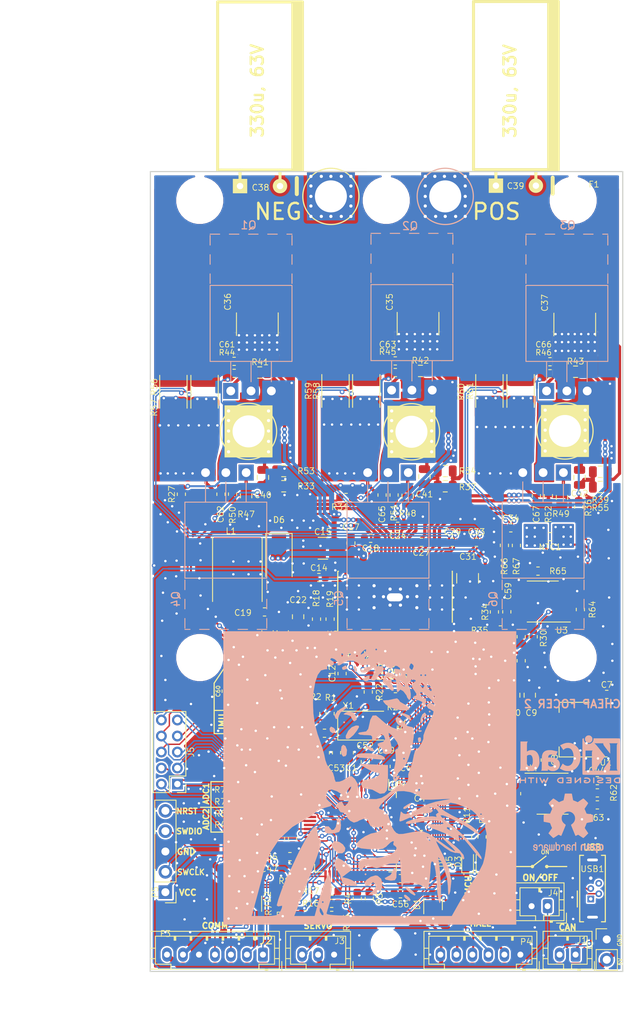
<source format=kicad_pcb>
(kicad_pcb (version 20240108) (generator "pcbnew") (generator_version "8.0")
  (title_block (title "Cheap FOCer 2") (date "2019-03-04") (rev "1") (company "Shaman Systems, LLC") (comment 1 "by Lucas Schulte"))
  (layers (0 "F.Cu" signal "Top_Signal") (31 "B.Cu" signal "Bottom_Signal") (34 "B.Paste" user) (35 "F.Paste" user) (36 "B.SilkS" user "B.Silkscreen") (37 "F.SilkS" user "F.Silkscreen") (38 "B.Mask" user) (39 "F.Mask" user) (44 "Edge.Cuts" user))
  (net 0 "")
  (net 1 "+5V")
  (net 2 "GND")
  (net 3 "NRST")
  (net 4 "SWCLK")
  (net 5 "SWDIO")
  (net 6 "VCC")
  (net 7 "V_SUPPLY")
  (net 8 "/MCU/AN_IN")
  (net 9 "/Mosfet driver/H1_VS")
  (net 10 "/Mosfet driver/H2_VS")
  (net 11 "/Mosfet driver/H3_VS")
  (net 12 "/MCU/SENS1")
  (net 13 "/MCU/SENS2")
  (net 14 "/MCU/SENS3")
  (net 15 "/MCU/BR_SO2")
  (net 16 "/MCU/BR_SO1")
  (net 17 "/MCU/L3")
  (net 18 "/MCU/L2")
  (net 19 "/MCU/L1")
  (net 20 "/MCU/EN_GATE")
  (net 21 "/MCU/H3")
  (net 22 "/MCU/H2")
  (net 23 "/MCU/H1")
  (net 24 "/MCU/USB_DM")
  (net 25 "/MCU/USB_DP")
  (net 26 "/CAN bus transceiver/CAN_RX")
  (net 27 "/CAN bus transceiver/CAN_TX")
  (net 28 "/MCU/ADC_TEMP")
  (net 29 "/Mosfet driver/GH_A")
  (net 30 "/Mosfet driver/GL_A")
  (net 31 "/Mosfet driver/GL_B")
  (net 32 "/Mosfet driver/GH_B")
  (net 33 "/Mosfet driver/GH_C")
  (net 34 "/Mosfet driver/GL_C")
  (net 35 "/MCU/CS")
  (net 36 "/MCU/SLCK")
  (net 37 "/MCU/SDI")
  (net 38 "/MCU/SDO")
  (net 39 "/MCU/BR_SO3")
  (net 40 "Net-(C14-Pad1)")
  (net 41 "/MCU/SCK_ADC_EXT")
  (net 42 "/MCU/MISO_ADC_EXT2")
  (net 43 "/MCU/RX_SDA_NSS")
  (net 44 "/MCU/TX_SCL_MOSI")
  (net 45 "/Mosfet driver/H2_LOW")
  (net 46 "/MCU/SERVO")
  (net 47 "PB4")
  (net 48 "PB3")
  (net 49 "PA15")
  (net 50 "PC15")
  (net 51 "PC14")
  (net 52 "PD2")
  (net 53 "PC13")
  (net 54 "PC5")
  (net 55 "PB12")
  (net 56 "PB2")
  (net 57 "SPA")
  (net 58 "SNA")
  (net 59 "SPC")
  (net 60 "SNC")
  (net 61 "SPB")
  (net 62 "SNB")
  (net 63 "Net-(USB1-Pad4)")
  (net 64 "Net-(USB1-Pad1)")
  (net 65 "Net-(C12-Pad2)")
  (net 66 "Net-(C13-Pad2)")
  (net 67 "Net-(C17-Pad1)")
  (net 68 "Net-(C18-Pad1)")
  (net 69 "/Mosfet driver/H3_LOW")
  (net 70 "/Mosfet driver/H1_LOW")
  (net 71 "Net-(R18-Pad1)")
  (net 72 "/MCU/FAULT")
  (net 73 "Net-(C51-Pad1)")
  (net 74 "/HALL3")
  (net 75 "/Filters/HALL1_IN")
  (net 76 "/Filters/HALL2_IN")
  (net 77 "/RX_SDA_IN")
  (net 78 "/SCK_ADC_EXT_IN")
  (net 79 "/TX_SCL_MOSI_IN")
  (net 80 "/MISO_RX_SCL_IN")
  (net 81 "/CAN bus transceiver/CANH")
  (net 82 "/CAN bus transceiver/CANL")
  (net 83 "/MCU/LED_RED")
  (net 84 "/MCU/LED_GREEN")
  (net 85 "Net-(C17-Pad2)")
  (net 86 "Net-(C23-Pad1)")
  (net 87 "Net-(C23-Pad2)")
  (net 88 "Net-(C24-Pad1)")
  (net 89 "Net-(C25-Pad1)")
  (net 90 "Net-(C27-Pad1)")
  (net 91 "Net-(C28-Pad1)")
  (net 92 "Net-(C40-Pad2)")
  (net 93 "Net-(C41-Pad2)")
  (net 94 "Net-(C42-Pad2)")
  (net 95 "Net-(C44-Pad1)")
  (net 96 "Net-(C50-Pad1)")
  (net 97 "Net-(C55-Pad1)")
  (net 98 "Net-(C56-Pad1)")
  (net 99 "Net-(J3-Pad3)")
  (net 100 "Net-(J4-Pad1)")
  (net 101 "Net-(R3-Pad2)")
  (net 102 "Net-(R4-Pad2)")
  (net 103 "Net-(R19-Pad1)")
  (net 104 "Net-(R23-Pad2)")
  (net 105 "Net-(U2-Pad12)")
  (net 106 "Net-(U2-Pad5)")
  (net 107 "Net-(U2-Pad4)")
  (net 108 "Net-(C30-Pad2)")
  (net 109 "Net-(R64-Pad2)")
  (net 110 "Net-(R65-Pad2)")
  (net 111 "Net-(R65-Pad1)")
  (net 112 "Net-(R26-Pad2)")
  (net 113 "Net-(R28-Pad2)")
  (net 114 "Net-(R30-Pad2)")
  (net 115 "Net-(C59-Pad1)")
  (net 116 "Net-(U6-Pad11)")
  (net 117 "Net-(U6-Pad10)")
  (net 118 "Net-(U6-Pad9)")
  (net 119 "Net-(U6-Pad4)")
  (net 120 "Net-(U6-Pad3)")
  (net 121 "Net-(U6-Pad2)")
  (net 122 "Net-(D3-Pad2)")
  (net 123 "Net-(D4-Pad2)")
  (net 124 "Net-(D5-Pad2)")
  (net 125 "Net-(C61-Pad1)")
  (net 126 "Net-(C62-Pad1)")
  (net 127 "Net-(C63-Pad1)")
  (net 128 "Net-(C65-Pad1)")
  (net 129 "Net-(C66-Pad1)")
  (net 130 "Net-(C67-Pad1)")
  (net 131 "/Filters/TEMP_IN")
  (footprint "LED_SMD:LED_0603_1608Metric" (layer "F.Cu") (at 150.3 155.1 90)
    (property "Reference" "D4")
    (property "Value" "GRN")
  )
  (footprint "LED_SMD:LED_0603_1608Metric" (layer "F.Cu") (at 152.1 155.1 90)
    (property "Reference" "D5")
    (property "Value" "BLU")
  )
  (footprint "Resistor_SMD:R_0603_1608Metric" (layer "F.Cu") (at 160.6 114.6)
    (property "Reference" "NTC1")
    (property "Value" "NTC 10k")
  )
  (footprint "Crystal:Crystal_SMD_5032-2Pin_5.0x3.2mm" (layer "F.Cu") (at 137.1 138.2)
    (property "Reference" "X1")
    (property "Value" "8MHz 10ppm (X50328MSB2GI)")
  )
  (footprint "Capacitor_SMD:C_0603_1608Metric" (layer "F.Cu") (at 135.500001 141.582486 -90)
    (property "Reference" "C1")
    (property "Value" "100n")
  )
  (footprint "Resistor_SMD:R_0603_1608Metric" (layer "F.Cu") (at 133.3 158.882485 180)
    (property "Reference" "R17")
    (property "Value" "2k2")
  )
  (footprint "Resistor_SMD:R_0603_1608Metric" (layer "F.Cu") (at 127.9 136.7 90)
    (property "Reference" "R32")
    (property "Value" "2k2")
  )
  (footprint "Resistor_SMD:R_0603_1608Metric" (layer "F.Cu") (at 129.6 136.7 90)
    (property "Reference" "R29")
    (property "Value" "2k2")
  )
  (footprint "Resistor_SMD:R_0603_1608Metric" (layer "F.Cu") (at 114.5 109.3 -90)
    (property "Reference" "R27")
    (property "Value" "39k")
  )
  (footprint "Resistor_SMD:R_0603_1608Metric" (layer "F.Cu") (at 155.7 152.1 -90)
    (property "Reference" "R6")
    (property "Value" "100R")
  )
  (footprint "Resistor_SMD:R_0603_1608Metric" (layer "F.Cu") (at 126.95 139.85 180)
    (property "Reference" "R13")
    (property "Value" "10k")
  )
  (footprint "Resistor_SMD:R_0603_1608Metric" (layer "F.Cu") (at 133.3 160.4 180)
    (property "Reference" "R16")
    (property "Value" "2k2")
  )
  (footprint "Resistor_SMD:R_0603_1608Metric" (layer "F.Cu") (at 138 159.8 -90)
    (property "Reference" "R3")
    (property "Value" "22R")
  )
  (footprint "Resistor_SMD:R_0603_1608Metric" (layer "F.Cu") (at 136.5 159.8 -90)
    (property "Reference" "R4")
    (property "Value" "22R")
  )
  (footprint "Resistor_SMD:R_0603_1608Metric" (layer "F.Cu") (at 131.3 136.7 -90)
    (property "Reference" "R2")
    (property "Value" "2k2")
  )
  (footprint "Resistor_SMD:R_0603_1608Metric" (layer "F.Cu") (at 126.1 136.7 90)
    (property "Reference" "R38")
    (property "Value" "2k2")
  )
  (footprint "Capacitor_SMD:C_0603_1608Metric" (layer "F.Cu") (at 160 142.5 -90)
    (property "Reference" "C8")
    (property "Value" "2.2u")
  )
  (footprint "Capacitor_SMD:C_0603_1608Metric" (layer "F.Cu") (at 140.1 143.3 -90)
    (property "Reference" "C49")
    (property "Value" "2.2u")
  )
  (footprint "Capacitor_SMD:C_0603_1608Metric" (layer "F.Cu") (at 156.425 146.7 90)
    (property "Reference" "C43")
    (property "Value" "0.1u")
  )
  (footprint "Capacitor_SMD:C_0603_1608Metric" (layer "F.Cu") (at 133.1 128.7 90)
    (property "Reference" "C13")
    (property "Value" "120p")
  )
  (footprint "Capacitor_SMD:C_0603_1608Metric" (layer "F.Cu") (at 129.1 145.55 180)
    (property "Reference" "C5")
    (property "Value" "2.2u")
  )
  (footprint "Capacitor_SMD:C_0603_1608Metric" (layer "F.Cu") (at 141.9 159.2)
    (property "Reference" "C56")
    (property "Value" "2.2u")
  )
  (footprint "Capacitor_SMD:C_0603_1608Metric" (layer "F.Cu") (at 137.5 142.7 -90)
    (property "Reference" "C52")
    (property "Value" "100n")
  )
  (footprint "Capacitor_SMD:C_0603_1608Metric" (layer "F.Cu") (at 133.900357 141.582483 -90)
    (property "Reference" "C53")
    (property "Value" "2.2u")
  )
  (footprint "Capacitor_SMD:C_0603_1608Metric" (layer "F.Cu") (at 128.1 156)
    (property "Reference" "C47")
    (property "Value" "2.2u")
  )
  (footprint "Capacitor_SMD:C_0603_1608Metric" (layer "F.Cu") (at 127.5 147.050001)
    (property "Reference" "C48")
    (property "Value" "2.2u")
  )
  (footprint "Capacitor_SMD:C_0603_1608Metric" (layer "F.Cu") (at 141.9 157.300001 180)
    (property "Reference" "C46")
    (property "Value" "2.2u")
  )
  (footprint "Capacitor_SMD:C_0603_1608Metric" (layer "F.Cu") (at 132.500357 141.582484 -90)
    (property "Reference" "C54")
    (property "Value" "2.2u")
  )
  (footprint "Capacitor_SMD:C_0603_1608Metric" (layer "F.Cu") (at 144.4 149.3 -90)
    (property "Reference" "C4")
    (property "Value" ".01uF")
  )
  (footprint "Package_TO_SOT_SMD:SOT-223-3_TabPin2" (layer "F.Cu") (at 163.65 138.7 180)
    (property "Reference" "U1")
    (property "Value" "AMS1117-3.3")
  )
  (footprint "Connector_PinHeader_2.54mm:PinHeader_1x05_P2.54mm_Vertical" (layer "F.Cu") (at 112.5 159 180)
    (property "Reference" "P5")
    (property "Value" "SWD")
  )
  (footprint "shapes3D:R_2512_Yageo_big_pads" (layer "F.Cu") (at 137.625 96.4 -90)
    (property "Reference" "R58")
    (property "Value" "0.001R")
  )
  (footprint "shapes3D:R_2512_Yageo_big_pads" (layer "F.Cu") (at 117.4 96.5 -90)
    (property "Reference" "R56")
    (property "Value" "0.001R")
  )
  (footprint "Inductor_SMD:L_Taiyo-Yuden_NR-60xx_HandSoldering" (layer "F.Cu") (at 121.5 118.7 -90)
    (property "Reference" "L1")
    (property "Value" "22u")
  )
  (footprint "Package_QFP:LQFP-64_10x10mm_P0.5mm" (layer "F.Cu") (at 136.275358 151.357487 -90)
    (property "Reference" "U5")
    (property "Value" "STM32F405RGT6")
  )
  (footprint "Capacitor_SMD:C_0603_1608Metric" (layer "F.Cu") (at 128.075357 154.557484 180)
    (property "Reference" "C55")
    (property "Value" "2.2u")
  )
  (footprint "Package_SO:SOIC-8_3.9x4.9mm_P1.27mm" (layer "F.Cu") (at 160.925 146.7)
    (property "Reference" "U4")
    (property "Value" "TJA1051T/3/1J")
  )
  (footprint "Capacitor_SMD:C_0603_1608Metric" (layer "F.Cu") (at 128.4 152.3 90)
    (property "Reference" "C6")
    (property "Value" "100n")
  )
  (footprint "Capacitor_SMD:C_0603_1608Metric" (layer "F.Cu") (at 132.4 139.15 180)
    (property "Reference" "C50")
    (property "Value" "15p")
  )
  (footprint "Resistor_SMD:R_0603_1608Metric" (layer "F.Cu") (at 129.975 161.8 180)
    (property "Reference" "R14")
    (property "Value" "10k")
  )
  (footprint "Resistor_SMD:R_0603_1608Metric" (layer "F.Cu") (at 133.3 161.9 180)
    (property "Reference" "R15")
    (property "Value" "2k2")
  )
  (footprint "Resistor_SMD:R_0603_1608Metric" (layer "F.Cu") (at 166.525 146.600001)
    (property "Reference" "R62")
    (property "Value" "60")
  )
  (footprint "Connector_JST:JST_PH_B6B-PH-K_1x06_P2.00mm_Vertical" (layer "F.Cu") (at 156.9 166.8 180)
    (property "Reference" "P4")
    (property "Value" "HALL/Encoder")
  )
  (footprint "CRF1:1pin_4mm" (layer "F.Cu") (at 133.2 72.1 -90)
    (property "Reference" "NEG3")
    (property "Value" "MOTOR3" (hide yes))
  )
  (footprint "Resistor_SMD:R_0603_1608Metric" (layer "F.Cu") (at 153.900001 152.1 90)
    (property "Reference" "R10")
    (property "Value" "100R")
  )
  (footprint "Package_SO:HTSSOP-56-1EP_6.1x14mm_P0.5mm_EP3.61x6.35mm" (layer "F.Cu") (at 141.26 122.1 90)
    (property "Reference" "U2")
    (property "Value" "DRV8301")
  )
  (footprint "Fiducial:Fiducial_1mm_Dia_2mm_Outer" (layer "F.Cu") (at 112.5 162.2 180)
    (property "Reference" "F3")
    (property "Value" "Fiducial")
  )
  (footprint "Connector_JST:JST_PH_B2B-PH-K_1x02_P2.00mm_Vertical" (layer "F.Cu") (at 160.3 160.75 180)
    (property "Reference" "J4")
    (property "Value" "On/Off")
  )
  (footprint "Capacitor_SMD:C_0603_1608Metric" (layer "F.Cu") (at 127.5 150.000001)
    (property "Reference" "C2")
    (property "Value" "0.01uF")
  )
  (footprint "Capacitor_SMD:C_0603_1608Metric" (layer "F.Cu") (at 126.9 152.3 90)
    (property "Reference" "C3")
    (property "Value" "0.01uF")
  )
  (footprint "Package_TO_SOT_SMD:SOT-363_SC-70-6" (layer "F.Cu") (at 123.375 160.7 -90)
    (property "Reference" "D2")
    (property "Value" " SMF05CT1G")
  )
  (footprint "Resistor_SMD:R_0603_1608Metric" (layer "F.Cu") (at 127.499999 148.5 180)
    (property "Reference" "R5")
    (property "Value" "100R")
  )
  (footprint "Resistor_SMD:R_0603_1608Metric" (layer "F.Cu") (at 127.375 160.3 180)
    (property "Reference" "R7")
    (property "Value" "100R")
  )
  (footprint "Resistor_SMD:R_0603_1608Metric" (layer "F.Cu") (at 127.375 158.8 180)
    (property "Reference" "R8")
    (property "Value" "100R")
  )
  (footprint "Resistor_SMD:R_0603_1608Metric" (layer "F.Cu") (at 125.4 152.3 -90)
    (property "Reference" "R9")
    (property "Value" "100R")
  )
  (footprint "Resistor_SMD:R_0603_1608Metric" (layer "F.Cu") (at 133.1 136.7 -90)
    (property "Reference" "R1")
    (property "Value" "39k")
  )
  (footprint "Resistor_SMD:R_0603_1608Metric" (layer "F.Cu") (at 150.3 152.1 90)
    (property "Reference" "R11")
    (property "Value" "100R")
  )
  (footprint "Resistor_SMD:R_0603_1608Metric" (layer "F.Cu") (at 144.5 151.8)
    (property "Reference" "R25")
    (property "Value" "2k2")
  )
  (footprint "Resistor_SMD:R_0603_1608Metric" (layer "F.Cu") (at 137.875 134 90)
    (property "Reference" "R22")
    (property "Value" "10k")
  )
  (footprint "Capacitor_SMD:C_0603_1608Metric" (layer "F.Cu") (at 166.525 145.075 180)
    (property "Reference" "C44")
    (property "Value" "1nF")
  )
  (footprint "Capacitor_SMD:C_0603_1608Metric" (layer "F.Cu") (at 142.2 128.9 -90)
    (property "Reference" "C23")
    (property "Value" "22n")
  )
  (footprint "Capacitor_SMD:C_0603_1608Metric" (layer "F.Cu") (at 147.8 128.9 90)
    (property "Reference" "C30")
    (property "Value" "2.2uF")
  )
  (footprint "Capacitor_SMD:C_0603_1608Metric" (layer "F.Cu") (at 145.85 128.9 -90)
    (property "Reference" "C28")
    (property "Value" "2.2uF")
  )
  (footprint "Capacitor_SMD:C_0805_2012Metric" (layer "F.Cu") (at 144.9 107.1 -90)
    (property "Reference" "C41")
    (property "Value" "4.7nF, 100V")
  )
  (footprint "Capacitor_SMD:C_0805_2012Metric" (layer "F.Cu") (at 164.3 107.2 -90)
    (property "Reference" "C42")
    (property "Value" "4.7nF, 100V")
  )
  (footprint "Resistor_SMD:R_0603_1608Metric" (layer "F.Cu") (at 166.525 148.1 180)
    (property "Reference" "R63")
    (property "Value" "60")
  )
  (footprint "Resistor_SMD:R_0805_2012Metric" (layer "F.Cu") (at 127.3 106.4 180)
    (property "Reference" "R53")
    (property "Value" "10R")
  )
  (footprint "Resistor_SMD:R_0805_2012Metric" (layer "F.Cu") (at 147.5 106.4 180)
    (property "Reference" "R54")
    (property "Value" "10R")
  )
  (footprint "Resistor_SMD:R_0805_2012Metric" (layer "F.Cu") (at 166.9 108.4 180)
    (property "Reference" "R55")
    (property "Value" "10R")
  )
  (footprint "Resistor_SMD:R_0603_1608Metric" (layer "F.Cu") (at 120.9 109.2875 -90)
    (property "Reference" "R50")
    (property "Value" "4.7k")
  )
  (footprint "Resistor_SMD:R_0603_1608Metric" (layer "F.Cu") (at 141.25 94.1)
    (property "Reference" "R45")
    (property "Value" "4.7k")
  )
  (footprint "Resistor_SMD:R_0603_1608Metric" (layer "F.Cu") (at 141.1 109.4 90)
    (property "Reference" "R51")
    (property "Value" "4.7k")
  )
  (footprint "Package_TO_SOT_SMD:SOT-363_SC-70-6" (layer "F.Cu") (at 145.975 160.5 90)
    (property "Reference" "D1")
    (property "Value" " SMF05CT1G")
  )
  (footprint "CRF1:1pin_4mm" (layer "F.Cu") (at 143.275 101.5 90)
    (property "Reference" "P2")
    (property "Value" "MOTOR1" (hide yes))
  )
  (footprint "CRF1:1pin_4mm" (layer "F.Cu") (at 162.475 101.4 90)
    (property "Reference" "P3")
    (property "Value" "MOTOR1" (hide yes))
  )
  (footprint "Capacitor_SMD:C_2220_5650Metric_Pad1.97x5.40mm_HandSolder" (layer "F.Cu") (at 144.1 88 -90)
    (property "Reference" "C35")
    (property "Value" "10uF, 100V")
  )
  (footprint "Capacitor_SMD:C_2220_5650Metric_Pad1.97x5.40mm_HandSolder" (layer "F.Cu") (at 124 88.0625 -90)
    (property "Reference" "C36")
    (property "Value" "10uF, 100V")
  )
  (footprint "Capacitor_SMD:C_2220_5650Metric_Pad1.97x5.40mm_HandSolder" (layer "F.Cu") (at 163.7 88.1 -90)
    (property "Reference" "C37")
    (property "Value" "10uF, 100V")
  )
  (footprint "Connector_PinHeader_2.00mm:PinHeader_2x05_P2.00mm_Vertical" (layer "F.Cu") (at 114 145.5 180)
    (property "Reference" "J5")
    (property "Value" "UNUSED MCU PINS")
  )
  (footprint "Resistor_SMD:R_0603_1608Metric" (layer "F.Cu") (at 160.6 94.25)
    (property "Reference" "R46")
    (property "Value" "4.7k")
  )
  (footprint "Connector_USB:USB_Micro-B_Wuerth_614105150721_Vertical" (layer "F.Cu") (at 165.7 159.85 90)
    (property "Reference" "USB1")
    (property "Value" "USB Micro  U-D-M5DD-W-1")
  )
  (footprint "Capacitor_SMD:C_0603_1608Metric" (layer "F.Cu") (at 142.9 145.5 -90)
    (property "Reference" "C45")
    (property "Value" "2.2u")
  )
  (footprint "NetTie:NetTie-2_SMD_Pad0.5mm" (layer "F.Cu") (at 115.45 97.35 -90)
    (property "Reference" "NT1" (hide yes))
    (property "Value" "Net-Tie_2")
  )
  (footprint "NetTie:NetTie-2_SMD_Pad0.5mm" (layer "F.Cu") (at 115.45 95.65 90)
    (property "Reference" "NT4" (hide yes))
    (property "Value" "Net-Tie_2")
  )
  (footprint "NetTie:NetTie-2_SMD_Pad0.5mm" (layer "F.Cu") (at 135.675 95.5 90)
    (property "Reference" "NT5" (hide yes))
    (property "Value" "Net-Tie_2")
  )
  (footprint "NetTie:NetTie-2_SMD_Pad0.5mm" (layer "F.Cu") (at 154.975 97.3 -90)
    (property "Reference" "NT3" (hide yes))
    (property "Value" "Net-Tie_2")
  )
  (footprint "NetTie:NetTie-2_SMD_Pad0.5mm" (layer "F.Cu") (at 154.975 95.5 90)
    (property "Reference" "NT6" (hide yes))
    (property "Value" "Net-Tie_2")
  )
  (footprint "MountingHole:MountingHole_3.2mm_M3_ISO14580_Pad" (layer "F.Cu") (at 116.8 72.6)
    (property "Reference" "H1")
    (property "Value" "MountingHole")
  )
  (footprint "MountingHole:MountingHole_3.2mm_M3_ISO14580_Pad" (layer "F.Cu") (at 163.5 72.6)
    (property "Reference" "H8")
    (property "Value" "MountingHole")
  )
  (footprint "MountingHole:MountingHole_3.2mm_M3_ISO14580_Pad" (layer "F.Cu") (at 163.5 129.7)
    (property "Reference" "H2")
    (property "Value" "MountingHole")
  )
  (footprint "MountingHole:MountingHole_3.2mm_M3_ISO14580_Pad" (layer "F.Cu") (at 116.8 129.7)
    (property "Reference" "H6")
    (property "Value" "MountingHole")
  )
  (footprint "Capacitor_SMD:C_0603_1608Metric" (layer "F.Cu") (at 139.2 128.9 -90)
    (property "Reference" "C25")
    (property "Value" "2.2uF")
  )
  (footprint "Capacitor_SMD:C_0603_1608Metric" (layer "F.Cu") (at 140.7 128.9 -90)
    (property "Reference" "C26")
    (property "Value" "2.2uF")
  )
  (footprint "Capacitor_SMD:C_0603_1608Metric" (layer "F.Cu") (at 134.6 131.7 90)
    (property "Reference" "C12")
    (property "Value" "6.8n")
  )
  (footprint "Capacitor_SMD:C_0603_1608Metric" (layer "F.Cu") (at 131.7 119.7 180)
    (property "Reference" "C14")
    (property "Value" "15nF")
  )
  (footprint "Capacitor_SMD:C_0603_1608Metric" (layer "F.Cu") (at 135.7 115.4 90)
    (property "Reference" "C17")
    (property "Value" "100n")
  )
  (footprint "Capacitor_SMD:C_0603_1608Metric" (layer "F.Cu") (at 138.175 114.8)
    (property "Reference" "C18")
    (property "Value" "220n")
  )
  (footprint "Capacitor_SMD:C_0603_1608Metric" (layer "F.Cu") (at 141.55 113.3)
    (property "Reference" "C24")
    (property "Value" "220n")
  )
  (footprint "Capacitor_SMD:C_0603_1608Metric" (layer "F.Cu") (at 144.5125 115.3)
    (property "Reference" "C27")
    (property "Value" "220n")
  )
  (footprint "Capacitor_SMD:C_1210_3225Metric" (layer "F.Cu") (at 132.2 116.05)
    (property "Reference" "C15")
    (property "Value" "4.7uF, 100V")
  )
  (footprint "Capacitor_SMD:C_0603_1608Metric" (layer "F.Cu") (at 124.9 124 180)
    (property "Reference" "C19")
    (property "Value" "2.2uF")
  )
  (footprint "MountingHole:MountingHole_3.2mm_M3_ISO14580_Pad" (layer "F.Cu") (at 141.2 122.175)
    (property "Reference" "H7")
    (property "Value" "MountingHole")
  )
  (footprint "Resistor_SMD:R_0603_1608Metric" (layer "F.Cu") (at 131.4 124.9 90)
    (property "Reference" "R18")
    (property "Value" "3.3k")
  )
  (footprint "Resistor_SMD:R_0603_1608Metric" (layer "F.Cu") (at 130.675 127.1)
    (property "Reference" "R21")
    (property "Value" "18k")
  )
  (footprint "Resistor_SMD:R_0603_1608Metric" (layer "F.Cu") (at 134.6 128.6875 -90)
    (property "Reference" "R20")
    (property "Value" "15k")
  )
  (footprint "Resistor_SMD:R_0603_1608Metric" (layer "F.Cu") (at 136.9 129.1 90)
    (property "Reference" "R23")
    (property "Value" "10k")
  )
  (footprint "Resistor_SMD:R_0603_1608Metric" (layer "F.Cu") (at 141.275 134.6 180)
    (property "Reference" "R24")
    (property "Value" "1k")
  )
  (footprint "Resistor_SMD:R_0603_1608Metric" (layer "F.Cu") (at 133.1 124.9 90)
    (property "Reference" "R19")
    (property "Value" "220k")
  )
  (footprint "Resistor_SMD:R_0603_1608Metric" (layer "F.Cu") (at 153.65 124 -90)
    (property "Reference" "R34")
    (property "Value" "10k")
  )
  (footprint "Resistor_SMD:R_0603_1608Metric" (layer "F.Cu") (at 154.4 126.25)
    (property "Reference" "R35")
    (property "Value" "10k")
  )
  (footprint "Resistor_SMD:R_0603_1608Metric" (layer "F.Cu") (at 135.1 109.7 180)
    (property "Reference" "R31")
    (property "Value" "39k")
  )
  (footprint "Resistor_SMD:R_0603_1608Metric" (layer "F.Cu") (at 164.2 110.9 -90)
    (property "Reference" "R36")
    (property "Value" "39k")
  )
  (footprint "Package_SO:SOIC-8_3.9x4.9mm_P1.27mm" (layer "F.Cu") (at 159.7 122.7 180)
    (property "Reference" "U3")
    (property "Value" "TP2604-SR")
  )
  (footprint "Resistor_SMD:R_0603_1608Metric" (layer "F.Cu") (at 152.1 152.1 90)
    (property "Reference" "R12")
    (property "Value" "2k2")
  )
  (footprint "Connector_JST:JST_PH_B2B-PH-K_1x02_P2.00mm_Vertical" (layer "F.Cu") (at 163.8 166.8 180)
    (property "Reference" "J1")
    (property "Value" "Conn_01x02")
  )
  (footprint "Capacitor_SMD:C_0805_2012Metric" (layer "F.Cu") (at 127.175 126.6 90)
    (property "Reference" "C21")
    (property "Value" "22uf")
  )
  (footprint "Capacitor_SMD:C_0805_2012Metric" (layer "F.Cu") (at 158.075 134.4 -90)
    (property "Reference" "C9")
    (property "Value" "22uF")
  )
  (footprint "Capacitor_SMD:C_0805_2012Metric" (layer "F.Cu") (at 156.125 134.4 -90)
    (property "Reference" "C10")
    (property "Value" "22uF")
  )
  (footprint "Resistor_SMD:R_0805_2012Metric" (layer "F.Cu") (at 124.3 94.1)
    (property "Reference" "R41")
    (property "Value" "10R")
  )
  (footprint "Resistor_SMD:R_0805_2012Metric" (layer "F.Cu") (at 122.6 109.5 -90)
    (property "Reference" "R47")
    (property "Value" "10R")
  )
  (footprint "Resistor_SMD:R_0805_2012Metric" (layer "F.Cu") (at 142.8 109.5375 -90)
    (property "Reference" "R48")
    (property "Value" "10R")
  )
  (footprint "Resistor_SMD:R_0805_2012Metric" (layer "F.Cu") (at 144.4 93.9)
    (property "Reference" "R42")
    (property "Value" "10R")
  )
  (footprint "Resistor_SMD:R_0805_2012Metric" (layer "F.Cu") (at 163.8 94)
    (property "Reference" "R43")
    (property "Value" "10R")
  )
  (footprint "Resistor_SMD:R_0805_2012Metric" (layer "F.Cu") (at 162.1 109.7 -90)
    (property "Reference" "R49")
    (property "Value" "10R")
  )
  (footprint "CRF1:1pin_4mm" (layer "F.Cu") (at 122.9 101.45 90)
    (property "Reference" "P1")
    (property "Value" "MOTOR1" (hide yes))
  )
  (footprint "shapes3D:R_2512_Yageo_big_pads" (layer "F.Cu") (at 153.025 96.4 -90)
    (property "Reference" "R60")
    (property "Value" "0.001R")
  )
  (footprint "Diode_SMD:D_SMA" (layer "F.Cu") (at 126.7 117.6 -90)
    (property "Reference" "D6")
    (property "Value" "100v, 1A")
  )
  (footprint "Connector_JST:JST_PH_B3B-PH-K_1x03_P2.00mm_Vertical" (layer "F.Cu") (at 133.6 166.8 180)
    (property "Reference" "J3")
    (property "Value" "Conn_01x03")
  )
  (footprint "MountingHole:MountingHole_3.2mm_M3_ISO14580_Pad" (layer "F.Cu") (at 140.1 165.45)
    (property "Reference" "H5")
    (property "Value" "MountingHole")
  )
  (footprint "Capacitor_SMD:C_0603_1608Metric" (layer "F.Cu") (at 167.7 134.3 180)
    (property "Reference" "C7")
    (property "Value" "100n")
  )
  (footprint "Connector_JST:JST_PH_B7B-PH-K_1x07_P2.00mm_Vertical" (layer "F.Cu") (at 124.7 166.8 180)
    (property "Reference" "J2")
    (property "Value" "Conn_01x07")
  )
  (footprint "Capacitor_SMD:C_0805_2012Metric" (layer "F.Cu") (at 125.275 126.6 90)
    (property "Reference" "C20")
    (property "Value" "22uf")
  )
  (footprint "Capacitor_SMD:C_0603_1608Metric" (layer "F.Cu") (at 148.4 115.3 180)
    (property "Reference" "C29")
    (property "Value" "1nF")
  )
  (footprint "Fiducial:Fiducial_1mm_Dia_2mm_Outer" (layer "F.Cu") (at 168.2 70.5)
    (property "Reference" "F1")
    (property "Value" "Fiducial")
  )
  (footprint "Fiducial:Fiducial_1mm_Dia_2mm_Outer" (layer "F.Cu") (at 112 70.4)
    (property "Reference" "F2" (hide yes))
    (property "Value" "Fiducial")
  )
  (footprint "Capacitor_SMD:C_0603_1608Metric" (layer "F.Cu") (at 155.7 113.5)
    (property "Reference" "C34")
    (property "Value" "1nF")
  )
  (footprint "Capacitor_SMD:C_1210_3225Metric" (layer "F.Cu") (at 150.3 119.8 90)
    (property "Reference" "C31")
    (property "Value" "4.7uF, 100V")
  )
  (footprint "w_capacitors:CP_10x20mm_hor_with_model_brd_edge" (layer "F.Cu") (at 155.6 59.45 90)
    (property "Reference" "C39")
    (property "Value" "330u, 63V")
  )
  (footprint "Capacitor_SMD:C_0603_1608Metric" (layer "F.Cu") (at 151.4 115.3)
    (property "Reference" "C33")
    (property "Value" "1nF")
  )
  (footprint "shapes3D:R_2512_Yageo_big_pads" (layer "F.Cu") (at 113.5 96.5 -90)
    (property "Reference" "R57")
    (property "Value" "0.001R")
  )
  (footprint "shapes3D:R_2512_Yageo_big_pads" (layer "F.Cu") (at 133.775 96.4 -90)
    (property "Reference" "R59")
    (property "Value" "0.001R")
  )
  (footprint "shapes3D:R_2512_Yageo_big_pads" (layer "F.Cu") (at 156.925 96.4 -90)
    (property "Reference" "R61")
    (property "Value" "0.001R")
  )
  (footprint "Capacitor_SMD:C_0805_2012Metric" (layer "F.Cu") (at 156.3 142.4 90)
    (property "Reference" "C11")
    (property "Value" "22uF")
  )
  (footprint "Capacitor_SMD:C_0603_1608Metric" (layer "F.Cu") (at 141 138.4 90)
    (property "Reference" "C51")
    (property "Value" "15p")
  )
  (footprint "Capacitor_SMD:C_0805_2012Metric" (layer "F.Cu") (at 129.1 124.6 -90)
    (property "Reference" "C22")
    (property "Value" "22uf")
  )
  (footprint "NetTie:NetTie-2_SMD_Pad0.5mm" (layer "F.Cu") (at 135.675 97.3 -90)
    (property "Reference" "NT2" (hide yes))
    (property "Value" "Net-Tie_2")
  )
  (footprint "Resistor_SMD:R_0603_1608Metric" (layer "F.Cu") (at 164.4 123.7 90)
    (property "Reference" "R64")
    (property "Value" "20k")
  )
  (footprint "Resistor_SMD:R_0603_1608Metric" (layer "F.Cu") (at 159.1 118.9)
    (property "Reference" "R65")
    (property "Value" "20k")
  )
  (footprint "Resistor_SMD:R_0603_1608Metric" (layer "F.Cu") (at 154.9 115.6875 90)
    (property "Reference" "R66")
    (property "Value" "1k")
  )
  (footprint "Resistor_SMD:R_0603_1608Metric" (layer "F.Cu") (at 156.4 115.7 90)
    (property "Reference" "R67")
    (property "Value" "1k")
  )
  (footprint "Capacitor_SMD:C_0603_1608Metric" (layer "F.Cu") (at 157 127.1 90)
    (property "Reference" "C32")
    (property "Value" "100n")
  )
  (footprint "Capacitor_SMD:C_0603_1608Metric" (layer "F.Cu") (at 148.25 135.6 90)
    (property "Reference" "C16")
    (property "Value" "1nF")
  )
  (footprint "Capacitor_SMD:C_0603_1608Metric" (layer "F.Cu") (at 149.75 135.6 90)
    (property "Reference" "C57")
    (property "Value" "1nF")
  )
  (footprint "Capacitor_SMD:C_0603_1608Metric" (layer "F.Cu") (at 157 130.1 90)
    (property "Reference" "C58")
    (property "Value" "1nF")
  )
  (footprint "Resistor_SMD:R_0603_1608Metric" (layer "F.Cu") (at 147.8 132.3 90)
    (property "Reference" "R26")
    (property "Value" "1k")
  )
  (footprint "Resistor_SMD:R_0603_1608Metric" (layer "F.Cu") (at 149.3 132.3 90)
    (property "Reference" "R28")
    (property "Value" "1k")
  )
  (footprint "Resistor_SMD:R_0603_1608Metric" (layer "F.Cu") (at 158.5 127.1 90)
    (property "Reference" "R30")
    (property "Value" "1k")
  )
  (footprint "Connector_PinHeader_2.54mm:PinHeader_1x02_P2.54mm_Vertical" (layer "F.Cu") (at 167.7 164.9)
    (property "Reference" "J6" (hide yes))
    (property "Value" "Conn_01x03")
  )
  (footprint "Capacitor_SMD:C_0603_1608Metric" (layer "F.Cu") (at 155.2 123.987501 -90)
    (property "Reference" "C59")
    (property "Value" "100n")
  )
  (footprint "LED_SMD:LED_0603_1608Metric" (layer "F.Cu") (at 153.900001 155.1 90)
    (property "Reference" "D3")
    (property "Value" "RED")
  )
  (footprint "Resistor_SMD:R_0805_2012Metric" (layer "F.Cu") (at 127.3 108.3 180)
    (property "Reference" "R33")
    (property "Value" "10R")
  )
  (footprint "Resistor_SMD:R_0805_2012Metric" (layer "F.Cu") (at 147.5 108.3 180)
    (property "Reference" "R37")
    (property "Value" "10R")
  )
  (footprint "Resistor_SMD:R_0805_2012Metric" (layer "F.Cu") (at 166.9 106.5 180)
    (property "Reference" "R39")
    (property "Value" "10R")
  )
  (footprint "Capacitor_SMD:C_0805_2012Metric" (layer "F.Cu") (at 124.7 107.2 -90)
    (property "Reference" "C40")
    (property "Value" "4.7nF, 100V")
  )
  (footprint "w_capacitors:CP_10x20mm_hor_with_model_brd_edge" (layer "F.Cu") (at 123.6 59.5 90)
    (property "Reference" "C38")
    (property "Value" "330u, 63V")
  )
  (footprint "Resistor_SMD:R_0603_1608Metric" (layer "F.Cu") (at 121.1 94.2 180)
    (property "Reference" "R44")
    (property "Value" "4.7k")
  )
  (footprint "Resistor_SMD:R_0603_1608Metric" (layer "F.Cu") (at 160.4 109.5 90)
    (property "Reference" "R52")
    (property "Value" "4.7k")
  )
  (footprint "Capacitor_SMD:C_0603_1608Metric" (layer "F.Cu") (at 120.1 133.9 90)
    (property "Reference" "C60")
    (property "Value" "100n")
  )
  (footprint "Capacitor_SMD:C_0603_1608Metric" (layer "F.Cu") (at 122.5 131.5)
    (property "Reference" "C64")
    (property "Value" "100n")
  )
  (footprint "Resistor_SMD:R_0603_1608Metric" (layer "F.Cu") (at 123 137.85)
    (property "Reference" "R70")
    (property "Value" "1k")
  )
  (footprint "Package_LGA:Bosch_LGA-14_3x2.5mm_P0.5mm" (layer "F.Cu") (at 122.75 134.04 180)
    (property "Reference" "U6")
    (property "Value" "BMI160")
  )
  (footprint "Resistor_SMD:R_0603_1608Metric" (layer "F.Cu") (at 123 136.4 180)
    (property "Reference" "R69")
    (property "Value" "1k")
  )
  (footprint "Capacitor_SMD:C_0603_1608Metric" (layer "F.Cu") (at 121.1 92.7 180)
    (property "Reference" "C61")
    (property "Value" "1nF")
  )
  (footprint "Capacitor_SMD:C_0603_1608Metric" (layer "F.Cu") (at 119.45 109.3 -90)
    (property "Reference" "C62")
    (property "Value" "1nF")
  )
  (footprint "Capacitor_SMD:C_0603_1608Metric" (layer "F.Cu") (at 141.25 92.65 180)
    (property "Reference" "C63")
    (property "Value" "1nF")
  )
  (footprint "Capacitor_SMD:C_0603_1608Metric" (layer "F.Cu") (at 139.6 109.4 -90)
    (property "Reference" "C65")
    (property "Value" "1nF")
  )
  (footprint "Capacitor_SMD:C_0603_1608Metric" (layer "F.Cu") (at 158.9 109.5 -90)
    (property "Reference" "C67")
    (property "Value" "1nF")
  )
  (footprint "Resistor_SMD:R_0603_1608Metric" (layer "F.Cu") (at 122.05 150.6)
    (property "Reference" "R40")
    (property "Value" "DNP")
  )
  (footprint "Resistor_SMD:R_0603_1608Metric" (layer "F.Cu") (at 122.053732 149.133732)
    (property "Reference" "R68")
    (property "Value" "DNP")
  )
  (footprint "Resistor_SMD:R_0603_1608Metric" (layer "F.Cu") (at 122.103732 147.633732)
    (property "Reference" "R71")
    (property "Value" "DNP")
  )
  (footprint "Resistor_SMD:R_0603_1608Metric" (layer "F.Cu") (at 122.1 146.2 180)
    (property "Reference" "R72")
    (property "Value" "DNP")
  )
  (footprint "Capacitor_SMD:C_0603_1608Metric" (layer "F.Cu") (at 160.6 92.75 180)
    (property "Reference" "C66")
    (property "Value" "1nF")
  )
  (footprint "MountingHole:MountingHole_3.2mm_M3_ISO14580_Pad" (layer "F.Cu") (at 140.125 72.6)
    (property "Reference" "H13")
    (property "Value" "MountingHole")
  )
  (footprint "shapes3D:TO-220-3_Horizontal_TabUp_no_hole" (layer "B.Cu") (at 122.6 106.6 180)
    (property "Reference" "Q4")
    (property "Value" "NCEP60T20")
  )
  (footprint "shapes3D:TO-220-3_Horizontal_TabUp_no_hole" (layer "B.Cu") (at 140.795 96.3)
    (property "Reference" "Q2")
    (property "Value" "NCEP60T20")
  )
  (footprint "shapes3D:TO-220-3_Horizontal_TabUp_no_hole" (layer "B.Cu") (at 160.175 96.4)
    (property "Reference" "Q3")
    (property "Value" "NCEP60T20")
  )
  (footprint "CRF1:1pin_4mm" (layer "B.Cu") (at 147.5 72.1 -90)
    (property "Reference" "POS1")
    (property "Value" "POS" (hide yes))
  )
  (footprint "shapes3D:TO-220-3_Horizontal_TabUp_no_hole" (layer "B.Cu") (at 120.675 96.4)
    (property "Reference" "Q1")
    (property "Value" "NCEP60T20")
  )
  (footprint "shapes3D:TO-220-3_Horizontal_TabUp_no_hole" (layer "B.Cu") (at 162.28 106.6 180)
    (property "Reference" "Q6")
    (property "Value" "NCEP60T20")
  )
  (footprint "shapes3D:TO-220-3_Horizontal_TabUp_no_hole" (layer "B.Cu") (at 142.88 106.6 180)
    (property "Reference" "Q5")
    (property "Value" "NCEP60T20")
  )
  (footprint "shapes3D:Sam_J" (layer "B.Cu") (at 138.2 144.6 180)
    (property "Reference" "H3" (hide yes))
    (property "Value" "SLJ" (hide yes))
  )
  (footprint "Symbol:OSHW-Logo2_9.8x8mm_SilkScreen" (layer "B.Cu") (at 162.9 150.4 180)
    (property "Reference" "H4" (hide yes))
    (property "Value" "Open Hardware Logo" (hide yes))
  )
  (footprint "Symbol:KiCad-Logo2_5mm_SilkScreen" (layer "B.Cu") (at 163.1 142.4 180)
    (property "Reference" "H9" (hide yes))
    (property "Value" "KiCAD Logo" (hide yes))
  )
  (gr_line (start 137.700001 69) (end 133.999999 69) (stroke (width 0.15)) (layer "B.SilkS"))
  (gr_line (start 125.4 129.9) (end 120.6 129.9) (stroke (width 0.15)) (layer "F.SilkS"))
  (gr_line (start 118.2 151.5) (end 125 151.5) (stroke (width 0.15)) (layer "F.SilkS"))
  (gr_line (start 125 151.5) (end 125 145.2) (stroke (width 0.15)) (layer "F.SilkS"))
  (gr_line (start 118.2 151.5) (end 118.2 145.2) (stroke (width 0.15)) (layer "F.SilkS"))
  (gr_line (start 125 148.4) (end 116.9 148.4) (stroke (width 0.15)) (layer "F.SilkS"))
  (gr_line (start 120.6 129.9) (end 118.6 132.9) (stroke (width 0.15)) (layer "F.SilkS"))
  (gr_line (start 155.9 155.8) (end 158.4 155.8) (stroke (width 0.15)) (layer "F.SilkS"))
  (gr_line (start 125 145.2) (end 118.2 145.2) (stroke (width 0.15)) (layer "F.SilkS"))
  (gr_line (start 118.7 139.2) (end 125.4 139.2) (stroke (width 0.15)) (layer "F.SilkS"))
  (gr_circle (center 158.4 155.8) (end 158.5 155.9) (stroke (width 0.15)) (fill none) (layer "F.SilkS"))
  (gr_line (start 120.5 136.3) (end 118.6 136.3) (stroke (width 0.15)) (layer "F.SilkS"))
  (gr_line (start 118.6 132.9) (end 118.6 139.2) (stroke (width 0.15)) (layer "F.SilkS"))
  (gr_line (start 160.2 155.8) (end 162.7 155.8) (stroke (width 0.15)) (layer "F.SilkS"))
  (gr_circle (center 160.2 155.8) (end 160.3 155.9) (stroke (width 0.15)) (fill none) (layer "F.SilkS"))
  (gr_line (start 120.5 134.6) (end 120.4 134.6) (stroke (width 0.15)) (layer "F.SilkS"))
  (gr_line (start 125.4 139.2) (end 125.4 129.9) (stroke (width 0.15)) (layer "F.SilkS"))
  (gr_line (start 158.4 155.8) (end 160.1 154.5) (stroke (width 0.15)) (layer "F.SilkS"))
  (gr_line (start 120.5 139.2) (end 120.5 136.3) (stroke (width 0.15)) (layer "F.SilkS"))
  (gr_line (start 110.6 168.9) (end 169.7 168.9) (stroke (width 0.15)) (layer "Edge.Cuts"))
  (gr_line (start 110.625 69) (end 110.6 168.9) (stroke (width 0.15)) (layer "Edge.Cuts"))
  (gr_line (start 169.7 69) (end 110.625 69) (stroke (width 0.15)) (layer "Edge.Cuts"))
  (gr_line (start 169.7 168.9) (end 169.7 69) (stroke (width 0.15)) (layer "Edge.Cuts"))
  (gr_text "CHEAP FOCER 2" (at 163.4 135.5 0) (layer "B.SilkS") (effects (font (size 1 1) (thickness 0.2)) (justify mirror)))
  (gr_text "SWDIO" (at 115.5 151.4 0) (layer "F.SilkS") (effects (font (size 0.7 0.7) (thickness 0.175))))
  (gr_text "SWCLK" (at 115.7 156.5 0) (layer "F.SilkS") (effects (font (size 0.7 0.7))))
  (gr_text "GND" (at 115.1 153.95 0) (layer "F.SilkS") (effects (font (size 0.75 0.75) (thickness 0.1875))))
  (gr_text "VCC" (at 115.3 159.05 0) (layer "F.SilkS") (effects (font (size 0.75 0.75) (thickness 0.1875))))
  (gr_text "POS" (at 153.9 74 0) (layer "F.SilkS") (effects (font (size 2 2) (thickness 0.3))))
  (gr_text "IMU" (at 119.6 137.7 90) (layer "F.SilkS") (effects (font (size 0.75 0.75) (thickness 0.1875))))
  (gr_text "COMM\n" (at 118.7 163.2 0) (layer "F.SilkS") (effects (font (size 0.75 0.75) (thickness 0.1875))))
  (gr_text "SERVO" (at 131.6 163.2 0) (layer "F.SilkS") (effects (font (size 0.75 0.75) (thickness 0.1875))))
  (gr_text "HALL" (at 151.9 162.9 0) (layer "F.SilkS") (effects (font (size 0.75 0.75) (thickness 0.1875))))
  (gr_text "CAN" (at 162.8 163.4 0) (layer "F.SilkS") (effects (font (size 0.75 0.75) (thickness 0.1875))))
  (gr_text "ON/OFF" (at 159.4 157.2 0) (layer "F.SilkS") (effects (font (size 0.75 0.75) (thickness 0.1875))))
  (gr_text "USB" (at 165.9 153.4 0) (layer "F.SilkS") (effects (font (size 0.75 0.75) (thickness 0.1875))))
  (gr_text "5V" (at 169.4 167.7 90) (layer "F.SilkS") (effects (font (size 0.5 0.5) (thickness 0.1))))
  (gr_text "GND" (at 169.3 165 90) (layer "F.SilkS") (effects (font (size 0.5 0.5) (thickness 0.1))))
  (gr_text "ON" (at 160 154 0) (layer "F.SilkS") (effects (font (size 0.5 0.5) (thickness 0.1))))
  (gr_text "PWR" (at 152.2 158.1 90) (layer "F.SilkS") (effects (font (size 0.75 0.75) (thickness 0.1875))))
  (gr_text "FAULT" (at 153.9 158.6 90) (layer "F.SilkS") (effects (font (size 0.75 0.75) (thickness 0.1875))))
  (gr_text "MCU" (at 150.4 158.1 90) (layer "F.SilkS") (effects (font (size 0.75 0.75) (thickness 0.1875))))
  (gr_text "PU" (at 124.2 146.3 0) (layer "F.SilkS") (effects (font (size 0.75 0.75) (thickness 0.1875))))
  (gr_text "PD" (at 124.2 147.7 0) (layer "F.SilkS") (effects (font (size 0.75 0.75) (thickness 0.1875))))
  (gr_text "ADC1" (at 117.6 146.7 90) (layer "F.SilkS") (effects (font (size 0.7 0.7) (thickness 0.175))))
  (gr_text "ADC2" (at 117.6 149.9 90) (layer "F.SilkS") (effects (font (size 0.7 0.7) (thickness 0.175))))
  (gr_text "PD" (at 124.2 149.2 0) (layer "F.SilkS") (effects (font (size 0.75 0.75) (thickness 0.1875))))
  (gr_text "NEG" (at 126.6 74 0) (layer "F.SilkS") (effects (font (size 2 2) (thickness 0.3))))
  (gr_text "PU" (at 124.2 150.7 0) (layer "F.SilkS") (effects (font (size 0.75 0.75) (thickness 0.1875))))
  (gr_text "NRST" (at 115.2 148.9 0) (layer "F.SilkS") (effects (font (size 0.7 0.7) (thickness 0.175))))
  (segment (start 166.85 134.999999) (end 166.85 136.350001) (width 1.016) (layer "F.Cu") (net 1))
  (segment (start 132.88049 168.11951) (end 148.01951 168.11951) (width 0.635) (layer "F.Cu") (net 1))
  (segment (start 129.8875 128.1125) (end 130.275 128.5) (width 0.635) (layer "F.Cu") (net 1))
  (segment (start 152.95 131.8) (end 152.4 131.25) (width 0.635) (layer "F.Cu") (net 1))
  (segment (start 166.7375 133.899999) (end 166.85 134.012499) (width 0.508) (layer "F.Cu") (net 1))
  (segment (start 163.550001 133.8875) (end 166.8375 133.8875) (width 0.1778) (layer "F.Cu") (net 1))
  (segment (start 129.8875 126.325) (end 129.8875 127.1) (width 0.635) (layer "F.Cu") (net 1))
  (segment (start 167.7 167.54) (end 167.12049 168.11951) (width 0.635) (layer "F.Cu") (net 1))
  (segment (start 151.000001 129.85) (end 151.00001 129.85) (width 0.635) (layer "F.Cu") (net 1))
  (segment (start 166.85 133.787499) (end 166.7375 133.899999) (width 0.508) (layer "F.Cu") (net 1))
  (segment (start 112.7 166.8) (end 114.01951 168.11951) (width 0.635) (layer "F.Cu") (net 1))
  (segment (start 161.7 144.3) (end 162.9 143.1) (width 0.3048) (layer "F.Cu") (net 1))
  (segment (start 129.225 125.6625) (end 129.8875 126.325) (width 0.635) (layer "F.Cu") (net 1))
  (segment (start 167.12049 168.11951) (end 148.01951 168.11951) (width 0.635) (layer "F.Cu") (net 1))
  (segment (start 148.78049 168.11951) (end 148.01951 168.11951) (width 0.508) (layer "F.Cu") (net 1))
  (segment (start 167.7 167.44) (end 167.7 167.54) (width 0.635) (layer "F.Cu") (net 1))
  (segment (start 151.05 129.9) (end 151 129.85) (width 0.635) (layer "F.Cu") (net 1))
  (segment (start 166.85 134.012499) (end 166.85 134.575774) (width 0.508) (layer "F.Cu") (net 1))
  (segment (start 126.925 125.65) (end 126.74375 125.83125) (width 0.254) (layer "F.Cu") (net 1))
  (segment (start 147 168.11951) (end 148.78049 168.11951) (width 0.508) (layer "F.Cu") (net 1))
  (segment (start 163.2 133.9) (end 162.9 133.6) (width 0.635) (layer "F.Cu") (net 1))
  (segment (start 156.2725 147.335) (end 159.565 147.335) (width 0.3048) (layer "F.Cu") (net 1))
  (segment (start 168.5 143.1) (end 168.8 142.8) (width 0.3048) (layer "F.Cu") (net 1))
  (segment (start 168.994501 163.694399) (end 168.994501 166.205601) (width 0.635) (layer "F.Cu") (net 1))
  (segment (start 166.8 136.4) (end 167.05 136.4) (width 0.635) (layer "F.Cu") (net 1))
  (segment (start 166.85 133.875001) (end 166.850001 134.9) (width 1.016) (layer "F.Cu") (net 1))
  (segment (start 166.85 136.350001) (end 166.8 136.4) (width 0.635) (layer "F.Cu") (net 1))
  (segment (start 163.65 133.9) (end 163.2 133.9) (width 0.635) (layer "F.Cu") (net 1))
  (segment (start 147 164.25) (end 147 166.6) (width 0.3048) (layer "F.Cu") (net 1))
  (segment (start 159.565 147.335) (end 161.7 145.2) (width 0.3048) (layer "F.Cu") (net 1))
  (segment (start 168.8 138.15) (end 168.8 142.8) (width 0.635) (layer "F.Cu") (net 1))
  (segment (start 145.325 162.575) (end 147 164.25) (width 0.3048) (layer "F.Cu") (net 1))
  (segment (start 167.760102 167.44) (end 167.7 167.44) (width 0.635) (layer "F.Cu") (net 1))
  (segment (start 151.050001 129.9) (end 151.375736 129.9) (width 0.508) (layer "F.Cu") (net 1))
  (segment (start 168.8 163.605499) (end 168.905601 163.605499) (width 0.635) (layer "F.Cu") (net 1))
  (segment (start 125.275 125.6625) (end 129.225 125.6625) (width 0.635) (layer "F.Cu") (net 1))
  (segment (start 168.8 142.8) (end 168.8 163.605499) (width 0.635) (layer "F.Cu") (net 1))
  (segment (start 151.7 129.85) (end 152.4 130.55) (width 0.508) (layer "F.Cu") (net 1))
  (segment (start 128.3375 125.65) (end 126.925 125.65) (width 0.254) (layer "F.Cu") (net 1))
  (segment (start 161.7 145.2) (end 161.7 144.3) (width 0.3048) (layer "F.Cu") (net 1))
  (segment (start 131.6 167.483) (end 132.23651 168.11951) (width 0.508) (layer "F.Cu") (net 1))
  (segment (start 151.375736 129.9) (end 151.8 129.9) (width 0.508) (layer "F.Cu") (net 1))
  (segment (start 145.325 161.45) (end 145.325 162.575) (width 0.3048) (layer "F.Cu") (net 1))
  (segment (start 130.275 128.5) (end 131.199994 128.5) (width 0.635) (layer "F.Cu") (net 1))
  (segment (start 166.85 134.575774) (end 166.85 135.000039) (width 0.508) (layer "F.Cu") (net 1))
  (segment (start 147 166.6) (end 147 168.11951) (width 0.508) (layer "F.Cu") (net 1))
  (segment (start 159.4 131.8) (end 152.95 131.8) (width 0.635) (layer "F.Cu") (net 1))
  (segment (start 167.05 136.4) (end 168.8 138.15) (width 0.635) (layer "F.Cu") (net 1))
  (segment (start 168.994501 166.205601) (end 167.760102 167.44) (width 0.635) (layer "F.Cu") (net 1))
  (segment (start 162.9 133.6) (end 161.2 133.6) (width 0.635) (layer "F.Cu") (net 1))
  (segment (start 166.8375 133.8875) (end 166.85 133.9) (width 0.1778) (layer "F.Cu") (net 1))
  (segment (start 161.2 133.6) (end 159.4 131.8) (width 0.635) (layer "F.Cu") (net 1))
  (segment (start 126.74375 125.83125) (end 126.74375 125.93125) (width 0.254) (layer "F.Cu") (net 1))
  (segment (start 168.905601 163.605499) (end 168.994501 163.694399) (width 0.635) (layer "F.Cu") (net 1))
  (segment (start 163.65 133.9) (end 166.7375 133.899999) (width 1.016) (layer "F.Cu") (net 1))
  (segment (start 158.225 147.335) (end 156.19 147.335) (width 0.1778) (layer "F.Cu") (net 1))
  (segment (start 152.4 130.55) (end 152.4 131.25) (width 0.508) (layer "F.Cu") (net 1))
  (segment (start 132.23651 168.11951) (end 132.88049 168.11951) (width 0.508) (layer "F.Cu") (net 1))
  (segment (start 114.01951 168.11951) (end 132.88049 168.11951) (width 0.635) (layer "F.Cu") (net 1))
  (segment (start 131.199994 128.5) (end 131.2 128.499994) (width 0.635) (layer "F.Cu") (net 1))
  (segment (start 151.000001 129.85) (end 151.050001 129.9) (width 0.508) (layer "F.Cu") (net 1))
  (segment (start 151 129.85) (end 151.000001 129.85) (width 0.508) (layer "F.Cu") (net 1))
  (segment (start 131.6 166.8) (end 131.6 167.483) (width 0.508) (layer "F.Cu") (net 1))
  (segment (start 163.475 133.9) (end 163.65 133.9) (width 1.016) (layer "F.Cu") (net 1))
  (segment (start 129.8875 127.1) (end 129.8875 128.1125) (width 0.635) (layer "F.Cu") (net 1))
  (segment (start 151 129.85) (end 151.7 129.85) (width 0.508) (layer "F.Cu") (net 1))
  (segment (start 162.9 143.1) (end 168.5 143.1) (width 0.3048) (layer "F.Cu") (net 1))
  (segment (start 127.0625 125.55) (end 127.175 125.6625) (width 0.635) (layer "F.Cu") (net 1))
  (segment (start 163.65 133.9) (end 164.95 133.9) (width 0.508) (layer "F.Cu") (net 1))
  (segment (start 156.425 147.4875) (end 156.2725 147.335) (width 0.3048) (layer "F.Cu") (net 1))
  (segment (start 151.8 129.9) (end 151.05 129.9) (width 0.635) (layer "F.Cu") (net 1))
  (segment (start 164.95 133.9) (end 166.7375 133.899999) (width 0.508) (layer "F.Cu") (net 1))
  (via (at 151.00001 129.85) (size 0.6) (drill 0.3) (layers "F.Cu" "B.Cu") (net 1))
  (via (at 130.275 128.5) (size 0.6) (drill 0.3) (layers "F.Cu" "B.Cu") (net 1))
  (via (at 131.2 128.499994) (size 0.6) (drill 0.3) (layers "F.Cu" "B.Cu") (net 1))
  (via (at 151.8 129.9) (size 0.6) (drill 0.3) (layers "F.Cu" "B.Cu") (net 1))
  (segment (start 130.775736 128.499994) (end 131.2 128.499994) (width 0.635) (layer "B.Cu") (net 1))
  (segment (start 151.05001 129.9) (end 151.00001 129.85) (width 0.635) (layer "B.Cu") (net 1))
  (segment (start 130.699264 128.5) (end 131.35 128.5) (width 0.635) (layer "B.Cu") (net 1))
  (segment (start 151.375736 129.9) (end 151.8 129.9) (width 0.635) (layer "B.Cu") (net 1))
  (segment (start 151.8 129.9) (end 151.05001 129.9) (width 0.635) (layer "B.Cu") (net 1))
  (segment (start 131.35 128.5) (end 132.75 129.9) (width 0.635) (layer "B.Cu") (net 1))
  (segment (start 132.75 129.9) (end 151.375736 129.9) (width 0.635) (layer "B.Cu") (net 1))
  (segment (start 130.699264 128.5) (end 130.69927 128.499994) (width 0.635) (layer "B.Cu") (net 1))
  (segment (start 130.699264 128.5) (end 130.275 128.5) (width 0.635) (layer "B.Cu") (net 1))
  (segment (start 130.69927 128.499994) (end 130.775736 128.499994) (width 0.635) (layer "B.Cu") (net 1))
  (segment (start 149.317793 156) (end 149.224281 155.906488) (width 0.254) (layer "F.Cu") (net 2))
  (segment (start 150.3125 156) (end 149.517793 156) (width 0.254) (layer "F.Cu") (net 2))
  (segment (start 133.1 129.4875) (end 133.1 129.45) (width 0.254) (layer "F.Cu") (net 2))
  (segment (start 145.975 162.275) (end 146 162.3) (width 0.3048) (layer "F.Cu") (net 2))
  (segment (start 155.6125 145.9125) (end 155.2 145.5) (width 0.3048) (layer "F.Cu") (net 2))
  (segment (start 141.94663 149.636212) (end 141.191957 149.636213) (width 0.1778) (layer "F.Cu") (net 2))
  (segment (start 130.7 116.05) (end 129.75 115.1) (width 0.254) (layer "F.Cu") (net 2))
  (segment (start 116.635 93.6) (end 114.265 93.6) (width 1.27) (layer "F.Cu") (net 2))
  (segment (start 164.7 141) (end 164.4 141.3) (width 0.4064) (layer "F.Cu") (net 2))
  (segment (start 149.9 121.2875) (end 149.9 120.775) (width 0.254) (layer "F.Cu") (net 2))
  (segment (start 165.7375 145.075) (end 165.4575 144.795) (width 0.254) (layer "F.Cu") (net 2))
  (segment (start 127.3 153.900001) (end 127.3 155.199999) (width 0.3048) (layer "F.Cu") (net 2))
  (segment (start 137.8 94.264999) (end 135.810001 94.264999) (width 1.27) (layer "F.Cu") (net 2))
  (segment (start 150.3 121.2) (end 150.3 120.4) (width 0.1778) (layer "F.Cu") (net 2))
  (segment (start 127.287858 153.912143) (end 127.287858 154.557484) (width 0.3048) (layer "F.Cu") (net 2))
  (segment (start 125.6625 124) (end 126.600004 124) (width 0.254) (layer "F.Cu") (net 2))
  (segment (start 133.1 122.8) (end 133.7 122.2) (width 0.3048) (layer "F.Cu") (net 2))
  (segment (start 129.75 115.85) (end 130.6 115.85) (width 0.508) (layer "F.Cu") (net 2))
  (segment (start 132.500358 140.794986) (end 133.900358 140.794986) (width 0.254) (layer "F.Cu") (net 2))
  (segment (start 156.125 133.4625) (end 156.125 132.475) (width 0.4064) (layer "F.Cu") (net 2))
  (segment (start 136.9 129.8875) (end 136.204532 129.192032) (width 0.4064) (layer "F.Cu") (net 2))
  (segment (start 149.5 90.7625) (end 144.1 85.3625) (width 0.4064) (layer "F.Cu") (net 2))
  (segment (start 130.9 119.575) (end 130.925 119.6) (width 0.254) (layer "F.Cu") (net 2))
  (segment (start 140.7 129.6875) (end 140 128.9875) (width 0.4064) (layer "F.Cu") (net 2))
  (segment (start 130.6 115.85) (end 130.8 116.05) (width 0.508) (layer "F.Cu") (net 2))
  (segment (start 141.191957 149.636213) (end 140.767693 149.636213) (width 0.1778) (layer "F.Cu") (net 2))
  (segment (start 125.275 127.5375) (end 125.275 128.8) (width 0.3048) (layer "F.Cu") (net 2))
  (segment (start 167.8375 107.4375) (end 167.8375 106.5) (width 0.4064) (layer "F.Cu") (net 2))
  (segment (start 117.4 94.365) (end 116.635 93.6) (width 1.27) (layer "F.Cu") (net 2))
  (segment (start 121.7125 131.5) (end 121.7125 130.6125) (width 0.1778) (layer "F.Cu") (net 2))
  (segment (start 129.6 138.3) (end 129.6 138.4) (width 0.1778) (layer "F.Cu") (net 2))
  (segment (start 136.18131 141.48132) (end 137.06882 141.48132) (width 0.3048) (layer "F.Cu") (net 2))
  (segment (start 160 143.2875) (end 159.0125 143.2875) (width 0.3048) (layer "F.Cu") (net 2))
  (segment (start 167.8375 108.4) (end 167.8375 107.4375) (width 0.4064) (layer "F.Cu") (net 2))
  (segment (start 145.85 129.05) (end 145.85 129.6875) (width 0.4064) (layer "F.Cu") (net 2))
  (segment (start 140 128.9875) (end 140 128.9) (width 0.4064) (layer "F.Cu") (net 2))
  (segment (start 130.601037 148.133168) (end 131.342571 148.133168) (width 0.1778) (layer "F.Cu") (net 2))
  (segment (start 130 106.1) (end 130 91.425) (width 0.4064) (layer "F.Cu") (net 2))
  (segment (start 112.2 95.665) (end 113.5 94.365) (width 0.1778) (layer "F.Cu") (net 2))
  (segment (start 142.6875 159.2) (end 142.6875 159.775) (width 0.3048) (layer "F.Cu") (net 2))
  (segment (start 136.204532 129.192032) (end 136.204532 129.05549) (width 0.4064) (layer "F.Cu") (net 2))
  (segment (start 113.6 94.165) (end 113.6 93.6) (width 1.016) (layer "F.Cu") (net 2))
  (segment (start 120.1 134.6875) (end 120.1 135.35) (width 0.1778) (layer "F.Cu") (net 2))
  (segment (start 117.5 93.6) (end 115.95 95.15) (width 1.016) (layer "F.Cu") (net 2))
  (segment (start 142.6875 157.287488) (end 143.374988 156.6) (width 0.3048) (layer "F.Cu") (net 2))
  (segment (start 126.7125 150) (end 125.7 150) (width 0.1778) (layer "F.Cu") (net 2))
  (segment (start 130 91.425) (end 124 85.425) (width 0.4064) (layer "F.Cu") (net 2))
  (segment (start 167.8375 107.4375) (end 168.5625 107.4375) (width 0.4064) (layer "F.Cu") (net 2))
  (segment (start 134.475 146.475736) (end 134.475 146.9) (width 0.1778) (layer "F.Cu") (net 2))
  (segment (start 148.4375 107.1625) (end 148.4375 108.3) (width 0.4064) (layer "F.Cu") (net 2))
  (segment (start 137.8 94.264999) (end 136.935001 93.4) (width 1.27) (layer "F.Cu") (net 2))
  (segment (start 135.325001 94.9) (end 133.925 93.499999) (width 1.016) (layer "F.Cu") (net 2))
  (segment (start 142.6875 157.300001) (end 142.6875 157.287488) (width 0.3048) (layer "F.Cu") (net 2))
  (segment (start 127.9 137.4875) (end 127.9 138.370392) (width 0.1778) (layer "F.Cu") (net 2))
  (segment (start 127.9 155.199999) (end 128 155.3) (width 0.3048) (layer "F.Cu") (net 2))
  (segment (start 168.3875 134.7875) (end 168.375002 134.799998) (width 0.254) (layer "F.Cu") (net 2))
  (segment (start 127.274999 156.653756) (end 126.975 156.953755) (width 0.1778) (layer "F.Cu") (net 2))
  (segment (start 163.7 142.3) (end 167.9 142.3) (width 0.4064) (layer "F.Cu") (net 2))
  (segment (start 141.936274 148.1) (end 141 148.1) (width 0.254) (layer "F.Cu") (net 2))
  (segment (start 115.95 95.15) (end 114.585 95.15) (width 1.016) (layer "F.Cu") (net 2))
  (segment (start 156.09 95) (end 156.825 94.265) (width 0.1778) (layer "F.Cu") (net 2))
  (segment (start 131.54211 139.49539) (end 131.54211 140.8) (width 0.1778) (layer "F.Cu") (net 2))
  (segment (start 131.8875 139.15) (end 131.54211 139.49539) (width 0.1778) (layer "F.Cu") (net 2))
  (segment (start 159.26249 133.4625) (end 159.262495 133.462495) (width 0.4064) (layer "F.Cu") (net 2))
  (segment (start 128.7625 107.3375) (end 130 106.1) (width 0.4064) (layer "F.Cu") (net 2))
  (segment (start 166.8 142.1) (end 166.6 142.3) (width 0.4064) (layer "F.Cu") (net 2))
  (segment (start 148.8 139.8) (end 148.8 138.975) (width 0.254) (layer "F.Cu") (net 2))
  (segment (start 128.3125 145.6375) (end 129.475 146.8) (width 0.1778) (layer "F.Cu") (net 2))
  (segment (start 141 148.1) (end 140.899999 148.200001) (width 0.254) (layer "F.Cu") (net 2))
  (segment (start 148.4375 106.4) (end 148.4375 107.1625) (width 0.4064) (layer "F.Cu") (net 2))
  (segment (start 131.4 124.1125) (end 131.0125 124.1125) (width 0.3048) (layer "F.Cu") (net 2))
  (segment (start 123.39999 159.97501) (end 123.4 159.975) (width 0.254) (layer "F.Cu") (net 2))
  (segment (start 123.4 159.975) (end 123.4 159.424258) (width 0.254) (layer "F.Cu") (net 2))
  (segment (start 166.8 141) (end 164.7 141) (width 0.4064) (layer "F.Cu") (net 2))
  (segment (start 128.3375 127.5375) (end 128.4 127.6) (width 0.3048) (layer "F.Cu") (net 2))
  (segment (start 148.4375 106.1625) (end 148.230201 106.369799) (width 0.4064) (layer "F.Cu") (net 2))
  (segment (start 156.3 143.3375) (end 157.5375 143.3375) (width 0.3048) (layer "F.Cu") (net 2))
  (segment (start 142.6875 159.775) (end 142.39131 160.07119) (width 0.3048) (layer "F.Cu") (net 2))
  (segment (start 141 137.6125) (end 141 136.80002) (width 0.254) (layer "F.Cu") (net 2))
  (segment (start 127.3125 156.616255) (end 127.274999 156.653756) (width 0.1778) (layer "F.Cu") (net 2))
  (segment (start 131.405016 140.794984) (end 131.410032 140.8) (width 0.1778) (layer "F.Cu") (net 2))
  (segment (start 149.9 121.0875) (end 149.6125 121.0875) (width 0.254) (layer "F.Cu") (net 2))
  (segment (start 128.4 153.0875) (end 126.9 153.0875) (width 0.3048) (layer "F.Cu") (net 2))
  (segment (start 128.2375 107.3375) (end 128.7625 107.3375) (width 0.4064) (layer "F.Cu") (net 2))
  (segment (start 130.849998 139.15) (end 130.699999 139.299999) (width 0.3048) (layer "F.Cu") (net 2))
  (segment (start 157 94.265) (end 153.15 94.265) (width 1.27) (layer "F.Cu") (net 2))
  (segment (start 127.3 155.199999) (end 127.9 155.199999) (width 0.3048) (layer "F.Cu") (net 2))
  (segment (start 128.2375 106.4) (end 128.2375 107.775) (width 0.3048) (layer "F.Cu") (net 2))
  (segment (start 163.375 144.77) (end 163.4 144.795) (width 0.254) (layer "F.Cu") (net 2))
  (segment (start 126.9 153.5) (end 127.3 153.900001) (width 0.3048) (layer "F.Cu") (net 2))
  (segment (start 131.0125 124.1125) (end 130.4 123.5) (width 0.3048) (layer "F.Cu") (net 2))
  (segment (start 149.5 107) (end 149.5 92.9625) (width 0.508) (layer "F.Cu") (net 2))
  (segment (start 144.374978 147.824264) (end 144.374978 147.4) (width 0.1778) (layer "F.Cu") (net 2))
  (segment (start 136.399999 94.9) (end 135.325001 94.9) (width 1.016) (layer "F.Cu") (net 2))
  (segment (start 163.8625 85.4625) (end 163.7 85.4625) (width 0.4064) (layer "F.Cu") (net 2))
  (segment (start 132.500357 140.794984) (end 131.405016 140.794984) (width 0.254) (layer "F.Cu") (net 2))
  (segment (start 122.75 133.0275) (end 122.25 133.0275) (width 0.1778) (layer "F.Cu") (net 2))
  (segment (start 127.175 127.5375) (end 128.3375 127.5375) (width 0.3048) (layer "F.Cu") (net 2))
  (segment (start 122.755717 132.455717) (end 122.755717 133.021783) (width 0.1778) (layer "F.Cu") (net 2))
  (segment (start 114.265 93.6) (end 113.5 94.365) (width 1.27) (layer "F.Cu") (net 2))
  (segment (start 127.3 155.199999) (end 127.3 155.9875) (width 0.3048) (layer "F.Cu") (net 2))
  (segment (start 127.287858 154.557484) (end 126.880351 154.149978) (width 0.3048) (layer "F.Cu") (net 2))
  (segment (start 121.316232 147.633732) (end 120.466268 147.633732) (width 0.1778) (layer "F.Cu") (net 2))
  (segment (start 126.6625 147.050001) (end 125.8 147.05) (width 0.1778) (layer "F.Cu") (net 2))
  (segment (start 125.298121 139.85) (end 125.248121 139.8) (width 0.3048) (layer "F.Cu") (net 2))
  (segment (start 142.39131 160.07119) (end 142.37717 160.07119) (width 0.3048) (layer "F.Cu") (net 2))
  (segment (start 127.3 153.900001) (end 127.287858 153.912143) (width 0.3048) (layer "F.Cu") (net 2))
  (segment (start 129.75 112.75) (end 129.75 114.675736) (width 0.4064) (layer "F.Cu") (net 2))
  (segment (start 117.3 94.365) (end 113.5 94.365) (width 1.27) (layer "F.Cu") (net 2))
  (segment (start 165.4575 144.795) (end 163.4 144.795) (width 0.254) (layer "F.Cu") (net 2))
  (segment (start 133.1 129.45) (end 133.85 128.7) (width 0.254) (layer "F.Cu") (net 2))
  (segment (start 137.8 93.499999) (end 136.399999 94.9) (width 1.016) (layer "F.Cu") (net 2))
  (segment (start 129.75 114.675736) (end 129.75 115.1) (width 0.4064) (layer "F.Cu") (net 2))
  (segment (start 130.8 116.05) (end 130.8 116.85) (width 0.508) (layer "F.Cu") (net 2))
  (segment (start 135.400357 140.794986) (end 136.694986 140.794986) (width 0.1778) (layer "F.Cu") (net 2))
  (segment (start 141 136.80002) (end 141.100019 136.700001) (width 0.254) (layer "F.Cu") (net 2))
  (segment (start 157.075 93.3) (end 153.175 93.3) (width 1.016) (layer "F.Cu") (net 2))
  (segment (start 149.5 92.9625) (end 149.5 90.7625) (width 0.4064) (layer "F.Cu") (net 2))
  (segment (start 142.9 144.7125) (end 142.9 143.7) (width 0.254) (layer "F.Cu") (net 2))
  (segment (start 121.7125 130.6125) (end 121.7 130.6) (width 0.1778) (layer "F.Cu") (net 2))
  (segment (start 128.2375 107.3375) (end 128.2375 106.4) (width 0.4064) (layer "F.Cu") (net 2))
  (segment (start 144.370711 148.580266) (end 144.374978 148.575999) (width 0.1778) (layer "F.Cu") (net 2))
  (segment (start 122.25 133.0275) (end 122.25 132.961434) (width 0.1778) (layer "F.Cu") (net 2))
  (segment (start 127.3125 156) (end 127.3125 156.616255) (width 0.1778) (layer "F.Cu") (net 2))
  (segment (start 159.0125 143.2875) (end 158.8 143.5) (width 0.3048) (layer "F.Cu") (net 2))
  (segment (start 166.8 141) (end 165.775 141) (width 0.4064) (layer "F.Cu") (net 2))
  (segment (start 130.8 116.05) (end 130.7 116.05) (width 0.254) (layer "F.Cu") (net 2))
  (segment (start 157.5375 143.3375) (end 157.7 143.5) (width 0.3048) (layer "F.Cu") (net 2))
  (segment (start 114.585 95.15) (end 113.6 94.165) (width 1.016) (layer "F.Cu") (net 2))
  (segment (start 153.900001 155.8875) (end 153.9 156.425001) (width 0.1778) (layer "F.Cu") (net 2))
  (segment (start 133.1 124.1125) (end 133.1 122.8) (width 0.3048) (layer "F.Cu") (net 2))
  (segment (start 153.9 156.425001) (end 153.9 156.8) (width 0.1778) (layer "F.Cu") (net 2))
  (segment (start 163.375 143.9) (end 163.375 144.77) (width 0.254) (layer "F.Cu") (net 2))
  (segment (start 131.342571 148.133168) (end 131.766835 148.133168) (width 0.1778) (layer "F.Cu") (net 2))
  (segment (start 141.959557 148.123283) (end 141.936274 148.1) (width 0.1778) (layer "F.Cu") (net 2))
  (segment (start 140.899999 148.200001) (end 140.6 148.5) (width 0.254) (layer "F.Cu") (net 2))
  (segment (start 120.1 135.35) (end 120.35 135.6) (width 0.1778) (layer "F.Cu") (net 2))
  (segment (start 156.1125 127.8875) (end 156.1 127.9) (width 0.254) (layer "F.Cu") (net 2))
  (segment (start 162.3 120.67) (end 162.175 120.795) (width 0.1778) (layer "F.Cu") (net 2))
  (segment (start 139.2125 129.6875) (end 139.2 129.6875) (width 0.4064) (layer "F.Cu") (net 2))
  (segment (start 129.6 137.4875) (end 129.6 138.3) (width 0.1778) (layer "F.Cu") (net 2))
  (segment (start 128.2375 108.3) (end 128.2375 107.3375) (width 0.4064) (layer "F.Cu") (net 2))
  (segment (start 133.900357 140.794983) (end 133.900357 140.799643) (width 0.3048) (layer "F.Cu") (net 2))
  (segment (start 127.175 128.8) (end 127.175 127.5375) (width 0.3048) (layer "F.Cu") (net 2))
  (segment (start 157 130.8875) (end 157.812498 130.8875) (width 0.1778) (layer "F.Cu") (net 2))
  (segment (start 122.25 132.961434) (end 122.755717 132.455717) (width 0.1778) (layer "F.Cu") (net 2))
  (segment (start 124.0125 134.79) (end 124.0125 135.355604) (width 0.1778) (layer "F.Cu") (net 2))
  (segment (start 154.875 95) (end 156.09 95) (width 0.1778) (layer "F.Cu") (net 2))
  (segment (start 150.3 138.0875) (end 150.3 138.999998) (width 0.1778) (layer "F.Cu") (net 2))
  (segment (start 155.075 95.3) (end 155.075 94.6) (width 0.1778) (layer "F.Cu") (net 2))
  (segment (start 131.3 135.9125) (end 131.3 134.900008) (width 0.1778) (layer "F.Cu") (net 2))
  (segment (start 135.500001 140.794986) (end 136.694986 140.794986) (width 0.3048) (layer "F.Cu") (net 2))
  (segment (start 145.975 161.6) (end 145.975 162.275) (width 0.3048) (layer "F.Cu") (net 2))
  (segment (start 140.1 142.5125) (end 140.1 141.3) (width 0.254) (layer "F.Cu") (net 2))
  (segment (start 127.3 155.9875) (end 127.3125 156) (width 0.3048) (layer "F.Cu") (net 2))
  (segment (start 121.266232 149.133732) (end 121.333732 149.133732) (width 0.1778) (layer "F.Cu") (net 2))
  (segment (start 127.9 138.370392) (end 127.914804 138.385196) (width 0.1778) (layer "F.Cu") (net 2))
  (segment (start 147.8 129.6875) (end 147.8 129) (width 0.254) (layer "F.Cu") (net 2))
  (segment (start 148.51979 125.85) (end 148.56979 125.9) (width 0.254) (layer "F.Cu") (net 2))
  (segment (start 128.3125 145.55) (end 128.3125 145.6375) (width 0.1778) (layer "F.Cu") (net 2))
  (segment (start 131.4 134.900008) (end 131.399992 134.9) (width 0.1778) (layer "F.Cu") (net 2))
  (segment (start 126.9 153.0875) (end 126.9 153.5) (width 0.3048) (layer "F.Cu") (net 2))
  (segment (start 124.7375 127.5375) (end 124 126.8) (width 0.3048) (layer "F.Cu") (net 2))
  (segment (start 161.1875 143.2875) (end 161.2 143.3) (width 0.3048) (layer "F.Cu") (net 2))
  (segment (start 130.7 119.9125) (end 130.7 120.7) (width 0.254) (layer "F.Cu") (net 2))
  (segment (start 160 143.2875) (end 161.1875 143.2875) (width 0.3048) (layer "F.Cu") (net 2))
  (segment (start 168.3875 133.6) (end 168.3875 134.7875) (width 0.254) (layer "F.Cu") (net 2))
  (segment (start 141.8125 137.6125) (end 141.9 137.7) (width 0.3048) (layer "F.Cu") (net 2))
  (segment (start 128.2375 107.775) (end 128.5 108.0375) (width 0.3048) (layer "F.Cu") (net 2))
  (segment (start 137.06882 141.48132) (end 137.5 141.9125) (width 0.3048) (layer "F.Cu") (net 2))
  (segment (start 156.425 145.9125) (end 155.6125 145.9125) (width 0.3048) (layer "F.Cu") (net 2))
  (segment (start 165.175 140.4) (end 163.7 140.4) (width 0.4064) (layer "F.Cu") (net 2))
  (segment (start 123.4 159.424258) (end 123.4 158.999994) (width 0.254) (layer "F.Cu") (net 2))
  (segment (start 152.1 155.8875) (end 151.8875 155.8875) (width 0.1778) (layer "F.Cu") (net 2))
  (segment (start 130.575356 148.107487) (end 130.601037 148.133168) (width 0.1778) (layer "F.Cu") (net 2))
  (segment (start 135.875 95.4) (end 135.875 94.5) (width 0.1778) (layer "F.Cu") (net 2))
  (segment (start 166.8 141) (end 166.8 142.1) (width 0.4064) (layer "F.Cu") (net 2))
  (segment (start 155.2 124.775001) (end 155.95 125.525001) (width 0.3048) (layer "F.Cu") (net 2))
  (segment (start 121.333732 149.133732) (end 122 149.8) (width 0.1778) (layer "F.Cu") (net 2))
  (segment (start 148.8 139.999992) (end 148.800008 140) (width 0.254) (layer "F.Cu") (net 2))
  (segment (start 140 128.9) (end 139.2125 129.6875) (width 0.4064) (layer "F.Cu") (net 2))
  (segment (start 126.880351 154.149978) (end 126.199978 154.149978) (width 0.3048) (layer "F.Cu") (net 2))
  (segment (start 148.01 125.85) (end 148.51979 125.85) (width 0.254) (layer "F.Cu") (net 2))
  (segment (start 141 137.6125) (end 141.8125 137.6125) (width 0.3048) (layer "F.Cu") (net 2))
  (segment (start 157 127.8875) (end 156.1125 127.8875) (width 0.254) (layer "F.Cu") (net 2))
  (segment (start 150.3 138.999998) (end 150.299998 139) (width 0.1778) (layer "F.Cu") (net 2))
  (segment (start 125.275 127.5375) (end 124.7375 127.5375) (width 0.3048) (layer "F.Cu") (net 2))
  (segment (start 144.374978 148.575999) (end 144.374978 147.824264) (width 0.1778) (layer "F.Cu") (net 2))
  (segment (start 169.29479 106.70521) (end 169.29479 90.89479) (width 0.4064) (layer "F.Cu") (net 2))
  (segment (start 131.410032 140.8) (end 131.54211 140.8) (width 0.1778) (layer "F.Cu") (net 2))
  (segment (start 129.1 123.6625) (end 129.1 122.8) (width 0.3048) (layer "F.Cu") (net 2))
  (segment (start 165.775 141) (end 165.175 140.4) (width 0.4064) (layer "F.Cu") (net 2))
  (segment (start 150.3 120.4) (end 150.7 120) (width 0.1778) (layer "F.Cu") (net 2))
  (segment (start 162.3 120) (end 162.3 120.67) (width 0.1778) (layer "F.Cu") (net 2))
  (segment (start 131.6125 139.15) (end 130.849998 139.15) (width 0.3048) (layer "F.Cu") (net 2))
  (segment (start 134.525356 145.657486) (end 134.475 145.707842) (width 0.1778) (layer "F.Cu") (net 2))
  (segment (start 141.975357 149.607486) (end 141.94663 149.636212) (width 0.1778) (layer "F.Cu") (net 2))
  (segment (start 126.1625 139.85) (end 125.298121 139.85) (width 0.3048) (layer "F.Cu") (net 2))
  (segment (start 168.5625 107.4375) (end 169.29479 106.70521) (width 0.4064) (layer "F.Cu") (net 2))
  (segment (start 130.9125 119.7) (end 130.7 119.9125) (width 0.254) (layer "F.Cu") (net 2))
  (segment (start 156.125 133.4625) (end 159.26249 133.4625) (width 0.4064) (layer "F.Cu") (net 2))
  (segment (start 140.5 142.512501) (end 141.21249 142.5125) (width 0.254) (layer "F.Cu") (net 2))
  (segment (start 155.1875 126.25) (end 155.1875 124.787501) (width 0.254) (layer "F.Cu") (net 2))
  (segment (start 133.900357 140.799643) (end 133.2 141.5) (width 0.3048) (layer "F.Cu") (net 2))
  (segment (start 136.935001 93.4) (end 134.765 93.4) (width 1.27) (layer "F.Cu") (net 2))
  (segment (start 151.8875 155.8875) (end 151.3 155.3) (width 0.1778) (layer "F.Cu") (net 2))
  (segment (start 158.8 143.5) (end 157.7 143.5) (width 0.3048) (layer "F.Cu") (net 2))
  (segment (start 122.755717 133.021783) (end 122.75 133.0275) (width 0.1778) (layer "F.Cu") (net 2))
  (segment (start 134.475 145.707842) (end 134.475 146.475736) (width 0.1778) (layer "F.Cu") (net 2))
  (segment (start 149.6125 121.0875) (end 148.5 122.2) (width 0.254) (layer "F.Cu") (net 2))
  (segment (start 124.0125 135.355604) (end 123.984052 135.384052) (width 0.1778) (layer "F.Cu") (net 2))
  (segment (start 145.8 129) (end 145.85 129.05) (width 0.4064) (layer "F.Cu") (net 2))
  (segment (start 156.5775 146.065) (end 158.225001 146.065) (width 0.1778) (layer "F.Cu") (net 2))
  (segment (start 149.2 107.3) (end 149.5 107) (width 0.508) (layer "F.Cu") (net 2))
  (segment (start 158 132.54451) (end 158 133.3875) (width 0.3048) (layer "F.Cu") (net 2))
  (segment (start 126.600004 124) (end 126.7 124.099996) (width 0.254) (layer "F.Cu") (net 2))
  (segment (start 130.8 116.85) (end 130.775 116.875) (width 0.508) (layer "F.Cu") (net 2))
  (segment (start 148.4375 107.3) (end 149.2 107.3) (width 0.508) (layer "F.Cu") (net 2))
  (segment (start 126.1 137.4875) (end 126.1 138.4) (width 0.1778) (layer "F.Cu") (net 2))
  (segment (start 158 133.3875) (end 158.075 133.4625) (width 0.3048) (layer "F.Cu") (net 2))
  (segment (start 169.29479 90.89479) (end 163.8625 85.4625) (width 0.4064) (layer "F.Cu") (net 2))
  (via (at 135.2 120.7) (size 0.6) (drill 0.3) (layers "F.Cu" "B.Cu") (net 2))
  (via (at 133.7 120.7) (size 0.6) (drill 0.3) (layers "F.Cu" "B.Cu") (net 2))
  (via (at 132.2 120.7) (size 0.6) (drill 0.3) (layers "F.Cu" "B.Cu") (net 2))
  (via (at 130.7 120.7) (size 0.6) (drill 0.3) (layers "F.Cu" "B.Cu") (net 2))
  (via (at 136.7 122.2) (size 0.6) (drill 0.3) (layers "F.Cu" "B.Cu") (net 2))
  (via (at 135.2 122.2) (size 0.6) (drill 0.3) (layers "F.Cu" "B.Cu") (net 2))
  (via (at 133.7 122.2) (size 0.6) (drill 0.3) (layers "F.Cu" "B.Cu") (net 2))
  (via (at 132.2 122.2) (size 0.6) (drill 0.3) (layers "F.Cu" "B.Cu") (net 2))
  (via (at 130.7 122.2) (size 0.6) (drill 0.3) (layers "F.Cu" "B.Cu") (net 2))
  (via (at 136.7 123.7) (size 0.6) (drill 0.3) (layers "F.Cu" "B.Cu") (net 2))
  (via (at 135.2 123.7) (size 0.6) (drill 0.3) (layers "F.Cu" "B.Cu") (net 2))
  (via (at 147.1 120.7) (size 0.6) (drill 0.3) (layers "F.Cu" "B.Cu") (net 2))
  (via (at 148.5 120.7) (size 0.6) (drill 0.3) (layers "F.Cu" "B.Cu") (net 2))
  (via (at 145.6 122.2) (size 0.6) (drill 0.3) (layers "F.Cu" "B.Cu") (net 2))
  (via (at 147.1 122.2) (size 0.6) (drill 0.3) (layers "F.Cu" "B.Cu") (net 2))
  (via (at 148.5 122.2) (size 0.6) (drill 0.3) (layers "F.Cu" "B.Cu") (net 2))
  (via (at 145.6 123.7) (size 0.6) (drill 0.3) (layers "F.Cu" "B.Cu") (net 2))
  (via (at 147.1 123.7) (size 0.6) (drill 0.3) (layers "F.Cu" "B.Cu") (net 2))
  (via (at 148.5 123.7) (size 0.6) (drill 0.3) (layers "F.Cu" "B.Cu") (net 2))
  (via (at 135.7 72.1) (size 0.8) (drill 0.4) (layers "F.Cu" "B.Cu") (net 2))
  (via (at 135.7 73.3) (size 0.8) (drill 0.4) (layers "F.Cu" "B.Cu") (net 2))
  (via (at 135.7 70.8) (size 0.8) (drill 0.4) (layers "F.Cu" "B.Cu") (net 2))
  (via (at 130.7 74.6) (size 0.8) (drill 0.4) (layers "F.Cu" "B.Cu") (net 2))
  (via (at 130.7 69.6) (size 0.8) (drill 0.4) (layers "F.Cu" "B.Cu") (net 2))
  (via (at 133.2 74.6) (size 0.8) (drill 0.4) (layers "F.Cu" "B.Cu") (net 2))
  (via (at 132 69.6) (size 0.8) (drill 0.4) (layers "F.Cu" "B.Cu") (net 2))
  (via (at 134.5 69.6) (size 0.8) (drill 0.4) (layers "F.Cu" "B.Cu") (net 2))
  (via (at 127.5 107.4) (size 0.6) (drill 0.3) (layers "F.Cu" "B.Cu") (net 2))
  (via (at 149.4 156) (size 0.6) (drill 0.3) (layers "F.Cu" "B.Cu") (net 2))
  (via (at 149.4 112.4) (size 0.6) (drill 0.3) (layers "F.Cu" "B.Cu") (net 2))
  (via (at 129.8 117.95) (size 0.6) (drill 0.3) (layers "F.Cu" "B.Cu") (net 2))
  (via (at 129.6 138.4) (size 0.6) (drill 0.3) (layers "F.Cu" "B.Cu") (net 2))
  (via (at 153.75 146.7) (size 0.6) (drill 0.3) (layers "F.Cu" "B.Cu") (net 2))
  (via (at 117.5 113.05) (size 0.6) (drill 0.3) (layers "F.Cu" "B.Cu") (net 2))
  (via (at 158 132.54451) (size 0.6) (drill 0.3) (layers "F.Cu" "B.Cu") (net 2))
  (via (at 130.4 125.7) (size 0.6) (drill 0.3) (layers "F.Cu" "B.Cu") (net 2))
  (via (at 148.6 125.5) (size 0.6) (drill 0.3) (layers "F.Cu" "B.Cu") (net 2))
  (via (at 113.931834 158.159418) (size 0.6) (drill 0.3) (layers "F.Cu" "B.Cu") (net 2))
  (via (at 117.7 159.9) (size 0.6) (drill 0.3) (layers "F.Cu" "B.Cu") (net 2))
  (via (at 127.175 128.8) (size 0.6) (drill 0.3) (layers "F.Cu" "B.Cu") (net 2))
  (via (at 122.2 129.6) (size 0.6) (drill 0.3) (layers "F.Cu" "B.Cu") (net 2))
  (via (at 154.15 132.54451) (size 0.6) (drill 0.3) (layers "F.Cu" "B.Cu") (net 2))
  (via (at 165.375 143.9) (size 0.6) (drill 0.3) (layers "F.Cu" "B.Cu") (net 2))
  (via (at 156.1 132.54451) (size 0.6) (drill 0.3) (layers "F.Cu" "B.Cu") (net 2))
  (via (at 143.95 122.075) (size 0.8) (drill 0.4) (layers "F.Cu" "B.Cu") (net 2))
  (via (at 142.9 143.7) (size 0.6) (drill 0.3) (layers "F.Cu" "B.Cu") (net 2))
  (via (at 136.694986 140.794986) (size 0.6) (drill 0.3) (layers "F.Cu" "B.Cu") (net 2))
  (via (at 134.475 146.9) (size 0.6) (drill 0.3) (layers "F.Cu" "B.Cu") (net 2))
  (via (at 112.45 110.05) (size 0.6) (drill 0.3) (layers "F.Cu" "B.Cu") (net 2))
  (via (at 158.7 163.4) (size 0.6) (drill 0.3) (layers "F.Cu" "B.Cu") (net 2))
  (via (at 133.85 128.7) (size 0.6) (drill 0.3) (layers "F.Cu" "B.Cu") (net 2))
  (via (at 150.45 158.95) (size 0.6) (drill 0.3) (layers "F.Cu" "B.Cu") (net 2))
  (via (at 120.5 157) (size 0.6) (drill 0.3) (layers "F.Cu" "B.Cu") (net 2))
  (via (at 114.200001 111.600001) (size 0.6) (drill 0.3) (layers "F.Cu" "B.Cu") (net 2))
  (via (at 149.3 149) (size 0.6) (drill 0.3) (layers "F.Cu" "B.Cu") (net 2))
  (via (at 132.95 130.7) (size 0.6) (drill 0.3) (layers "F.Cu" "B.Cu") (net 2))
  (via (at 153.6 112.33021) (size 0.6) (drill 0.3) (layers "F.Cu" "B.Cu") (net 2))
  (via (at 135.9 108.2) (size 0.6) (drill 0.3) (layers "F.Cu" "B.Cu") (net 2))
  (via (at 163.45 157.25) (size 0.6) (drill 0.3) (layers "F.Cu" "B.Cu") (net 2))
  (via (at 141.9 121.15) (size 0.8) (drill 0.4) (layers "F.Cu" "B.Cu") (net 2))
  (via (at 150.4 157.3) (size 0.6) (drill 0.3) (layers "F.Cu" "B.Cu") (net 2))
  (via (at 116.9 146.1) (size 0.6) (drill 0.3) (layers "F.Cu" "B.Cu") (net 2))
  (via (at 163.4 159.65) (size 0.6) (drill 0.3) (layers "F.Cu" "B.Cu") (net 2))
  (via (at 158.3 165.5) (size 0.6) (drill 0.3) (layers "F.Cu" "B.Cu") (net 2))
  (via (at 163.7 142.3) (size 0.6) (drill 0.3) (layers "F.Cu" "B.Cu") (net 2))
  (via (at 163.375 143.9) (size 0.6) (drill 0.3) (layers "F.Cu" "B.Cu") (net 2))
  (via (at 143.95 123.475) (size 0.8) (drill 0.4) (layers "F.Cu" "B.Cu") (net 2))
  (via (at 144.374978 147.4) (size 0.6) (drill 0.3) (layers "F.Cu" "B.Cu") (net 2))
  (via (at 123.7 144) (size 0.6) (drill 0.3) (layers "F.Cu" "B.Cu") (net 2))
  (via (at 150.299998 139) (size 0.6) (drill 0.3) (layers "F.Cu" "B.Cu") (net 2))
  (via (at 125.7 150) (size 0.6) (drill 0.3) (layers "F.Cu" "B.Cu") (net 2))
  (via (at 113.95 113.95) (size 0.6) (drill 0.3) (layers "F.Cu" "B.Cu") (net 2))
  (via (at 122.4 157) (size 0.6) (drill 0.3) (layers "F.Cu" "B.Cu") (net 2))
  (via (at 129 113.5) (size 0.6) (drill 0.3) (layers "F.Cu" "B.Cu") (net 2))
  (via (at 167.9 149.9) (size 0.6) (drill 0.3) (layers "F.Cu" "B.Cu") (net 2))
  (via (at 112 129.5) (size 0.6) (drill 0.3) (layers "F.Cu" "B.Cu") (net 2))
  (via (at 129.175 141.2) (size 0.6) (drill 0.3) (layers "F.Cu" "B.Cu") (net 2))
  (via (at 136.18131 141.48132) (size 0.6) (drill 0.3) (layers "F.Cu" "B.Cu") (net 2))
  (via (at 126.1 138.4) (size 0.6) (drill 0.3) (layers "F.Cu" "B.Cu") (net 2))
  (via (at 151.55 126.4) (size 0.6) (drill 0.3) (layers "F.Cu" "B.Cu") (net 2))
  (via (at 153.9 156.8) (size 0.6) (drill 0.3) (layers "F.Cu" "B.Cu") (net 2))
  (via (at 148.8 127.73021) (size 0.6) (drill 0.3) (layers "F.Cu" "B.Cu") (net 2))
  (via (at 151.25 127.85) (size 0.6) (drill 0.3) (layers "F.Cu" "B.Cu") (net 2))
  (via (at 120.6 113.1) (size 0.6) (drill 0.3) (layers "F.Cu" "B.Cu") (net 2))
  (via (at 149.075 144.8) (size 0.6) (drill 0.3) (layers "F.Cu" "B.Cu") (net 2))
  (via (at 133.75 117.85) (size 0.6) (drill 0.3) (layers "F.Cu" "B.Cu") (net 2))
  (via (at 112.5 132.5) (size 0.6) (drill 0.3) (layers "F.Cu" "B.Cu") (net 2))
  (via (at 145.1 157.3) (size 0.6) (drill 0.3) (layers "F.Cu" "B.Cu") (net 2))
  (via (at 129.1 121.4) (size 0.6) (drill 0.3) (layers "F.Cu" "B.Cu") (net 2))
  (via (at 149.9 114.25) (size 0.6) (drill 0.3) (layers "F.Cu" "B.Cu") (net 2))
  (via (at 122.7 112.4) (size 0.6) (drill 0.3) (layers "F.Cu" "B.Cu") (net 2))
  (via (at 154.4 143.45) (size 0.6) (drill 0.3) (layers "F.Cu" "B.Cu") (net 2))
  (via (at 140.1 141.3) (size 0.6) (drill 0.3) (layers "F.Cu" "B.Cu") (net 2))
  (via (at 116.75 119.8) (size 0.6) (drill 0.3) (layers "F.Cu" "B.Cu") (net 2))
  (via (at 129.475 146.8) (size 0.6) (drill 0.3) (layers "F.Cu" "B.Cu") (net 2))
  (via (at 159.2 151.8) (size 0.6) (drill 0.3) (layers "F.Cu" "B.Cu") (net 2))
  (via (at 165.175 140.4) (size 0.6) (drill 0.3) (layers "F.Cu" "B.Cu") (net 2))
  (via (at 152.291745 116.508255) (size 0.6) (drill 0.3) (layers "F.Cu" "B.Cu") (net 2))
  (via (at 150.6 120.2) (size 0.6) (drill 0.3) (layers "F.Cu" "B.Cu") (net 2))
  (via (at 117.7 156.9) (size 0.6) (drill 0.3) (layers "F.Cu" "B.Cu") (net 2))
  (via (at 141.9 123.15) (size 0.8) (drill 0.4) (layers "F.Cu" "B.Cu") (net 2))
  (via (at 117.4 162.3) (size 0.6) (drill 0.3) (layers "F.Cu" "B.Cu") (net 2))
  (via (at 129.75 115.85) (size 0.6) (drill 0.3) (layers "F.Cu" "B.Cu") (net 2))
  (via (at 125.8 147.05) (size 0.6) (drill 0.3) (layers "F.Cu" "B.Cu") (net 2))
  (via (at 132 74.6) (size 0.8) (drill 0.4) (layers "F.Cu" "B.Cu") (net 2))
  (via (at 120.4 130) (size 0.6) (drill 0.3) (layers "F.Cu" "B.Cu") (net 2))
  (via (at 121 117.7) (size 0.6) (drill 0.3) (layers "F.Cu" "B.Cu") (net 2))
  (via (at 165.1 142.3) (size 0.6) (drill 0.3) (layers "F.Cu" "B.Cu") (net 2))
  (via (at 161.6 132.6) (size 0.6) (drill 0.3) (layers "F.Cu" "B.Cu") (net 2))
  (via (at 159.5 157.15) (size 0.6) (drill 0.3) (layers "F.Cu" "B.Cu") (net 2))
  (via (at 119.1 138.85) (size 0.6) (drill 0.3) (layers "F.Cu" "B.Cu") (net 2))
  (via (at 129 109.4) (size 0.6) (drill 0.3) (layers "F.Cu" "B.Cu") (net 2))
  (via (at 115.7 152.4) (size 0.6) (drill 0.3) (layers "F.Cu" "B.Cu") (net 2))
  (via (at 167.9 142.3) (size 0.6) (drill 0.3) (layers "F.Cu" "B.Cu") (net 2))
  (via (at 143.8 166.8) (size 0.6) (drill 0.3) (layers "F.Cu" "B.Cu") (net 2))
  (via (at 164.6 149.9) (size 0.6) (drill 0.3) (layers "F.Cu" "B.Cu") (net 2))
  (via (at 134.5 74.6) (size 0.8) (drill 0.4) (layers "F.Cu" "B.Cu") (net 2))
  (via (at 147.8 129) (size 0.6) (drill 0.3) (layers "F.Cu" "B.Cu") (net 2))
  (via (at 151.7 141.45) (size 0.6) (drill 0.3) (layers "F.Cu" "B.Cu") (net 2))
  (via (at 155.25 148.2) (size 0.6) (drill 0.3) (layers "F.Cu" "B.Cu") (net 2))
  (via (at 138.6 123.475) (size 0.8) (drill 0.4) (layers "F.Cu" "B.Cu") (net 2))
  (via (at 137.275 151.5) (size 0.6) (drill 0.3) (layers "F.Cu" "B.Cu") (net 2))
  (via (at 162.3 119.9) (size 0.6) (drill 0.3) (layers "F.Cu" "B.Cu") (net 2))
  (via (at 133.2 69.6) (size 0.8) (drill 0.4) (layers "F.Cu" "B.Cu") (net 2))
  (via (at 130.7 73.3) (size 0.8) (drill 0.4) (layers "F.Cu" "B.Cu") (net 2))
  (via (at 131 112.6) (size 0.6) (drill 0.3) (layers "F.Cu" "B.Cu") (net 2))
  (via (at 152.3 123.1) (size 0.6) (drill 0.3) (layers "F.Cu" "B.Cu") (net 2))
  (via (at 142.37717 160.07119) (size 0.6) (drill 0.3) (layers "F.Cu" "B.Cu") (net 2))
  (via (at 137.2 137.1) (size 0.6) (drill 0.3) (layers "F.Cu" "B.Cu") (net 2))
  (via (at 151.3 155.3) (size 0.6) (drill 0.3) (layers "F.Cu" "B.Cu") (net 2))
  (via (at 154.9 117.9) (size 0.6) (drill 0.3) (layers "F.Cu" "B.Cu") (net 2))
  (via (at 129.975 156.1) (size 0.6) (drill 0.3) (layers "F.Cu" "B.Cu") (net 2))
  (via (at 165.5 132.6) (size 0.6) (drill 0.3) (layers "F.Cu" "B.Cu") (net 2))
  (via (at 164 121.4) (size 0.6) (drill 0.3) (layers "F.Cu" "B.Cu") (net 2))
  (via (at 145.8 129) (size 0.6) (drill 0.3) (layers "F.Cu" "B.Cu") (net 2))
  (via (at 114.8 147.9) (size 0.6) (drill 0.3) (layers "F.Cu" "B.Cu") (net 2))
  (via (at 133.75 118.8) (size 0.6) (drill 0.3) (layers "F.Cu" "B.Cu") (net 2))
  (via (at 115.2 143.6) (size 0.6) (drill 0.3) (layers "F.Cu" "B.Cu") (net 2))
  (via (at 168.4 128) (size 0.6) (drill 0.3) (layers "F.Cu" "B.Cu") (net 2))
  (via (at 121 119.3) (size 0.6) (drill 0.3) (layers "F.Cu" "B.Cu") (net 2))
  (via (at 140.8 112.1) (size 0.6) (drill 0.3) (layers "F.Cu" "B.Cu") (net 2))
  (via (at 131.54211 140.8) (size 0.6) (drill 0.3) (layers "F.Cu" "B.Cu") (net 2))
  (via (at 155.95 125.6) (size 0.6) (drill 0.3) (layers "F.Cu" "B.Cu") (net 2))
  (via (at 113.835196 152.764804) (size 0.6) (drill 0.3) (layers "F.Cu" "B.Cu") (net 2))
  (via (at 119.65 165.3) (size 0.6) (drill 0.3) (layers "F.Cu" "B.Cu") (net 2))
  (via (at 142.775 122.1) (size 0.8) (drill 0.4) (layers "F.Cu" "B.Cu") (net 2))
  (via (at 145.5 164.2) (size 0.6) (drill 0.3) (layers "F.Cu" "B.Cu") (net 2))
  (via (at 138.3 110.2) (size 0.6) (drill 0.3) (layers "F.Cu" "B.Cu") (net 2))
  (via (at 153.25 129.6) (size 0.6) (drill 0.3) (layers "F.Cu" "B.Cu") (net 2))
  (via (at 113.9 124.2) (size 0.6) (drill 0.3) (layers "F.Cu" "B.Cu") (net 2))
  (via (at 120.4 162.3) (size 0.6) (drill 0.3) (layers "F.Cu" "B.Cu") (net 2))
  (via (at 160.9 148.2) (size 0.6) (drill 0.3) (layers "F.Cu" "B.Cu") (net 2))
  (via (at 138.6 122.075) (size 0.8) (drill 0.4) (layers "F.Cu" "B.Cu") (net 2))
  (via (at 166.3 152.25) (size 0.6) (drill 0.3) (layers "F.Cu" "B.Cu") (net 2))
  (via (at 122.05 141.2) (size 0.6) (drill 0.3) (layers "F.Cu" "B.Cu") (net 2))
  (via (at 116.7 147.9) (size 0.6) (drill 0.3) (layers "F.Cu" "B.Cu") (net 2))
  (via (at 115.6 164) (size 0.6) (drill 0.3) (layers "F.Cu" "B.Cu") (net 2))
  (via (at 130.7 72.1) (size 0.8) (drill 0.4) (layers "F.Cu" "B.Cu") (net 2))
  (via (at 126.836458 164.92882) (size 0.6) (drill 0.3) (layers "F.Cu" "B.Cu") (net 2))
  (via (at 142.3 131.2) (size 0.6) (drill 0.3) (layers "F.Cu" "B.Cu") (net 2))
  (via (at 120.4 152.7) (size 0.6) (drill 0.3) (layers "F.Cu" "B.Cu") (net 2))
  (via (at 111.9 111.8) (size 0.6) (drill 0.3) (layers "F.Cu" "B.Cu") (net 2))
  (via (at 151.2 112.4) (size 0.6) (drill 0.3) (layers "F.Cu" "B.Cu") (net 2))
  (via (at 159.1 122.9) (size 0.6) (drill 0.3) (layers "F.Cu" "B.Cu") (net 2))
  (via (at 154.9 122.2) (size 0.6) (drill 0.3) (layers "F.Cu" "B.Cu") (net 2))
  (via (at 128.4 127.6) (size 0.6) (drill 0.3) (layers "F.Cu" "B.Cu") (net 2))
  (via (at 157.3 150.3) (size 0.6) (drill 0.3) (layers "F.Cu" "B.Cu") (net 2))
  (via (at 144.6 109.7) (size 0.6) (drill 0.3) (layers "F.Cu" "B.Cu") (net 2))
  (via (at 146 162.3) (size 0.6) (drill 0.3) (layers "F.Cu" "B.Cu") (net 2))
  (via (at 151.5 147) (size 0.6) (drill 0.3) (layers "F.Cu" "B.Cu") (net 2))
  (via (at 131.299608 134.908011) (size 0.6) (drill 0.3) (layers "F.Cu" "B.Cu") (net 2))
  (via (at 153 138.1) (size 0.6) (drill 0.3) (layers "F.Cu" "B.Cu") (net 2))
  (via (at 160.3 125.8) (size 0.6) (drill 0.3) (layers "F.Cu" "B.Cu") (net 2))
  (via (at 141.100019 136.700001) (size 0.6) (drill 0.3) (layers "F.Cu" "B.Cu") (net 2))
  (via (at 129.4 131.8) (size 0.6) (drill 0.3) (layers "F.Cu" "B.Cu") (net 2))
  (via (at 148.6 126.4) (size 0.6) (drill 0.3) (layers "F.Cu" "B.Cu") (net 2))
  (via (at 129.4 108.3) (size 0.6) (drill 0.3) (layers "F.Cu" "B.Cu") (net 2))
  (via (at 121.7 130.6) (size 0.6) (drill 0.3) (layers "F.Cu" "B.Cu") (net 2))
  (via (at 127.05 134.8) (size 0.6) (drill 0.3) (layers "F.Cu" "B.Cu") (net 2))
  (via (at 161.9 117.2) (size 0.6) (drill 0.3) (layers "F.Cu" "B.Cu") (net 2))
  (via (at 159.262495 133.462495) (size 0.6) (drill 0.3) (layers "F.Cu" "B.Cu") (net 2))
  (via (at 142.5 139) (size 0.6) (drill 0.3) (layers "F.Cu" "B.Cu") (net 2))
  (via (at 118.35 134.6) (size 0.6) (drill 0.3) (layers "F.Cu" "B.Cu") (net 2))
  (via (at 130.4 123.5) (size 0.6) (drill 0.3) (layers "F.Cu" "B.Cu") (net 2))
  (via (at 152.75 125.6) (size 0.6) (drill 0.3) (layers "F.Cu" "B.Cu") (net 2))
  (via (at 150.7 124.85) (size 0.6) (drill 0.3) (layers "F.Cu" "B.Cu") (net 2))
  (via (at 155.65 161.25) (size 0.6) (drill 0.3) (layers "F.Cu" "B.Cu") (net 2))
  (via (at 128.35 112.55) (size 0.6) (drill 0.3) (layers "F.Cu" "B.Cu") (net 2))
  (via (at 157.812498 130.8875) (size 0.6) (drill 0.3) (layers "F.Cu" "B.Cu") (net 2))
  (via (at 168.35 110.15) (size 0.6) (drill 0.3) (layers "F.Cu" "B.Cu") (net 2))
  (via (at 130.6 113.5) (size 0.6) (drill 0.3) (layers "F.Cu" "B.Cu") (net 2))
  (via (at 159.7 116.6) (size 0.6) (drill 0.3) (layers "F.Cu" "B.Cu") (net 2))
  (via (at 125.275 128.8) (size 0.6) (drill 0.3) (layers "F.Cu" "B.Cu") (net 2))
  (via (at 129.75 115.1) (size 0.6) (drill 0.3) (layers "F.Cu" "B.Cu") (net 2))
  (via (at 161.3 164.4) (size 0.6) (drill 0.3) (layers "F.Cu" "B.Cu") (net 2))
  (via (at 159.9 129.1) (size 0.6) (drill 0.3) (layers "F.Cu" "B.Cu") (net 2))
  (via (at 161.2 143.3) (size 0.6) (drill 0.3) (layers "F.Cu" "B.Cu") (net 2))
  (via (at 120.35 135.6) (size 0.6) (drill 0.3) (layers "F.Cu" "B.Cu") (net 2))
  (via (at 140.6 123.15) (size 0.8) (drill 0.4) (layers "F.Cu" "B.Cu") (net 2))
  (via (at 127.175 162) (size 0.6) (drill 0.3) (layers "F.Cu" "B.Cu") (net 2))
  (via (at 148.75 159.05) (size 0.6) (drill 0.3) (layers "F.Cu" "B.Cu") (net 2))
  (via (at 115.4 146.1) (size 0.6) (drill 0.3) (layers "F.Cu" "B.Cu") (net 2))
  (via (at 112.5 117.65) (size 0.6) (drill 0.3) (layers "F.Cu" "B.Cu") (net 2))
  (via (at 127.4 109.4) (size 0.6) (drill 0.3) (layers "F.Cu" "B.Cu") (net 2))
  (via (at 141.1 142.5125) (size 0.6) (drill 0.3) (layers "F.Cu" "B.Cu") (net 2))
  (via (at 151.3 131.75) (size 0.6) (drill 0.3) (layers "F.Cu" "B.Cu") (net 2))
  (via (at 149.275 147.3) (size 0.6) (drill 0.3) (layers "F.Cu" "B.Cu") (net 2))
  (via (at 135.3 151.1) (size 0.6) (drill 0.3) (layers "F.Cu" "B.Cu") (net 2))
  (via (at 118.8 124.6) (size 0.6) (drill 0.3) (layers "F.Cu" "B.Cu") (net 2))
  (via (at 153.6 114) (size 0.6) (drill 0.3) (layers "F.Cu" "B.Cu") (net 2))
  (via (at 113.85 119.55) (size 0.6) (drill 0.3) (layers "F.Cu" "B.Cu") (net 2))
  (via (at 149.275 141.9) (size 0.6) (drill 0.3) (layers "F.Cu" "B.Cu") (net 2))
  (via (at 161.369996 134.34451) (size 0.6) (drill 0.3) (layers "F.Cu" "B.Cu") (net 2))
  (via (at 146.85 109.9) (size 0.6) (drill 0.3) (layers "F.Cu" "B.Cu") (net 2))
  (via (at 124.4 119.3) (size 0.6) (drill 0.3) (layers "F.Cu" "B.Cu") (net 2))
  (via (at 114.8 150.2) (size 0.6) (drill 0.3) (layers "F.Cu" "B.Cu") (net 2))
  (via (at 152.9 140.25) (size 0.6) (drill 0.3) (layers "F.Cu" "B.Cu") (net 2))
  (via (at 151.8 120.2) (size 0.6) (drill 0.3) (layers "F.Cu" "B.Cu") (net 2))
  (via (at 133.2 141.5) (size 0.6) (drill 0.3) (layers "F.Cu" "B.Cu") (net 2))
  (via (at 140 128.9) (size 0.6) (drill 0.3) (layers "F.Cu" "B.Cu") (net 2))
  (via (at 133.075 126.8) (size 0.6) (drill 0.3) (layers "F.Cu" "B.Cu") (net 2))
  (via (at 168.4 135.4) (size 0.6) (drill 0.3) (layers "F.Cu" "B.Cu") (net 2))
  (via (at 133.6 134.5) (size 0.6) (drill 0.3) (layers "F.Cu" "B.Cu") (net 2))
  (via (at 168.4 133.1) (size 0.6) (drill 0.3) (layers "F.Cu" "B.Cu") (net 2))
  (via (at 115.7 135.5) (size 0.6) (drill 0.3) (layers "F.Cu" "B.Cu") (net 2))
  (via (at 146.2 155.5) (size 0.6) (drill 0.3) (layers "F.Cu" "B.Cu") (net 2))
  (via (at 133 132) (size 0.6) (drill 0.3) (layers "F.Cu" "B.Cu") (net 2))
  (via (at 151.3 130.8) (size 0.6) (drill 0.3) (layers "F.Cu" "B.Cu") (net 2))
  (via (at 122.6 143.15) (size 0.6) (drill 0.3) (layers "F.Cu" "B.Cu") (net 2))
  (via (at 118.5 146.2) (size 0.6) (drill 0.3) (layers "F.Cu" "B.Cu") (net 2))
  (via (at 125 131.9) (size 0.6) (drill 0.3) (layers "F.Cu" "B.Cu") (net 2))
  (via (at 118.7 149.1) (size 0.6) (drill 0.3) (layers "F.Cu" "B.Cu") (net 2))
  (via (at 134.1 150.4) (size 0.6) (drill 0.3) (layers "F.Cu" "B.Cu") (net 2))
  (via (at 120.45 147.65) (size 0.6) (drill 0.3) (layers "F.Cu" "B.Cu") (net 2))
  (via (at 151.7 144.1) (size 0.6) (drill 0.3) (layers "F.Cu" "B.Cu") (net 2))
  (via (at 143.374988 156.6) (size 0.6) (drill 0.3) (layers "F.Cu" "B.Cu") (net 2))
  (via (at 133.55 164.35) (size 0.6) (drill 0.3) (layers "F.Cu" "B.Cu") (net 2))
  (via (at 124 126.9) (size 0.6) (drill 0.3) (layers "F.Cu" "B.Cu") (net 2))
  (via (at 137.16979 108.2) (size 0.6) (drill 0.3) (layers "F.Cu" "B.Cu") (net 2))
  (via (at 128.4 117.95) (size 0.6) (drill 0.3) (layers "F.Cu" "B.Cu") (net 2))
  (via (at 119.85 143.5) (size 0.6) (drill 0.3) (layers "F.Cu" "B.Cu") (net 2))
  (via (at 122.9 117.7) (size 0.6) (drill 0.3) (layers "F.Cu" "B.Cu") (net 2))
  (via (at 113.9 117.6) (size 0.6) (drill 0.3) (layers "F.Cu" "B.Cu") (net 2))
  (via (at 134.4 108.2) (size 0.6) (drill 0.3) (layers "F.Cu" "B.Cu") (net 2))
  (via (at 150.05 122.2) (size 0.6) (drill 0.3) (layers "F.Cu" "B.Cu") (net 2))
  (via (at 123.1 141.2) (size 0.6) (drill 0.3) (layers "F.Cu" "B.Cu") (net 2))
  (via (at 136.75 166.9) (size 0.6) (drill 0.3) (layers "F.Cu" "B.Cu") (net 2))
  (via (at 160 145.6) (size 0.6) (drill 0.3) (layers "F.Cu" "B.Cu") (net 2))
  (via (at 136.204532 129.05549) (size 0.6) (drill 0.3) (layers "F.Cu" "B.Cu") (net 2))
  (via (at 144.63409 145.4) (size 0.6) (drill 0.3) (layers "F.Cu" "B.Cu") (net 2))
  (via (at 121.8 155) (size 0.6) (drill 0.3) (layers "F.Cu" "B.Cu") (net 2))
  (via (at 130.6 109.3) (size 0.6) (drill 0.3) (layers "F.Cu" "B.Cu") (net 2))
  (via (at 132.9 149.1) (size 0.6) (drill 0.3) (layers "F.Cu" "B.Cu") (net 2))
  (via (at 116.9 117.55) (size 0.6) (drill 0.3) (layers "F.Cu" "B.Cu") (net 2))
  (via (at 116.4 155.9) (size 0.6) (drill 0.3) (layers "F.Cu" "B.Cu") (net 2))
  (via (at 127.914804 138.385196) (size 0.6) (drill 0.3) (layers "F.Cu" "B.Cu") (net 2))
  (via (at 153.45 163.4) (size 0.6) (drill 0.3) (layers "F.Cu" "B.Cu") (net 2))
  (via (at 111.1 118.2) (size 0.6) (drill 0.3) (layers "F.Cu" "B.Cu") (net 2))
  (via (at 126.199978 154.149978) (size 0.6) (drill 0.3) (layers "F.Cu" "B.Cu") (net 2))
  (via (at 127 113.5) (size 0.6) (drill 0.3) (layers "F.Cu" "B.Cu") (net 2))
  (via (at 130.699999 139.299999) (size 0.6) (drill 0.3) (layers "F.Cu" "B.Cu") (net 2))
  (via (at 153 136.8) (size 0.6) (drill 0.3) (layers "F.Cu" "B.Cu") (net 2))
  (via (at 125.3 121.5) (size 0.6) (drill 0.3) (layers "F.Cu" "B.Cu") (net 2))
  (via (at 144.7 112.1) (size 0.6) (drill 0.3) (layers "F.Cu" "B.Cu") (net 2))
  (via (at 124.075 156.4) (size 0.6) (drill 0.3) (layers "F.Cu" "B.Cu") (net 2))
  (via (at 125.3 120.3) (size 0.6) (drill 0.3) (layers "F.Cu" "B.Cu") (net 2))
  (via (at 129.8 112.6) (size 0.6) (drill 0.3) (layers "F.Cu" "B.Cu") (net 2))
  (via (at 122 149.8) (size 0.6) (drill 0.3) (layers "F.Cu" "B.Cu") (net 2))
  (via (at 167.475 143.9) (size 0.6) (drill 0.3) (layers "F.Cu" "B.Cu") (net 2))
  (via (at 159.5 158.95) (size 0.6) (drill 0.3) (layers "F.Cu" "B.Cu") (net 2))
  (via (at 127.8 122.8) (size 0.6) (drill 0.3) (layers "F.Cu" "B.Cu") (net 2))
  (via (at 131.766835 148.133168) (size 0.6) (drill 0.3) (layers "F.Cu" "B.Cu") (net 2))
  (via (at 167.9 113.75) (size 0.6) (drill 0.3) (layers "F.Cu" "B.Cu") (net 2))
  (via (at 126.7 124) (size 0.6) (drill 0.3) (layers "F.Cu" "B.Cu") (net 2))
  (via (at 112.1 125.1) (size 0.6) (drill 0.3) (layers "F.Cu" "B.Cu") (net 2))
  (via (at 130.7 70.8) (size 0.8) (drill 0.4) (layers "F.Cu" "B.Cu") (net 2))
  (via (at 128.9 128.8) (size 0.6) (drill 0.3) (layers "F.Cu" "B.Cu") (net 2))
  (via (at 153.7 117.1) (size 0.6) (drill 0.3) (layers "F.Cu" "B.Cu") (net 2))
  (via (at 139.2 135) (size 0.6) (drill 0.3) (layers "F.Cu" "B.Cu") (net 2))
  (via (at 112.2 121.6) (size 0.6) (drill 0.3) (layers "F.Cu" "B.Cu") (net 2))
  (via (at 143.75 164.15) (size 0.6) (drill 0.3) (layers "F.Cu" "B.Cu") (net 2))
  (via (at 143.95 120.725) (size 0.8) (drill 0.4) (layers "F.Cu" "B.Cu") (net 2))
  (via (at 153.5 120.15) (size 0.6) (drill 0.3) (layers "F.Cu" "B.Cu") (net 2))
  (via (at 112.5 164) (size 0.6) (drill 0.3) (layers "F.Cu" "B.Cu") (net 2))
  (via (at 156.1 127.9) (size 0.6) (drill 0.3) (layers "F.Cu" "B.Cu") (net 2))
  (via (at 148.8 139.8) (size 0.6) (drill 0.3) (layers "F.Cu" "B.Cu") (net 2))
  (via (at 148.5 157.3) (size 0.6) (drill 0.3) (layers "F.Cu" "B.Cu") (net 2))
  (via (at 141.9 137.7) (size 0.6) (drill 0.3) (layers "F.Cu" "B.Cu") (net 2))
  (via (at 113.35 110.800002) (size 0.6) (drill 0.3) (layers "F.Cu" "B.Cu") (net 2))
  (via (at 139.5 111.3) (size 0.6) (drill 0.3) (layers "F.Cu" "B.Cu") (net 2))
  (via (at 153.6 115.3) (size 0.6) (drill 0.3) (layers "F.Cu" "B.Cu") (net 2))
  (via (at 136.75 164.4) (size 0.6) (drill 0.3) (layers "F.Cu" "B.Cu") (net 2))
  (via (at 163.5 162.35) (size 0.6) (drill 0.3) (layers "F.Cu" "B.Cu") (net 2))
  (via (at 120 139.8) (size 0.6) (drill 0.3) (layers "F.Cu" "B.Cu") (net 2))
  (via (at 158.1 117.9) (size 0.6) (drill 0.3) (layers "F.Cu" "B.Cu") (net 2))
  (via (at 147.45 154.2) (size 0.6) (drill 0.3) (layers "F.Cu" "B.Cu") (net 2))
  (via (at 145.6 166.8) (size 0.6) (drill 0.3) (layers "F.Cu" "B.Cu") (net 2))
  (via (at 117.9 141.45) (size 0.6) (drill 0.3) (layers "F.Cu" "B.Cu") (net 2))
  (via (at 140.6 148.5) (size 0.6) (drill 0.3) (layers "F.Cu" "B.Cu") (net 2))
  (via (at 156.7 120) (size 0.6) (drill 0.3) (layers "F.Cu" "B.Cu") (net 2))
  (via (at 127.4 106.1) (size 0.6) (drill 0.3) (layers "F.Cu" "B.Cu") (net 2))
  (via (at 125.248121 139.8) (size 0.6) (drill 0.3) (layers "F.Cu" "B.Cu") (net 2))
  (via (at 114.9 162.4) (size 0.6) (drill 0.3) (layers "F.Cu" "B.Cu") (net 2))
  (via (at 124.2 113.3) (size 0.6) (drill 0.3) (layers "F.Cu" "B.Cu") (net 2))
  (via (at 121.7 165.45) (size 0.6) (drill 0.3) (layers "F.Cu" "B.Cu") (net 2))
  (via (at 149.75 160) (size 0.6) (drill 0.3) (layers "F.Cu" "B.Cu") (net 2))
  (via (at 124.4 117.7) (size 0.6) (drill 0.3) (layers "F.Cu" "B.Cu") (net 2))
  (via (at 128 155.3) (size 0.6) (drill 0.3) (layers "F.Cu" "B.Cu") (net 2))
  (via (at 168.4 130.1) (size 0.6) (drill 0.3) (layers "F.Cu" "B.Cu") (net 2))
  (via (at 117.816745 123.633255) (size 0.6) (drill 0.3) (layers "F.Cu" "B.Cu") (net 2))
  (via (at 167.95 117.3) (size 0.6) (drill 0.3) (layers "F.Cu" "B.Cu") (net 2))
  (via (at 122.755717 132.455717) (size 0.6) (drill 0.3) (layers "F.Cu" "B.Cu") (net 2))
  (via (at 118.6 144.5) (size 0.6) (drill 0.3) (layers "F.Cu" "B.Cu") (net 2))
  (via (at 156.7 117.95) (size 0.6) (drill 0.3) (layers "F.Cu" "B.Cu") (net 2))
  (via (at 153.65 159.15) (size 0.6) (drill 0.3) (layers "F.Cu" "B.Cu") (net 2))
  (via (at 117.5 165.35) (size 0.6) (drill 0.3) (layers "F.Cu" "B.Cu") (net 2))
  (via (at 122.9 119.3) (size 0.6) (drill 0.3) (layers "F.Cu" "B.Cu") (net 2))
  (via (at 123.984052 135.384052) (size 0.6) (drill 0.3) (layers "F.Cu" "B.Cu") (net 2))
  (via (at 153 133.5) (size 0.6) (drill 0.3) (layers "F.Cu" "B.Cu") (net 2))
  (via (at 166.65 111.65) (size 0.6) (drill 0.3) (layers "F.Cu" "B.Cu") (net 2))
  (via (at 116.9 121.95) (size 0.6) (drill 0.3) (layers "F.Cu" "B.Cu") (net 2))
  (via (at 145.9 131.2) (size 0.6) (drill 0.3) (layers "F.Cu" "B.Cu") (net 2))
  (via (at 125.5 109.3) (size 0.6) (drill 0.3) (layers "F.Cu" "B.Cu") (net 2))
  (via (at 136.7 120.7) (size 0.6) (drill 0.3) (layers "F.Cu" "B.Cu") (net 2))
  (via (at 135.7 69.6) (size 0.8) (drill 0.4) (layers "F.Cu" "B.Cu") (net 2))
  (via (at 116.1 160.1) (size 0.6) (drill 0.3) (layers "F.Cu" "B.Cu") (net 2))
  (via (at 131.9 115.75) (size 0.6) (drill 0.3) (layers "F.Cu" "B.Cu") (net 2))
  (via (at 134.45 143.9) (size 0.6) (drill 0.3) (layers "F.Cu" "B.Cu") (net 2))
  (via (at 113.952304 155.377304) (size 0.6) (drill 0.3) (layers "F.Cu" "B.Cu") (net 2))
  (via (at 159.8 166.9) (size 0.6) (drill 0.3) (layers "F.Cu" "B.Cu") (net 2))
  (via (at 116.7 141.9) (size 0.6) (drill 0.3) (layers "F.Cu" "B.Cu") (net 2))
  (via (at 152.3 128.7) (size 0.6) (drill 0.3) (layers "F.Cu" "B.Cu") (net 2))
  (via (at 152.95 135.3) (size 0.6) (drill 0.3) (layers "F.Cu" "B.Cu") (net 2))
  (via (at 136.45 134.55) (size 0.6) (drill 0.3) (layers "F.Cu" "B.Cu") (net 2))
  (via (at 112.5 135) (size 0.6) (drill 0.3) (layers "F.Cu" "B.Cu") (net 2))
  (via (at 118.1 154.9) (size 0.6) (drill 0.3) (layers "F.Cu" "B.Cu") (net 2))
  (via (at 125.6 112.6) (size 0.6) (drill 0.3) (layers "F.Cu" "B.Cu") (net 2))
  (via (at 116.7 150.2) (size 0.6) (drill 0.3) (layers "F.Cu" "B.Cu") (net 2))
  (via (at 121.7 158.9) (size 0.6) (drill 0.3) (layers "F.Cu" "B.Cu") (net 2))
  (via (at 157.7 143.5) (size 0.6) (drill 0.3) (layers "F.Cu" "B.Cu") (net 2))
  (via (at 130.65 133.35) (size 0.6) (drill 0.3) (layers "F.Cu" "B.Cu") (net 2))
  (via (at 121.6 145.25) (size 0.6) (drill 0.3) (layers "F.Cu" "B.Cu") (net 2))
  (via (at 148.55 152.8) (size 0.6) (drill 0.3) (layers "F.Cu" "B.Cu") (net 2))
  (via (at 160.4 120.2) (size 0.6) (drill 0.3) (layers "F.Cu" "B.Cu") (net 2))
  (via (at 130 163.1) (size 0.6) (drill 0.3) (layers "F.Cu" "B.Cu") (net 2))
  (via (at 144.4 162.6) (size 0.6) (drill 0.3) (layers "F.Cu" "B.Cu") (net 2))
  (via (at 167.25 125.8) (size 0.6) (drill 0.3) (layers "F.Cu" "B.Cu") (net 2))
  (via (at 164.4 141.3) (size 0.6) (drill 0.3) (layers "F.Cu" "B.Cu") (net 2))
  (via (at 156.4 159.1) (size 0.6) (drill 0.3) (layers "F.Cu" "B.Cu") (net 2))
  (via (at 129.2 153.55) (size 0.6) (drill 0.3) (layers "F.Cu" "B.Cu") (net 2))
  (via (at 155.2 145.5) (size 0.6) (drill 0.3) (layers "F.Cu" "B.Cu") (net 2))
  (via (at 126.975 156.953755) (size 0.6) (drill 0.3) (layers "F.Cu" "B.Cu") (net 2))
  (via (at 162 158.9) (size 0.6) (drill 0.3) (layers "F.Cu" "B.Cu") (net 2))
  (via (at 135.1 135.7) (size 0.6) (drill 0.3) (layers "F.Cu" "B.Cu") (net 2))
  (via (at 168 122.2) (size 0.6) (drill 0.3) (layers "F.Cu" "B.Cu") (net 2))
  (via (at 139.775 122.1) (size 0.8) (drill 0.4) (layers "F.Cu" "B.Cu") (net 2))
  (via (at 163.7 140.4) (size 0.6) (drill 0.3) (layers "F.Cu" "B.Cu") (net 2))
  (via (at 116.85 115.45) (size 0.6) (drill 0.3) (layers "F.Cu" "B.Cu") (net 2))
  (via (at 121.4 161) (size 0.6) (drill 0.3) (layers "F.Cu" "B.Cu") (net 2))
  (via (at 160 130.9) (size 0.6) (drill 0.3) (layers "F.Cu" "B.Cu") (net 2))
  (via (at 128.45 119.05) (size 0.6) (drill 0.3) (layers "F.Cu" "B.Cu") (net 2))
  (via (at 131.398551 129.601449) (size 0.6) (drill 0.3) (layers "F.Cu" "B.Cu") (net 2))
  (via (at 158.8 143.5) (size 0.6) (drill 0.3) (layers "F.Cu" "B.Cu") (net 2))
  (via (at 142.275 141.6) (size 0.6) (drill 0.3) (layers "F.Cu" "B.Cu") (net 2))
  (via (at 138.6 120.725) (size 0.8) (drill 0.4) (layers "F.Cu" "B.Cu") (net 2))
  (via (at 145.6 120.7) (size 0.6) (drill 0.3) (layers "F.Cu" "B.Cu") (net 2))
  (via (at 148.2 151.1) (size 0.6) (drill 0.3) (layers "F.Cu" "B.Cu") (net 2))
  (via (at 140.767693 149.636213) (size 0.6) (drill 0.3) (layers "F.Cu" "B.Cu") (net 2))
  (via (at 112.8 112.8) (size 0.6) (drill 0.3) (layers "F.Cu" "B.Cu") (net 2))
  (via (at 118.7 152.4) (size 0.6) (drill 0.3) (layers "F.Cu" "B.Cu") (net 2))
  (via (at 167.3 131.6) (size 0.6) (drill 0.3) (layers "F.Cu" "B.Cu") (net 2))
  (via (at 112.5 119.8) (size 0.6) (drill 0.3) (layers "F.Cu" "B.Cu") (net 2))
  (via (at 129.1 122.8) (size 0.6) (drill 0.3) (layers "F.Cu" "B.Cu") (net 2))
  (via (at 126.25 129.7) (size 0.6) (drill 0.3) (layers "F.Cu" "B.Cu") (net 2))
  (via (at 140.6 121.15) (size 0.8) (drill 0.4) (layers "F.Cu" "B.Cu") (net 2))
  (via (at 151.7 161.7) (size 0.6) (drill 0.3) (layers "F.Cu" "B.Cu") (net 2))
  (via (at 132.2 113.5) (size 0.6) (drill 0.3) (layers "F.Cu" "B.Cu") (net 2))
  (via (at 135.7 74.6) (size 0.8) (drill 0.4) (layers "F.Cu" "B.Cu") (net 2))
  (via (at 166.6 142.3) (size 0.6) (drill 0.3) (layers "F.Cu" "B.Cu") (net 2))
  (via (at 118.25 138.1) (size 0.6) (drill 0.3) (layers "F.Cu" "B.Cu") (net 2))
  (via (at 123.4 158.999994) (size 0.6) (drill 0.3) (layers "F.Cu" "B.Cu") (net 2))
  (via (at 128.1 130.375) (size 0.6) (drill 0.3) (layers "F.Cu" "B.Cu") (net 2))
  (via (at 164.1 117.1) (size 0.6) (drill 0.3) (layers "F.Cu" "B.Cu") (net 2))
  (segment (start 137.038388 143.949112) (end 137.038388 147.33608) (width 0.1778) (layer "F.Cu") (net 3))
  (segment (start 137.025356 144.979686) (end 137.025356 145.657486) (width 0.1778) (layer "F.Cu") (net 3))
  (segment (start 137.5 143.4875) (end 137.038388 143.949112) (width 0.1778) (layer "F.Cu") (net 3))
  (segment (start 137.038388 147.33608) (end 135.799999 148.574469) (width 0.1778) (layer "F.Cu") (net 3))
  (segment (start 135.799999 148.574469) (end 135.5 148.874468) (width 0.1778) (layer "F.Cu") (net 3))
  (via (at 135.5 148.874468) (size 0.6) (drill 0.3) (layers "F.Cu" "B.Cu") (net 3))
  (segment (start 134.636968 149.7375) (end 135.200001 149.174467) (width 0.1778) (layer "B.Cu") (net 3))
  (segment (start 112.175 148.84) (end 117.377081 148.84) (width 0.1778) (layer "B.Cu") (net 3))
  (segment (start 132.1625 149.7375) (end 134.636968 149.7375) (width 0.1778) (layer "B.Cu") (net 3))
  (segment (start 135.200001 149.174467) (end 135.5 148.874468) (width 0.1778) (layer "B.Cu") (net 3))
  (segment (start 120.927081 152.39) (end 129.51 152.39) (width 0.1778) (layer "B.Cu") (net 3))
  (segment (start 129.51 152.39) (end 132.1625 149.7375) (width 0.1778) (layer "B.Cu") (net 3))
  (segment (start 117.377081 148.84) (end 120.927081 152.39) (width 0.1778) (layer "B.Cu") (net 3))
  (segment (start 112.175 148.84) (end 113.377081 148.84) (width 0.1778) (layer "B.Cu") (net 3))
  (segment (start 129.354023 157.469665) (end 126.550366 157.469665) (width 0.1778) (layer "F.Cu") (net 4))
  (segment (start 137.242101 153.542101) (end 136.323112 152.623112) (width 0.1778) (layer "F.Cu") (net 4))
  (segment (start 137.242102 154.192102) (end 137.242101 153.542101) (width 0.1778) (layer "F.Cu") (net 4))
  (segment (start 126.14211 157.061409) (end 126.14211 155.624264) (width 0.1778) (layer "F.Cu") (net 4))
  (segment (start 126.550366 157.469665) (end 126.14211 157.061409) (width 0.1778) (layer "F.Cu") (net 4))
  (segment (start 135.748321 152.623112) (end 131.643758 156.727675) (width 0.1778) (layer "F.Cu") (net 4))
  (segment (start 131.643758 156.727675) (end 130.096013 156.727675) (width 0.1778) (layer "F.Cu") (net 4))
  (segment (start 136.323112 152.623112) (end 135.748321 152.623112) (width 0.1778) (layer "F.Cu") (net 4))
  (segment (start 141.975358 155.107487) (end 138.157487 155.107487) (width 0.1778) (layer "F.Cu") (net 4))
  (segment (start 130.096013 156.727675) (end 129.354023 157.469665) (width 0.1778) (layer "F.Cu") (net 4))
  (segment (start 138.157487 155.107487) (end 137.242102 154.192102) (width 0.1778) (layer "F.Cu") (net 4))
  (segment (start 126.14211 155.624264) (end 126.14211 155.2) (width 0.1778) (layer "F.Cu") (net 4))
  (via (at 126.14211 155.2) (size 0.6) (drill 0.3) (layers "F.Cu" "B.Cu") (net 4))
  (segment (start 113.024999 155.275001) (end 113.024999 155.610001) (width 0.1778) (layer "B.Cu") (net 4))
  (segment (start 124.24211 153.3) (end 115 153.3) (width 0.1778) (layer "B.Cu") (net 4))
  (segment (start 112.175 156.46) (end 112.215 156.5) (width 0.1778) (layer "B.Cu") (net 4))
  (segment (start 113.024999 155.610001) (end 112.175 156.46) (width 0.1778) (layer "B.Cu") (net 4))
  (segment (start 126.14211 155.2) (end 124.24211 153.3) (width 0.1778) (layer "B.Cu") (net 4))
  (segment (start 112.175 156.46) (end 112.335 156.3) (width 0.1778) (layer "B.Cu") (net 4))
  (segment (start 115 153.3) (end 113.024999 155.275001) (width 0.1778) (layer "B.Cu") (net 4))
  (segment (start 129.606535 158.079287) (end 119.879287 158.079287) (width 0.1778) (layer "F.Cu") (net 5))
  (segment (start 113.18 151.38) (end 112.175 151.38) (width 0.1778) (layer "F.Cu") (net 5))
  (segment (start 139.1 157.132129) (end 139.1 158.475736) (width 0.1778) (layer "F.Cu") (net 5))
  (segment (start 139.025358 157.057487) (end 139.1 157.132129) (width 0.1778) (layer "F.Cu") (net 5))
  (segment (start 139.1 158.475736) (end 139.1 158.9) (width 0.1778) (layer "F.Cu") (net 5))
  (segment (start 129.885822 157.8) (end 129.606535 158.079287) (width 0.1778) (layer "F.Cu") (net 5))
  (segment (start 119.879287 158.079287) (end 113.18 151.38) (width 0.1778) (layer "F.Cu") (net 5))
  (segment (start 131.700016 157.8) (end 129.885822 157.8) (width 0.1778) (layer "F.Cu") (net 5))
  (via (at 139.1 158.9) (size 0.6) (drill 0.3) (layers "F.Cu" "B.Cu") (net 5))
  (via (at 131.757108 157.788159) (size 0.6) (drill 0.3) (layers "F.Cu" "B.Cu") (net 5))
  (segment (start 131.700016 157.8) (end 133.275 157.8) (width 0.1778) (layer "B.Cu") (net 5))
  (segment (start 138.675736 158.9) (end 139.1 158.9) (width 0.1778) (layer "B.Cu") (net 5))
  (segment (start 133.275 157.8) (end 134.375 158.9) (width 0.1778) (layer "B.Cu") (net 5))
  (segment (start 134.375 158.9) (end 138.675736 158.9) (width 0.1778) (layer "B.Cu") (net 5))
  (segment (start 151.6 134.05) (end 150.3 132.75) (width 0.508) (layer "F.Cu") (net 6))
  (segment (start 161.553408 125.5) (end 164.999445 125.5) (width 0.4064) (layer "F.Cu") (net 6))
  (segment (start 120.64559 132.25441) (end 122.137596 132.25441) (width 0.3048) (layer "F.Cu") (net 6))
  (segment (start 122.25 134.55) (end 123.25 133.55) (width 0.1778) (layer "F.Cu") (net 6))
  (segment (start 150.8 126.6) (end 150.8 126.0625) (width 0.254) (layer "F.Cu") (net 6))
  (segment (start 120.100001 132.799999) (end 120.64559 132.25441) (width 0.3048) (layer "F.Cu") (net 6))
  (segment (start 166 118.4) (end 166 117.4) (width 0.254) (layer "F.Cu") (net 6))
  (segment (start 128.175 162.7) (end 128.3375 162.5375) (width 0.1778) (layer "F.Cu") (net 6))
  (segment (start 149.9125 123.95) (end 152.5 121.3625) (width 0.4064) (layer "F.Cu") (net 6))
  (segment (start 150.3 132.75) (end 150.3 127.55) (width 0.508) (layer "F.Cu") (net 6))
  (segment (start 123.25 133.55) (end 123.25 133.0275) (width 0.1778) (layer "F.Cu") (net 6))
  (segment (start 151.638388 150.850888) (end 151.487354 150.850888) (width 0.1778) (layer "F.Cu") (net 6))
  (segment (start 149.75 125.025) (end 149.75 124.1125) (width 0.4064) (layer "F.Cu") (net 6))
  (segment (start 121.2625 152.2) (end 121.2625 150.6) (width 0.1778) (layer "F.Cu") (net 6))
  (segment (start 138.01 118.35) (end 138.01 116.30138) (width 0.254) (layer "F.Cu") (net 6))
  (segment (start 143.8875 146.2875) (end 143.9 146.3) (width 0.254) (layer "F.Cu") (net 6))
  (segment (start 151.184099 150.547633) (end 151.184099 149.415901) (width 0.1778) (layer "F.Cu") (net 6))
  (segment (start 140.4875 135.7125) (end 140.659101 135.884101) (width 0.4064) (layer "F.Cu") (net 6))
  (segment (start 123.1625 154.1) (end 123.975 154.1) (width 0.1778) (layer "F.Cu") (net 6))
  (segment (start 143.279279 137.379279) (end 143.279279 140.375736) (width 0.508) (layer "F.Cu") (net 6))
  (segment (start 143.133638 158.105211) (end 142.180211 158.105211) (width 0.4064) (layer "F.Cu") (net 6))
  (segment (start 143.279279 140.375736) (end 143.279279 140.8) (width 0.508) (layer "F.Cu") (net 6))
  (segment (start 141.88021 159.683638) (end 141.363848 160.2) (width 0.4064) (layer "F.Cu") (net 6))
  (segment (start 166 124.499445) (end 166 122.6) (width 0.4064) (layer "F.Cu") (net 6))
  (segment (start 121.2625 152.2) (end 123.1625 154.1) (width 0.1778) (layer "F.Cu") (net 6))
  (segment (start 150.4 142.8) (end 150.4 143.1) (width 0.4064) (layer "F.Cu") (net 6))
  (segment (start 134.025358 144.916632) (end 134.025358 145.657484) (width 0.1778) (layer "F.Cu") (net 6))
  (segment (start 149.189979 150.710017) (end 149.189979 153.117309) (width 0.4064) (layer "F.Cu") (net 6))
  (segment (start 151.6 139.1) (end 150.8875 139.8125) (width 0.508) (layer "F.Cu") (net 6))
  (segment (start 141.099294 160.2) (end 140.67503 160.2) (width 0.4064) (layer "F.Cu") (net 6))
  (segment (start 155.675 139.1) (end 157.45 139.1) (width 0.254) (layer "F.Cu") (net 6))
  (segment (start 137.940163 135.884101) (end 137.515899 135.884101) (width 0.508) (layer "F.Cu") (net 6))
  (segment (start 150.611772 123.2125) (end 152.5 121.324272) (width 0.254) (layer "F.Cu") (net 6))
  (segment (start 132.500357 142.369984) (end 131.885015 142.369984) (width 0.1778) (layer "F.Cu") (net 6))
  (segment (start 146.275 124.8) (end 146.01 125.065) (width 0.254) (layer "F.Cu") (net 6))
  (segment (start 152.5 117.7) (end 152.6 117.6) (width 0.254) (layer "F.Cu") (net 6))
  (segment (start 166 122.6) (end 166 118.4) (width 0.3048) (layer "F.Cu") (net 6))
  (segment (start 142.9 146.2875) (end 141.950358 147.237142) (width 0.254) (layer "F.Cu") (net 6))
  (segment (start 160.35 149.25) (end 161.85 149.25) (width 0.4064) (layer "F.Cu") (net 6))
  (segment (start 159.953408 127.1) (end 161.553408 125.5) (width 0.4064) (layer "F.Cu") (net 6))
  (segment (start 137.875 134.7875) (end 137.875 135.525) (width 0.4064) (layer "F.Cu") (net 6))
  (segment (start 144.738849 156.5) (end 143.133638 158.105211) (width 0.4064) (layer "F.Cu") (net 6))
  (segment (start 127.825888 146.588389) (end 128.2875 147.050001) (width 0.508) (layer "F.Cu") (net 6))
  (segment (start 149.189979 153.117309) (end 148.46979 153.837498) (width 0.4064) (layer "F.Cu") (net 6))
  (segment (start 155.675 139.1) (end 155.3 139.1) (width 0.4064) (layer "F.Cu") (net 6))
  (segment (start 140.1 144.0875) (end 140.025358 144.162142) (width 0.1778) (layer "F.Cu") (net 6))
  (segment (start 160.1 139.1) (end 160.5 138.7) (width 1.016) (layer "F.Cu") (net 6))
  (segment (start 157.125001 124.65) (end 156.8125 124.962501) (width 0.254) (layer "F.Cu") (net 6))
  (segment (start 138.01 116.30138) (end 137.99409 116.28547) (width 0.254) (layer "F.Cu") (net 6))
  (segment (start 166.8 138.7) (end 160.499999 138.7) (width 1.27) (layer "F.Cu") (net 6))
  (segment (start 122.25 135.0525) (end 122.25 134.55) (width 0.1778) (layer "F.Cu") (net 6))
  (segment (start 166 117.4) (end 165.005274 116.405274) (width 0.254) (layer "F.Cu") (net 6))
  (segment (start 151.15 149.25) (end 150.649996 149.25) (width 0.254) (layer "F.Cu") (net 6))
  (segment (start 123.2875 132.99) (end 123.25 133.0275) (width 0.1778) (layer "F.Cu") (net 6))
  (segment (start 128.8875 156) (end 128.775 156) (width 0.254) (layer "F.Cu") (net 6))
  (segment (start 140.659101 135.884101) (end 141.784101 135.884101) (width 0.508) (layer "F.Cu") (net 6))
  (segment (start 123.8 136.4125) (end 123.7875 136.4) (width 0.3048) (layer "F.Cu") (net 6))
  (segment (start 131.375 159.7) (end 132.175 160.5) (width 0.254) (layer "F.Cu") (net 6))
  (segment (start 156.625 149.25) (end 156.125 149.25) (width 0.254) (layer "F.Cu") (net 6))
  (segment (start 133.5 142.770341) (end 133.5 144.391274) (width 0.1778) (layer "F.Cu") (net 6))
  (segment (start 151.2 149.3) (end 151.15 149.25) (width 0.254) (layer "F.Cu") (net 6))
  (segment (start 130.392515 155.107485) (end 130.575356 155.107485) (width 0.1778) (layer "F.Cu") (net 6))
  (segment (start 145.2875 151.072535) (end 145.460035 150.9) (width 0.1778) (layer "F.Cu") (net 6))
  (segment (start 130.067515 155.107485) (end 130.392515 155.107485) (width 0.254) (layer "F.Cu") (net 6))
  (segment (start 155.3 139.1) (end 153.25 139.1) (width 0.508) (layer "F.Cu") (net 6))
  (segment (start 123.8 137.8875) (end 123.8 138.42574) (width 0.1778) (layer "F.Cu") (net 6))
  (segment (start 140.869987 157.057487) (end 140.642513 157.057487) (width 0.1778) (layer "F.Cu") (net 6))
  (segment (start 131.885015 142.369984) (end 131.65936 142.144329) (width 0.1778) (layer "F.Cu") (net 6))
  (segment (start 132.175 160.5) (end 132.4125 160.5) (width 0.254) (layer "F.Cu") (net 6))
  (segment (start 160.35 149.25) (end 156.625 149.25) (width 0.254) (layer "F.Cu") (net 6))
  (segment (start 151.6 139.1) (end 151.6 134.05) (width 0.508) (layer "F.Cu") (net 6))
  (segment (start 145.2875 151.9) (end 145.175858 151.9) (width 0.1778) (layer "F.Cu") (net 6))
  (segment (start 149.85 127.1) (end 149.75 127) (width 0.4064) (layer "F.Cu") (net 6))
  (segment (start 122.892006 131.5) (end 123.2875 131.5) (width 0.3048) (layer "F.Cu") (net 6))
  (segment (start 142.180211 158.105211) (end 141.91771 158.105211) (width 0.4064) (layer "F.Cu") (net 6))
  (segment (start 141.88021 158.405212) (end 141.88021 159.683638) (width 0.4064) (layer "F.Cu") (net 6))
  (segment (start 152.5 121.3625) (end 152.5 117.6) (width 0.4064) (layer "F.Cu") (net 6))
  (segment (start 126.693999 145.4565) (end 127.825888 146.588389) (width 0.508) (layer "F.Cu") (net 6))
  (segment (start 140.025358 144.162142) (end 140.025358 145.682487) (width 0.254) (layer "F.Cu") (net 6))
  (segment (start 141.1 157.2875) (end 140.869987 157.057487) (width 0.1778) (layer "F.Cu") (net 6))
  (segment (start 124.9 135.2875) (end 124.9 133.1125) (width 0.3048) (layer "F.Cu") (net 6))
  (segment (start 129.607485 148.607485) (end 128.2875 147.2875) (width 0.254) (layer "F.Cu") (net 6))
  (segment (start 123.8 138.42574) (end 123.8 138.850004) (width 0.1778) (layer "F.Cu") (net 6))
  (segment (start 149.499995 150.400001) (end 149.199996 150.7) (width 0.4064) (layer "F.Cu") (net 6))
  (segment (start 140.4875 134.6) (end 140.4875 135.7125) (width 0.4064) (layer "F.Cu") (net 6))
  (segment (start 151.6 139.1) (end 150.4 140.3) (width 0.4064) (layer "F.Cu") (net 6))
  (segment (start 149.75 125.45) (end 149.1 124.8) (width 0.254) (layer "F.Cu") (net 6))
  (segment (start 151.487354 150.850888) (end 151.184099 150.547633) (width 0.1778) (layer "F.Cu") (net 6))
  (segment (start 123.7875 136.4) (end 124.9 135.2875) (width 0.3048) (layer "F.Cu") (net 6))
  (segment (start 132.5125 161.9) (end 132.5125 158.882485) (width 0.1778) (layer "F.Cu") (net 6))
  (segment (start 149.75 125.15) (end 149.75 125.45) (width 0.254) (layer "F.Cu") (net 6))
  (segment (start 148.46979 154.50521) (end 146.475 156.5) (width 0.4064) (layer "F.Cu") (net 6))
  (segment (start 150.649996 149.25) (end 149.499995 150.400001) (width 0.4064) (layer "F.Cu") (net 6))
  (segment (start 162.495 148.605) (end 163.4 148.605) (width 0.4064) (layer "F.Cu") (net 6))
  (segment (start 141.784101 135.884101) (end 143.279279 137.379279) (width 0.508) (layer "F.Cu") (net 6))
  (segment (start 161.85 149.25) (end 162.495 148.605) (width 0.4064) (layer "F.Cu") (net 6))
  (segment (start 151.6 127.1) (end 155.3 127.1) (width 0.4064) (layer "F.Cu") (net 6))
  (segment (start 141.950358 147.237142) (end 141.950358 147.607487) (width 0.254) (layer "F.Cu") (net 6))
  (segment (start 128.3375 162.5375) (end 126.575 164.3) (width 0.508) (layer "F.Cu") (net 6))
  (segment (start 129.317514 155.857486) (end 130.067515 155.107485) (width 0.254) (layer "F.Cu") (net 6))
  (segment (start 131.375 159.6) (end 131.375 159.7) (width 0.254) (layer "F.Cu") (net 6))
  (segment (start 133.5 144.391274) (end 133.830166 144.721443) (width 0.1778) (layer "F.Cu") (net 6))
  (segment (start 149.75 124.1125) (end 149.9125 123.95) (width 0.4064) (layer "F.Cu") (net 6))
  (segment (start 149.75 127) (end 149.75 126.9) (width 0.4064) (layer "F.Cu") (net 6))
  (segment (start 141.574112 157.761613) (end 141.1125 157.300001) (width 0.4064) (layer "F.Cu") (net 6))
  (segment (start 120.100001 133.0875) (end 120.100001 132.799999) (width 0.3048) (layer "F.Cu") (net 6))
  (segment (start 141.992513 147.607487) (end 141.975358 147.607487) (width 0.1778) (layer "F.Cu") (net 6))
  (segment (start 124.025 161.925) (end 124.8 162.7) (width 0.1778) (layer "F.Cu") (net 6))
  (segment (start 140.5 144.0875) (end 140.1 144.0875) (width 0.1778) (layer "F.Cu") (net 6))
  (segment (start 126.437998 145.35) (end 126.693999 145.093999) (width 0.1778) (layer "F.Cu") (net 6))
  (segment (start 140.35 144.0875) (end 140.3625 144.1) (width 0.1778) (layer "F.Cu") (net 6))
  (segment (start 145.2875 151.8) (end 145.2875 151.072535) (width 0.1778) (layer "F.Cu") (net 6))
  (segment (start 150.3 127.1) (end 150.8 126.6) (width 0.254) (layer "F.Cu") (net 6))
  (segment (start 164.999445 125.5) (end 166 124.499445) (width 0.4064) (layer "F.Cu") (net 6))
  (segment (start 133.830169 144.721443) (end 134.025358 144.916632) (width 0.1778) (layer "F.Cu") (net 6))
  (segment (start 126.693999 144.080999) (end 126.693999 145.093999) (width 0.508) (layer "F.Cu") (net 6))
  (segment (start 157.45 139.1) (end 160.1 139.1) (width 1.016) (layer "F.Cu") (net 6))
  (segment (start 151.6 127.1) (end 153.0125 127.1) (width 0.3048) (layer "F.Cu") (net 6))
  (segment (start 123.7375 145.35) (end 126.437998 145.35) (width 0.1778) (layer "F.Cu") (net 6))
  (segment (start 156.125 149.25) (end 155.225 149.25) (width 0.254) (layer "F.Cu") (net 6))
  (segment (start 134.025358 145.657484) (end 134.025357 145.657485) (width 0.1778) (layer "F.Cu") (net 6))
  (segment (start 150.3625 123.5) (end 149.9125 123.95) (width 0.254) (layer "F.Cu") (net 6))
  (segment (start 141.91771 158.105211) (end 141.574112 157.761613) (width 0.4064) (layer "F.Cu") (net 6))
  (segment (start 150.4 140.3) (end 150.4 142.8) (width 0.4064) (layer "F.Cu") (net 6))
  (segment (start 129.875 161) (end 128.3375 162.5375) (width 0.508) (layer "F.Cu") (net 6))
  (segment (start 156.2 127.1) (end 159.953408 127.1) (width 0.4064) (layer "F.Cu") (net 6))
  (segment (start 157.45 139.1) (end 155.3 139.1) (width 0.508) (layer "F.Cu") (net 6))
  (segment (start 129.875 161.1125) (end 129.1875 161.8) (width 0.254) (layer "F.Cu") (net 6))
  (segment (start 150.8 126.0625) (end 153.65 123.2125) (width 0.254) (layer "F.Cu") (net 6))
  (segment (start 156.8125 126.4875) (end 156.350888 126.949112) (width 0.254) (layer "F.Cu") (net 6))
  (segment (start 129.875 161) (end 129.875 161.1125) (width 0.254) (layer "F.Cu") (net 6))
  (segment (start 126.575 164.3) (end 121.375 164.3) (width 0.508) (layer "F.Cu") (net 6))
  (segment (start 150.3 127.55) (end 149.75 127) (width 0.4064) (layer "F.Cu") (net 6))
  (segment (start 120.302501 133.29) (end 121.4875 133.29) (width 0.1778) (layer "F.Cu") (net 6))
  (segment (start 149.1 124.8) (end 146.275 124.8) (width 0.254) (layer "F.Cu") (net 6))
  (segment (start 152.1 151.3125) (end 151.638388 150.850888) (width 0.1778) (layer "F.Cu") (net 6))
  (segment (start 159.8125 115.612499) (end 159.8125 114.5) (width 0.1778) (layer "F.Cu") (net 6))
  (segment (start 151.6 127.1) (end 149.85 127.1) (width 0.4064) (layer "F.Cu") (net 6))
  (segment (start 160.25 141.9125) (end 160.25 138.95) (width 0.508) (layer "F.Cu") (net 6))
  (segment (start 123.8 138.850004) (end 123.8 136.4125) (width 0.3048) (layer "F.Cu") (net 6))
  (segment (start 128.775 156) (end 128.075 156.7) (width 0.254) (layer "F.Cu") (net 6))
  (segment (start 137.875 135.525) (end 137.515899 135.884101) (width 0.4064) (layer "F.Cu") (net 6))
  (segment (start 148.46979 153.837498) (end 148.46979 154.50521) (width 0.4064) (layer "F.Cu") (net 6))
  (segment (start 124.8 162.7) (end 128.175 162.7) (width 0.1778) (layer "F.Cu") (net 6))
  (segment (start 123.8875 137.8) (end 123.8 137.8875) (width 0.1778) (layer "F.Cu") (net 6))
  (segment (start 140.659101 135.884101) (end 137.940163 135.884101) (width 0.508) (layer "F.Cu") (net 6))
  (segment (start 160.2 116.1) (end 159.8 115.7) (width 0.254) (layer "F.Cu") (net 6))
  (segment (start 130.575358 148.607485) (end 129.607485 148.607485) (width 0.254) (layer "F.Cu") (net 6))
  (segment (start 150.4 145.6) (end 150.4 149.499996) (width 0.4064) (layer "F.Cu") (net 6))
  (segment (start 120.100001 133.0875) (end 120.302501 133.29) (width 0.1778) (layer "F.Cu") (net 6))
  (segment (start 126.693999 145.093999) (end 126.693999 145.4565) (width 0.508) (layer "F.Cu") (net 6))
  (segment (start 128.862858 155.857486) (end 129.317514 155.857486) (width 0.254) (layer "F.Cu") (net 6))
  (segment (start 124.9 133.1125) (end 123.2875 131.5) (width 0.3048) (layer "F.Cu") (net 6))
  (segment (start 132.500358 142.369985) (end 133.900356 142.369985) (width 0.1778) (layer "F.Cu") (net 6))
  (segment (start 151.184099 149.415901) (end 151.35 149.25) (width 0.1778) (layer "F.Cu") (net 6))
  (segment (start 150.4 143.1) (end 150.4 145.6) (width 0.4064) (layer "F.Cu") (net 6))
  (segment (start 150.3 127.55) (end 149.85 127.1) (width 0.508) (layer "F.Cu") (net 6))
  (segment (start 156.8125 124.962501) (end 156.8125 126.4875) (width 0.254) (layer "F.Cu") (net 6))
  (segment (start 128.2875 147.2875) (end 128.2875 147.0875) (width 0.254) (layer "F.Cu") (net 6))
  (segment (start 149.75 127) (end 149.75 124.075) (width 0.4064) (layer "F.Cu") (net 6))
  (segment (start 133.900356 142.369985) (end 133.5 142.770341) (width 0.1778) (layer "F.Cu") (net 6))
  (segment (start 132.4125 160.5) (end 132.5125 160.4) (width 0.254) (layer "F.Cu") (net 6))
  (segment (start 122.8875 146.2) (end 123.7375 145.35) (width 0.1778) (layer "F.Cu") (net 6))
  (segment (start 122.137596 132.25441) (end 122.892006 131.5) (width 0.3048) (layer "F.Cu") (net 6))
  (segment (start 156.350888 126.949112) (end 156.2 127.1) (width 0.254) (layer "F.Cu") (net 6))
  (segment (start 153.25 139.1) (end 151.6 139.1) (width 0.508) (layer "F.Cu") (net 6))
  (segment (start 150.3 127.1) (end 156.2 127.1) (width 0.4064) (layer "F.Cu") (net 6))
  (segment (start 146.01 125.065) (end 146.01 125.85) (width 0.254) (layer "F.Cu") (net 6))
  (segment (start 152.5 121.324272) (end 152.5 117.7) (width 0.254) (layer "F.Cu") (net 6))
  (segment (start 165.005274 116.405274) (end 160.505274 116.405274) (width 0.254) (layer "F.Cu") (net 6))
  (segment (start 143 146.2875) (end 142.9 146.2875) (width 0.254) (layer "F.Cu") (net 6))
  (segment (start 140.3625 144.1) (end 141.1 144.1) (width 0.254) (layer "F.Cu") (net 6))
  (segment (start 146.475 156.5) (end 144.738849 156.5) (width 0.4064) (layer "F.Cu") (net 6))
  (segment (start 127.575 143.199998) (end 126.693999 144.080999) (width 0.508) (layer "F.Cu") (net 6))
  (segment (start 142.9 146.2875) (end 143.8875 146.2875) (width 0.254) (layer "F.Cu") (net 6))
  (segment (start 140.869987 157.057487) (end 140.025358 157.057487) (width 0.254) (layer "F.Cu") (net 6))
  (segment (start 140.67503 160.2) (end 139.175 160.2) (width 0.4064) (layer "F.Cu") (net 6))
  (segment (start 145.2875 151.9) (end 145.2875 151.7375) (width 0.1778) (layer "F.Cu") (net 6))
  (segment (start 141.363848 160.2) (end 141.099294 160.2) (width 0.4064) (layer "F.Cu") (net 6))
  (segment (start 142.180211 158.105211) (end 141.88021 158.405212) (width 0.4064) (layer "F.Cu") (net 6))
  (segment (start 160.35 149.25) (end 150.649996 149.25) (width 0.4064) (layer "F.Cu") (net 6))
  (segment (start 123.2875 131.5) (end 123.2875 132.99) (width 0.1778) (layer "F.Cu") (net 6))
  (segment (start 133.830166 144.721443) (end 133.830169 144.721443) (width 0.1778) (layer "F.Cu") (net 6))
  (segment (start 150.4 149.499996) (end 149.189979 150.710017) (width 0.4064) (layer "F.Cu") (net 6))
  (segment (start 132.5125 158.882485) (end 132.394985 159) (width 0.1778) (layer "F.Cu") (net 6))
  (segment (start 128.2875 147.0875) (end 128.2875 147.05) (width 0.1778) (layer "F.Cu") (net 6))
  (segment (start 160.505274 116.405274) (end 159.8 115.7) (width 0.254) (layer "F.Cu") (net 6))
  (via (at 137.515899 135.884101) (size 0.6) (drill 0.3) (layers "F.Cu" "B.Cu") (net 6))
  (via (at 150.4 145.6) (size 0.6) (drill 0.3) (layers "F.Cu" "B.Cu") (net 6))
  (via (at 139.975 160.2) (size 0.6) (drill 0.3) (layers "F.Cu" "B.Cu") (net 6))
  (via (at 123.8 138.850004) (size 0.6) (drill 0.3) (layers "F.Cu" "B.Cu") (net 6))
  (via (at 128.075 156.7) (size 0.6) (drill 0.3) (layers "F.Cu" "B.Cu") (net 6))
  (via (at 129.875 161) (size 0.6) (drill 0.3) (layers "F.Cu" "B.Cu") (net 6))
  (via (at 150.4 143.1) (size 0.6) (drill 0.3) (layers "F.Cu" "B.Cu") (net 6))
  (via (at 159.800002 113.5) (size 0.6) (drill 0.3) (layers "F.Cu" "B.Cu") (net 6))
  (via (at 157.7 115.7) (size 0.6) (drill 0.3) (layers "F.Cu" "B.Cu") (net 6))
  (via (at 139.175 160.2) (size 0.6) (drill 0.3) (layers "F.Cu" "B.Cu") (net 6))
  (via (at 140.67503 160.2) (size 0.6) (drill 0.3) (layers "F.Cu" "B.Cu") (net 6))
  (via (at 158.7 115.699999) (size 0.6) (drill 0.3) (layers "F.Cu" "B.Cu") (net 6))
  (via (at 158.7 114.6) (size 0.6) (drill 0.3) (layers "F.Cu" "B.Cu") (net 6))
  (via (at 149.199996 150.7) (size 0.6) (drill 0.3) (layers "F.Cu" "B.Cu") (net 6))
  (via (at 143.279279 140.8) (size 0.6) (drill 0.3) (layers "F.Cu" "B.Cu") (net 6))
  (via (at 143.9 146.3) (size 0.6) (drill 0.3) (layers "F.Cu" "B.Cu") (net 6))
  (via (at 123.975 154.1) (size 0.6) (drill 0.3) (layers "F.Cu" "B.Cu") (net 6))
  (via (at 157.7 113.5) (size 0.6) (drill 0.3) (layers "F.Cu" "B.Cu") (net 6))
  (via (at 121.375 164.3) (size 0.6) (drill 0.3) (layers "F.Cu" "B.Cu") (net 6))
  (via (at 122.075 164.3) (size 0.6) (drill 0.3) (layers "F.Cu" "B.Cu") (net 6))
  (via (at 159.8 115.7) (size 0.6) (drill 0.3) (layers "F.Cu" "B.Cu") (net 6))
  (via (at 157.7 114.6) (size 0.6) (drill 0.3) (layers "F.Cu" "B.Cu") (net 6))
  (via (at 145.460035 150.9) (size 0.6) (drill 0.3) (layers "F.Cu" "B.Cu") (net 6))
  (via (at 158.699999 113.5) (size 0.6) (drill 0.3) (layers "F.Cu" "B.Cu") (net 6))
  (via (at 131.375 159.6) (size 0.6) (drill 0.3) (layers "F.Cu" "B.Cu") (net 6))
  (via (at 150.8875 139.8125) (size 0.6) (drill 0.3) (layers "F.Cu" "B.Cu") (net 6))
  (via (at 141.1 144.1) (size 0.6) (drill 0.3) (layers "F.Cu" "B.Cu") (net 6))
  (via (at 127.575 143.199998) (size 0.6) (drill 0.3) (layers "F.Cu" "B.Cu") (net 6))
  (via (at 152.5 117.6) (size 0.6) (drill 0.3) (layers "F.Cu" "B.Cu") (net 6))
  (via (at 137.99409 116.28547) (size 0.6) (drill 0.3) (layers "F.Cu" "B.Cu") (net 6))
  (via (at 131.65936 142.144329) (size 0.6) (drill 0.3) (layers "F.Cu" "B.Cu") (net 6))
  (segment (start 113.5 157.1) (end 113.5 157.2) (width 0.4064) (layer "B.Cu") (net 6))
  (segment (start 149.9 140.8) (end 143.703543 140.8) (width 0.508) (layer "B.Cu") (net 6))
  (segment (start 130.603691 143.199998) (end 127.999264 143.199998) (width 0.4064) (layer "B.Cu") (net 6))
  (segment (start 145.460035 150.9) (end 145.960034 150.400001) (width 0.1778) (layer "B.Cu") (net 6))
  (segment (start 150.4 145.6) (end 149.7 146.3) (width 0.4064) (layer "B.Cu") (net 6))
  (segment (start 137.315899 135.884101) (end 137.515899 135.884101) (width 0.254) (layer "B.Cu") (net 6))
  (segment (start 113.5 157.1) (end 113.5 157.7) (width 0.4064) (layer "B.Cu") (net 6))
  (segment (start 151.2 116.2) (end 152.6 117.6) (width 0.254) (layer "B.Cu") (net 6))
  (segment (start 127.375 156) (end 125.875 156) (width 0.4064) (layer "B.Cu") (net 6))
  (segment (start 131.65936 141.54064) (end 137.315899 135.884101) (width 0.3048) (layer "B.Cu") (net 6))
  (segment (start 131.375 159.6) (end 131.275 159.6) (width 0.254) (layer "B.Cu") (net 6))
  (segment (start 123.6 154.1) (end 116.5 154.1) (width 0.4064) (layer "B.Cu") (net 6))
  (segment (start 129.875 161) (end 128.775 161) (width 0.4064) (layer "B.Cu") (net 6))
  (segment (start 122.075 164.3) (end 117.2 164.3) (width 0.508) (layer "B.Cu") (net 6))
  (segment (start 128.775 161) (end 128.075 160.3) (width 0.4064) (layer "B.Cu") (net 6))
  (segment (start 149.7 146.3) (end 144.324264 146.3) (width 0.4064) (layer "B.Cu") (net 6))
  (segment (start 138.575 159.6) (end 131.375 159.6) (width 0.4064) (layer "B.Cu") (net 6))
  (segment (start 148.899997 150.400001) (end 149.199996 150.7) (width 0.1778) (layer "B.Cu") (net 6))
  (segment (start 142.680078 143.1) (end 150.4 143.1) (width 0.254) (layer "B.Cu") (net 6))
  (segment (start 131.65936 142.144329) (end 131.65936 141.54064) (width 0.3048) (layer "B.Cu") (net 6))
  (segment (start 131.275 159.6) (end 129.875 161) (width 0.4064) (layer "B.Cu") (net 6))
  (segment (start 113.5 157.7) (end 112.2 159) (width 0.4064) (layer "B.Cu") (net 6))
  (segment (start 143.703543 140.8) (end 143.279279 140.8) (width 0.508) (layer "B.Cu") (net 6))
  (segment (start 117.2 164.3) (end 115.381347 166.118653) (width 0.508) (layer "B.Cu") (net 6))
  (segment (start 145.960034 150.400001) (end 148.899997 150.400001) (width 0.1778) (layer "B.Cu") (net 6))
  (segment (start 142.1 143.1) (end 142.680078 143.1) (width 0.254) (layer "B.Cu") (net 6))
  (segment (start 138.07956 116.2) (end 151.2 116.2) (width 0.254) (layer "B.Cu") (net 6))
  (segment (start 123.8 140.582514) (end 123.8 138.85) (width 0.3048) (layer "B.Cu") (net 6))
  (segment (start 131.65936 142.144329) (end 130.603691 143.199998) (width 0.4064) (layer "B.Cu") (net 6))
  (segment (start 127.575 143.199998) (end 126.417484 143.199998) (width 0.3048) (layer "B.Cu") (net 6))
  (segment (start 137.99409 116.28547) (end 138.07956 116.2) (width 0.254) (layer "B.Cu") (net 6))
  (segment (start 126.417484 143.199998) (end 123.8 140.582514) (width 0.3048) (layer "B.Cu") (net 6))
  (segment (start 127.999264 143.199998) (end 127.575 143.199998) (width 0.4064) (layer "B.Cu") (net 6))
  (segment (start 139.175 160.2) (end 138.575 159.6) (width 0.4064) (layer "B.Cu") (net 6))
  (segment (start 115.381347 166.118653) (end 114.7 166.8) (width 0.508) (layer "B.Cu") (net 6))
  (segment (start 141.1 144.1) (end 142.1 143.1) (width 0.254) (layer "B.Cu") (net 6))
  (segment (start 112.2 159) (end 112.175 159) (width 0.4064) (layer "B.Cu") (net 6))
  (segment (start 128.075 160.3) (end 128.075 156.7) (width 0.4064) (layer "B.Cu") (net 6))
  (segment (start 150.8875 139.8125) (end 149.9 140.8) (width 0.508) (layer "B.Cu") (net 6))
  (segment (start 123.975 154.1) (end 123.2 154.1) (width 0.4064) (layer "B.Cu") (net 6))
  (segment (start 116.5 154.1) (end 113.5 157.1) (width 0.4064) (layer "B.Cu") (net 6))
  (segment (start 125.875 156) (end 123.975 154.1) (width 0.4064) (layer "B.Cu") (net 6))
  (segment (start 140.67503 160.2) (end 139.175 160.2) (width 0.4064) (layer "B.Cu") (net 6))
  (segment (start 144.324264 146.3) (end 143.9 146.3) (width 0.4064) (layer "B.Cu") (net 6))
  (segment (start 128.075 156.7) (end 127.375 156) (width 0.4064) (layer "B.Cu") (net 6))
  (segment (start 149.9 118.1125) (end 150.1 118.3125) (width 0.3048) (layer "F.Cu") (net 7))
  (segment (start 116.442789 111.757211) (end 115.281011 112.918989) (width 0.254) (layer "F.Cu") (net 7))
  (segment (start 135.8 118.7) (end 135.8 119.250802) (width 0.508) (layer "F.Cu") (net 7))
  (segment (start 135.454612 117.06951) (end 135.48049 117.06951) (width 0.508) (layer "F.Cu") (net 7))
  (segment (start 135.48049 117.06951) (end 135.54399 117.00601) (width 0.508) (layer "F.Cu") (net 7))
  (segment (start 133.6 111.8) (end 133.6 112.4) (width 0.635) (layer "F.Cu") (net 7))
  (segment (start 147.668999 119.506001) (end 147.933799 119.506001) (width 0.3048) (layer "F.Cu") (net 7))
  (segment (start 150.3 118.4) (end 148.36 118.4) (width 0.635) (layer "F.Cu") (net 7))
  (segment (start 115.281011 122.522181) (end 120.223817 127.464987) (width 0.254) (layer "F.Cu") (net 7))
  (segment (start 133.557211 111.757211) (end 116.442789 111.757211) (width 0.254) (layer "F.Cu") (net 7))
  (segment (start 150.3875 119.0125) (end 150.3875 118.3125) (width 0.508) (layer "F.Cu") (net 7))
  (segment (start 122.864987 127.464987) (end 129.7 134.3) (width 0.254) (layer "F.Cu") (net 7))
  (segment (start 132.8 135.9125) (end 133.1 135.9125) (width 0.3048) (layer "F.Cu") (net 7))
  (segment (start 133.6 111.8) (end 134.2 111.8) (width 0.635) (layer "F.Cu") (net 7))
  (segment (start 135.853958 117.36094) (end 135.8 117.414898) (width 0.508) (layer "F.Cu") (net 7))
  (segment (start 133.6 117.06951) (end 133.6 116.05) (width 0.635) (layer "F.Cu") (net 7))
  (segment (start 135.8 118.7) (end 135.8 117.414898) (width 0.635) (layer "F.Cu") (net 7))
  (segment (start 120.223817 127.464987) (end 122.864987 127.464987) (width 0.254) (layer "F.Cu") (net 7))
  (segment (start 132.638388 135.450888) (end 133.1 135.9125) (width 0.254) (layer "F.Cu") (net 7))
  (segment (start 133.900001 112.099999) (end 133.6 112.4) (width 0.635) (layer "F.Cu") (net 7))
  (segment (start 135.8 119.250802) (end 136.055199 119.506001) (width 0.508) (layer "F.Cu") (net 7))
  (segment (start 129.7 134.3) (end 131.4875 134.3) (width 0.254) (layer "F.Cu") (net 7))
  (segment (start 135.54399 117.00601) (end 135.853958 117.00601) (width 0.508) (layer "F.Cu") (net 7))
  (segment (start 135.853958 117.00601) (end 135.853958 117.36094) (width 0.508) (layer "F.Cu") (net 7))
  (segment (start 149.893999 119.506001) (end 150.3875 119.0125) (width 0.508) (layer "F.Cu") (net 7))
  (segment (start 133.6 112.4) (end 133.6 116.05) (width 0.635) (layer "F.Cu") (net 7))
  (segment (start 136.055199 119.506001) (end 149.893999 119.506001) (width 0.508) (layer "F.Cu") (net 7))
  (segment (start 134 111.6) (end 134.2 111.8) (width 0.1778) (layer "F.Cu") (net 7))
  (segment (start 148.01 118.46) (end 148.01 118.35) (width 0.254) (layer "F.Cu") (net 7))
  (segment (start 149.7875 118.3125) (end 148.2725 118.3125) (width 0.4064) (layer "F.Cu") (net 7))
  (segment (start 133.5 116.05) (end 133.6 116.05) (width 0.508) (layer "F.Cu") (net 7))
  (segment (start 148.01 118.09) (end 148.01 118.35) (width 0.254) (layer "F.Cu") (net 7))
  (segment (start 133.6 111.8) (end 133.557211 111.757211) (width 0.254) (layer "F.Cu") (net 7))
  (segment (start 149.9 118.2) (end 149.7875 118.3125) (width 0.4064) (layer "F.Cu") (net 7))
  (segment (start 115.281011 112.918989) (end 115.281011 122.522181) (width 0.254) (layer "F.Cu") (net 7))
  (segment (start 131.4875 134.3) (end 132.638388 135.450888) (width 0.254) (layer "F.Cu") (net 7))
  (segment (start 134.2 111.8) (end 133.900001 112.099999) (width 0.635) (layer "F.Cu") (net 7))
  (segment (start 135.454612 117.06951) (end 133.6 117.06951) (width 0.635) (layer "F.Cu") (net 7))
  (segment (start 124.425 90.05) (end 123.3 90.05) (width 0.4064) (layer "F.Cu") (net 7))
  (via (at 163.7 89.3) (size 0.6) (drill 0.3) (layers "F.Cu" "B.Cu") (net 7))
  (via (at 162.9 89.3) (size 0.6) (drill 0.3) (layers "F.Cu" "B.Cu") (net 7))
  (via (at 165.4 89.3) (size 0.6) (drill 0.3) (layers "F.Cu" "B.Cu") (net 7))
  (via (at 164.5 89.3) (size 0.6) (drill 0.3) (layers "F.Cu" "B.Cu") (net 7))
  (via (at 146.5 91.2) (size 0.6) (drill 0.3) (layers "F.Cu" "B.Cu") (net 7))
  (via (at 143.7 91.2) (size 0.6) (drill 0.3) (layers "F.Cu" "B.Cu") (net 7))
  (via (at 145.6 91.2) (size 0.6) (drill 0.3) (layers "F.Cu" "B.Cu") (net 7))
  (via (at 142.7 91.2) (size 0.6) (drill 0.3) (layers "F.Cu" "B.Cu") (net 7))
  (via (at 141.7 91.2) (size 0.6) (drill 0.3) (layers "F.Cu" "B.Cu") (net 7))
  (via (at 144.7 91.2) (size 0.6) (drill 0.3) (layers "F.Cu" "B.Cu") (net 7))
  (via (at 121.7 91.25) (size 0.6) (drill 0.3) (layers "F.Cu" "B.Cu") (net 7))
  (via (at 125.5 91.25) (size 0.6) (drill 0.3) (layers "F.Cu" "B.Cu") (net 7))
  (via (at 122.7 91.25) (size 0.6) (drill 0.3) (layers "F.Cu" "B.Cu") (net 7))
  (via (at 123.7 91.25) (size 0.6) (drill 0.3) (layers "F.Cu" "B.Cu") (net 7))
  (via (at 124.6 91.25) (size 0.6) (drill 0.3) (layers "F.Cu" "B.Cu") (net 7))
  (via (at 126.475 91.25) (size 0.6) (drill 0.3) (layers "F.Cu" "B.Cu") (net 7))
  (via (at 163.7 91.4) (size 0.6) (drill 0.3) (layers "F.Cu" "B.Cu") (net 7))
  (via (at 166.2 91.4) (size 0.6) (drill 0.3) (layers "F.Cu" "B.Cu") (net 7))
  (via (at 162.9 91.4) (size 0.6) (drill 0.3) (layers "F.Cu" "B.Cu") (net 7))
  (via (at 162.1 91.4) (size 0.6) (drill 0.3) (layers "F.Cu" "B.Cu") (net 7))
  (via (at 165.4 91.4) (size 0.6) (drill 0.3) (layers "F.Cu" "B.Cu") (net 7))
  (via (at 161.3 91.4) (size 0.6) (drill 0.3) (layers "F.Cu" "B.Cu") (net 7))
  (via (at 164.5 91.4) (size 0.6) (drill 0.3) (layers "F.Cu" "B.Cu") (net 7))
  (via (at 147.4 69.6) (size 0.8) (drill 0.4) (layers "F.Cu" "B.Cu") (net 7))
  (via (at 148.8 74.6) (size 0.8) (drill 0.4) (layers "F.Cu" "B.Cu") (net 7))
  (via (at 142.7 89.3) (size 0.6) (drill 0.3) (layers "F.Cu" "B.Cu") (net 7))
  (via (at 124.6 90.35) (size 0.6) (drill 0.3) (layers "F.Cu" "B.Cu") (net 7))
  (via (at 141.7 90.2) (size 0.6) (drill 0.3) (layers "F.Cu" "B.Cu") (net 7))
  (via (at 145 72.1) (size 0.8) (drill 0.4) (layers "F.Cu" "B.Cu") (net 7))
  (via (at 125.5 89.45) (size 0.6) (drill 0.3) (layers "F.Cu" "B.Cu") (net 7))
  (via (at 126.475 89.45) (size 0.6) (drill 0.3) (layers "F.Cu" "B.Cu") (net 7))
  (via (at 142.7 90.2) (size 0.6) (drill 0.3) (layers "F.Cu" "B.Cu") (net 7))
  (via (at 133.6 111.8) (size 0.6) (drill 0.3) (layers "F.Cu" "B.Cu") (net 7))
  (via (at 161.3 90.3) (size 0.6) (drill 0.3) (layers "F.Cu" "B.Cu") (net 7))
  (via (at 166.2 89.3) (size 0.6) (drill 0.3) (layers "F.Cu" "B.Cu") (net 7))
  (via (at 123.7 90.35) (size 0.6) (drill 0.3) (layers "F.Cu" "B.Cu") (net 7))
  (via (at 123.7 89.45) (size 0.6) (drill 0.3) (layers "F.Cu" "B.Cu") (net 7))
  (via (at 125.5 90.35) (size 0.6) (drill 0.3) (layers "F.Cu" "B.Cu") (net 7))
  (via (at 161.3 89.3) (size 0.6) (drill 0.3) (layers "F.Cu" "B.Cu") (net 7))
  (via (at 134.2 111.8) (size 0.6) (drill 0.3) (layers "F.Cu" "B.Cu") (net 7))
  (via (at 121.7 89.45) (size 0.6) (drill 0.3) (layers "F.Cu" "B.Cu") (net 7))
  (via (at 150 70.8) (size 0.8) (drill 0.4) (layers "F.Cu" "B.Cu") (net 7))
  (via (at 163.7 90.3) (size 0.6) (drill 0.3) (layers "F.Cu" "B.Cu") (net 7))
  (via (at 145 74.6) (size 0.8) (drill 0.4) (layers "F.Cu" "B.Cu") (net 7))
  (via (at 162.1 90.3) (size 0.6) (drill 0.3) (layers "F.Cu" "B.Cu") (net 7))
  (via (at 150 72.1) (size 0.8) (drill 0.4) (layers "F.Cu" "B.Cu") (net 7))
  (via (at 162.9 90.3) (size 0.6) (drill 0.3) (layers "F.Cu" "B.Cu") (net 7))
  (via (at 164.5 90.3) (size 0.6) (drill 0.3) (layers "F.Cu" "B.Cu") (net 7))
  (via (at 146.5 89.3) (size 0.6) (drill 0.3) (layers "F.Cu" "B.Cu") (net 7))
  (via (at 162.1 89.3) (size 0.6) (drill 0.3) (layers "F.Cu" "B.Cu") (net 7))
  (via (at 145 69.6) (size 0.8) (drill 0.4) (layers "F.Cu" "B.Cu") (net 7))
  (via (at 145 70.8) (size 0.8) (drill 0.4) (layers "F.Cu" "B.Cu") (net 7))
  (via (at 145.6 89.3) (size 0.6) (drill 0.3) (layers "F.Cu" "B.Cu") (net 7))
  (via (at 165.4 90.3) (size 0.6) (drill 0.3) (layers "F.Cu" "B.Cu") (net 7))
  (via (at 150 73.3) (size 0.8) (drill 0.4) (layers "F.Cu" "B.Cu") (net 7))
  (via (at 144.7 90.2) (size 0.6) (drill 0.3) (layers "F.Cu" "B.Cu") (net 7))
  (via (at 126.475 90.35) (size 0.6) (drill 0.3) (layers "F.Cu" "B.Cu") (net 7))
  (via (at 144.7 89.3) (size 0.6) (drill 0.3) (layers "F.Cu" "B.Cu") (net 7))
  (via (at 124.6 89.45) (size 0.6) (drill 0.3) (layers "F.Cu" "B.Cu") (net 7))
  (via (at 166.2 90.3) (size 0.6) (drill 0.3) (layers "F.Cu" "B.Cu") (net 7))
  (via (at 122.7 89.45) (size 0.6) (drill 0.3) (layers "F.Cu" "B.Cu") (net 7))
  (via (at 145.6 90.2) (size 0.6) (drill 0.3) (layers "F.Cu" "B.Cu") (net 7))
  (via (at 148.7 69.6) (size 0.8) (drill 0.4) (layers "F.Cu" "B.Cu") (net 7))
  (via (at 143.7 90.2) (size 0.6) (drill 0.3) (layers "F.Cu" "B.Cu") (net 7))
  (via (at 147.5 74.6) (size 0.8) (drill 0.4) (layers "F.Cu" "B.Cu") (net 7))
  (via (at 146.5 90.2) (size 0.6) (drill 0.3) (layers "F.Cu" "B.Cu") (net 7))
  (via (at 146.2 69.6) (size 0.8) (drill 0.4) (layers "F.Cu" "B.Cu") (net 7))
  (via (at 141.7 89.3) (size 0.6) (drill 0.3) (layers "F.Cu" "B.Cu") (net 7))
  (via (at 145 73.3) (size 0.8) (drill 0.4) (layers "F.Cu" "B.Cu") (net 7))
  (via (at 121.7 90.35) (size 0.6) (drill 0.3) (layers "F.Cu" "B.Cu") (net 7))
  (via (at 150 74.6) (size 0.8) (drill 0.4) (layers "F.Cu" "B.Cu") (net 7))
  (via (at 146.3 74.6) (size 0.8) (drill 0.4) (layers "F.Cu" "B.Cu") (net 7))
  (via (at 122.7 90.35) (size 0.6) (drill 0.3) (layers "F.Cu" "B.Cu") (net 7))
  (via (at 143.7 89.3) (size 0.6) (drill 0.3) (layers "F.Cu" "B.Cu") (net 7))
  (via (at 150 69.6) (size 0.8) (drill 0.4) (layers "F.Cu" "B.Cu") (net 7))
  (segment (start 133.284099 111.084099) (end 134 111.8) (width 0.635) (layer "B.Cu") (net 7))
  (segment (start 133.284099 109.269522) (end 133.284099 111.084099) (width 0.635) (layer "B.Cu") (net 7))
  (segment (start 141.7 91.2) (end 131.6 91.2) (width 0.1778) (layer "B.Cu") (net 7))
  (segment (start 146.5 91.2) (end 166 91.2) (width 0.1778) (layer "B.Cu") (net 7))
  (segment (start 129.85 92.95) (end 129.85 105.835423) (width 0.635) (layer "B.Cu") (net 7))
  (segment (start 134 111.8) (end 134.2 111.8) (width 0.635) (layer "B.Cu") (net 7))
  (segment (start 131.6 91.2) (end 129.85 92.95) (width 0.1778) (layer "B.Cu") (net 7))
  (segment (start 126.475 91.25) (end 128.15 91.25) (width 0.635) (layer "B.Cu") (net 7))
  (segment (start 133.3 111.5) (end 133.6 111.8) (width 0.635) (layer "B.Cu") (net 7))
  (segment (start 128.15 91.25) (end 129.85 92.95) (width 0.635) (layer "B.Cu") (net 7))
  (segment (start 133.3 110.65) (end 133.3 111.5) (width 0.635) (layer "B.Cu") (net 7))
  (segment (start 129.85 105.835423) (end 133.284099 109.269522) (width 0.635) (layer "B.Cu") (net 7))
  (segment (start 166 91.2) (end 166.2 91.4) (width 0.1778) (layer "B.Cu") (net 7))
  (segment (start 135.35 144.671432) (end 135.025358 144.996074) (width 0.1778) (layer "F.Cu") (net 8))
  (segment (start 134.365373 140.065373) (end 134.3 140) (width 0.1778) (layer "F.Cu") (net 8))
  (segment (start 134.368215 140.065373) (end 134.365373 140.065373) (width 0.1778) (layer "F.Cu") (net 8))
  (segment (start 132.3 138.625) (end 132.9 138.025) (width 0.1778) (layer "F.Cu") (net 8))
  (segment (start 135.6 142.15) (end 134.667467 141.217467) (width 0.1778) (layer "F.Cu") (net 8))
  (segment (start 132.9 138.025) (end 132.9 137.4875) (width 0.1778) (layer "F.Cu") (net 8))
  (segment (start 132.9 137.4875) (end 131.4 137.4875) (width 0.1778) (layer "F.Cu") (net 8))
  (segment (start 135.400358 142.369985) (end 135.400359 142.369986) (width 0.1778) (layer "F.Cu") (net 8))
  (segment (start 131.4 137.4875) (end 131.325 137.5625) (width 0.1778) (layer "F.Cu") (net 8))
  (segment (start 135.5 142.369986) (end 135.35 142.519986) (width 0.1778) (layer "F.Cu") (net 8))
  (segment (start 135.025358 144.996074) (end 135.025358 145.657484) (width 0.1778) (layer "F.Cu") (net 8))
  (segment (start 134.667467 141.217467) (end 134.667467 140.364625) (width 0.1778) (layer "F.Cu") (net 8))
  (segment (start 134.3 140) (end 132.9 140) (width 0.1778) (layer "F.Cu") (net 8))
  (segment (start 135.35 142.519986) (end 135.35 144.671432) (width 0.1778) (layer "F.Cu") (net 8))
  (segment (start 132.9 140) (end 132.3 139.4) (width 0.1778) (layer "F.Cu") (net 8))
  (segment (start 135.6 142.369986) (end 135.6 142.15) (width 0.1778) (layer "F.Cu") (net 8))
  (segment (start 134.667467 140.364625) (end 134.368215 140.065373) (width 0.1778) (layer "F.Cu") (net 8))
  (segment (start 135.025358 145.657484) (end 135.025357 145.657485) (width 0.1778) (layer "F.Cu") (net 8))
  (segment (start 135.400359 142.369986) (end 135.5 142.369986) (width 0.1778) (layer "F.Cu") (net 8))
  (segment (start 132.3 139.4) (end 132.3 138.625) (width 0.1778) (layer "F.Cu") (net 8))
  (segment (start 124.9 103.199999) (end 124.9 103.199999) (width 0.4064) (layer "F.Cu") (net 9))
  (segment (start 122.9 101.45) (end 123.150001 101.45) (width 0.4064) (layer "F.Cu") (net 9))
  (segment (start 124.9 103.45) (end 122.9 101.45) (width 0.4064) (layer "F.Cu") (net 9))
  (segment (start 124.9 106.3) (end 124.9 103.45) (width 0.4064) (layer "F.Cu") (net 9))
  (segment (start 123.6 103.199999) (end 121.9 101.499999) (width 0.4064) (layer "F.Cu") (net 9))
  (segment (start 137.191288 112.5) (end 138.9625 114.271212) (width 0.4064) (layer "F.Cu") (net 9))
  (segment (start 134.8 112.5) (end 137.191288 112.5) (width 0.4064) (layer "F.Cu") (net 9))
  (segment (start 114.5 108.5125) (end 115.0875 108.5125) (width 0.254) (layer "F.Cu") (net 9))
  (segment (start 122.9 101.2) (end 122.9 101.45) (width 0.1778) (layer "F.Cu") (net 9))
  (segment (start 120.3125 94.960472) (end 120.3 94.972972) (width 0.3048) (layer "F.Cu") (net 9))
  (segment (start 139.51 117.24) (end 139.51 117.065) (width 0.254) (layer "F.Cu") (net 9))
  (segment (start 139.51 117.24) (end 139.51 115.3475) (width 0.3048) (layer "F.Cu") (net 9))
  (segment (start 139.51 115.3475) (end 138.9625 114.8) (width 0.3048) (layer "F.Cu") (net 9))
  (segment (start 123.150001 101.45) (end 124.9 103.199999) (width 0.4064) (layer "F.Cu") (net 9))
  (segment (start 138.9625 114.271212) (end 138.9625 114.8) (width 0.4064) (layer "F.Cu") (net 9))
  (segment (start 139.51 118.35) (end 139.51 117.24) (width 0.3048) (layer "F.Cu") (net 9))
  (segment (start 120.3125 92.7) (end 120.3125 94.960472) (width 0.3048) (layer "F.Cu") (net 9))
  (segment (start 115.0875 108.5125) (end 115.3 108.3) (width 0.254) (layer "F.Cu") (net 9))
  (via (at 120.4 98.9) (size 0.8) (drill 0.4) (layers "F.Cu" "B.Cu") (net 9))
  (via (at 136 112.5) (size 0.6) (drill 0.3) (layers "F.Cu" "B.Cu") (net 9))
  (via (at 128.1 104) (size 0.6) (drill 0.3) (layers "F.Cu" "B.Cu") (net 9))
  (via (at 125.4 104) (size 0.8) (drill 0.4) (layers "F.Cu" "B.Cu") (net 9))
  (via (at 125.4 101.4) (size 0.8) (drill 0.4) (layers "F.Cu" "B.Cu") (net 9))
  (via (at 134.8 112.5) (size 0.6) (drill 0.3) (layers "F.Cu" "B.Cu") (net 9))
  (via (at 120.4 100.1) (size 0.8) (drill 0.4) (layers "F.Cu" "B.Cu") (net 9))
  (via (at 125.4 98.9) (size 0.8) (drill 0.4) (layers "F.Cu" "B.Cu") (net 9))
  (via (at 125.4 102.7) (size 0.8) (drill 0.4) (layers "F.Cu" "B.Cu") (net 9))
  (via (at 135.4 112.5) (size 0.6) (drill 0.3) (layers "F.Cu" "B.Cu") (net 9))
  (via (at 128.145626 104.754374) (size 0.6) (drill 0.3) (layers "F.Cu" "B.Cu") (net 9))
  (via (at 128.3 95.4) (size 0.6) (drill 0.3) (layers "F.Cu" "B.Cu") (net 9))
  (via (at 120.3 94.972972) (size 0.6) (drill 0.3) (layers "F.Cu" "B.Cu") (net 9))
  (via (at 120.4 101.4) (size 0.8) (drill 0.4) (layers "F.Cu" "B.Cu") (net 9))
  (via (at 115.3 108.3) (size 0.6) (drill 0.3) (layers "F.Cu" "B.Cu") (net 9))
  (via (at 120.4 104) (size 0.8) (drill 0.4) (layers "F.Cu" "B.Cu") (net 9))
  (via (at 125.4 100.1) (size 0.8) (drill 0.4) (layers "F.Cu" "B.Cu") (net 9))
  (via (at 120.4 102.7) (size 0.8) (drill 0.4) (layers "F.Cu" "B.Cu") (net 9))
  (via (at 128.1 103.2) (size 0.6) (drill 0.3) (layers "F.Cu" "B.Cu") (net 9))
  (segment (start 115.3 108.3) (end 118.7 108.3) (width 0.254) (layer "B.Cu") (net 9))
  (segment (start 128.1 103.2) (end 128.1 104.708748) (width 0.4064) (layer "B.Cu") (net 9))
  (segment (start 128.445625 105.347049) (end 132.4 109.301424) (width 0.4064) (layer "B.Cu") (net 9))
  (segment (start 132.4 109.301424) (end 132.4 111.545644) (width 0.4064) (layer "B.Cu") (net 9))
  (segment (start 132.4 111.545644) (end 133.354356 112.5) (width 0.4064) (layer "B.Cu") (net 9))
  (segment (start 128.145626 104.754374) (end 128.445625 105.054373) (width 0.4064) (layer "B.Cu") (net 9))
  (segment (start 120.06 106.94) (end 120.06 106.6) (width 0.254) (layer "B.Cu") (net 9))
  (segment (start 133.354356 112.5) (end 136 112.5) (width 0.4064) (layer "B.Cu") (net 9))
  (segment (start 118.7 108.3) (end 120.06 106.94) (width 0.254) (layer "B.Cu") (net 9))
  (segment (start 119.506599 95.242085) (end 119.775712 94.972972) (width 0.1778) (layer "B.Cu") (net 9))
  (segment (start 121.9 101.499999) (end 121.825 101.574999) (width 0.4064) (layer "B.Cu") (net 9))
  (segment (start 128.445625 105.054373) (end 128.445625 105.347049) (width 0.4064) (layer "B.Cu") (net 9))
  (segment (start 119.775712 94.972972) (end 120.3 94.972972) (width 0.1778) (layer "B.Cu") (net 9))
  (segment (start 122.9 101.2) (end 119.506599 97.806599) (width 0.1778) (layer "B.Cu") (net 9))
  (segment (start 119.506599 97.806599) (end 119.506599 95.242085) (width 0.1778) (layer "B.Cu") (net 9))
  (segment (start 128.1 104) (end 128.1 104.708748) (width 0.4064) (layer "B.Cu") (net 9))
  (segment (start 122.9 101.45) (end 122.9 101.2) (width 0.1778) (layer "B.Cu") (net 9))
  (segment (start 128.1 104.708748) (end 128.145626 104.754374) (width 0.4064) (layer "B.Cu") (net 9))
  (segment (start 140.34 107.278914) (end 140.34 106.6) (width 0.254) (layer "F.Cu") (net 10))
  (segment (start 140.5625 94.3) (end 140.5625 94.125) (width 0.254) (layer "F.Cu") (net 10))
  (segment (start 142.3 111.4) (end 142.3 112.1) (width 0.4064) (layer "F.Cu") (net 10))
  (segment (start 142.3375 111.4375) (end 142.3 111.4) (width 0.4064) (layer "F.Cu") (net 10))
  (segment (start 135.9375 109.75) (end 135.8875 109.7) (width 0.1778) (layer "F.Cu") (net 10))
  (segment (start 140.4 92.9875) (end 140.4 94.44871) (width 0.254) (layer "F.Cu") (net 10))
  (segment (start 145.200001 106.5) (end 145.200001 103.425001) (width 0.4064) (layer "F.Cu") (net 10))
  (segment (start 142.3375 113.3) (end 142.3375 111.4375) (width 0.4064) (layer "F.Cu") (net 10))
  (segment (start 143.275 101.05) (end 143.275 101.5) (width 0.1778) (layer "F.Cu") (net 10))
  (segment (start 142.3375 113.3) (end 142.3375 113.5625) (width 0.3048) (layer "F.Cu") (net 10))
  (segment (start 142.01 113.89) (end 142.01 118.35) (width 0.3048) (layer "F.Cu") (net 10))
  (segment (start 142.3375 113.5625) (end 142.01 113.89) (width 0.3048) (layer "F.Cu") (net 10))
  (segment (start 140.4 94.44871) (end 140.4 94.872974) (width 0.254) (layer "F.Cu") (net 10))
  (segment (start 136.95 109.75) (end 135.9375 109.75) (width 0.1778) (layer "F.Cu") (net 10))
  (segment (start 142.3 113.2625) (end 142.3375 113.3) (width 0.4064) (layer "F.Cu") (net 10))
  (segment (start 145.200001 103.425001) (end 143.275 101.5) (width 0.4064) (layer "F.Cu") (net 10))
  (segment (start 140.4625 92.65) (end 140.4625 94.1) (width 0.4064) (layer "F.Cu") (net 10))
  (segment (start 142.3 112.1) (end 142.3 113.2625) (width 0.4064) (layer "F.Cu") (net 10))
  (segment (start 140.475 92.9125) (end 140.4 92.9875) (width 0.254) (layer "F.Cu") (net 10))
  (via (at 140.8 102.7) (size 0.8) (drill 0.4) (layers "F.Cu" "B.Cu") (net 10))
  (via (at 145.8 100.1) (size 0.8) (drill 0.4) (layers "F.Cu" "B.Cu") (net 10))
  (via (at 142.3 111.4) (size 0.6) (drill 0.3) (layers "F.Cu" "B.Cu") (net 10))
  (via (at 145.8 101.4) (size 0.8) (drill 0.4) (layers "F.Cu" "B.Cu") (net 10))
  (via (at 148.2 105.1) (size 0.6) (drill 0.3) (layers "F.Cu" "B.Cu") (net 10))
  (via (at 145.8 102.7) (size 0.8) (drill 0.4) (layers "F.Cu" "B.Cu") (net 10))
  (via (at 145.8 98.9) (size 0.8) (drill 0.4) (layers "F.Cu" "B.Cu") (net 10))
  (via (at 148.53021 104.489653) (size 0.6) (drill 0.3) (layers "F.Cu" "B.Cu") (net 10))
  (via (at 140.8 100.1) (size 0.8) (drill 0.4) (layers "F.Cu" "B.Cu") (net 10))
  (via (at 145.8 104) (size 0.8) (drill 0.4) (layers "F.Cu" "B.Cu") (net 10))
  (via (at 140.8 98.9) (size 0.8) (drill 0.4) (layers "F.Cu" "B.Cu") (net 10))
  (via (at 148.4 95.3) (size 0.6) (drill 0.3) (layers "F.Cu" "B.Cu") (net 10))
  (via (at 136.95 109.75) (size 0.6) (drill 0.3) (layers "F.Cu" "B.Cu") (net 10))
  (via (at 140.4 94.872974) (size 0.6) (drill 0.3) (layers "F.Cu" "B.Cu") (net 10))
  (via (at 142.3 112.1) (size 0.6) (drill 0.3) (layers "F.Cu" "B.Cu") (net 10))
  (via (at 140.8 101.4) (size 0.8) (drill 0.4) (layers "F.Cu" "B.Cu") (net 10))
  (via (at 140.8 104) (size 0.8) (drill 0.4) (layers "F.Cu" "B.Cu") (net 10))
  (via (at 148.7 103.8) (size 0.6) (drill 0.3) (layers "F.Cu" "B.Cu") (net 10))
  (segment (start 139.588499 95.096799) (end 139.588499 97.688499) (width 0.1778) (layer "B.Cu") (net 10))
  (segment (start 148.53021 104.489653) (end 148.410347 104.489653) (width 0.4064) (layer "B.Cu") (net 10))
  (segment (start 140.8 98.9) (end 140.8 98.714702) (width 0.254) (layer "B.Cu") (net 10))
  (segment (start 143.275 101.5) (end 143.275 101.75) (width 0.4064) (layer "B.Cu") (net 10))
  (segment (start 140.34 106.6) (end 140.34 106.6475) (width 0.1778) (layer "B.Cu") (net 10))
  (segment (start 139.975736 94.872974) (end 140.4 94.872974) (width 0.254) (layer "B.Cu") (net 10))
  (segment (start 139.588499 97.688499) (end 140.400001 98.500001) (width 0.1778) (layer "B.Cu") (net 10))
  (segment (start 139.588499 95.096799) (end 139.812324 94.872974) (width 0.254) (layer "B.Cu") (net 10))
  (segment (start 142.32424 112.07576) (end 142.3 112.1) (width 0.4064) (layer "B.Cu") (net 10))
  (segment (start 140.400001 98.500001) (end 140.8 98.9) (width 0.1778) (layer "B.Cu") (net 10))
  (segment (start 148.410347 104.489653) (end 142.32424 110.57576) (width 0.4064) (layer "B.Cu") (net 10))
  (segment (start 143.1 101.6) (end 143.1 101.325) (width 0.254) (layer "B.Cu") (net 10))
  (segment (start 137.2375 109.75) (end 136.95 109.75) (width 0.1778) (layer "B.Cu") (net 10))
  (segment (start 148.53021 104.489653) (end 148.53021 103.9) (width 0.4064) (layer "B.Cu") (net 10))
  (segment (start 142.32424 110.57576) (end 142.32424 112.07576) (width 0.4064) (layer "B.Cu") (net 10))
  (segment (start 139.812324 94.872974) (end 139.975736 94.872974) (width 0.254) (layer "B.Cu") (net 10))
  (segment (start 142.3 112.1) (end 142.3 111.4) (width 0.4064) (layer "B.Cu") (net 10))
  (segment (start 140.34 106.6475) (end 137.2375 109.75) (width 0.1778) (layer "B.Cu") (net 10))
  (segment (start 140.8 98.9) (end 140.8 101.654357) (width 0.4064) (layer "B.Cu") (net 10))
  (segment (start 164.6 104.8) (end 162.475 102.675) (width 0.254) (layer "F.Cu") (net 11))
  (segment (start 162.725 101.4) (end 163.225 101.9) (width 0.254) (layer "F.Cu") (net 11))
  (segment (start 164.6 106.6) (end 164.6 104.8) (width 0.254) (layer "F.Cu") (net 11))
  (segment (start 159.8125 92.95) (end 159.8125 94.460474) (width 0.254) (layer "F.Cu") (net 11))
  (segment (start 164.5 106.2625) (end 164.5 104.300001) (width 0.4064) (layer "F.Cu") (net 11))
  (segment (start 159.8125 94.460474) (end 159.599999 94.672975) (width 0.254) (layer "F.Cu") (net 11))
  (segment (start 150.720946 110.13341) (end 150.727353 110.127003) (width 0.4064) (layer "F.Cu") (net 11))
  (segment (start 164.2 110.1125) (end 164.2 109.2) (width 0.254) (layer "F.Cu") (net 11))
  (segment (start 145.3875 115.3) (end 145.482443 115.205057) (width 0.4064) (layer "F.Cu") (net 11))
  (segment (start 159.599999 94.672975) (end 159.3 94.972974) (width 0.254) (layer "F.Cu") (net 11))
  (segment (start 145.482443 115.205057) (end 145.482443 113.408843) (width 0.4064) (layer "F.Cu") (net 11))
  (segment (start 144.51 118.35) (end 144.51 116.49) (width 0.3048) (layer "F.Cu") (net 11))
  (segment (start 162.475 101.4) (end 162.725 101.4) (width 0.254) (layer "F.Cu") (net 11))
  (segment (start 150.727353 110.127003) (end 156.275736 110.127003) (width 0.4064) (layer "F.Cu") (net 11))
  (segment (start 156.275736 110.127003) (end 156.7 110.127003) (width 0.4064) (layer "F.Cu") (net 11))
  (segment (start 159.600001 98.400001) (end 160 98.8) (width 0.1778) (layer "F.Cu") (net 11))
  (segment (start 164.5 104.300001) (end 160.099999 99.9) (width 0.4064) (layer "F.Cu") (net 11))
  (segment (start 162.475 102.675) (end 162.475 101.4) (width 0.254) (layer "F.Cu") (net 11))
  (segment (start 145.482443 113.408843) (end 148.757876 110.13341) (width 0.4064) (layer "F.Cu") (net 11))
  (segment (start 168.3 104.8) (end 168.3 103.3) (width 0.4064) (layer "F.Cu") (net 11))
  (segment (start 145.3875 115.6125) (end 145.3875 115.3) (width 0.3048) (layer "F.Cu") (net 11))
  (segment (start 144.51 116.49) (end 145.3875 115.6125) (width 0.3048) (layer "F.Cu") (net 11))
  (segment (start 148.757876 110.13341) (end 150.720946 110.13341) (width 0.4064) (layer "F.Cu") (net 11))
  (via (at 160 101.3) (size 0.8) (drill 0.4) (layers "F.Cu" "B.Cu") (net 11))
  (via (at 165 100) (size 0.8) (drill 0.4) (layers "F.Cu" "B.Cu") (net 11))
  (via (at 165 102.6) (size 0.8) (drill 0.4) (layers "F.Cu" "B.Cu") (net 11))
  (via (at 160 98.8) (size 0.8) (drill 0.4) (layers "F.Cu" "B.Cu") (net 11))
  (via (at 165 103.9) (size 0.8) (drill 0.4) (layers "F.Cu" "B.Cu") (net 11))
  (via (at 155.5 110.13021) (size 0.6) (drill 0.3) (layers "F.Cu" "B.Cu") (net 11))
  (via (at 168.3 104.1) (size 0.6) (drill 0.3) (layers "F.Cu" "B.Cu") (net 11))
  (via (at 165 101.3) (size 0.8) (drill 0.4) (layers "F.Cu" "B.Cu") (net 11))
  (via (at 164.2 109.2) (size 0.6) (drill 0.3) (layers "F.Cu" "B.Cu") (net 11))
  (via (at 160 103.9) (size 0.8) (drill 0.4) (layers "F.Cu" "B.Cu") (net 11))
  (via (at 156.1 110.13021) (size 0.6) (drill 0.3) (layers "F.Cu" "B.Cu") (net 11))
  (via (at 168.3 104.8) (size 0.6) (drill 0.3) (layers "F.Cu" "B.Cu") (net 11))
  (via (at 168.3 103.3) (size 0.6) (drill 0.3) (layers "F.Cu" "B.Cu") (net 11))
  (via (at 165 98.8) (size 0.8) (drill 0.4) (layers "F.Cu" "B.Cu") (net 11))
  (via (at 156.7 110.127003) (size 0.6) (drill 0.3) (layers "F.Cu" "B.Cu") (net 11))
  (via (at 160 102.6) (size 0.8) (drill 0.4) (layers "F.Cu" "B.Cu") (net 11))
  (via (at 159.3 94.972974) (size 0.6) (drill 0.3) (layers "F.Cu" "B.Cu") (net 11))
  (via (at 168.1 95.5) (size 0.6) (drill 0.3) (layers "F.Cu" "B.Cu") (net 11))
  (via (at 160 100) (size 0.8) (drill 0.4) (layers "F.Cu" "B.Cu") (net 11))
  (segment (start 156.696793 110.13021) (end 157.93021 110.13021) (width 0.4064) (layer "B.Cu") (net 11))
  (segment (start 156.7 110.127003) (end 156.696793 110.13021) (width 0.4064) (layer "B.Cu") (net 11))
  (segment (start 155.403207 110.127003) (end 157.927003 110.127003) (width 0.4064) (layer "B.Cu") (net 11))
  (segment (start 158.43341 110.63341) (end 166.120944 110.63341) (width 0.4064) (layer "B.Cu") (net 11))
  (segment (start 155.4 110.13021) (end 156 110.13021) (width 0.4064) (layer "B.Cu") (net 11))
  (segment (start 163.5 103.300001) (end 161.8 101.600001) (width 0.4064) (layer "B.Cu") (net 11))
  (segment (start 166.120944 110.63341) (end 168.1 108.654354) (width 0.4064) (layer "B.Cu") (net 11))
  (segment (start 159.000001 95.693402) (end 159.000001 95.272973) (width 0.1778) (layer "B.Cu") (net 11))
  (segment (start 157.93021 110.13021) (end 158.43341 110.63341) (width 0.4064) (layer "B.Cu") (net 11))
  (segment (start 168.1 105.3) (end 168.3 105.1) (width 0.4064) (layer "B.Cu") (net 11))
  (segment (start 164.2 109.2) (end 164.2 103.125) (width 0.254) (layer "B.Cu") (net 11))
  (segment (start 159.3 94.972974) (end 159.126975 95.145999) (width 0.254) (layer "B.Cu") (net 11))
  (segment (start 156.7 110.127003) (end 155.403207 110.127003) (width 0.4064) (layer "B.Cu") (net 11))
  (segment (start 162.475 101.15) (end 162.475 101.4) (width 0.1778) (layer "B.Cu") (net 11))
  (segment (start 159.019299 95.145999) (end 158.968499 95.196799) (width 0.254) (layer "B.Cu") (net 11))
  (segment (start 159.000001 95.272973) (end 159.3 94.972974) (width 0.1778) (layer "B.Cu") (net 11))
  (segment (start 168.3 105.1) (end 168.3 104.8) (width 0.4064) (layer "B.Cu") (net 11))
  (segment (start 159.126975 95.145999) (end 159.019299 95.145999) (width 0.254) (layer "B.Cu") (net 11))
  (segment (start 159.006599 95.7) (end 159.000001 95.693402) (width 0.1778) (layer "B.Cu") (net 11))
  (segment (start 155.403207 110.127003) (end 155.4 110.13021) (width 0.4064) (layer "B.Cu") (net 11))
  (segment (start 158.968499 95.196799) (end 158.968499 96.056501) (width 0.254) (layer "B.Cu") (net 11))
  (segment (start 158.968499 97.643499) (end 162.475 101.15) (width 0.1778) (layer "B.Cu") (net 11))
  (segment (start 168.3 104.8) (end 168.3 103.3) (width 0.4064) (layer "B.Cu") (net 11))
  (segment (start 168.1 108.654354) (end 168.1 105.3) (width 0.4064) (layer "B.Cu") (net 11))
  (segment (start 164.2 103.125) (end 162.475 101.4) (width 0.254) (layer "B.Cu") (net 11))
  (segment (start 158.968499 96.056501) (end 158.968499 97.643499) (width 0.1778) (layer "B.Cu") (net 11))
  (segment (start 122.707168 127.845998) (end 120.065998 127.845998) (width 0.254) (layer "F.Cu") (net 12))
  (segment (start 133.525358 145.657485) (end 133.525357 144.847698) (width 0.1778) (layer "F.Cu") (net 12))
  (segment (start 114.9 122.68) (end 114.9 111.1625) (width 0.254) (layer "F.Cu") (net 12))
  (segment (start 130.95 140.65) (end 128.90909 138.60909) (width 0.1778) (layer "F.Cu") (net 12))
  (segment (start 129.6 134.73883) (end 122.707168 127.845998) (width 0.254) (layer "F.Cu") (net 12))
  (segment (start 133.525357 144.847698) (end 130.95 142.27234) (width 0.1778) (layer "F.Cu") (net 12))
  (segment (start 130.95 142.27234) (end 130.95 140.65) (width 0.1778) (layer "F.Cu") (net 12))
  (segment (start 129.138388 136.374112) (end 129.6 135.9125) (width 0.1778) (layer "F.Cu") (net 12))
  (segment (start 120.065998 127.845998) (end 114.9 122.68) (width 0.254) (layer "F.Cu") (net 12))
  (segment (start 128.90909 138.60909) (end 128.90909 136.60341) (width 0.1778) (layer "F.Cu") (net 12))
  (segment (start 129.6 135.9125) (end 129.6 134.73883) (width 0.254) (layer "F.Cu") (net 12))
  (segment (start 114.9 111.1625) (end 114.5 110.7625) (width 0.254) (layer "F.Cu") (net 12))
  (segment (start 129.9125 135.9125) (end 129.6 135.9125) (width 0.1778) (layer "F.Cu") (net 12))
  (segment (start 128.90909 136.60341) (end 129.138388 136.374112) (width 0.1778) (layer "F.Cu") (net 12))
  (segment (start 114.5 110.7625) (end 114.5 110.0875) (width 0.254) (layer "F.Cu") (net 12))
  (segment (start 127.9 135.9125) (end 127.9 133.6) (width 0.254) (layer "F.Cu") (net 13))
  (segment (start 128.6 136.6125) (end 128.6 139) (width 0.1778) (layer "F.Cu") (net 13))
  (segment (start 118.682531 112.735485) (end 118.682531 112.311221) (width 0.254) (layer "F.Cu") (net 13))
  (segment (start 130.35789 140.75789) (end 130.35789 141.989737) (width 0.1778) (layer "F.Cu") (net 13))
  (segment (start 127.9 135.9125) (end 128.6 136.6125) (width 0.1778) (layer "F.Cu") (net 13))
  (segment (start 118.971161 125.428841) (end 118.726501 125.428841) (width 0.254) (layer "F.Cu") (net 13))
  (segment (start 133.9125 110.1) (end 125 110.1) (width 0.254) (layer "F.Cu") (net 13))
  (segment (start 122.7 128.4) (end 121.474264 128.4) (width 0.254) (layer "F.Cu") (net 13))
  (segment (start 128.6 139) (end 130.35789 140.75789) (width 0.1778) (layer "F.Cu") (net 13))
  (segment (start 127.6 135.9125) (end 127.9 135.9125) (width 0.1778) (layer "F.Cu") (net 13))
  (segment (start 115.7 115.718016) (end 118.682531 112.735485) (width 0.254) (layer "F.Cu") (net 13))
  (segment (start 130.35789 142.21906) (end 130.35789 141.989737) (width 0.1778) (layer "F.Cu") (net 13))
  (segment (start 134.3125 109.7) (end 133.9125 110.1) (width 0.254) (layer "F.Cu") (net 13))
  (segment (start 133.025358 144.886528) (end 130.35789 142.21906) (width 0.1778) (layer "F.Cu") (net 13))
  (segment (start 119.27116 125.72884) (end 118.971161 125.428841) (width 0.254) (layer "F.Cu") (net 13))
  (segment (start 119.2 125.8) (end 119.27116 125.72884) (width 0.254) (layer "F.Cu") (net 13))
  (segment (start 118.726501 125.428841) (end 115.7 122.40234) (width 0.254) (layer "F.Cu") (net 13))
  (segment (start 133.025358 145.657485) (end 133.025358 144.886528) (width 0.1778) (layer "F.Cu") (net 13))
  (segment (start 115.7 122.40234) (end 115.7 115.718016) (width 0.254) (layer "F.Cu") (net 13))
  (segment (start 124.299999 109.399999) (end 124 109.1) (width 0.254) (layer "F.Cu") (net 13))
  (segment (start 121.474264 128.4) (end 121.05 128.4) (width 0.254) (layer "F.Cu") (net 13))
  (segment (start 125 110.1) (end 124.299999 109.399999) (width 0.254) (layer "F.Cu") (net 13))
  (segment (start 127.9 133.6) (end 122.7 128.4) (width 0.254) (layer "F.Cu") (net 13))
  (segment (start 119.2 125.9) (end 119.2 125.8) (width 0.254) (layer "F.Cu") (net 13))
  (via (at 119.27116 125.72884) (size 0.6) (drill 0.3) (layers "F.Cu" "B.Cu") (net 13))
  (via (at 121.05 128.4) (size 0.6) (drill 0.3) (layers "F.Cu" "B.Cu") (net 13))
  (via (at 124 109.1) (size 0.6) (drill 0.3) (layers "F.Cu" "B.Cu") (net 13))
  (via (at 118.682531 112.311221) (size 0.6) (drill 0.3) (layers "F.Cu" "B.Cu") (net 13))
  (segment (start 119.9 126.3) (end 119.32884 125.72884) (width 0.254) (layer "B.Cu") (net 13))
  (segment (start 124 109.1) (end 121.893752 109.1) (width 0.254) (layer "B.Cu") (net 13))
  (segment (start 121.893752 109.1) (end 118.98253 112.011222) (width 0.254) (layer "B.Cu") (net 13))
  (segment (start 119.32884 125.72884) (end 119.27116 125.72884) (width 0.254) (layer "B.Cu") (net 13))
  (segment (start 118.98253 112.011222) (end 118.682531 112.311221) (width 0.254) (layer "B.Cu") (net 13))
  (segment (start 121.05 128.4) (end 119.9 127.25) (width 0.254) (layer "B.Cu") (net 13))
  (segment (start 119.9 127.25) (end 119.9 126.3) (width 0.254) (layer "B.Cu") (net 13))
  (segment (start 164.3125 111.8) (end 164.3125 114.1125) (width 0.254) (layer "F.Cu") (net 14))
  (segment (start 164.3125 114.1125) (end 165.100001 114.900001) (width 0.254) (layer "F.Cu") (net 14))
  (segment (start 128.033926 139) (end 127.4 139) (width 0.1778) (layer "F.Cu") (net 14))
  (segment (start 126.1 135.9125) (end 126.1 134.575) (width 0.254) (layer "F.Cu") (net 14))
  (segment (start 126.575001 134.099999) (end 126.875 133.8) (width 0.254) (layer "F.Cu") (net 14))
  (segment (start 165.3 123.156086) (end 165.3 117.924264) (width 0.254) (layer "F.Cu") (net 14))
  (segment (start 129.975 140.941074) (end 128.033926 139) (width 0.1778) (layer "F.Cu") (net 14))
  (segment (start 132.525357 145.025357) (end 129.975 142.475) (width 0.1778) (layer "F.Cu") (net 14))
  (segment (start 126.1 134.575) (end 126.575001 134.099999) (width 0.254) (layer "F.Cu") (net 14))
  (segment (start 127 138.6) (end 127 136.8) (width 0.1778) (layer "F.Cu") (net 14))
  (segment (start 129.975 142.475) (end 129.975 140.941074) (width 0.1778) (layer "F.Cu") (net 14))
  (segment (start 164.027903 123.716011) (end 164.740075 123.716011) (width 0.254) (layer "F.Cu") (net 14))
  (segment (start 160.4 124) (end 163.743914 124) (width 0.254) (layer "F.Cu") (net 14))
  (segment (start 165.100001 114.900001) (end 165.4 115.2) (width 0.254) (layer "F.Cu") (net 14))
  (segment (start 127 136.8) (end 126.9875 136.8) (width 0.1778) (layer "F.Cu") (net 14))
  (segment (start 164.740075 123.716011) (end 165.3 123.156086) (width 0.254) (layer "F.Cu") (net 14))
  (segment (start 165.3 117.924264) (end 165.3 117.5) (width 0.254) (layer "F.Cu") (net 14))
  (segment (start 163.743914 124) (end 164.027903 123.716011) (width 0.254) (layer "F.Cu") (net 14))
  (segment (start 132.525357 145.657485) (end 132.525357 145.025357) (width 0.1778) (layer "F.Cu") (net 14))
  (segment (start 126.9875 136.8) (end 126.1 135.9125) (width 0.1778) (layer "F.Cu") (net 14))
  (segment (start 127.4 139) (end 127 138.6) (width 0.1778) (layer "F.Cu") (net 14))
  (via (at 165.4 115.2) (size 0.6) (drill 0.3) (layers "F.Cu" "B.Cu") (net 14))
  (via (at 160.4 124) (size 0.6) (drill 0.3) (layers "F.Cu" "B.Cu") (net 14))
  (via (at 126.875 133.8) (size 0.6) (drill 0.3) (layers "F.Cu" "B.Cu") (net 14))
  (via (at 165.3 117.5) (size 0.6) (drill 0.3) (layers "F.Cu" "B.Cu") (net 14))
  (segment (start 156.534079 128.545999) (end 155.734079 128.545999) (width 0.254) (layer "B.Cu") (net 14))
  (segment (start 151.680078 132.6) (end 128 132.6) (width 0.254) (layer "B.Cu") (net 14))
  (segment (start 128 132.6) (end 126.8 133.8) (width 0.254) (layer "B.Cu") (net 14))
  (segment (start 159.245998 125.83408) (end 156.534079 128.545999) (width 0.254) (layer "B.Cu") (net 14))
  (segment (start 165.4 117.4) (end 165.3 117.5) (width 0.254) (layer "B.Cu") (net 14))
  (segment (start 165.4 115.2) (end 165.4 117.4) (width 0.254) (layer "B.Cu") (net 14))
  (segment (start 160.4 124) (end 159.245998 125.154002) (width 0.254) (layer "B.Cu") (net 14))
  (segment (start 155.734079 128.545999) (end 151.680078 132.6) (width 0.254) (layer "B.Cu") (net 14))
  (segment (start 159.245998 125.154002) (end 159.245998 125.83408) (width 0.254) (layer "B.Cu") (net 14))
  (segment (start 149.3 134.3625) (end 149.75 134.8125) (width 0.1778) (layer "F.Cu") (net 15))
  (segment (start 149.3 133.0875) (end 149.3 134.3625) (width 0.1778) (layer "F.Cu") (net 15))
  (segment (start 136.025356 145.657485) (end 136.025355 144.37466) (width 0.1778) (layer "F.Cu") (net 15))
  (segment (start 150.3875 135.45) (end 150.4 135.45) (width 0.1778) (layer "F.Cu") (net 15))
  (segment (start 136.025355 144.37466) (end 136.100017 144.299999) (width 0.1778) (layer "F.Cu") (net 15))
  (segment (start 136.100017 144.299999) (end 136.400016 143.999999) (width 0.1778) (layer "F.Cu") (net 15))
  (segment (start 149.75 134.8125) (end 150.3875 135.45) (width 0.1778) (layer "F.Cu") (net 15))
  (via (at 136.400016 143.999999) (size 0.6) (drill 0.3) (layers "F.Cu" "B.Cu") (net 15))
  (via (at 150.4 135.45) (size 0.6) (drill 0.3) (layers "F.Cu" "B.Cu") (net 15))
  (segment (start 149.975736 135.45) (end 150.4 135.45) (width 0.1778) (layer "B.Cu") (net 15))
  (segment (start 144.950015 135.45) (end 149.975736 135.45) (width 0.1778) (layer "B.Cu") (net 15))
  (segment (start 136.400016 143.999999) (end 144.950015 135.45) (width 0.1778) (layer "B.Cu") (net 15))
  (segment (start 149.05 136.775736) (end 149.05 137.2) (width 0.1778) (layer "F.Cu") (net 16))
  (segment (start 148.2 134.7625) (end 148.25 134.8125) (width 0.1778) (layer "F.Cu") (net 16))
  (segment (start 147.7 133.0875) (end 148.2 133.5875) (width 0.1778) (layer "F.Cu") (net 16))
  (segment (start 136.475 146.675736) (end 136.475 147.1) (width 0.1778) (layer "F.Cu") (net 16))
  (segment (start 148.25 134.8125) (end 149.05 135.6125) (width 0.1778) (layer "F.Cu") (net 16))
  (segment (start 136.475 145.707845) (end 136.475 146.675736) (width 0.1778) (layer "F.Cu") (net 16))
  (segment (start 148.2 133.5875) (end 148.2 134.7625) (width 0.1778) (layer "F.Cu") (net 16))
  (segment (start 136.525358 145.657487) (end 136.475 145.707845) (width 0.1778) (layer "F.Cu") (net 16))
  (segment (start 149.05 135.6125) (end 149.05 136.775736) (width 0.1778) (layer "F.Cu") (net 16))
  (via (at 149.05 137.2) (size 0.6) (drill 0.3) (layers "F.Cu" "B.Cu") (net 16))
  (via (at 136.475 147.1) (size 0.6) (drill 0.3) (layers "F.Cu" "B.Cu") (net 16))
  (segment (start 136.475 146.000736) (end 145.275736 137.2) (width 0.1778) (layer "B.Cu") (net 16))
  (segment (start 148.625736 137.2) (end 149.05 137.2) (width 0.1778) (layer "B.Cu") (net 16))
  (segment (start 145.275736 137.2) (end 148.625736 137.2) (width 0.1778) (layer "B.Cu") (net 16))
  (segment (start 136.475 147.1) (end 136.475 146.000736) (width 0.1778) (layer "B.Cu") (net 16))
  (segment (start 134.375728 155.7) (end 134.799992 155.7) (width 0.1778) (layer "F.Cu") (net 17))
  (segment (start 134.025357 157.057486) (end 134.025357 156.050371) (width 0.1778) (layer "F.Cu") (net 17))
  (segment (start 144.875 131.975) (end 144.875 127.369958) (width 0.1778) (layer "F.Cu") (net 17))
  (segment (start 145.01 127.234958) (end 145.01 126.8028) (width 0.1778) (layer "F.Cu") (net 17))
  (segment (start 145.01 126.8028) (end 145.01 125.85) (width 0.1778) (layer "F.Cu") (net 17))
  (segment (start 144.718688 155.818682) (end 147.5 153.03737) (width 0.1778) (layer "F.Cu") (net 17))
  (segment (start 144.875 127.369958) (end 145.01 127.234958) (width 0.1778) (layer "F.Cu") (net 17))
  (segment (start 147.5 153.03737) (end 147.5 134.6) (width 0.1778) (layer "F.Cu") (net 17))
  (segment (start 134.025357 156.050371) (end 134.375728 155.7) (width 0.1778) (layer "F.Cu") (net 17))
  (segment (start 147.5 134.6) (end 144.875 131.975) (width 0.1778) (layer "F.Cu") (net 17))
  (via (at 144.718688 155.818682) (size 0.6) (drill 0.3) (layers "F.Cu" "B.Cu") (net 17))
  (via (at 134.799992 155.7) (size 0.6) (drill 0.3) (layers "F.Cu" "B.Cu") (net 17))
  (segment (start 144.718688 155.818682) (end 144.48737 156.05) (width 0.1778) (layer "B.Cu") (net 17))
  (segment (start 135.149992 156.05) (end 135.099991 156) (width 0.1778) (layer "B.Cu") (net 17))
  (segment (start 135.099991 156) (end 134.799992 155.7) (width 0.1778) (layer "B.Cu") (net 17))
  (segment (start 144.48737 156.05) (end 135.149992 156.05) (width 0.1778) (layer "B.Cu") (net 17))
  (segment (start 144.195189 132.157322) (end 144.195189 126.987989) (width 0.1778) (layer "F.Cu") (net 18))
  (segment (start 144.195189 126.987989) (end 144.01 126.8028) (width 0.1778) (layer "F.Cu") (net 18))
  (segment (start 133.525357 157.057484) (end 133.525357 155.998333) (width 0.1778) (layer "F.Cu") (net 18))
  (segment (start 135.222139 154.988167) (end 135.433248 155.199276) (width 0.1778) (layer "F.Cu") (net 18))
  (segment (start 144.01 126.8028) (end 144.01 125.85) (width 0.1778) (layer "F.Cu") (net 18))
  (segment (start 134.535523 154.988167) (end 135.222139 154.988167) (width 0.1778) (layer "F.Cu") (net 18))
  (segment (start 146.890378 134.852511) (end 144.195189 132.157322) (width 0.1778) (layer "F.Cu") (net 18))
  (segment (start 145.190002 154.447866) (end 146.890378 152.74749) (width 0.1778) (layer "F.Cu") (net 18))
  (segment (start 146.890378 152.74749) (end 146.890378 134.852511) (width 0.1778) (layer "F.Cu") (net 18))
  (segment (start 144.89146 154.447866) (end 145.190002 154.447866) (width 0.1778) (layer "F.Cu") (net 18))
  (segment (start 133.525357 155.998333) (end 134.535523 154.988167) (width 0.1778) (layer "F.Cu") (net 18))
  (via (at 144.89146 154.447866) (size 0.6) (drill 0.3) (layers "F.Cu" "B.Cu") (net 18))
  (via (at 135.433248 155.199276) (size 0.6) (drill 0.3) (layers "F.Cu" "B.Cu") (net 18))
  (segment (start 143.840051 155.499275) (end 144.591461 154.747865) (width 0.1778) (layer "B.Cu") (net 18))
  (segment (start 144.591461 154.747865) (end 144.89146 154.447866) (width 0.1778) (layer "B.Cu") (net 18))
  (segment (start 135.433248 155.199276) (end 135.733247 155.499275) (width 0.1778) (layer "B.Cu") (net 18))
  (segment (start 135.733247 155.499275) (end 143.840051 155.499275) (width 0.1778) (layer "B.Cu") (net 18))
  (segment (start 143.697745 154.406863) (end 144.504608 153.6) (width 0.1778) (layer "F.Cu") (net 19))
  (segment (start 145.008271 153.6) (end 146.280756 152.327515) (width 0.1778) (layer "F.Cu") (net 19))
  (segment (start 143.585567 127.546234) (end 143.01 126.970667) (width 0.1778) (layer "F.Cu") (net 19))
  (segment (start 134.588794 154.396066) (end 135.008984 154.396066) (width 0.1778) (layer "F.Cu") (net 19))
  (segment (start 143.01 126.8028) (end 143.01 125.85) (width 0.1778) (layer "F.Cu") (net 19))
  (segment (start 143.01 126.970667) (end 143.01 126.8028) (width 0.1778) (layer "F.Cu") (net 19))
  (segment (start 144.504608 153.6) (end 145.008271 153.6) (width 0.1778) (layer "F.Cu") (net 19))
  (segment (start 143.585567 132.409834) (end 143.585567 127.546234) (width 0.1778) (layer "F.Cu") (net 19))
  (segment (start 133.025358 155.959502) (end 134.588794 154.396066) (width 0.1778) (layer "F.Cu") (net 19))
  (segment (start 135.008984 154.396066) (end 135.433248 154.396066) (width 0.1778) (layer "F.Cu") (net 19))
  (segment (start 146.280756 152.327515) (end 146.280756 135.105023) (width 0.1778) (layer "F.Cu") (net 19))
  (segment (start 133.025358 157.057486) (end 133.025358 155.959502) (width 0.1778) (layer "F.Cu") (net 19))
  (segment (start 146.280756 135.105023) (end 143.585567 132.409834) (width 0.1778) (layer "F.Cu") (net 19))
  (via (at 135.433248 154.396066) (size 0.6) (drill 0.3) (layers "F.Cu" "B.Cu") (net 19))
  (via (at 143.697745 154.406863) (size 0.6) (drill 0.3) (layers "F.Cu" "B.Cu") (net 19))
  (segment (start 136.22826 155.191078) (end 142.91353 155.191078) (width 0.1778) (layer "B.Cu") (net 19))
  (segment (start 143.397746 154.706862) (end 143.697745 154.406863) (width 0.1778) (layer "B.Cu") (net 19))
  (segment (start 142.91353 155.191078) (end 143.397746 154.706862) (width 0.1778) (layer "B.Cu") (net 19))
  (segment (start 135.433248 154.396066) (end 136.22826 155.191078) (width 0.1778) (layer "B.Cu") (net 19))
  (segment (start 142.782487 151.107487) (end 141.975358 151.107487) (width 0.1778) (layer "F.Cu") (net 20))
  (segment (start 145.549996 135.236397) (end 145.549996 150.065747) (width 0.1778) (layer "F.Cu") (net 20))
  (segment (start 143.407487 151.494987) (end 143.169987 151.494987) (width 0.1778) (layer "F.Cu") (net 20))
  (segment (start 144.120756 151.494987) (end 143.407487 151.494987) (width 0.1778) (layer "F.Cu") (net 20))
  (segment (start 142.975945 132.662346) (end 145.549996 135.236397) (width 0.1778) (layer "F.Cu") (net 20))
  (segment (start 143.7125 151.8) (end 143.407487 151.494987) (width 0.1778) (layer "F.Cu") (net 20))
  (segment (start 142.01 125.85) (end 142.01 126.832802) (width 0.1778) (layer "F.Cu") (net 20))
  (segment (start 145.549996 150.065747) (end 144.120756 151.494987) (width 0.1778) (layer "F.Cu") (net 20))
  (segment (start 142.975945 127.798747) (end 142.975945 132.662346) (width 0.1778) (layer "F.Cu") (net 20))
  (segment (start 143.169987 151.494987) (end 142.782487 151.107487) (width 0.1778) (layer "F.Cu") (net 20))
  (segment (start 142.01 126.832802) (end 142.975945 127.798747) (width 0.1778) (layer "F.Cu") (net 20))
  (segment (start 144.842353 155.226581) (end 147.195189 152.873746) (width 0.1778) (layer "F.Cu") (net 21))
  (segment (start 144.51 126.8028) (end 144.51 125.85) (width 0.1778) (layer "F.Cu") (net 21))
  (segment (start 137.525358 156.224642) (end 137.819392 155.930608) (width 0.1778) (layer "F.Cu") (net 21))
  (segment (start 147.195189 134.726255) (end 144.51 132.041066) (width 0.1778) (layer "F.Cu") (net 21))
  (segment (start 147.195189 152.873746) (end 147.195189 134.726255) (width 0.1778) (layer "F.Cu") (net 21))
  (segment (start 144.51 132.041066) (end 144.51 126.8028) (width 0.1778) (layer "F.Cu") (net 21))
  (segment (start 137.819392 155.930608) (end 143.559636 155.930608) (width 0.1778) (layer "F.Cu") (net 21))
  (segment (start 143.559636 155.930608) (end 144.263663 155.226581) (width 0.1778) (layer "F.Cu") (net 21))
  (segment (start 144.263663 155.226581) (end 144.842353 155.226581) (width 0.1778) (layer "F.Cu") (net 21))
  (segment (start 137.525358 157.057487) (end 137.525358 156.224642) (width 0.1778) (layer "F.Cu") (net 21))
  (segment (start 144.643826 153.931964) (end 145.107374 153.931964) (width 0.1778) (layer "F.Cu") (net 22))
  (segment (start 137.025357 157.057486) (end 137.025357 156.174643) (width 0.1778) (layer "F.Cu") (net 22))
  (segment (start 143.401817 155.549597) (end 144.375558 154.575856) (width 0.1778) (layer "F.Cu") (net 22))
  (segment (start 143.51 126.8028) (end 143.51 125.85) (width 0.1778) (layer "F.Cu") (net 22))
  (segment (start 137.650403 155.549597) (end 143.401817 155.549597) (width 0.1778) (layer "F.Cu") (net 22))
  (segment (start 144.375558 154.200232) (end 144.643826 153.931964) (width 0.1778) (layer "F.Cu") (net 22))
  (segment (start 143.890378 132.283578) (end 143.890378 127.419978) (width 0.1778) (layer "F.Cu") (net 22))
  (segment (start 146.585567 134.978767) (end 143.890378 132.283578) (width 0.1778) (layer "F.Cu") (net 22))
  (segment (start 137.025357 156.174643) (end 137.650403 155.549597) (width 0.1778) (layer "F.Cu") (net 22))
  (segment (start 143.890378 127.419978) (end 143.51 127.0396) (width 0.1778) (layer "F.Cu") (net 22))
  (segment (start 146.585567 152.453771) (end 146.585567 134.978767) (width 0.1778) (layer "F.Cu") (net 22))
  (segment (start 143.51 127.0396) (end 143.51 126.8028) (width 0.1778) (layer "F.Cu") (net 22))
  (segment (start 145.107374 153.931964) (end 146.585567 152.453771) (width 0.1778) (layer "F.Cu") (net 22))
  (segment (start 144.375558 154.575856) (end 144.375558 154.200232) (width 0.1778) (layer "F.Cu") (net 22))
  (segment (start 143.280756 127.67249) (end 142.51 126.901734) (width 0.1778) (layer "F.Cu") (net 23))
  (segment (start 144.977203 153.200001) (end 145.975945 152.201259) (width 0.1778) (layer "F.Cu") (net 23))
  (segment (start 145.975945 135.231279) (end 143.280756 132.53609) (width 0.1778) (layer "F.Cu") (net 23))
  (segment (start 143.800729 153.527083) (end 144.127811 153.200001) (width 0.1778) (layer "F.Cu") (net 23))
  (segment (start 143.280756 132.53609) (end 143.280756 127.67249) (width 0.1778) (layer "F.Cu") (net 23))
  (segment (start 144.127811 153.200001) (end 144.977203 153.200001) (width 0.1778) (layer "F.Cu") (net 23))
  (segment (start 145.975945 152.201259) (end 145.975945 135.231279) (width 0.1778) (layer "F.Cu") (net 23))
  (segment (start 142.51 126.8028) (end 142.51 125.85) (width 0.1778) (layer "F.Cu") (net 23))
  (segment (start 136.525357 157.057486) (end 136.525357 154.781517) (width 0.1778) (layer "F.Cu") (net 23))
  (segment (start 136.525357 154.781517) (end 136.707898 154.598976) (width 0.1778) (layer "F.Cu") (net 23))
  (segment (start 142.51 126.901734) (end 142.51 126.8028) (width 0.1778) (layer "F.Cu") (net 23))
  (via (at 143.800729 153.527083) (size 0.6) (drill 0.3) (layers "F.Cu" "B.Cu") (net 23))
  (via (at 136.707898 154.598976) (size 0.6) (drill 0.3) (layers "F.Cu" "B.Cu") (net 23))
  (segment (start 142.728836 154.598976) (end 143.50073 153.827082) (width 0.1778) (layer "B.Cu") (net 23))
  (segment (start 136.707898 154.598976) (end 142.728836 154.598976) (width 0.1778) (layer "B.Cu") (net 23))
  (segment (start 143.50073 153.827082) (end 143.800729 153.527083) (width 0.1778) (layer "B.Cu") (net 23))
  (segment (start 136.499999 159.0125) (end 136.802532 159.0125) (width 0.1778) (layer "F.Cu") (net 24))
  (segment (start 136.802532 159.0125) (end 137.532142 158.28289) (width 0.1778) (layer "F.Cu") (net 24))
  (segment (start 138.025358 157.874641) (end 138.025357 157.057487) (width 0.1778) (layer "F.Cu") (net 24))
  (segment (start 137.532142 158.28289) (end 137.61711 158.28289) (width 0.1778) (layer "F.Cu") (net 24))
  (segment (start 137.61711 158.28289) (end 138.025358 157.874641) (width 0.1778) (layer "F.Cu") (net 24))
  (segment (start 138.525358 157.974642) (end 138.525358 157.735287) (width 0.1778) (layer "F.Cu") (net 25))
  (segment (start 138.525358 157.735287) (end 138.525358 157.057487) (width 0.1778) (layer "F.Cu") (net 25))
  (segment (start 138.000001 159.0125) (end 138 158.5) (width 0.1778) (layer "F.Cu") (net 25))
  (segment (start 138 158.5) (end 138.525358 157.974642) (width 0.1778) (layer "F.Cu") (net 25))
  (segment (start 143.100295 149.107487) (end 143.18529 149.192481) (width 0.1778) (layer "F.Cu") (net 26))
  (segment (start 156.41479 148.605) (end 156.4 148.61979) (width 0.1778) (layer "F.Cu") (net 26))
  (segment (start 141.975358 149.107487) (end 143.100295 149.107487) (width 0.1778) (layer "F.Cu") (net 26))
  (segment (start 158.45 148.605) (end 156.41479 148.605) (width 0.1778) (layer "F.Cu") (net 26))
  (via (at 143.18529 149.192481) (size 0.6) (drill 0.3) (layers "F.Cu" "B.Cu") (net 26))
  (via (at 156.4 148.61979) (size 0.6) (drill 0.3) (layers "F.Cu" "B.Cu") (net 26))
  (segment (start 155.41979 149.6) (end 156.4 148.61979) (width 0.1778) (layer "B.Cu") (net 26))
  (segment (start 150.85 149.6) (end 151.8 149.6) (width 0.1778) (layer "B.Cu") (net 26))
  (segment (start 151.75 149.6) (end 155.41979 149.6) (width 0.1778) (layer "B.Cu") (net 26))
  (segment (start 150.45 150) (end 150.85 149.6) (width 0.1778) (layer "B.Cu") (net 26))
  (segment (start 143.18529 149.192481) (end 143.992809 150) (width 0.1778) (layer "B.Cu") (net 26))
  (segment (start 143.192809 149.2) (end 143.18529 149.192481) (width 0.1778) (layer "B.Cu") (net 26))
  (segment (start 143.992809 150) (end 150.45 150) (width 0.1778) (layer "B.Cu") (net 26))
  (segment (start 143.094075 148.607487) (end 143.344973 148.356589) (width 0.1778) (layer "F.Cu") (net 27))
  (segment (start 156.4 144.7) (end 158.355 144.7) (width 0.1778) (layer "F.Cu") (net 27))
  (segment (start 158.355 144.7) (end 158.45 144.795) (width 0.1778) (layer "F.Cu") (net 27))
  (segment (start 141.975358 148.607487) (end 143.094075 148.607487) (width 0.1778) (layer "F.Cu") (net 27))
  (via (at 143.344973 148.356589) (size 0.6) (drill 0.3) (layers "F.Cu" "B.Cu") (net 27))
  (via (at 156.4 144.7) (size 0.6) (drill 0.3) (layers "F.Cu" "B.Cu") (net 27))
  (segment (start 153.35 148.35) (end 153.65 148.35) (width 0.1778) (layer "B.Cu") (net 27))
  (segment (start 153.85 148.35) (end 156.4 145.8) (width 0.1778) (layer "B.Cu") (net 27))
  (segment (start 153.643411 148.35) (end 153.85 148.35) (width 0.1778) (layer "B.Cu") (net 27))
  (segment (start 143.344973 148.356589) (end 143.351562 148.35) (width 0.1778) (layer "B.Cu") (net 27))
  (segment (start 156.4 145.8) (end 156.4 144.7) (width 0.1778) (layer "B.Cu") (net 27))
  (segment (start 143.351562 148.35) (end 153.35 148.35) (width 0.1778) (layer "B.Cu") (net 27))
  (segment (start 127.738536 142.6) (end 127.099264 142.6) (width 0.1778) (layer "F.Cu") (net 28))
  (segment (start 161.3 115.6) (end 161.3875 115.512499) (width 0.1778) (layer "F.Cu") (net 28))
  (segment (start 166.5 124.646038) (end 165.173019 125.973019) (width 0.254) (layer "F.Cu") (net 28))
  (segment (start 157.6 130.1) (end 155.424264 130.1) (width 0.254) (layer "F.Cu") (net 28))
  (segment (start 129.8875 144.748964) (end 127.738536 142.6) (width 0.1778) (layer "F.Cu") (net 28))
  (segment (start 129.8875 145.55) (end 130.488859 146.151359) (width 0.1778) (layer "F.Cu") (net 28))
  (segment (start 127.099264 142.6) (end 126.675 142.6) (width 0.1778) (layer "F.Cu") (net 28))
  (segment (start 164.9 115.6) (end 166.5 117.2) (width 0.254) (layer "F.Cu") (net 28))
  (segment (start 127.7375 139.85) (end 127.7375 140.8375) (width 0.1778) (layer "F.Cu") (net 28))
  (segment (start 130.600358 147.607487) (end 130.600358 146.262858) (width 0.254) (layer "F.Cu") (net 28))
  (segment (start 155.424264 130.1) (end 155 130.1) (width 0.254) (layer "F.Cu") (net 28))
  (segment (start 161.3 115.7) (end 161.3 115.6) (width 0.1778) (layer "F.Cu") (net 28))
  (segment (start 130.600358 146.262858) (end 129.8875 145.55) (width 0.254) (layer "F.Cu") (net 28))
  (segment (start 129.8875 145.55) (end 129.8875 144.748964) (width 0.1778) (layer "F.Cu") (net 28))
  (segment (start 166.5 117.2) (end 166.5 124.646038) (width 0.254) (layer "F.Cu") (net 28))
  (segment (start 161.726981 125.973019) (end 157.6 130.1) (width 0.254) (layer "F.Cu") (net 28))
  (segment (start 161.3875 115.512499) (end 161.3875 114.5) (width 0.1778) (layer "F.Cu") (net 28))
  (segment (start 165.173019 125.973019) (end 161.726981 125.973019) (width 0.254) (layer "F.Cu") (net 28))
  (segment (start 127.7375 140.8375) (end 127.8 140.9) (width 0.1778) (layer "F.Cu") (net 28))
  (segment (start 163.2 115.6) (end 164.9 115.6) (width 0.254) (layer "F.Cu") (net 28))
  (via (at 126.675 142.6) (size 0.6) (drill 0.3) (layers "F.Cu" "B.Cu") (net 28))
  (via (at 161.3 115.6) (size 0.6) (drill 0.3) (layers "F.Cu" "B.Cu") (net 28))
  (via (at 162.299999 114.6) (size 0.6) (drill 0.3) (layers "F.Cu" "B.Cu") (net 28))
  (via (at 127.8 140.9) (size 0.6) (drill 0.3) (layers "F.Cu" "B.Cu") (net 28))
  (via (at 162.3 113.4) (size 0.6) (drill 0.3) (layers "F.Cu" "B.Cu") (net 28))
  (via (at 163.199999 114.6) (size 0.6) (drill 0.3) (layers "F.Cu" "B.Cu") (net 28))
  (via (at 163.2 113.4) (size 0.6) (drill 0.3) (layers "F.Cu" "B.Cu") (net 28))
  (via (at 161.3 113.4) (size 0.6) (drill 0.3) (layers "F.Cu" "B.Cu") (net 28))
  (via (at 155 130.1) (size 0.6) (drill 0.3) (layers "F.Cu" "B.Cu") (net 28))
  (via (at 162.3 115.600001) (size 0.6) (drill 0.3) (layers "F.Cu" "B.Cu") (net 28))
  (via (at 163.2 115.6) (size 0.6) (drill 0.3) (layers "F.Cu" "B.Cu") (net 28))
  (segment (start 151.8 133.3) (end 154.700001 130.399999) (width 0.254) (layer "B.Cu") (net 28))
  (segment (start 127.175 140.9) (end 126.475 141.6) (width 0.1778) (layer "B.Cu") (net 28))
  (segment (start 127.8 140.9) (end 127.175 140.9) (width 0.1778) (layer "B.Cu") (net 28))
  (segment (start 126.475 142.4) (end 126.675 142.6) (width 0.1778) (layer "B.Cu") (net 28))
  (segment (start 126.475 141.6) (end 126.475 142.4) (width 0.1778) (layer "B.Cu") (net 28))
  (segment (start 127.8 140.9) (end 128.224264 140.9) (width 0.254) (layer "B.Cu") (net 28))
  (segment (start 154.700001 130.399999) (end 155 130.1) (width 0.254) (layer "B.Cu") (net 28))
  (segment (start 128.224264 140.9) (end 135.824264 133.3) (width 0.254) (layer "B.Cu") (net 28))
  (segment (start 135.824264 133.3) (end 151.8 133.3) (width 0.254) (layer "B.Cu") (net 28))
  (segment (start 127.4 100.775736) (end 127.4 101.2) (width 0.4064) (layer "F.Cu") (net 29))
  (segment (start 125.2375 94.1) (end 126.2 94.1) (width 0.4064) (layer "F.Cu") (net 29))
  (segment (start 138.245907 114.337087) (end 138.10441 114.19559) (width 0.3048) (layer "F.Cu") (net 29))
  (segment (start 127.4 95.3) (end 127.4 100.775736) (width 0.4064) (layer "F.Cu") (net 29))
  (segment (start 139.01 116.035) (end 138.3 115.325) (width 0.3048) (layer "F.Cu") (net 29))
  (segment (start 127.4 101.2) (end 127.4 102.6) (width 0.4064) (layer "F.Cu") (net 29))
  (segment (start 138.10441 114.19559) (end 137.129293 113.220473) (width 0.4064) (layer "F.Cu") (net 29))
  (segment (start 126.2 94.1) (end 127.4 95.3) (width 0.4064) (layer "F.Cu") (net 29))
  (segment (start 138.24559 114.337404) (end 138.245907 114.337087) (width 0.3048) (layer "F.Cu") (net 29))
  (segment (start 139.01 118.35) (end 139.01 116.76) (width 0.3048) (layer "F.Cu") (net 29))
  (segment (start 139.01 116.76) (end 139 116.75) (width 0.254) (layer "F.Cu") (net 29))
  (segment (start 135.197288 113.220473) (end 137.129293 113.220473) (width 0.4064) (layer "F.Cu") (net 29))
  (segment (start 139.01 117.265) (end 139.01 116.035) (width 0.3048) (layer "F.Cu") (net 29))
  (segment (start 138.3 115.317006) (end 138.24559 115.262596) (width 0.3048) (layer "F.Cu") (net 29))
  (segment (start 138.3 115.325) (end 138.3 115.317006) (width 0.3048) (layer "F.Cu") (net 29))
  (segment (start 137.129293 113.220473) (end 134.520473 113.220473) (width 0.4064) (layer "F.Cu") (net 29))
  (segment (start 134.520473 113.220473) (end 134.5 113.2) (width 0.4064) (layer "F.Cu") (net 29))
  (segment (start 138.24559 115.262596) (end 138.24559 114.337404) (width 0.3048) (layer "F.Cu") (net 29))
  (via (at 127.4 102.6) (size 0.6) (drill 0.3) (layers "F.Cu" "B.Cu") (net 29))
  (via (at 135.1 113.220473) (size 0.6) (drill 0.3) (layers "F.Cu" "B.Cu") (net 29))
  (via (at 127.4 101.2) (size 0.6) (drill 0.3) (layers "F.Cu" "B.Cu") (net 29))
  (via (at 134.5 113.2) (size 0.6) (drill 0.3) (layers "F.Cu" "B.Cu") (net 29))
  (via (at 127.4 101.899996) (size 0.6) (drill 0.3) (layers "F.Cu" "B.Cu") (net 29))
  (via (at 135.7 113.2) (size 0.6) (drill 0.3) (layers "F.Cu" "B.Cu") (net 29))
  (segment (start 127.4 102.6) (end 127.4 105.055781) (width 0.4064) (layer "B.Cu") (net 29))
  (segment (start 135.679527 113.220473) (end 135.7 113.2) (width 0.4064) (layer "B.Cu") (net 29))
  (segment (start 131.85 111.75) (end 133.320473 113.220473) (width 0.4064) (layer "B.Cu") (net 29))
  (segment (start 127.4 101.899996) (end 127.4 102.6) (width 0.4064) (layer "B.Cu") (net 29))
  (segment (start 127.4 101.2) (end 127.4 101.899996) (width 0.4064) (layer "B.Cu") (net 29))
  (segment (start 133.320473 113.220473) (end 135.679527 113.220473) (width 0.4064) (layer "B.Cu") (net 29))
  (segment (start 135.7 113.2) (end 134.4 113.2) (width 0.4064) (layer "B.Cu") (net 29))
  (segment (start 131.85 109.505781) (end 131.85 111.75) (width 0.4064) (layer "B.Cu") (net 29))
  (segment (start 127.4 105.055781) (end 131.85 109.505781) (width 0.4064) (layer "B.Cu") (net 29))
  (segment (start 140.01 114.596152) (end 139.8573 114.443452) (width 0.3048) (layer "F.Cu") (net 30))
  (segment (start 139.8573 114.443452) (end 139.8573 114.411656) (width 0.4064) (layer "F.Cu") (net 30))
  (segment (start 136.536266 111.090622) (end 123.253122 111.090622) (width 0.4064) (layer "F.Cu") (net 30))
  (segment (start 123.156237 110.993737) (end 122.6 110.4375) (width 0.4064) (layer "F.Cu") (net 30))
  (segment (start 140.01 118.35) (end 140.01 114.596152) (width 0.3048) (layer "F.Cu") (net 30))
  (segment (start 139.8573 114.411656) (end 136.536266 111.090622) (width 0.4064) (layer "F.Cu") (net 30))
  (segment (start 123.253122 111.090622) (end 123.156237 110.993737) (width 0.4064) (layer "F.Cu") (net 30))
  (segment (start 142.8 114.088848) (end 142.8 114.120645) (width 0.4064) (layer "F.Cu") (net 31))
  (segment (start 142.8 110.475) (end 143.3 110.975) (width 0.4064) (layer "F.Cu") (net 31))
  (segment (start 142.51 114.410645) (end 142.51 118.35) (width 0.3048) (layer "F.Cu") (net 31))
  (segment (start 143.3 110.975) (end 143.3 113.588848) (width 0.4064) (layer "F.Cu") (net 31))
  (segment (start 142.8 114.120645) (end 142.58758 114.333065) (width 0.4064) (layer "F.Cu") (net 31))
  (segment (start 143.3 113.588848) (end 142.8 114.088848) (width 0.4064) (layer "F.Cu") (net 31))
  (segment (start 142.58758 114.333065) (end 142.51 114.410645) (width 0.254) (layer "F.Cu") (net 31))
  (segment (start 141.51 118.35) (end 141.51 113.782006) (width 0.3048) (layer "F.Cu") (net 32))
  (segment (start 145.3375 94.2) (end 146.2 94.2) (width 0.4064) (layer "F.Cu") (net 32))
  (segment (start 141.51 113.782006) (end 141.51 113.707487) (width 0.4064) (layer "F.Cu") (net 32))
  (segment (start 147.9 95.9) (end 147.9 101.9) (width 0.4064) (layer "F.Cu") (net 32))
  (segment (start 141.554374 111.045626) (end 141.554374 111.004382) (width 0.4064) (layer "F.Cu") (net 32))
  (segment (start 141.55 113.667487) (end 141.55 111.05) (width 0.4064) (layer "F.Cu") (net 32))
  (segment (start 146.2 94.2) (end 147.9 95.9) (width 0.4064) (layer "F.Cu") (net 32))
  (segment (start 141.55 111.05) (end 141.554374 111.045626) (width 0.4064) (layer "F.Cu") (net 32))
  (segment (start 147.9 103.4) (end 147.9 101.9) (width 0.4064) (layer "F.Cu") (net 32))
  (segment (start 141.51 118.35) (end 141.51 117.180435) (width 0.254) (layer "F.Cu") (net 32))
  (segment (start 141.51 113.707487) (end 141.55 113.667487) (width 0.4064) (layer "F.Cu") (net 32))
  (via (at 147.9 102) (size 0.6) (drill 0.3) (layers "F.Cu" "B.Cu") (net 32))
  (via (at 147.9 103.4) (size 0.6) (drill 0.3) (layers "F.Cu" "B.Cu") (net 32))
  (via (at 141.55 111.05) (size 0.6) (drill 0.3) (layers "F.Cu" "B.Cu") (net 32))
  (via (at 141.554374 111.695626) (size 0.6) (drill 0.3) (layers "F.Cu" "B.Cu") (net 32))
  (via (at 147.900006 102.7) (size 0.6) (drill 0.3) (layers "F.Cu" "B.Cu") (net 32))
  (segment (start 147.900006 102.7) (end 147.900006 101.899994) (width 0.4064) (layer "B.Cu") (net 32))
  (segment (start 147.9 103.4) (end 147.9 104.245643) (width 0.4064) (layer "B.Cu") (net 32))
  (segment (start 147.9 103.4) (end 147.9 101.9) (width 0.4064) (layer "B.Cu") (net 32))
  (segment (start 141.554374 111.695626) (end 141.554374 111.004382) (width 0.4064) (layer "B.Cu") (net 32))
  (segment (start 141.554374 110.591269) (end 141.554374 111.004382) (width 0.4064) (layer "B.Cu") (net 32))
  (segment (start 147.900006 101.899994) (end 147.9 101.9) (width 0.4064) (layer "B.Cu") (net 32))
  (segment (start 147.9 104.245643) (end 141.554374 110.591269) (width 0.4064) (layer "B.Cu") (net 32))
  (segment (start 144.5 114.9) (end 144.5 114.846916) (width 0.4064) (layer "F.Cu") (net 33))
  (segment (start 148.578757 109.5) (end 156.6 109.5) (width 0.4064) (layer "F.Cu") (net 33))
  (segment (start 165.6 94) (end 164.7375 94) (width 0.4064) (layer "F.Cu") (net 33))
  (segment (start 144.01 116.265) (end 144.5 115.775) (width 0.3048) (layer "F.Cu") (net 33))
  (segment (start 167.5 104.3) (end 167.5 95.9) (width 0.4064) (layer "F.Cu") (net 33))
  (segment (start 144.5 114.846916) (end 144.949032 114.397884) (width 0.4064) (layer "F.Cu") (net 33))
  (segment (start 144.01 118.35) (end 144.01 116.265) (width 0.3048) (layer "F.Cu") (net 33))
  (segment (start 144.949032 114.397884) (end 144.949032 113.129725) (width 0.4064) (layer "F.Cu") (net 33))
  (segment (start 155.5 109.4) (end 156.7 109.4) (width 0.4064) (layer "F.Cu") (net 33))
  (segment (start 164.7375 94) (end 164.7375 94.05) (width 0.4064) (layer "F.Cu") (net 33))
  (segment (start 167.5 95.9) (end 165.6 94) (width 0.4064) (layer "F.Cu") (net 33))
  (segment (start 167.5 104.4) (end 167.5 103.6) (width 0.4064) (layer "F.Cu") (net 33))
  (segment (start 144.949032 113.129725) (end 148.578757 109.5) (width 0.4064) (layer "F.Cu") (net 33))
  (segment (start 156.6 109.5) (end 156.7 109.4) (width 0.4064) (layer "F.Cu") (net 33))
  (segment (start 144.5 115.775) (end 144.5 114.848652) (width 0.4064) (layer "F.Cu") (net 33))
  (via (at 156.7 109.4) (size 0.6) (drill 0.3) (layers "F.Cu" "B.Cu") (net 33))
  (via (at 167.5 103.6) (size 0.6) (drill 0.3) (layers "F.Cu" "B.Cu") (net 33))
  (via (at 167.5 104.3) (size 0.6) (drill 0.3) (layers "F.Cu" "B.Cu") (net 33))
  (via (at 155.5 109.4) (size 0.6) (drill 0.3) (layers "F.Cu" "B.Cu") (net 33))
  (via (at 167.5 102.9) (size 0.6) (drill 0.3) (layers "F.Cu" "B.Cu") (net 33))
  (via (at 156.1 109.4) (size 0.6) (drill 0.3) (layers "F.Cu" "B.Cu") (net 33))
  (segment (start 156 109.4) (end 156 109.4) (width 0.4064) (layer "B.Cu") (net 33))
  (segment (start 156 109.4) (end 156.1 109.4) (width 0.4064) (layer "B.Cu") (net 33))
  (segment (start 158.9 110.1) (end 165.9 110.1) (width 0.4064) (layer "B.Cu") (net 33))
  (segment (start 167.5 108.5) (end 167.5 102.9) (width 0.4064) (layer "B.Cu") (net 33))
  (segment (start 167.5 103.6) (end 167.5 102.9) (width 0.4064) (layer "B.Cu") (net 33))
  (segment (start 156 109.4) (end 156 109.4) (width 0.4064) (layer "B.Cu") (net 33))
  (segment (start 158.2 109.4) (end 158.9 110.1) (width 0.4064) (layer "B.Cu") (net 33))
  (segment (start 155.5 109.4) (end 158.2 109.4) (width 0.4064) (layer "B.Cu") (net 33))
  (segment (start 165.9 110.1) (end 167.5 108.5) (width 0.4064) (layer "B.Cu") (net 33))
  (segment (start 145.01 116.90042) (end 146.15521 115.75521) (width 0.3048) (layer "F.Cu") (net 34))
  (segment (start 146.15521 113.490433) (end 148.590433 111.05521) (width 0.4064) (layer "F.Cu") (net 34))
  (segment (start 145.01 118.35) (end 145.01 116.90042) (width 0.3048) (layer "F.Cu") (net 34))
  (segment (start 148.590433 111.05521) (end 161.68229 111.05521) (width 0.4064) (layer "F.Cu") (net 34))
  (segment (start 161.68229 111.05521) (end 162.1 110.6375) (width 0.4064) (layer "F.Cu") (net 34))
  (segment (start 146.15521 115.75521) (end 146.15521 113.490433) (width 0.4064) (layer "F.Cu") (net 34))
  (segment (start 146.15521 115.75521) (end 146.175 115.775) (width 0.3048) (layer "F.Cu") (net 34))
  (segment (start 137.59091 130.286294) (end 137.2 130.677204) (width 0.1778) (layer "F.Cu") (net 35))
  (segment (start 136.025358 157.057487) (end 136.05 157.032845) (width 0.1778) (layer "F.Cu") (net 35))
  (segment (start 136.050002 151.049998) (end 140.6 146.5) (width 0.1778) (layer "F.Cu") (net 35))
  (segment (start 138.01 126.796799) (end 137.59091 127.215889) (width 0.1778) (layer "F.Cu") (net 35))
  (segment (start 137.2 130.725736) (end 137.2 131.15) (width 0.1778) (layer "F.Cu") (net 35))
  (segment (start 136.05 153.639486) (end 136.05 153.215222) (width 0.1778) (layer "F.Cu") (net 35))
  (segment (start 144.799999 135.385661) (end 142.009527 132.595189) (width 0.1778) (layer "F.Cu") (net 35))
  (segment (start 137.59091 127.215889) (end 137.59091 128.711294) (width 0.1778) (layer "F.Cu") (net 35))
  (segment (start 141.335722 132.595189) (end 140.5 131.759467) (width 0.1778) (layer "F.Cu") (net 35))
  (segment (start 140.6 146.5) (end 140.6 145.9) (width 0.1778) (layer "F.Cu") (net 35))
  (segment (start 144.799999 144.200001) (end 144.799999 135.385661) (width 0.1778) (layer "F.Cu") (net 35))
  (segment (start 138.01 125.85) (end 138.01 126.796799) (width 0.1778) (layer "F.Cu") (net 35))
  (segment (start 136.050002 151.6) (end 136.050002 151.049998) (width 0.1778) (layer "F.Cu") (net 35))
  (segment (start 142.009527 132.595189) (end 141.335722 132.595189) (width 0.1778) (layer "F.Cu") (net 35))
  (segment (start 137.590378 129.488174) (end 137.59091 129.488706) (width 0.1778) (layer "F.Cu") (net 35))
  (segment (start 136.05 157.032845) (end 136.05 153.639486) (width 0.1778) (layer "F.Cu") (net 35))
  (segment (start 140.5 131.759467) (end 140.5 131.335203) (width 0.1778) (layer "F.Cu") (net 35))
  (segment (start 137.590378 128.711826) (end 137.590378 129.488174) (width 0.1778) (layer "F.Cu") (net 35))
  (segment (start 144.5 144.5) (end 144.799999 144.200001) (width 0.1778) (layer "F.Cu") (net 35))
  (segment (start 137.59091 129.488706) (end 137.59091 130.286294) (width 0.1778) (layer "F.Cu") (net 35))
  (segment (start 137.2 130.677204) (end 137.2 130.725736) (width 0.1778) (layer "F.Cu") (net 35))
  (segment (start 137.59091 128.711294) (end 137.590378 128.711826) (width 0.1778) (layer "F.Cu") (net 35))
  (segment (start 140.6 145.9) (end 140.9 145.6) (width 0.1778) (layer "F.Cu") (net 35))
  (via (at 144.5 144.5) (size 0.6) (drill 0.3) (layers "F.Cu" "B.Cu") (net 35))
  (via (at 140.5 131.335203) (size 0.6) (drill 0.3) (layers "F.Cu" "B.Cu") (net 35))
  (via (at 136.05 153.215222) (size 0.6) (drill 0.3) (layers "F.Cu" "B.Cu") (net 35))
  (via (at 140.9 145.6) (size 0.6) (drill 0.3) (layers "F.Cu" "B.Cu") (net 35))
  (via (at 136.050002 151.6) (size 0.6) (drill 0.3) (layers "F.Cu" "B.Cu") (net 35))
  (via (at 137.2 131.15) (size 0.6) (drill 0.3) (layers "F.Cu" "B.Cu") (net 35))
  (segment (start 140.9 145.6) (end 141.5 145) (width 0.1778) (layer "B.Cu") (net 35))
  (segment (start 136.05 151.600002) (end 136.050002 151.6) (width 0.1778) (layer "B.Cu") (net 35))
  (segment (start 143.575 144.5) (end 144.5 144.5) (width 0.1778) (layer "B.Cu") (net 35))
  (segment (start 137.2 131.15) (end 137.624264 131.15) (width 0.1778) (layer "B.Cu") (net 35))
  (segment (start 143.075 145) (end 143.575 144.5) (width 0.1778) (layer "B.Cu") (net 35))
  (segment (start 136.05 153.215222) (end 136.05 151.600002) (width 0.1778) (layer "B.Cu") (net 35))
  (segment (start 137.809467 131.335203) (end 140.5 131.335203) (width 0.1778) (layer "B.Cu") (net 35))
  (segment (start 141.5 145) (end 143.075 145) (width 0.1778) (layer "B.Cu") (net 35))
  (segment (start 137.624264 131.15) (end 137.809467 131.335203) (width 0.1778) (layer "B.Cu") (net 35))
  (segment (start 139.35 148.85) (end 142.073113 146.126887) (width 0.1778) (layer "F.Cu") (net 36))
  (segment (start 139.35 153.05) (end 139.35 148.85) (width 0.1778) (layer "F.Cu") (net 36))
  (segment (start 139.335293 131.71636) (end 139.335293 130.912497) (width 0.1778) (layer "F.Cu") (net 36))
  (segment (start 138.50909 130.086294) (end 138.50909 127.59091) (width 0.1778) (layer "F.Cu") (net 36))
  (segment (start 144.1 135.547796) (end 141.852204 133.3) (width 0.1778) (layer "F.Cu") (net 36))
  (segment (start 141.975358 154.107487) (end 140.407487 154.107487) (width 0.1778) (layer "F.Cu") (net 36))
  (segment (start 142.073113 143.401887) (end 144.1 141.375) (width 0.1778) (layer "F.Cu") (net 36))
  (segment (start 140.918933 133.3) (end 139.335293 131.71636) (width 0.1778) (layer "F.Cu") (net 36))
  (segment (start 139.335293 130.912497) (end 138.50909 130.086294) (width 0.1778) (layer "F.Cu") (net 36))
  (segment (start 139.51 126.59) (end 139.51 125.85) (width 0.1778) (layer "F.Cu") (net 36))
  (segment (start 142.073113 146.126887) (end 142.073113 143.401887) (width 0.1778) (layer "F.Cu") (net 36))
  (segment (start 140.407487 154.107487) (end 139.35 153.05) (width 0.1778) (layer "F.Cu") (net 36))
  (segment (start 141.852204 133.3) (end 140.918933 133.3) (width 0.1778) (layer "F.Cu") (net 36))
  (segment (start 138.50909 127.59091) (end 139.51 126.59) (width 0.1778) (layer "F.Cu") (net 36))
  (segment (start 144.1 141.375) (end 144.1 135.547796) (width 0.1778) (layer "F.Cu") (net 36))
  (segment (start 139.654811 149.869453) (end 139.95 149.574264) (width 0.1778) (layer "F.Cu") (net 37))
  (segment (start 141.018933 132.9) (end 141.883271 132.9) (width 0.1778) (layer "F.Cu") (net 37))
  (segment (start 139.95 149.574264) (end 139.95 149.15) (width 0.1778) (layer "F.Cu") (net 37))
  (segment (start 139.851194 130.698806) (end 139.851194 131.732261) (width 0.1778) (layer "F.Cu") (net 37))
  (segment (start 144.45 143.725) (end 143.900621 144.274379) (width 0.1778) (layer "F.Cu") (net 37))
  (segment (start 141.950358 153.107487) (end 140.107487 153.107487) (width 0.1778) (layer "F.Cu") (net 37))
  (segment (start 137.899468 130.674797) (end 137.96591 130.741239) (width 0.1778) (layer "F.Cu") (net 37))
  (segment (start 143.900621 144.976502) (end 143.900621 145.400766) (width 0.1778) (layer "F.Cu") (net 37))
  (segment (start 140.107487 153.107487) (end 139.654811 152.654811) (width 0.1778) (layer "F.Cu") (net 37))
  (segment (start 139.654811 152.654811) (end 139.654811 149.869453) (width 0.1778) (layer "F.Cu") (net 37))
  (segment (start 138.51 125.85) (end 138.51 126.727867) (width 0.1778) (layer "F.Cu") (net 37))
  (segment (start 143.900621 144.274379) (end 143.900621 144.976502) (width 0.1778) (layer "F.Cu") (net 37))
  (segment (start 139.851194 131.732261) (end 141.018933 132.9) (width 0.1778) (layer "F.Cu") (net 37))
  (segment (start 138.51 126.727867) (end 137.899468 127.338398) (width 0.1778) (layer "F.Cu") (net 37))
  (segment (start 137.899468 127.338398) (end 137.899468 130.674797) (width 0.1778) (layer "F.Cu") (net 37))
  (segment (start 144.45 135.466729) (end 144.45 143.725) (width 0.1778) (layer "F.Cu") (net 37))
  (segment (start 141.883271 132.9) (end 144.45 135.466729) (width 0.1778) (layer "F.Cu") (net 37))
  (via (at 143.900621 145.400766) (size 0.6) (drill 0.3) (layers "F.Cu" "B.Cu") (net 37))
  (via (at 139.851194 130.698806) (size 0.6) (drill 0.3) (layers "F.Cu" "B.Cu") (net 37))
  (via (at 139.95 149.15) (size 0.6) (drill 0.3) (layers "F.Cu" "B.Cu") (net 37))
  (via (at 137.96591 130.741239) (size 0.6) (drill 0.3) (layers "F.Cu" "B.Cu") (net 37))
  (segment (start 142.099234 145.400766) (end 143.476357 145.400766) (width 0.1778) (layer "B.Cu") (net 37))
  (segment (start 138.008343 130.698806) (end 137.96591 130.741239) (width 0.1778) (layer "B.Cu") (net 37))
  (segment (start 139.851194 130.698806) (end 138.008343 130.698806) (width 0.1778) (layer "B.Cu") (net 37))
  (segment (start 139.95 149.15) (end 139.95 147.55) (width 0.1778) (layer "B.Cu") (net 37))
  (segment (start 139.95 147.55) (end 142.099234 145.400766) (width 0.1778) (layer "B.Cu") (net 37))
  (segment (start 143.476357 145.400766) (end 143.900621 145.400766) (width 0.1778) (layer "B.Cu") (net 37))
  (segment (start 141.692102 143.207898) (end 141.692102 145.957898) (width 0.1778) (layer "F.Cu") (net 38))
  (segment (start 138.204279 127.464654) (end 138.204279 130.21255) (width 0.1778) (layer "F.Cu") (net 38))
  (segment (start 139.030482 131.038753) (end 139.030482 131.842616) (width 0.1778) (layer "F.Cu") (net 38))
  (segment (start 142.0625 134.6) (end 143.795189 136.332689) (width 0.1778) (layer "F.Cu") (net 38))
  (segment (start 143.795189 136.332689) (end 143.795189 141.104811) (width 0.1778) (layer "F.Cu") (net 38))
  (segment (start 142.692513 153.607487) (end 143.3 153) (width 0.1778) (layer "F.Cu") (net 38))
  (segment (start 141.950358 153.607487) (end 142.692513 153.607487) (width 0.1778) (layer "F.Cu") (net 38))
  (segment (start 138.8 153.6) (end 138.7 153.7) (width 0.1778) (layer "F.Cu") (net 38))
  (segment (start 138.8 148.85) (end 138.8 153.6) (width 0.1778) (layer "F.Cu") (net 38))
  (segment (start 143.3 153) (end 143.3 152.799996) (width 0.1778) (layer "F.Cu") (net 38))
  (segment (start 141.787866 134.6) (end 142.0625 134.6) (width 0.1778) (layer "F.Cu") (net 38))
  (segment (start 139.01 126.658934) (end 138.204279 127.464654) (width 0.1778) (layer "F.Cu") (net 38))
  (segment (start 139.030482 131.842616) (end 141.787866 134.6) (width 0.1778) (layer "F.Cu") (net 38))
  (segment (start 143.795189 141.104811) (end 141.692102 143.207898) (width 0.1778) (layer "F.Cu") (net 38))
  (segment (start 139.01 125.85) (end 139.01 126.658934) (width 0.1778) (layer "F.Cu") (net 38))
  (segment (start 141.692102 145.957898) (end 138.8 148.85) (width 0.1778) (layer "F.Cu") (net 38))
  (segment (start 138.204279 130.21255) (end 139.030482 131.038753) (width 0.1778) (layer "F.Cu") (net 38))
  (via (at 138.7 153.7) (size 0.6) (drill 0.3) (layers "F.Cu" "B.Cu") (net 38))
  (via (at 143.3 152.799996) (size 0.6) (drill 0.3) (layers "F.Cu" "B.Cu") (net 38))
  (segment (start 139 154) (end 138.7 153.7) (width 0.1778) (layer "B.Cu") (net 38))
  (segment (start 143.3 152.799996) (end 142.099996 154) (width 0.1778) (layer "B.Cu") (net 38))
  (segment (start 142.099996 154) (end 139 154) (width 0.1778) (layer "B.Cu") (net 38))
  (segment (start 158.5 128.4) (end 157.5875 129.3125) (width 0.254) (layer "F.Cu") (net 39))
  (segment (start 157 129.3125) (end 156.7875 129.1) (width 0.254) (layer "F.Cu") (net 39))
  (segment (start 135.525358 145.657487) (end 135.525358 146.888007) (width 0.1778) (layer "F.Cu") (net 39))
  (segment (start 158.5 127.9) (end 158.5 128.4) (width 0.254) (layer "F.Cu") (net 39))
  (segment (start 135.525358 146.888007) (end 135.326404 147.086961) (width 0.1778) (layer "F.Cu") (net 39))
  (segment (start 157.5875 129.3125) (end 157 129.3125) (width 0.254) (layer "F.Cu") (net 39))
  (segment (start 156.524264 129.1) (end 156.1 129.1) (width 0.254) (layer "F.Cu") (net 39))
  (segment (start 156.7875 129.1) (end 156.524264 129.1) (width 0.254) (layer "F.Cu") (net 39))
  (via (at 156.1 129.1) (size 0.6) (drill 0.3) (layers "F.Cu" "B.Cu") (net 39))
  (via (at 135.326404 147.086961) (size 0.6) (drill 0.3) (layers "F.Cu" "B.Cu") (net 39))
  (segment (start 155.6 132) (end 155.6 129.6) (width 0.1778) (layer "B.Cu") (net 39))
  (segment (start 135.326404 143.273596) (end 144.15 134.45) (width 0.1778) (layer "B.Cu") (net 39))
  (segment (start 144.15 134.45) (end 153.15 134.45) (width 0.1778) (layer "B.Cu") (net 39))
  (segment (start 135.326404 147.086961) (end 135.326404 143.273596) (width 0.1778) (layer "B.Cu") (net 39))
  (segment (start 155.6 129.6) (end 156.1 129.1) (width 0.1778) (layer "B.Cu") (net 39))
  (segment (start 153.15 134.45) (end 155.6 132) (width 0.1778) (layer "B.Cu") (net 39))
  (segment (start 134.51 118.975) (end 134.51 118.35) (width 0.254) (layer "F.Cu") (net 40))
  (segment (start 133.885 119.6) (end 134.51 118.975) (width 0.254) (layer "F.Cu") (net 40))
  (segment (start 132.5 119.6) (end 133.885 119.6) (width 0.254) (layer "F.Cu") (net 40))
  (segment (start 127.825887 148.038388) (end 128.287499 148.5) (width 0.1778) (layer "F.Cu") (net 41))
  (segment (start 130.575357 149.607487) (end 129.394987 149.607487) (width 0.1778) (layer "F.Cu") (net 41))
  (segment (start 123.06659 147.80909) (end 127.596589 147.80909) (width 0.1778) (layer "F.Cu") (net 41))
  (segment (start 128.2875 150) (end 128.2875 148.5) (width 0.1778) (layer "F.Cu") (net 41))
  (segment (start 122.891232 147.633732) (end 123.06659 147.80909) (width 0.1778) (layer "F.Cu") (net 41))
  (segment (start 121.3125 146.2) (end 122.746232 147.633732) (width 0.1778) (layer "F.Cu") (net 41))
  (segment (start 127.596589 147.80909) (end 127.825887 148.038388) (width 0.1778) (layer "F.Cu") (net 41))
  (segment (start 122.746232 147.633732) (end 122.891232 147.633732) (width 0.1778) (layer "F.Cu") (net 41))
  (segment (start 129.394987 149.607487) (end 128.2875 148.5) (width 0.1778) (layer "F.Cu") (net 41))
  (segment (start 127.325 151.475) (end 126.9375 151.475) (width 0.1778) (layer "F.Cu") (net 42))
  (segment (start 129.377481 150.107487) (end 128.717858 150.76711) (width 0.1778) (layer "F.Cu") (net 42))
  (segment (start 123.540861 150.034103) (end 124.797637 150.034103) (width 0.1778) (layer "F.Cu") (net 42))
  (segment (start 124.797637 150.034103) (end 125.4 150.636466) (width 0.1778) (layer "F.Cu") (net 42))
  (segment (start 122.841232 149.133732) (end 122.841232 150.596268) (width 0.1778) (layer "F.Cu") (net 42))
  (segment (start 128.03289 150.76711) (end 127.325 151.475) (width 0.1778) (layer "F.Cu") (net 42))
  (segment (start 130.575358 150.107487) (end 129.377481 150.107487) (width 0.1778) (layer "F.Cu") (net 42))
  (segment (start 125.4 150.975) (end 125.4 151.5125) (width 0.1778) (layer "F.Cu") (net 42))
  (segment (start 127.3 151.5125) (end 125.8 151.5125) (width 0.1778) (layer "F.Cu") (net 42))
  (segment (start 122.841232 150.733732) (end 123.540861 150.034103) (width 0.1778) (layer "F.Cu") (net 42))
  (segment (start 128.717858 150.76711) (end 128.03289 150.76711) (width 0.1778) (layer "F.Cu") (net 42))
  (segment (start 126.9375 151.475) (end 126.9 151.5125) (width 0.1778) (layer "F.Cu") (net 42))
  (segment (start 125.4 150.636466) (end 125.4 150.975) (width 0.1778) (layer "F.Cu") (net 42))
  (segment (start 134.073112 151.804178) (end 134.073112 152.840899) (width 0.1778) (layer "F.Cu") (net 43))
  (segment (start 131.591268 149.622335) (end 132.273744 150.304811) (width 0.1778) (layer "F.Cu") (net 43))
  (segment (start 132.573745 150.304811) (end 134.073112 151.804178) (width 0.1778) (layer "F.Cu") (net 43))
  (segment (start 132.273744 150.304811) (end 132.573745 150.304811) (width 0.1778) (layer "F.Cu") (net 43))
  (segment (start 132.915909 153.998102) (end 132.61591 154.298101) (width 0.1778) (layer "F.Cu") (net 43))
  (segment (start 131.731172 154.107484) (end 131.921789 154.298101) (width 0.1778) (layer "F.Cu") (net 43))
  (segment (start 128.1625 160.3) (end 129.275006 160.3) (width 0.1778) (layer "F.Cu") (net 43))
  (segment (start 131.28677 149.107486) (end 131.591268 149.411984) (width 0.1778) (layer "F.Cu") (net 43))
  (segment (start 134.073112 152.840899) (end 132.915909 153.998102) (width 0.1778) (layer "F.Cu") (net 43))
  (segment (start 130.575357 149.107486) (end 131.28677 149.107486) (width 0.1778) (layer "F.Cu") (net 43))
  (segment (start 132.191646 154.298101) (end 132.61591 154.298101) (width 0.1778) (layer "F.Cu") (net 43))
  (segment (start 131.591268 149.411984) (end 131.591268 149.622335) (width 0.1778) (layer "F.Cu") (net 43))
  (segment (start 130.575357 154.107484) (end 131.731172 154.107484) (width 0.1778) (layer "F.Cu") (net 43))
  (segment (start 131.921789 154.298101) (end 132.191646 154.298101) (width 0.1778) (layer "F.Cu") (net 43))
  (via (at 129.275006 160.3) (size 0.6) (drill 0.3) (layers "F.Cu" "B.Cu") (net 43))
  (via (at 132.61591 154.298101) (size 0.6) (drill 0.3) (layers "F.Cu" "B.Cu") (net 43))
  (segment (start 132.61591 154.722365) (end 132.61591 154.298101) (width 0.1778) (layer "B.Cu") (net 43))
  (segment (start 129.275006 160.3) (end 130.274999 159.300007) (width 0.1778) (layer "B.Cu") (net 43))
  (segment (start 130.274999 159.300007) (end 130.274999 157.831067) (width 0.1778) (layer "B.Cu") (net 43))
  (segment (start 132.61591 155.490156) (end 132.61591 154.722365) (width 0.1778) (layer "B.Cu") (net 43))
  (segment (start 130.274999 157.831067) (end 132.61591 155.490156) (width 0.1778) (layer "B.Cu") (net 43))
  (segment (start 132.44749 150.609622) (end 133.692101 151.854233) (width 0.1778) (layer "F.Cu") (net 44))
  (segment (start 128.1625 158.8) (end 129.175 158.8) (width 0.1778) (layer "F.Cu") (net 44))
  (segment (start 132.776311 153.6) (end 132.524264 153.6) (width 0.1778) (layer "F.Cu") (net 44))
  (segment (start 131.592513 153.607487) (end 131.6 153.6) (width 0.1778) (layer "F.Cu") (net 44))
  (segment (start 133.692101 152.68421) (end 132.776311 153.6) (width 0.1778) (layer "F.Cu") (net 44))
  (segment (start 130.575356 150.607487) (end 131.992513 150.607487) (width 0.1778) (layer "F.Cu") (net 44))
  (segment (start 131.6 153.6) (end 132.1 153.6) (width 0.1778) (layer "F.Cu") (net 44))
  (segment (start 129.175 158.8) (end 129.275 158.9) (width 0.1778) (layer "F.Cu") (net 44))
  (segment (start 130.575357 153.607483) (end 130.575361 153.607487) (width 0.1778) (layer "F.Cu") (net 44))
  (segment (start 131.994648 150.609622) (end 132.44749 150.609622) (width 0.1778) (layer "F.Cu") (net 44))
  (segment (start 133.692101 151.854233) (end 133.692101 152.68421) (width 0.1778) (layer "F.Cu") (net 44))
  (segment (start 131.992513 150.607487) (end 132 150.6) (width 0.1778) (layer "F.Cu") (net 44))
  (segment (start 132.524264 153.6) (end 132.1 153.6) (width 0.1778) (layer "F.Cu") (net 44))
  (segment (start 131.992513 150.607487) (end 131.994648 150.609622) (width 0.1778) (layer "F.Cu") (net 44))
  (segment (start 130.575361 153.607487) (end 131.592513 153.607487) (width 0.1778) (layer "F.Cu") (net 44))
  (via (at 132.1 153.6) (size 0.6) (drill 0.3) (layers "F.Cu" "B.Cu") (net 44))
  (via (at 129.275 158.9) (size 0.6) (drill 0.3) (layers "F.Cu" "B.Cu") (net 44))
  (segment (start 129.875 158.6) (end 129.575 158.9) (width 0.1778) (layer "B.Cu") (net 44))
  (segment (start 129.575 158.9) (end 129.275 158.9) (width 0.1778) (layer "B.Cu") (net 44))
  (segment (start 132.1 153.6) (end 132.1 155.575) (width 0.1778) (layer "B.Cu") (net 44))
  (segment (start 132.1 155.575) (end 129.875 157.8) (width 0.1778) (layer "B.Cu") (net 44))
  (segment (start 129.875 157.8) (end 129.875 158.6) (width 0.1778) (layer "B.Cu") (net 44))
  (segment (start 139.6 110.1875) (end 141.1 110.1875) (width 0.254) (layer "F.Cu") (net 45))
  (segment (start 143.833411 113.841589) (end 143.833411 109.996707) (width 0.4064) (layer "F.Cu") (net 45))
  (segment (start 143.12099 114.55401) (end 143.833411 113.841589) (width 0.4064) (layer "F.Cu") (net 45))
  (segment (start 140.85 110.1875) (end 141.1 110.1875) (width 0.4064) (layer "F.Cu") (net 45))
  (segment (start 135.675 97.8) (end 134.51 97.8) (width 0.1778) (layer "F.Cu") (net 45))
  (segment (start 143.01 114.665) (end 143.12099 114.55401) (width 0.254) (layer "F.Cu") (net 45))
  (segment (start 143.00809 114.837404) (end 143.01 114.835494) (width 0.3048) (layer "F.Cu") (net 45))
  (segment (start 143.833411 109.996707) (end 143.254414 109.41771) (width 0.4064) (layer "F.Cu") (net 45))
  (segment (start 139.1 109.4) (end 137.8 108.1) (width 0.4064) (layer "F.Cu") (net 45))
  (segment (start 143.00809 115.762596) (end 143.00809 114.837404) (width 0.3048) (layer "F.Cu") (net 45))
  (segment (start 143.254414 109.41771) (end 142.106006 109.41771) (width 0.4064) (layer "F.Cu") (net 45))
  (segment (start 139.35 110.1875) (end 139.6 110.1875) (width 0.4064) (layer "F.Cu") (net 45))
  (segment (start 143.01 115.764506) (end 143.00809 115.762596) (width 0.3048) (layer "F.Cu") (net 45))
  (segment (start 140.81771 109.41771) (end 140.8 109.4) (width 0.4064) (layer "F.Cu") (net 45))
  (segment (start 139.25 109.4) (end 139.1 109.4) (width 0.4064) (layer "F.Cu") (net 45))
  (segment (start 141.1 110.1875) (end 141.1 109.4) (width 0.4064) (layer "F.Cu") (net 45))
  (segment (start 137.8 108.1) (end 137.8 106.6) (width 0.4064) (layer "F.Cu") (net 45))
  (segment (start 142.106006 109.41771) (end 142.088296 109.4) (width 0.4064) (layer "F.Cu") (net 45))
  (segment (start 141.1 109.4) (end 140.8 109.4) (width 0.4064) (layer "F.Cu") (net 45))
  (segment (start 142.088296 109.4) (end 139.25 109.4) (width 0.4064) (layer "F.Cu") (net 45))
  (segment (start 139.6 109.4) (end 139.25 109.4) (width 0.4064) (layer "F.Cu") (net 45))
  (segment (start 143.01 118.35) (end 143.01 115.764506) (width 0.3048) (layer "F.Cu") (net 45))
  (segment (start 143.01 114.835494) (end 143.01 114.665) (width 0.3048) (layer "F.Cu") (net 45))
  (segment (start 139.6 110.1875) (end 139.6 109.4) (width 0.4064) (layer "F.Cu") (net 45))
  (segment (start 143.254414 109.41771) (end 140.81771 109.41771) (width 0.4064) (layer "F.Cu") (net 45))
  (via (at 134.5 100.6) (size 0.6) (drill 0.3) (layers "F.Cu" "B.Cu") (net 45))
  (via (at 133 106.7) (size 0.6) (drill 0.3) (layers "F.Cu" "B.Cu") (net 45))
  (via (at 132.35 100.6) (size 0.6) (drill 0.3) (layers "F.Cu" "B.Cu") (net 45))
  (via (at 132.3 97.4) (size 0.6) (drill 0.3) (layers "F.Cu" "B.Cu") (net 45))
  (via (at 134 106.7) (size 0.6) (drill 0.3) (layers "F.Cu" "B.Cu") (net 45))
  (via (at 136.100002 106.7) (size 0.6) (drill 0.3) (layers "F.Cu" "B.Cu") (net 45))
  (via (at 138 97.4) (size 0.6) (drill 0.3) (layers "F.Cu" "B.Cu") (net 45))
  (via (at 133.4 97.4) (size 0.6) (drill 0.3) (layers "F.Cu" "B.Cu") (net 45))
  (via (at 136.85 100.6) (size 0.6) (drill 0.3) (layers "F.Cu" "B.Cu") (net 45))
  (via (at 137.95 100.6) (size 0.6) (drill 0.3) (layers "F.Cu" "B.Cu") (net 45))
  (via (at 135.75 100.6) (size 0.6) (drill 0.3) (layers "F.Cu" "B.Cu") (net 45))
  (via (at 134.5 97.4) (size 0.6) (drill 0.3) (layers "F.Cu" "B.Cu") (net 45))
  (via (at 136.9 97.4) (size 0.6) (drill 0.3) (layers "F.Cu" "B.Cu") (net 45))
  (via (at 138.95 97.4) (size 0.6) (drill 0.3) (layers "F.Cu" "B.Cu") (net 45))
  (via (at 133.35 100.6) (size 0.6) (drill 0.3) (layers "F.Cu" "B.Cu") (net 45))
  (via (at 139.1 100.6) (size 0.6) (drill 0.3) (layers "F.Cu" "B.Cu") (net 45))
  (via (at 135 106.7) (size 0.6) (drill 0.3) (layers "F.Cu" "B.Cu") (net 45))
  (segment (start 154.6875 150.3) (end 153.15001 150.3) (width 0.254) (layer "F.Cu") (net 46))
  (segment (start 141.966258 150.591587) (end 141.950358 150.607487) (width 0.254) (layer "F.Cu") (net 46))
  (segment (start 155.7 151.3125) (end 154.6875 150.3) (width 0.254) (layer "F.Cu") (net 46))
  (segment (start 154.74375 150.35625) (end 154.6875 150.3) (width 0.254) (layer "F.Cu") (net 46))
  (segment (start 143.375 150.591587) (end 141.966258 150.591587) (width 0.254) (layer "F.Cu") (net 46))
  (segment (start 143.895913 150.591587) (end 144.4 150.0875) (width 0.254) (layer "F.Cu") (net 46))
  (segment (start 143.375 150.591587) (end 143.895913 150.591587) (width 0.254) (layer "F.Cu") (net 46))
  (segment (start 153.15001 150.3) (end 153.00001 150.15) (width 0.254) (layer "F.Cu") (net 46))
  (via (at 153.00001 150.15) (size 0.6) (drill 0.3) (layers "F.Cu" "B.Cu") (net 46))
  (via (at 143.375 150.591587) (size 0.6) (drill 0.3) (layers "F.Cu" "B.Cu") (net 46))
  (segment (start 151.05001 152.1) (end 152.700011 150.449999) (width 0.254) (layer "B.Cu") (net 46))
  (segment (start 151.05 152.1) (end 151.05001 152.1) (width 0.254) (layer "B.Cu") (net 46))
  (segment (start 143.375 150.591587) (end 144.883413 152.1) (width 0.254) (layer "B.Cu") (net 46))
  (segment (start 144.883413 152.1) (end 151 152.1) (width 0.254) (layer "B.Cu") (net 46))
  (segment (start 152.700011 150.449999) (end 153.00001 150.15) (width 0.254) (layer "B.Cu") (net 46))
  (segment (start 151 152.1) (end 151.1 152) (width 0.254) (layer "B.Cu") (net 46))
  (segment (start 141.950358 151.607488) (end 141.207488 151.607488) (width 0.1778) (layer "F.Cu") (net 47))
  (segment (start 140.815902 150.915902) (end 140.699999 150.799999) (width 0.1778) (layer "F.Cu") (net 47))
  (segment (start 141.207488 151.607488) (end 140.815902 151.215902) (width 0.1778) (layer "F.Cu") (net 47))
  (segment (start 140.699999 150.799999) (end 140.4 150.5) (width 0.1778) (layer "F.Cu") (net 47))
  (segment (start 140.815902 151.215902) (end 140.815902 150.915902) (width 0.1778) (layer "F.Cu") (net 47))
  (via (at 140.4 150.5) (size 0.6) (drill 0.3) (layers "F.Cu" "B.Cu") (net 47))
  (segment (start 112.7 136.5) (end 114.018534 136.5) (width 0.1778) (layer "B.Cu") (net 47))
  (segment (start 114.3 136.5) (end 114 136.5) (width 0.1778) (layer "B.Cu") (net 47))
  (segment (start 111.7 137.5) (end 112.7 136.5) (width 0.1778) (layer "B.Cu") (net 47))
  (segment (start 134.168039 147.690378) (end 130.293563 143.815902) (width 0.1778) (layer "B.Cu") (net 47))
  (segment (start 130.293563 143.815902) (end 125.765902 143.815902) (width 0.1778) (layer "B.Cu") (net 47))
  (segment (start 123.75 141.8) (end 120.924266 141.8) (width 0.1778) (layer "B.Cu") (net 47))
  (segment (start 117.1 139.3) (end 114.3 136.5) (width 0.1778) (layer "B.Cu") (net 47))
  (segment (start 120.924266 141.8) (end 118.424266 139.3) (width 0.1778) (layer "B.Cu") (net 47))
  (segment (start 140.4 150.5) (end 139.4 150.5) (width 0.1778) (layer "B.Cu") (net 47))
  (segment (start 125.765902 143.815902) (end 123.75 141.8) (width 0.1778) (layer "B.Cu") (net 47))
  (segment (start 136.590378 147.690378) (end 134.168039 147.690378) (width 0.1778) (layer "B.Cu") (net 47))
  (segment (start 118.424266 139.3) (end 117.1 139.3) (width 0.1778) (layer "B.Cu") (net 47))
  (segment (start 139.4 150.5) (end 136.590378 147.690378) (width 0.1778) (layer "B.Cu") (net 47))
  (segment (start 140.499989 151.599999) (end 140.19999 151.3) (width 0.1778) (layer "F.Cu") (net 48))
  (segment (start 141.007477 152.107487) (end 140.499989 151.599999) (width 0.1778) (layer "F.Cu") (net 48))
  (segment (start 141.950358 152.107487) (end 141.007477 152.107487) (width 0.1778) (layer "F.Cu") (net 48))
  (via (at 140.19999 151.3) (size 0.6) (drill 0.3) (layers "F.Cu" "B.Cu") (net 48))
  (segment (start 123.623745 142.104811) (end 120.79801 142.104811) (width 0.1778) (layer "B.Cu") (net 48))
  (segment (start 139.768934 151.3) (end 136.464123 147.995189) (width 0.1778) (layer "B.Cu") (net 48))
  (segment (start 125.649945 144.131011) (end 123.623745 142.104811) (width 0.1778) (layer "B.Cu") (net 48))
  (segment (start 140.19999 151.3) (end 139.768934 151.3) (width 0.1778) (layer "B.Cu") (net 48))
  (segment (start 136.464123 147.995189) (end 133.934019 147.995189) (width 0.1778) (layer "B.Cu") (net 48))
  (segment (start 116.7 139.7) (end 114.5 137.5) (width 0.1778) (layer "B.Cu") (net 48))
  (segment (start 130.069841 144.131011) (end 125.649945 144.131011) (width 0.1778) (layer "B.Cu") (net 48))
  (segment (start 114.5 137.5) (end 113.7 137.5) (width 0.1778) (layer "B.Cu") (net 48))
  (segment (start 133.934019 147.995189) (end 130.069841 144.131011) (width 0.1778) (layer "B.Cu") (net 48))
  (segment (start 118.393199 139.7) (end 116.7 139.7) (width 0.1778) (layer "B.Cu") (net 48))
  (segment (start 120.79801 142.104811) (end 118.393199 139.7) (width 0.1778) (layer "B.Cu") (net 48))
  (segment (start 134.942101 152.242101) (end 132.7 150) (width 0.1778) (layer "F.Cu") (net 49))
  (segment (start 138.857487 154.607487) (end 136.492101 152.242101) (width 0.1778) (layer "F.Cu") (net 49))
  (segment (start 132.7 150) (end 132.4 150) (width 0.1778) (layer "F.Cu") (net 49))
  (segment (start 111.7 139.5) (end 113 138.2) (width 0.1778) (layer "F.Cu") (net 49))
  (segment (start 113 138.2) (end 113 136.8) (width 0.1778) (layer "F.Cu") (net 49))
  (segment (start 122.1125 136.3) (end 122.2125 136.4) (width 0.1778) (layer "F.Cu") (net 49))
  (segment (start 119.4 136.3) (end 122.1125 136.3) (width 0.1778) (layer "F.Cu") (net 49))
  (segment (start 136.492101 152.242101) (end 134.942101 152.242101) (width 0.1778) (layer "F.Cu") (net 49))
  (segment (start 141.950358 154.607487) (end 138.857487 154.607487) (width 0.1778) (layer "F.Cu") (net 49))
  (segment (start 122.75 135.0525) (end 122.75 135.8625) (width 0.1778) (layer "F.Cu") (net 49))
  (segment (start 122.75 135.8625) (end 122.2125 136.4) (width 0.1778) (layer "F.Cu") (net 49))
  (segment (start 113 136.8) (end 113.5 136.3) (width 0.1778) (layer "F.Cu") (net 49))
  (segment (start 132.4 150) (end 132.001366 149.601366) (width 0.1778) (layer "F.Cu") (net 49))
  (segment (start 132.001366 149.601366) (end 132.001366 149.098961) (width 0.1778) (layer "F.Cu") (net 49))
  (segment (start 113.5 136.3) (end 119.4 136.3) (width 0.1778) (layer "F.Cu") (net 49))
  (segment (start 119.4 136.3) (end 119 136.3) (width 0.1778) (layer "F.Cu") (net 49))
  (via (at 132.001366 149.098961) (size 0.6) (drill 0.3) (layers "F.Cu" "B.Cu") (net 49))
  (segment (start 116.3 140.5) (end 114.332899 142.467101) (width 0.1778) (layer "B.Cu") (net 49))
  (segment (start 112.374999 140.174999) (end 111.7 139.5) (width 0.1778) (layer "B.Cu") (net 49))
  (segment (start 113.567101 142.467101) (end 112.9 141.8) (width 0.1778) (layer "B.Cu") (net 49))
  (segment (start 114.332899 142.467101) (end 113.567101 142.467101) (width 0.1778) (layer "B.Cu") (net 49))
  (segment (start 132.001366 149.098961) (end 126.930027 149.098961) (width 0.1778) (layer "B.Cu") (net 49))
  (segment (start 112.9 140.7) (end 112.374999 140.174999) (width 0.1778) (layer "B.Cu") (net 49))
  (segment (start 118.331066 140.5) (end 116.3 140.5) (width 0.1778) (layer "B.Cu") (net 49))
  (segment (start 126.930027 149.098961) (end 118.331066 140.5) (width 0.1778) (layer "B.Cu") (net 49))
  (segment (start 112.9 141.8) (end 112.9 140.7) (width 0.1778) (layer "B.Cu") (net 49))
  (segment (start 125.386609 141.474477) (end 123.452512 139.540378) (width 0.1778) (layer "F.Cu") (net 50))
  (segment (start 138.525358 146.924642) (end 136.059622 149.390378) (width 0.1778) (layer "F.Cu") (net 50))
  (segment (start 132.084622 146.535925) (end 132.084622 145.256961) (width 0.1778) (layer "F.Cu") (net 50))
  (segment (start 128.302138 141.474477) (end 125.386609 141.474477) (width 0.1778) (layer "F.Cu") (net 50))
  (segment (start 134.939075 149.390378) (end 132.084622 146.535925) (width 0.1778) (layer "F.Cu") (net 50))
  (segment (start 114.5 139.5) (end 113.7 139.5) (width 0.1778) (layer "F.Cu") (net 50))
  (segment (start 121.790378 139.540378) (end 119.15 136.9) (width 0.1778) (layer "F.Cu") (net 50))
  (segment (start 138.525358 145.682487) (end 138.525358 146.924642) (width 0.1778) (layer "F.Cu") (net 50))
  (segment (start 132.084622 145.256961) (end 128.302138 141.474477) (width 0.1778) (layer "F.Cu") (net 50))
  (segment (start 119.15 136.9) (end 117.1 136.9) (width 0.1778) (layer "F.Cu") (net 50))
  (segment (start 123.452512 139.540378) (end 121.790378 139.540378) (width 0.1778) (layer "F.Cu") (net 50))
  (segment (start 117.1 136.9) (end 114.5 139.5) (width 0.1778) (layer "F.Cu") (net 50))
  (segment (start 136.059622 149.390378) (end 134.939075 149.390378) (width 0.1778) (layer "F.Cu") (net 50))
  (segment (start 112.374999 140.825001) (end 111.7 141.5) (width 0.1778) (layer "F.Cu") (net 51))
  (segment (start 131.779811 146.673745) (end 131.779811 145.49098) (width 0.1778) (layer "F.Cu") (net 51))
  (segment (start 114.267101 140.532899) (end 112.667101 140.532899) (width 0.1778) (layer "F.Cu") (net 51))
  (segment (start 119.132899 137.332899) (end 117.467101 137.332899) (width 0.1778) (layer "F.Cu") (net 51))
  (segment (start 117.467101 137.332899) (end 114.267101 140.532899) (width 0.1778) (layer "F.Cu") (net 51))
  (segment (start 139.025358 145.682487) (end 139.025358 146.963472) (width 0.1778) (layer "F.Cu") (net 51))
  (segment (start 139.025358 145.657487) (end 139.025358 146.335287) (width 0.1778) (layer "F.Cu") (net 51))
  (segment (start 112.667101 140.532899) (end 112.374999 140.825001) (width 0.1778) (layer "F.Cu") (net 51))
  (segment (start 139.025358 146.963472) (end 136.293641 149.695189) (width 0.1778) (layer "F.Cu") (net 51))
  (segment (start 136.293641 149.695189) (end 134.801255 149.695189) (width 0.1778) (layer "F.Cu") (net 51))
  (segment (start 125.260354 141.779288) (end 123.326256 139.845189) (width 0.1778) (layer "F.Cu") (net 51))
  (segment (start 121.645189 139.845189) (end 119.132899 137.332899) (width 0.1778) (layer "F.Cu") (net 51))
  (segment (start 123.326256 139.845189) (end 121.645189 139.845189) (width 0.1778) (layer "F.Cu") (net 51))
  (segment (start 134.801255 149.695189) (end 131.779811 146.673745) (width 0.1778) (layer "F.Cu") (net 51))
  (segment (start 139.025358 146.335287) (end 139 146.360645) (width 0.1778) (layer "F.Cu") (net 51))
  (segment (start 131.779811 145.49098) (end 128.068119 141.779288) (width 0.1778) (layer "F.Cu") (net 51))
  (segment (start 128.068119 141.779288) (end 125.260354 141.779288) (width 0.1778) (layer "F.Cu") (net 51))
  (segment (start 140.507487 152.607487) (end 140.2 152.3) (width 0.1778) (layer "F.Cu") (net 52))
  (segment (start 141.950358 152.607486) (end 141.950358 152.607487) (width 0.1778) (layer "F.Cu") (net 52))
  (segment (start 141.950358 152.607487) (end 140.507487 152.607487) (width 0.1778) (layer "F.Cu") (net 52))
  (via (at 140.2 152.3) (size 0.6) (drill 0.3) (layers "F.Cu" "B.Cu") (net 52))
  (segment (start 116.1 140.1) (end 118.362132 140.1) (width 0.1778) (layer "B.Cu") (net 52))
  (segment (start 125.59989 144.512022) (end 129.912022 144.512022) (width 0.1778) (layer "B.Cu") (net 52))
  (segment (start 113.7 141.5) (end 114.7 141.5) (width 0.1778) (layer "B.Cu") (net 52))
  (segment (start 139.900001 152.000001) (end 140.2 152.3) (width 0.1778) (layer "B.Cu") (net 52))
  (segment (start 129.912022 144.512022) (end 133.7 148.3) (width 0.1778) (layer "B.Cu") (net 52))
  (segment (start 136.2 148.3) (end 139.900001 152.000001) (width 0.1778) (layer "B.Cu") (net 52))
  (segment (start 133.7 148.3) (end 136.2 148.3) (width 0.1778) (layer "B.Cu") (net 52))
  (segment (start 123.49749 142.409622) (end 125.59989 144.512022) (width 0.1778) (layer "B.Cu") (net 52))
  (segment (start 114.7 141.5) (end 116.1 140.1) (width 0.1778) (layer "B.Cu") (net 52))
  (segment (start 118.362132 140.1) (end 120.671754 142.409622) (width 0.1778) (layer "B.Cu") (net 52))
  (segment (start 120.671754 142.409622) (end 123.49749 142.409622) (width 0.1778) (layer "B.Cu") (net 52))
  (segment (start 123.2 140.15) (end 125.134099 142.084099) (width 0.1778) (layer "F.Cu") (net 53))
  (segment (start 116.7 144.4) (end 120.95 140.15) (width 0.1778) (layer "F.Cu") (net 53))
  (segment (start 134.675 150) (end 136.561173 150) (width 0.1778) (layer "F.Cu") (net 53))
  (segment (start 131.475 145.725) (end 131.475 146.8) (width 0.1778) (layer "F.Cu") (net 53))
  (segment (start 139.525358 147.035815) (end 139.525358 145.682487) (width 0.1778) (layer "F.Cu") (net 53))
  (segment (start 112.6 143.5) (end 113.5 144.4) (width 0.1778) (layer "F.Cu") (net 53))
  (segment (start 131.475 146.8) (end 134.675 150) (width 0.1778) (layer "F.Cu") (net 53))
  (segment (start 127.834099 142.084099) (end 131.475 145.725) (width 0.1778) (layer "F.Cu") (net 53))
  (segment (start 113.5 144.4) (end 116.7 144.4) (width 0.1778) (layer "F.Cu") (net 53))
  (segment (start 111.7 143.5) (end 112.6 143.5) (width 0.1778) (layer "F.Cu") (net 53))
  (segment (start 125.134099 142.084099) (end 127.834099 142.084099) (width 0.1778) (layer "F.Cu") (net 53))
  (segment (start 136.561173 150) (end 139.525358 147.035815) (width 0.1778) (layer "F.Cu") (net 53))
  (segment (start 120.95 140.15) (end 123.2 140.15) (width 0.1778) (layer "F.Cu") (net 53))
  (segment (start 129.457487 151.607487) (end 129.450001 151.6) (width 0.1778) (layer "F.Cu") (net 54))
  (segment (start 130.600358 151.607488) (end 129.457487 151.607487) (width 0.1778) (layer "F.Cu") (net 54))
  (via (at 129.4 151.7) (size 0.6) (drill 0.3) (layers "F.Cu" "B.Cu") (net 54))
  (segment (start 129.450001 151.6) (end 129.450001 150.050001) (width 0.1778) (layer "B.Cu") (net 54))
  (segment (start 116.4 140.9) (end 113.8 143.5) (width 0.1778) (layer "B.Cu") (net 54))
  (segment (start 113.8 143.5) (end 113.7 143.5) (width 0.1778) (layer "B.Cu") (net 54))
  (segment (start 129.450001 150.050001) (end 128.85 149.45) (width 0.1778) (layer "B.Cu") (net 54))
  (segment (start 118.3 140.9) (end 116.4 140.9) (width 0.1778) (layer "B.Cu") (net 54))
  (segment (start 126.85 149.45) (end 118.3 140.9) (width 0.1778) (layer "B.Cu") (net 54))
  (segment (start 128.85 149.45) (end 126.85 149.45) (width 0.1778) (layer "B.Cu") (net 54))
  (segment (start 125.217744 157.774476) (end 124.690902 157.247634) (width 0.1778) (layer "F.Cu") (net 55))
  (segment (start 124.690902 157.247634) (end 124.690902 152.490902) (width 0.1778) (layer "F.Cu") (net 55))
  (segment (start 130.222269 157.032486) (end 129.480279 157.774476) (width 0.1778) (layer "F.Cu") (net 55))
  (segment (start 129.480279 157.774476) (end 125.217744 157.774476) (width 0.1778) (layer "F.Cu") (net 55))
  (segment (start 124.690902 152.490902) (end 124.299999 152.099999) (width 0.1778) (layer "F.Cu") (net 55))
  (segment (start 124.299999 152.099999) (end 124 151.8) (width 0.1778) (layer "F.Cu") (net 55))
  (segment (start 132.525358 157.032486) (end 130.222269 157.032486) (width 0.1778) (layer "F.Cu") (net 55))
  (via (at 124 151.8) (size 0.6) (drill 0.3) (layers "F.Cu" "B.Cu") (net 55))
  (segment (start 122.163534 151.8) (end 123.575736 151.8) (width 0.1778) (layer "B.Cu") (net 55))
  (segment (start 111.7 145.5) (end 111.9 145.5) (width 0.1778) (layer "B.Cu") (net 55))
  (segment (start 111.9 145.5) (end 113.3 146.9) (width 0.1778) (layer "B.Cu") (net 55))
  (segment (start 113.3 146.9) (end 117.263534 146.9) (width 0.1778) (layer "B.Cu") (net 55))
  (segment (start 123.575736 151.8) (end 124 151.8) (width 0.1778) (layer "B.Cu") (net 55))
  (segment (start 117.263534 146.9) (end 122.163534 151.8) (width 0.1778) (layer "B.Cu") (net 55))
  (segment (start 130.600358 153.107487) (end 129.725358 153.107487) (width 0.1778) (layer "F.Cu") (net 56))
  (segment (start 114.2 145) (end 113.7 145.5) (width 0.1778) (layer "F.Cu") (net 56))
  (segment (start 123.054809 137.007691) (end 123.054809 135.762991) (width 0.1778) (layer "F.Cu") (net 56))
  (segment (start 128.859981 152.24211) (end 125.039906 152.24211) (width 0.1778) (layer "F.Cu") (net 56))
  (segment (start 122.2125 137.85) (end 122.2125 138.4375) (width 0.1778) (layer "F.Cu") (net 56))
  (segment (start 123.054809 135.762991) (end 123.25 135.5678) (width 0.1778) (layer "F.Cu") (net 56))
  (segment (start 124.70909 151.133354) (end 124.550004 150.974268) (width 0.1778) (layer "F.Cu") (net 56))
  (segment (start 129.725358 153.107487) (end 128.859981 152.24211) (width 0.1778) (layer "F.Cu") (net 56))
  (segment (start 121.0341 140.6659) (end 116.7 145) (width 0.1778) (layer "F.Cu") (net 56))
  (segment (start 124.70909 151.911294) (end 124.70909 151.133354) (width 0.1778) (layer "F.Cu") (net 56))
  (segment (start 125.039906 152.24211) (end 124.70909 151.911294) (width 0.1778) (layer "F.Cu") (net 56))
  (segment (start 122.2125 138.4375) (end 122 138.65) (width 0.1778) (layer "F.Cu") (net 56))
  (segment (start 116.7 145) (end 114.2 145) (width 0.1778) (layer "F.Cu") (net 56))
  (segment (start 123.25 135.5678) (end 123.25 135.0525) (width 0.1778) (layer "F.Cu") (net 56))
  (segment (start 124.550004 150.974268) (end 124.550004 150.550004) (width 0.1778) (layer "F.Cu") (net 56))
  (segment (start 130.575358 153.107487) (end 129.897558 153.107487) (width 0.1778) (layer "F.Cu") (net 56))
  (segment (start 122.2125 137.85) (end 123.054809 137.007691) (width 0.1778) (layer "F.Cu") (net 56))
  (segment (start 121.5 140.6659) (end 121.0341 140.6659) (width 0.1778) (layer "F.Cu") (net 56))
  (via (at 122 138.65) (size 0.6) (drill 0.3) (layers "F.Cu" "B.Cu") (net 56))
  (via (at 124.550004 150.550004) (size 0.6) (drill 0.3) (layers "F.Cu" "B.Cu") (net 56))
  (via (at 121.5 140.6659) (size 0.6) (drill 0.3) (layers "F.Cu" "B.Cu") (net 56))
  (segment (start 122 140.1659) (end 121.5 140.6659) (width 0.1778) (layer "B.Cu") (net 56))
  (segment (start 120.8 145.5) (end 124.550004 149.250004) (width 0.1778) (layer "B.Cu") (net 56))
  (segment (start 124.550004 149.250004) (end 124.550004 150.550004) (width 0.1778) (layer "B.Cu") (net 56))
  (segment (start 122 138.65) (end 122 140.1659) (width 0.1778) (layer "B.Cu") (net 56))
  (segment (start 113.7 145.5) (end 120.8 145.5) (width 0.1778) (layer "B.Cu") (net 56))
  (segment (start 114.65 96.5) (end 115.1 96.5) (width 0.1778) (layer "F.Cu") (net 57))
  (segment (start 146.51 117.47617) (end 147.48617 116.5) (width 0.254) (layer "F.Cu") (net 57))
  (segment (start 147.48617 116.5) (end 148.2 116.5) (width 0.254) (layer "F.Cu") (net 57))
  (segment (start 148.6 115.25) (end 148.65 115.3) (width 0.254) (layer "F.Cu") (net 57))
  (segment (start 148.6 115.2) (end 148.6 114.5976) (width 0.254) (layer "F.Cu") (net 57))
  (segment (start 146.51 118.35) (end 146.51 117.47617) (width 0.254) (layer "F.Cu") (net 57))
  (segment (start 148.6 114.5976) (end 148.758996 114.438604) (width 0.254) (layer "F.Cu") (net 57))
  (segment (start 148.6 115.2) (end 148.6 115.25) (width 0.254) (layer "F.Cu") (net 57))
  (segment (start 148.65 115.3) (end 149.1875 115.3) (width 0.254) (layer "F.Cu") (net 57))
  (segment (start 114.5 96.65) (end 114.65 96.5) (width 0.1778) (layer "F.Cu") (net 57))
  (segment (start 148.2 116.5) (end 148.6 116.1) (width 0.254) (layer "F.Cu") (net 57))
  (segment (start 148.758996 114.541004) (end 148.758996 114.438604) (width 0.254) (layer "F.Cu") (net 57))
  (segment (start 148.68101 114.61899) (end 148.758996 114.541004) (width 0.254) (layer "F.Cu") (net 57))
  (segment (start 115.1 96.5) (end 115.45 96.15) (width 0.1778) (layer "F.Cu") (net 57))
  (segment (start 148.6 116.1) (end 148.6 115.2) (width 0.254) (layer "F.Cu") (net 57))
  (via (at 114.5 96.65) (size 0.6) (drill 0.3) (layers "F.Cu" "B.Cu") (net 57))
  (via (at 148.758996 114.438604) (size 0.6) (drill 0.3) (layers "F.Cu" "B.Cu") (net 57))
  (segment (start 147.726842 113.909622) (end 147.441275 114.195189) (width 0.1778) (layer "B.Cu") (net 57))
  (segment (start 112 96.4) (end 114.25 96.4) (width 0.1778) (layer "B.Cu") (net 57))
  (segment (start 114.25 96.4) (end 114.5 96.65) (width 0.1778) (layer "B.Cu") (net 57))
  (segment (start 147.441275 114.195189) (end 115.601255 114.195189) (width 0.1778) (layer "B.Cu") (net 57))
  (segment (start 111.304811 109.898745) (end 111.304811 97.095189) (width 0.1778) (layer "B.Cu") (net 57))
  (segment (start 111.304811 97.095189) (end 112 96.4) (width 0.1778) (layer "B.Cu") (net 57))
  (segment (start 148.230014 113.909622) (end 147.726842 113.909622) (width 0.1778) (layer "B.Cu") (net 57))
  (segment (start 148.758996 114.438604) (end 148.230014 113.909622) (width 0.1778) (layer "B.Cu") (net 57))
  (segment (start 115.601255 114.195189) (end 111.304811 109.898745) (width 0.1778) (layer "B.Cu") (net 57))
  (segment (start 146.01 118.35) (end 146.01 117.437341) (width 0.254) (layer "F.Cu") (net 58))
  (segment (start 147.981008 116.11899) (end 148.21899 115.88101) (width 0.254) (layer "F.Cu") (net 58))
  (segment (start 148.16899 115.28101) (end 148.21899 115.28101) (width 0.254) (layer "F.Cu") (net 58))
  (segment (start 148.21899 115.28101) (end 147.995131 115.057151) (width 0.254) (layer "F.Cu") (net 58))
  (segment (start 147.328351 116.11899) (end 147.981008 116.11899) (width 0.254) (layer "F.Cu") (net 58))
  (segment (start 146.01 117.437341) (end 147.328351 116.11899) (width 0.254) (layer "F.Cu") (net 58))
  (segment (start 147.995131 114.849796) (end 147.995131 114.425532) (width 0.254) (layer "F.Cu") (net 58))
  (segment (start 147.995131 115.057151) (end 147.995131 114.849796) (width 0.254) (layer "F.Cu") (net 58))
  (segment (start 147.6125 115.3) (end 148.15 115.3) (width 0.254) (layer "F.Cu") (net 58))
  (segment (start 148.21899 115.88101) (end 148.21899 115.28101) (width 0.254) (layer "F.Cu") (net 58))
  (segment (start 148.15 115.3) (end 148.16899 115.28101) (width 0.254) (layer "F.Cu") (net 58))
  (via (at 147.995131 114.425532) (size 0.6) (drill 0.3) (layers "F.Cu" "B.Cu") (net 58))
  (via (at 115.464796 96.864812) (size 0.6) (drill 0.3) (layers "F.Cu" "B.Cu") (net 58))
  (segment (start 147.920663 114.5) (end 147.995131 114.425532) (width 0.1778) (layer "B.Cu") (net 58))
  (segment (start 111 110.025001) (end 115.474999 114.5) (width 0.1778) (layer "B.Cu") (net 58))
  (segment (start 115.464796 96.864812) (end 114.695173 96.095189) (width 0.1778) (layer "B.Cu") (net 58))
  (segment (start 111.873744 96.095189) (end 111 96.968933) (width 0.1778) (layer "B.Cu") (net 58))
  (segment (start 115.474999 114.5) (end 147.920663 114.5) (width 0.1778) (layer "B.Cu") (net 58))
  (segment (start 114.695173 96.095189) (end 111.873744 96.095189) (width 0.1778) (layer "B.Cu") (net 58))
  (segment (start 111 96.968933) (end 111 110.025001) (width 0.1778) (layer "B.Cu") (net 58))
  (segment (start 154.975 96.025) (end 154.975 96) (width 0.1778) (layer "F.Cu") (net 59))
  (segment (start 156.2 113.5) (end 155.9 113.8) (width 0.1778) (layer "F.Cu") (net 59))
  (segment (start 155.9 114.4125) (end 156.4 114.9125) (width 0.1778) (layer "F.Cu") (net 59))
  (segment (start 155.9 112.7) (end 156 112.6) (width 0.1778) (layer "F.Cu") (net 59))
  (segment (start 155.9 113.3) (end 155.9 112.7) (width 0.1778) (layer "F.Cu") (net 59))
  (segment (start 155.9 113.8) (end 155.9 114.4125) (width 0.1778) (layer "F.Cu") (net 59))
  (segment (start 156.4875 113.5) (end 156.2 113.5) (width 0.1778) (layer "F.Cu") (net 59))
  (segment (start 153.7 96.5) (end 154.475 96.5) (width 0.1778) (layer "F.Cu") (net 59))
  (segment (start 156.4 113.6) (end 156.2 113.6) (width 0.1778) (layer "F.Cu") (net 59))
  (segment (start 156.2 113.6) (end 155.9 113.3) (width 0.1778) (layer "F.Cu") (net 59))
  (segment (start 154.475 96.5) (end 154.975 96) (width 0.1778) (layer "F.Cu") (net 59))
  (via (at 153.7 96.5) (size 0.6) (drill 0.3) (layers "F.Cu" "B.Cu") (net 59))
  (via (at 156.1 112.6) (size 0.6) (drill 0.3) (layers "F.Cu" "B.Cu") (net 59))
  (segment (start 150.8 96.3) (end 153.5 96.3) (width 0.1778) (layer "B.Cu") (net 59))
  (segment (start 150.3 96.8) (end 150.8 96.3) (width 0.1778) (layer "B.Cu") (net 59))
  (segment (start 153.5 96.3) (end 153.7 96.5) (width 0.1778) (layer "B.Cu") (net 59))
  (segment (start 155.332829 112.098903) (end 155.000361 112.098903) (width 0.1778) (layer "B.Cu") (net 59))
  (segment (start 156.1 112.6) (end 155.833926 112.6) (width 0.1778) (layer "B.Cu") (net 59))
  (segment (start 155.833926 112.6) (end 155.332829 112.098903) (width 0.1778) (layer "B.Cu") (net 59))
  (segment (start 155.000361 112.098903) (end 150.3 107.398542) (width 0.1778) (layer "B.Cu") (net 59))
  (segment (start 150.3 107.398542) (end 150.3 96.8) (width 0.1778) (layer "B.Cu") (net 59))
  (segment (start 154.9125 113.5) (end 155.3 113.5) (width 0.1778) (layer "F.Cu") (net 60))
  (segment (start 155.5 113.3) (end 155.5 112.8) (width 0.1778) (layer "F.Cu") (net 60))
  (segment (start 155.314804 112.614804) (end 155.085196 112.614804) (width 0.1778) (layer "F.Cu") (net 60))
  (segment (start 155.2 113.5) (end 155.5 113.8) (width 0.1778) (layer "F.Cu") (net 60))
  (segment (start 155.1 114.9) (end 154.9 114.9) (width 0.1778) (layer "F.Cu") (net 60))
  (segment (start 155.5 113.8) (end 155.5 114.5) (width 0.1778) (layer "F.Cu") (net 60))
  (segment (start 154.9125 113.5) (end 155.2 113.5) (width 0.1778) (layer "F.Cu") (net 60))
  (segment (start 155.3 113.5) (end 155.5 113.3) (width 0.1778) (layer "F.Cu") (net 60))
  (segment (start 155.5 114.5) (end 155.1 114.9) (width 0.1778) (layer "F.Cu") (net 60))
  (segment (start 155.5 112.8) (end 155.314804 112.614804) (width 0.1778) (layer "F.Cu") (net 60))
  (via (at 155 96.8) (size 0.6) (drill 0.3) (layers "F.Cu" "B.Cu") (net 60))
  (via (at 155.085196 112.614804) (size 0.6) (drill 0.3) (layers "F.Cu" "B.Cu") (net 60))
  (segment (start 149.995189 96.673744) (end 150.684834 95.984099) (width 0.1778) (layer "B.Cu") (net 60))
  (segment (start 154.184099 95.984099) (end 154.700001 96.500001) (width 0.1778) (layer "B.Cu") (net 60))
  (segment (start 150.684834 95.984099) (end 154.184099 95.984099) (width 0.1778) (layer "B.Cu") (net 60))
  (segment (start 155.085196 112.614804) (end 149.995189 107.524797) (width 0.1778) (layer "B.Cu") (net 60))
  (segment (start 149.995189 107.524797) (end 149.995189 96.673744) (width 0.1778) (layer "B.Cu") (net 60))
  (segment (start 154.700001 96.500001) (end 155 96.8) (width 0.1778) (layer "B.Cu") (net 60))
  (segment (start 151.65 115.3) (end 152.1875 115.3) (width 0.254) (layer "F.Cu") (net 61))
  (segment (start 135.367045 96.307955) (end 134.807955 96.307955) (width 0.1778) (layer "F.Cu") (net 61))
  (segment (start 150.257819 117.281011) (end 151.58101 115.957819) (width 0.254) (layer "F.Cu") (net 61))
  (segment (start 151.58101 115.957819) (end 151.58101 115.21899) (width 0.254) (layer "F.Cu") (net 61))
  (segment (start 135.675 96) (end 135.367045 96.307955) (width 0.1778) (layer "F.Cu") (net 61))
  (segment (start 151.58101 115.21899) (end 151.58101 114.655632) (width 0.254) (layer "F.Cu") (net 61))
  (segment (start 151.58101 115.21899) (end 151.58101 115.23101) (width 0.254) (layer "F.Cu") (net 61))
  (segment (start 147.51 118.35) (end 147.51 117.55383) (width 0.254) (layer "F.Cu") (net 61))
  (segment (start 134.807955 96.307955) (end 134.6 96.51591) (width 0.1778) (layer "F.Cu") (net 61))
  (segment (start 147.782819 117.281011) (end 150.257819 117.281011) (width 0.254) (layer "F.Cu") (net 61))
  (segment (start 147.51 117.55383) (end 147.782819 117.281011) (width 0.254) (layer "F.Cu") (net 61))
  (segment (start 151.58101 114.655632) (end 151.81715 114.419492) (width 0.254) (layer "F.Cu") (net 61))
  (segment (start 151.58101 115.23101) (end 151.65 115.3) (width 0.254) (layer "F.Cu") (net 61))
  (via (at 151.81715 114.419492) (size 0.6) (drill 0.3) (layers "F.Cu" "B.Cu") (net 61))
  (via (at 134.6 96.51591) (size 0.6) (drill 0.3) (layers "F.Cu" "B.Cu") (net 61))
  (segment (start 151.121922 113.3) (end 138.5 113.3) (width 0.1778) (layer "B.Cu") (net 61))
  (segment (start 131.3 106.1) (end 131.3 96.7) (width 0.1778) (layer "B.Cu") (net 61))
  (segment (start 131.7 96.3) (end 134.38409 96.3) (width 0.1778) (layer "B.Cu") (net 61))
  (segment (start 131.3 96.7) (end 131.7 96.3) (width 0.1778) (layer "B.Cu") (net 61))
  (segment (start 151.6 114.202342) (end 151.6 113.778078) (width 0.1778) (layer "B.Cu") (net 61))
  (segment (start 151.81715 114.419492) (end 151.6 114.202342) (width 0.1778) (layer "B.Cu") (net 61))
  (segment (start 151.6 113.778078) (end 151.121922 113.3) (width 0.1778) (layer "B.Cu") (net 61))
  (segment (start 138.5 113.3) (end 131.3 106.1) (width 0.1778) (layer "B.Cu") (net 61))
  (segment (start 134.38409 96.3) (end 134.6 96.51591) (width 0.1778) (layer "B.Cu") (net 61))
  (segment (start 151.2 115.3) (end 150.6125 115.3) (width 0.254) (layer "F.Cu") (net 62))
  (segment (start 147.01 117.515) (end 147.625 116.9) (width 0.254) (layer "F.Cu") (net 62))
  (segment (start 151.2 115.3) (end 151.2 114.529608) (width 0.254) (layer "F.Cu") (net 62))
  (segment (start 150.1 116.9) (end 151.2 115.8) (width 0.254) (layer "F.Cu") (net 62))
  (segment (start 147.625 116.9) (end 150.1 116.9) (width 0.254) (layer "F.Cu") (net 62))
  (segment (start 150.6 115.2875) (end 150.8 115.2875) (width 0.1778) (layer "F.Cu") (net 62))
  (segment (start 151.2 114.529608) (end 151.080241 114.409849) (width 0.254) (layer "F.Cu") (net 62))
  (segment (start 147.01 118.35) (end 147.01 117.515) (width 0.254) (layer "F.Cu") (net 62))
  (segment (start 151.2 115.8) (end 151.2 115.3) (width 0.254) (layer "F.Cu") (net 62))
  (via (at 151.080241 114.409849) (size 0.6) (drill 0.3) (layers "F.Cu" "B.Cu") (net 62))
  (via (at 135.761476 96.747621) (size 0.6) (drill 0.3) (layers "F.Cu" "B.Cu") (net 62))
  (segment (start 131.573744 95.995189) (end 130.995189 96.573744) (width 0.1778) (layer "B.Cu") (net 62))
  (segment (start 130.995189 106.226256) (end 138.373744 113.604811) (width 0.1778) (layer "B.Cu") (net 62))
  (segment (start 135.761476 96.747621) (end 135.009044 95.995189) (width 0.1778) (layer "B.Cu") (net 62))
  (segment (start 151.2 114.2) (end 151.100003 114.299997) (width 0.1778) (layer "B.Cu") (net 62))
  (segment (start 138.373744 113.604811) (end 150.904811 113.604811) (width 0.1778) (layer "B.Cu") (net 62))
  (segment (start 150.904811 113.604811) (end 151.2 113.9) (width 0.1778) (layer "B.Cu") (net 62))
  (segment (start 130.995189 96.573744) (end 130.995189 106.226256) (width 0.1778) (layer "B.Cu") (net 62))
  (segment (start 135.009044 95.995189) (end 131.573744 95.995189) (width 0.1778) (layer "B.Cu") (net 62))
  (segment (start 151.2 113.9) (end 151.2 114.2) (width 0.1778) (layer "B.Cu") (net 62))
  (segment (start 134.6 130.9125) (end 134.6 129.475) (width 0.1778) (layer "F.Cu") (net 65))
  (segment (start 135.01 126.69) (end 135.01 125.85) (width 0.1778) (layer "F.Cu") (net 66))
  (segment (start 134.6 127.9) (end 133.1125 127.9) (width 0.1778) (layer "F.Cu") (net 66))
  (segment (start 134.6 127.1) (end 135.01 126.69) (width 0.1778) (layer "F.Cu") (net 66))
  (segment (start 134.6 127.9) (end 134.6 127.1) (width 0.1778) (layer "F.Cu") (net 66))
  (segment (start 133.1125 127.9) (end 133.1 127.9125) (width 0.1778) (layer "F.Cu") (net 66))
  (segment (start 136.51 116.9975) (end 136.51 118.35) (width 0.1778) (layer "F.Cu") (net 67))
  (segment (start 135.7 116.1875) (end 136.51 116.9975) (width 0.1778) (layer "F.Cu") (net 67))
  (segment (start 138.51 118.35) (end 138.51 116.05587) (width 0.1778) (layer "F.Cu") (net 68))
  (segment (start 138.51 116.05587) (end 137.3875 114.93337) (width 0.1778) (layer "F.Cu") (net 68))
  (segment (start 137.3875 114.93337) (end 137.3875 114.8) (width 0.1778) (layer "F.Cu") (net 68))
  (segment (start 158.9 110.2875) (end 158.9 109.55) (width 0.4064) (layer "F.Cu") (net 69))
  (segment (start 162.554414 109.58021) (end 161.044058 109.58021) (width 0.4064) (layer "F.Cu") (net 69))
  (segment (start 145.51 118.35) (end 145.51 117.275422) (width 0.254) (layer "F.Cu") (net 69))
  (segment (start 160.944058 109.48021) (end 160.33021 109.48021) (width 0.4064) (layer "F.Cu") (net 69))
  (segment (start 163.13021 110.156006) (end 162.554414 109.58021) (width 0.4064) (layer "F.Cu") (net 69))
  (segment (start 156.135 99.4) (end 157 98.535) (width 1.016) (layer "F.Cu") (net 69))
  (segment (start 146.775 115.9) (end 146.775 113.625) (width 0.4064) (layer "F.Cu") (net 69))
  (segment (start 163.13021 111.118994) (end 163.13021 110.156006) (width 0.4064) (layer "F.Cu") (net 69))
  (segment (start 157.2 106.6) (end 156.82 106.98) (width 0.254) (layer "F.Cu") (net 69))
  (segment (start 160.4 109.55) (end 160.33021 109.48021) (width 0.4064) (layer "F.Cu") (net 69))
  (segment (start 157.2 108.263848) (end 157.2 106.6) (width 0.4064) (layer "F.Cu") (net 69))
  (segment (start 158.9 109.55) (end 158.96979 109.48021) (width 0.4064) (layer "F.Cu") (net 69))
  (segment (start 158.96979 109.48021) (end 158.416362 109.48021) (width 0.4064) (layer "F.Cu") (net 69))
  (segment (start 153.885 97.8) (end 153.15 98.535) (width 0.1778) (layer "F.Cu") (net 69))
  (segment (start 148.7 111.7) (end 162.549204 111.7) (width 0.4064) (layer "F.Cu") (net 69))
  (segment (start 157 98.535) (end 157.05 98.585) (width 1.016) (layer "F.Cu") (net 69))
  (segment (start 155.075 97.8) (end 153.885 97.8) (width 0.1778) (layer "F.Cu") (net 69))
  (segment (start 153.15 99.35) (end 153.2 99.4) (width 1.016) (layer "F.Cu") (net 69))
  (segment (start 162.549204 111.7) (end 163.13021 111.118994) (width 0.4064) (layer "F.Cu") (net 69))
  (segment (start 146.775 116.010422) (end 146.775 116) (width 0.254) (layer "F.Cu") (net 69))
  (segment (start 160.33021 109.48021) (end 158.96979 109.48021) (width 0.4064) (layer "F.Cu") (net 69))
  (segment (start 161.044058 109.58021) (end 160.944058 109.48021) (width 0.4064) (layer "F.Cu") (net 69))
  (segment (start 158.9 110.2875) (end 160.4 110.2875) (width 0.4064) (layer "F.Cu") (net 69))
  (segment (start 146.775 113.625) (end 148.7 111.7) (width 0.4064) (layer "F.Cu") (net 69))
  (segment (start 157.05 98.585) (end 157.05 99.35) (width 1.016) (layer "F.Cu") (net 69))
  (segment (start 145.51 117.275422) (end 146.775 116.010422) (width 0.254) (layer "F.Cu") (net 69))
  (segment (start 158.416362 109.48021) (end 157.2 108.263848) (width 0.4064) (layer "F.Cu") (net 69))
  (segment (start 156.82 106.98) (end 156.82 107) (width 0.254) (layer "F.Cu") (net 69))
  (segment (start 160.4 110.2875) (end 160.4 109.55) (width 0.4064) (layer "F.Cu") (net 69))
  (via (at 157.2 100.9) (size 0.6) (drill 0.3) (layers "F.Cu" "B.Cu") (net 69))
  (via (at 158.2 100.9) (size 0.6) (drill 0.3) (layers "F.Cu" "B.Cu") (net 69))
  (via (at 153.8 97.3) (size 0.6) (drill 0.3) (layers "F.Cu" "B.Cu") (net 69))
  (via (at 153.1 106.7) (size 0.6) (drill 0.3) (layers "F.Cu" "B.Cu") (net 69))
  (via (at 157.2 97.3) (size 0.6) (drill 0.3) (layers "F.Cu" "B.Cu") (net 69))
  (via (at 152.6 97.3) (size 0.6) (drill 0.3) (layers "F.Cu" "B.Cu") (net 69))
  (via (at 156.1 100.9) (size 0.6) (drill 0.3) (layers "F.Cu" "B.Cu") (net 69))
  (via (at 158.2 97.3) (size 0.6) (drill 0.3) (layers "F.Cu" "B.Cu") (net 69))
  (via (at 155.7 106.7) (size 0.6) (drill 0.3) (layers "F.Cu" "B.Cu") (net 69))
  (via (at 153.8 100.9) (size 0.6) (drill 0.3) (layers "F.Cu" "B.Cu") (net 69))
  (via (at 151.7 106.7) (size 0.6) (drill 0.3) (layers "F.Cu" "B.Cu") (net 69))
  (via (at 151.5 97.3) (size 0.6) (drill 0.3) (layers "F.Cu" "B.Cu") (net 69))
  (via (at 152.6 100.9) (size 0.6) (drill 0.3) (layers "F.Cu" "B.Cu") (net 69))
  (via (at 155 100.9) (size 0.6) (drill 0.3) (layers "F.Cu" "B.Cu") (net 69))
  (via (at 156.1 97.3) (size 0.6) (drill 0.3) (layers "F.Cu" "B.Cu") (net 69))
  (via (at 154.4 106.7) (size 0.6) (drill 0.3) (layers "F.Cu" "B.Cu") (net 69))
  (via (at 151.5 100.9) (size 0.6) (drill 0.3) (layers "F.Cu" "B.Cu") (net 69))
  (segment (start 156.82 107) (end 156.82 107.12) (width 0.4064) (layer "B.Cu") (net 69))
  (segment (start 118.966362 109.28021) (end 118.64479 108.958638) (width 0.4064) (layer "F.Cu") (net 70))
  (segment (start 115.959761 97.962001) (end 114.940239 97.962001) (width 1.27) (layer "F.Cu") (net 70))
  (segment (start 140.51 114.31) (end 136.757211 110.557211) (width 0.4064) (layer "F.Cu") (net 70))
  (segment (start 117.3 98.635) (end 116.535 99.4) (width 1.27) (layer "F.Cu") (net 70))
  (segment (start 121.875796 109.35) (end 121.05 109.35) (width 0.4064) (layer "F.Cu") (net 70))
  (segment (start 119.45 110.0875) (end 120.9 110.0875) (width 0.4064) (layer "F.Cu") (net 70))
  (segment (start 120.9 109.5) (end 121.05 109.35) (width 0.4064) (layer "F.Cu") (net 70))
  (segment (start 117.4 98.635) (end 113.5 98.635) (width 1.27) (layer "F.Cu") (net 70))
  (segment (start 117.3 98.635) (end 116.515 97.85) (width 1.27) (layer "F.Cu") (net 70))
  (segment (start 140.51 114.71) (end 140.51 114.31) (width 0.4064) (layer "F.Cu") (net 70))
  (segment (start 117.6 107.9) (end 117.6 106.68) (width 0.4064) (layer "F.Cu") (net 70))
  (segment (start 119.45 110.0875) (end 119.45 109.5) (width 0.4064) (layer "F.Cu") (net 70))
  (segment (start 118.64479 108.958638) (end 118.64479 108.94479) (width 0.4064) (layer "F.Cu") (net 70))
  (segment (start 117.3 99.2) (end 117.3 98.635) (width 1.27) (layer "F.Cu") (net 70))
  (segment (start 117.95 107.03) (end 117.52 106.6) (width 0.4064) (layer "F.Cu") (net 70))
  (segment (start 123.23021 109.38021) (end 121.906006 109.38021) (width 0.4064) (layer "F.Cu") (net 70))
  (segment (start 119.6 109.35) (end 119.53021 109.28021) (width 0.4064) (layer "F.Cu") (net 70))
  (segment (start 119.53021 109.28021) (end 118.966362 109.28021) (width 0.4064) (layer "F.Cu") (net 70))
  (segment (start 140.51 118.35) (end 140.51 114.71) (width 0.3048) (layer "F.Cu") (net 70))
  (segment (start 116.515 97.85) (end 116.071762 97.85) (width 1.27) (layer "F.Cu") (net 70))
  (segment (start 116.535 99.4) (end 113.6 99.4) (width 1.27) (layer "F.Cu") (net 70))
  (segment (start 116.071762 97.85) (end 115.959761 97.962001) (width 1.27) (layer "F.Cu") (net 70))
  (segment (start 119.45 109.5) (end 119.6 109.35) (width 0.4064) (layer "F.Cu") (net 70))
  (segment (start 121.906006 109.38021) (end 121.875796 109.35) (width 0.4064) (layer "F.Cu") (net 70))
  (segment (start 124.407211 110.557211) (end 123.23021 109.38021) (width 0.4064) (layer "F.Cu") (net 70))
  (segment (start 117.5 99.4) (end 117.3 99.2) (width 1.27) (layer "F.Cu") (net 70))
  (segment (start 117.6 106.68) (end 117.52 106.6) (width 0.4064) (layer "F.Cu") (net 70))
  (segment (start 118.64479 108.94479) (end 117.6 107.9) (width 0.4064) (layer "F.Cu") (net 70))
  (segment (start 114.185 97.85) (end 113.4 98.635) (width 1.27) (layer "F.Cu") (net 70))
  (segment (start 118 107.08) (end 117.52 106.6) (width 0.254) (layer "F.Cu") (net 70))
  (segment (start 121.05 109.35) (end 119.6 109.35) (width 0.4064) (layer "F.Cu") (net 70))
  (segment (start 117.6875 106.7675) (end 117.52 106.6) (width 0.254) (layer "F.Cu") (net 70))
  (segment (start 114.940239 97.962001) (end 114.828238 97.85) (width 1.27) (layer "F.Cu") (net 70))
  (segment (start 117.52 107.419799) (end 117.52 106.6) (width 0.4064) (layer "F.Cu") (net 70))
  (segment (start 117.664161 107.419799) (end 117.52 107.419799) (width 0.4064) (layer "F.Cu") (net 70))
  (segment (start 136.757211 110.557211) (end 124.407211 110.557211) (width 0.4064) (layer "F.Cu") (net 70))
  (segment (start 114.828238 97.85) (end 114.185 97.85) (width 1.27) (layer "F.Cu") (net 70))
  (segment (start 120.9 110.0875) (end 120.9 109.5) (width 0.4064) (layer "F.Cu") (net 70))
  (via (at 112.3 97.3) (size 0.6) (drill 0.3) (layers "F.Cu" "B.Cu") (net 70))
  (via (at 117.9 100.7) (size 0.6) (drill 0.3) (layers "F.Cu" "B.Cu") (net 70))
  (via (at 114.8 106.7) (size 0.6) (drill 0.3) (layers "F.Cu" "B.Cu") (net 70))
  (via (at 115.9 106.7) (size 0.6) (drill 0.3) (layers "F.Cu" "B.Cu") (net 70))
  (via (at 117.6 97.4) (size 0.6) (drill 0.3) (layers "F.Cu" "B.Cu") (net 70))
  (via (at 119 100.7) (size 0.6) (drill 0.3) (layers "F.Cu" "B.Cu") (net 70))
  (via (at 111.9 106.7) (size 0.6) (drill 0.3) (layers "F.Cu" "B.Cu") (net 70))
  (via (at 112.8 106.7) (size 0.6) (drill 0.3) (layers "F.Cu" "B.Cu") (net 70))
  (via (at 118.6 97.4) (size 0.6) (drill 0.3) (layers "F.Cu" "B.Cu") (net 70))
  (via (at 111.820721 100.7) (size 0.6) (drill 0.3) (layers "F.Cu" "B.Cu") (net 70))
  (via (at 115.4 100.7) (size 0.6) (drill 0.3) (layers "F.Cu" "B.Cu") (net 70))
  (via (at 112.9 100.7) (size 0.6) (drill 0.3) (layers "F.Cu" "B.Cu") (net 70))
  (via (at 113.8 106.7) (size 0.6) (drill 0.3) (layers "F.Cu" "B.Cu") (net 70))
  (via (at 114.1 100.7) (size 0.6) (drill 0.3) (layers "F.Cu" "B.Cu") (net 70))
  (via (at 113.8 97.3) (size 0.6) (drill 0.3) (layers "F.Cu" "B.Cu") (net 70))
  (via (at 116.5 97.4) (size 0.6) (drill 0.3) (layers "F.Cu" "B.Cu") (net 70))
  (via (at 116.7 100.7) (size 0.6) (drill 0.3) (layers "F.Cu" "B.Cu") (net 70))
  (segment (start 135.51 125.11) (end 135.51 125.85) (width 0.1778) (layer "F.Cu") (net 71))
  (segment (start 131.4625 127.1) (end 131.4 127.0375) (width 0.254) (layer "F.Cu") (net 71))
  (segment (start 131.4 127.0375) (end 131.4 125.6875) (width 0.254) (layer "F.Cu") (net 71))
  (segment (start 132.4 124.8) (end 135.2 124.8) (width 0.1778) (layer "F.Cu") (net 71))
  (segment (start 131.4 125.8) (end 132.4 124.8) (width 0.1778) (layer "F.Cu") (net 71))
  (segment (start 135.2 124.8) (end 135.51 125.11) (width 0.1778) (layer "F.Cu") (net 71))
  (segment (start 137.01 125.85) (end 137.01 126.8028) (width 0.1778) (layer "F.Cu") (net 72))
  (segment (start 141.699999 132.199999) (end 141.4 131.9) (width 0.1778) (layer "F.Cu") (net 72))
  (segment (start 145.15 149.35) (end 145.15 135.267468) (width 0.1778) (layer "F.Cu") (net 72))
  (segment (start 142.082531 132.199999) (end 141.699999 132.199999) (width 0.1778) (layer "F.Cu") (net 72))
  (segment (start 135.7 131.0375) (end 135.7 130.9) (width 0.1778) (layer "F.Cu") (net 72))
  (segment (start 143.754616 149.375) (end 145.125 149.375) (width 0.1778) (layer "F.Cu") (net 72))
  (segment (start 141.975358 150.107487) (end 143.022129 150.107487) (width 0.1778) (layer "F.Cu") (net 72))
  (segment (start 137.875 133.2125) (end 135.7 131.0375) (width 0.1778) (layer "F.Cu") (net 72))
  (segment (start 135.6 128.2128) (end 135.6 130.7) (width 0.1778) (layer "F.Cu") (net 72))
  (segment (start 143.022129 150.107487) (end 143.754616 149.375) (width 0.1778) (layer "F.Cu") (net 72))
  (segment (start 145.15 135.267468) (end 142.082531 132.199999) (width 0.1778) (layer "F.Cu") (net 72))
  (segment (start 145.125 149.375) (end 145.15 149.35) (width 0.1778) (layer "F.Cu") (net 72))
  (segment (start 137.01 126.8028) (end 135.6 128.2128) (width 0.1778) (layer "F.Cu") (net 72))
  (via (at 145.03409 149.3) (size 0.6) (drill 0.3) (layers "F.Cu" "B.Cu") (net 72))
  (via (at 135.7 130.9) (size 0.6) (drill 0.3) (layers "F.Cu" "B.Cu") (net 72))
  (via (at 141.4 131.9) (size 0.6) (drill 0.3) (layers "F.Cu" "B.Cu") (net 72))
  (segment (start 145.05 149.3) (end 145.03409 149.3) (width 0.1778) (layer "B.Cu") (net 72))
  (segment (start 141.4 131.9) (end 136.7 131.9) (width 0.1778) (layer "B.Cu") (net 72))
  (segment (start 145.125 149.375) (end 145.05 149.3) (width 0.1778) (layer "B.Cu") (net 72))
  (segment (start 136.7 131.9) (end 135.7 130.9) (width 0.1778) (layer "B.Cu") (net 72))
  (segment (start 137.575 146.575736) (end 137.575 147) (width 0.1778) (layer "F.Cu") (net 73))
  (segment (start 137.525358 145.657487) (end 137.575 145.707129) (width 0.1778) (layer "F.Cu") (net 73))
  (segment (start 139.1625 137.6125) (end 138.75 137.2) (width 0.1778) (layer "F.Cu") (net 73))
  (segment (start 139.175 140.925) (end 139.175 144.06237) (width 0.1778) (layer "F.Cu") (net 73))
  (segment (start 139.175 144.06237) (end 139.018685 144.218685) (width 0.1778) (layer "F.Cu") (net 73))
  (segment (start 140.9125 139.1875) (end 139.175 140.925) (width 0.1778) (layer "F.Cu") (net 73))
  (segment (start 138.75 139.2) (end 138.7625 139.1875) (width 0.1778) (layer "F.Cu") (net 73))
  (segment (start 137.575 145.707129) (end 137.575 146.575736) (width 0.1778) (layer "F.Cu") (net 73))
  (segment (start 138.7625 139.1875) (end 140.9125 139.1875) (width 0.1778) (layer "F.Cu") (net 73))
  (via (at 139.018685 144.218685) (size 0.6) (drill 0.3) (layers "F.Cu" "B.Cu") (net 73))
  (via (at 137.575 147) (size 0.6) (drill 0.3) (layers "F.Cu" "B.Cu") (net 73))
  (segment (start 139.018685 144.218685) (end 138.981315 144.218685) (width 0.1778) (layer "B.Cu") (net 73))
  (segment (start 138.981315 144.218685) (end 137.575 145.625) (width 0.1778) (layer "B.Cu") (net 73))
  (segment (start 137.575 145.625) (end 137.575 147) (width 0.1778) (layer "B.Cu") (net 73))
  (segment (start 145.675 158.9) (end 147.4 158.9) (width 0.3048) (layer "F.Cu") (net 74))
  (segment (start 136.628912 161.590378) (end 141.61502 161.590378) (width 0.1778) (layer "F.Cu") (net 74))
  (segment (start 143.214648 161.229286) (end 144.893934 159.55) (width 0.1778) (layer "F.Cu") (net 74))
  (segment (start 135.575 159.29869) (end 135.525357 159.249047) (width 0.1778) (layer "F.Cu") (net 74))
  (segment (start 136.476922 161.438388) (end 136.628912 161.590378) (width 0.1778) (layer "F.Cu") (net 74))
  (segment (start 155 166.5) (end 155 166.6) (width 0.3048) (layer "F.Cu") (net 74))
  (segment (start 144.9472 159.55) (end 145.325 159.55) (width 0.1778) (layer "F.Cu") (net 74))
  (segment (start 144.893934 159.55) (end 144.9472 159.55) (width 0.1778) (layer "F.Cu") (net 74))
  (segment (start 134.549112 161.438388) (end 136.476922 161.438388) (width 0.1778) (layer "F.Cu") (net 74))
  (segment (start 134.549112 161.438388) (end 135.200148 161.438388) (width 0.1778) (layer "F.Cu") (net 74))
  (segment (start 135.525357 159.249047) (end 135.525357 157.057487) (width 0.1778) (layer "F.Cu") (net 74))
  (segment (start 145.325 159.55) (end 145.325 159.25) (width 0.3048) (layer "F.Cu") (net 74))
  (segment (start 135.575 161.063536) (end 135.575 159.29869) (width 0.1778) (layer "F.Cu") (net 74))
  (segment (start 135.200148 161.438388) (end 135.575 161.063536) (width 0.1778) (layer "F.Cu") (net 74))
  (segment (start 141.976111 161.229286) (end 143.214648 161.229286) (width 0.1778) (layer "F.Cu") (net 74))
  (segment (start 147.4 158.9) (end 155 166.5) (width 0.3048) (layer "F.Cu") (net 74))
  (segment (start 145.325 159.25) (end 145.675 158.9) (width 0.3048) (layer "F.Cu") (net 74))
  (segment (start 141.61502 161.590378) (end 141.976111 161.229286) (width 0.1778) (layer "F.Cu") (net 74))
  (segment (start 134.0875 161.9) (end 134.549112 161.438388) (width 0.1778) (layer "F.Cu") (net 74))
  (segment (start 142.100001 162.349999) (end 142.4 162.05) (width 0.1778) (layer "F.Cu") (net 75))
  (segment (start 134.0875 158.882485) (end 133.3 159.669985) (width 0.1778) (layer "F.Cu") (net 75))
  (segment (start 147.1298 159.55) (end 147.2899 159.7101) (width 0.3048) (layer "F.Cu") (net 75))
  (segment (start 134.0875 158.882485) (end 134.525358 158.444627) (width 0.1778) (layer "F.Cu") (net 75))
  (segment (start 134.525358 157.735287) (end 134.525358 157.057487) (width 0.1778) (layer "F.Cu") (net 75))
  (segment (start 146.625 159.55) (end 147.1298 159.55) (width 0.3048) (layer "F.Cu") (net 75))
  (segment (start 133.3 159.669985) (end 133.3 162.202204) (width 0.1778) (layer "F.Cu") (net 75))
  (segment (start 133.757841 159.212144) (end 134.0875 158.882485) (width 0.1778) (layer "F.Cu") (net 75))
  (segment (start 151 163.4202) (end 151 166.6) (width 0.254) (layer "F.Cu") (net 75))
  (segment (start 147.2899 159.7101) (end 151 163.4202) (width 0.3048) (layer "F.Cu") (net 75))
  (segment (start 134.525358 158.444627) (end 134.525358 157.735287) (width 0.1778) (layer "F.Cu") (net 75))
  (segment (start 141.854811 162.595189) (end 142.100001 162.349999) (width 0.1778) (layer "F.Cu") (net 75))
  (segment (start 133.3 162.202204) (end 133.692985 162.595189) (width 0.1778) (layer "F.Cu") (net 75))
  (segment (start 133.692985 162.595189) (end 141.854811 162.595189) (width 0.1778) (layer "F.Cu") (net 75))
  (via (at 142.4 162.05) (size 0.6) (drill 0.3) (layers "F.Cu" "B.Cu") (net 75))
  (via (at 147.2899 159.7101) (size 0.6) (drill 0.3) (layers "F.Cu" "B.Cu") (net 75))
  (segment (start 147.2899 159.7101) (end 144.7399 159.7101) (width 0.1778) (layer "B.Cu") (net 75))
  (segment (start 142.699999 161.750001) (end 142.4 162.05) (width 0.1778) (layer "B.Cu") (net 75))
  (segment (start 144.7399 159.7101) (end 142.699999 161.750001) (width 0.1778) (layer "B.Cu") (net 75))
  (segment (start 145.7 160.2) (end 144.675001 160.2) (width 0.1778) (layer "F.Cu") (net 76))
  (segment (start 142.102367 161.534097) (end 141.652376 161.98409) (width 0.1778) (layer "F.Cu") (net 76))
  (segment (start 145.975 159.4) (end 145.975 159.9) (width 0.3048) (layer "F.Cu") (net 76))
  (segment (start 135.05909 160.275736) (end 135.05909 160.7) (width 0.1778) (layer "F.Cu") (net 76))
  (segment (start 141.652376 161.98409) (end 136.099264 161.98409) (width 0.1778) (layer "F.Cu") (net 76))
  (segment (start 145.975 159.4) (end 145.975 159.925) (width 0.1778) (layer "F.Cu") (net 76))
  (segment (start 146.275 160.2) (end 146.8 160.2) (width 0.3048) (layer "F.Cu") (net 76))
  (segment (start 143.340904 161.534097) (end 142.102367 161.534097) (width 0.1778) (layer "F.Cu") (net 76))
  (segment (start 144.675001 160.2) (end 143.340904 161.534097) (width 0.1778) (layer "F.Cu") (net 76))
  (segment (start 134.759091 160.400001) (end 135.05909 160.7) (width 0.1778) (layer "F.Cu") (net 76))
  (segment (start 145.975 159.9) (end 146.275 160.2) (width 0.3048) (layer "F.Cu") (net 76))
  (segment (start 145.975 159.925) (end 145.7 160.2) (width 0.1778) (layer "F.Cu") (net 76))
  (segment (start 146.8 160.2) (end 150.000001 163.400001) (width 0.3048) (layer "F.Cu") (net 76))
  (segment (start 135.05909 157.091219) (end 135.05909 160.275736) (width 0.1778) (layer "F.Cu") (net 76))
  (segment (start 134.0875 160.4) (end 134.759091 160.400001) (width 0.1778) (layer "F.Cu") (net 76))
  (segment (start 150.000001 163.400001) (end 150.3 163.7) (width 0.3048) (layer "F.Cu") (net 76))
  (segment (start 136.099264 161.98409) (end 135.675 161.98409) (width 0.1778) (layer "F.Cu") (net 76))
  (segment (start 135.025358 157.057487) (end 135.05909 157.091219) (width 0.1778) (layer "F.Cu") (net 76))
  (via (at 150.3 163.7) (size 0.6) (drill 0.3) (layers "F.Cu" "B.Cu") (net 76))
  (via (at 135.675 161.98409) (size 0.6) (drill 0.3) (layers "F.Cu" "B.Cu") (net 76))
  (via (at 135.05909 160.7) (size 0.6) (drill 0.3) (layers "F.Cu" "B.Cu") (net 76))
  (segment (start 135.675 161.31591) (end 135.675 161.559826) (width 0.1778) (layer "B.Cu") (net 76))
  (segment (start 153 166.4) (end 153 166.6) (width 0.254) (layer "B.Cu") (net 76))
  (segment (start 135.05909 160.7) (end 135.675 161.31591) (width 0.1778) (layer "B.Cu") (net 76))
  (segment (start 150.3 163.7) (end 153 166.4) (width 0.254) (layer "B.Cu") (net 76))
  (segment (start 135.675 161.559826) (end 135.675 161.98409) (width 0.1778) (layer "B.Cu") (net 76))
  (segment (start 126.1875 160.7) (end 123.4 160.7) (width 0.1778) (layer "F.Cu") (net 77))
  (segment (start 120.7 163.675) (end 122.725 161.65) (width 0.1778) (layer "F.Cu") (net 77))
  (segment (start 123.4 160.7) (end 122.725 161.375) (width 0.1778) (layer "F.Cu") (net 77))
  (segment (start 126.5875 160.3) (end 126.1875 160.7) (width 0.1778) (layer "F.Cu") (net 77))
  (segment (start 122.725 161.375) (end 122.725 161.65) (width 0.1778) (layer "F.Cu") (net 77))
  (segment (start 120.7 166.8) (end 120.7 163.675) (width 0.1778) (layer "F.Cu") (net 77))
  (segment (start 126.712499 148.5) (end 123.297204 148.5) (width 0.1778) (layer "F.Cu") (net 78))
  (segment (start 122.6 163.3) (end 123.375 162.525) (width 0.1778) (layer "F.Cu") (net 78))
  (segment (start 118.7 166.8) (end 118.7 163.5) (width 0.1778) (layer "F.Cu") (net 78))
  (segment (start 119.749999 154.600001) (end 119.45 154.9) (width 0.1778) (layer "F.Cu") (net 78))
  (segment (start 123.375 162.525) (end 123.375 161.65) (width 0.1778) (layer "F.Cu") (net 78))
  (segment (start 123.297204 148.5) (end 123.240026 148.442822) (width 0.1778) (layer "F.Cu") (net 78))
  (segment (start 123.240026 148.442822) (end 120.157178 148.442822) (width 0.1778) (layer "F.Cu") (net 78))
  (segment (start 120.157178 148.442822) (end 119.749999 148.850001) (width 0.1778) (layer "F.Cu") (net 78))
  (segment (start 119.749999 148.850001) (end 119.749999 154.600001) (width 0.1778) (layer "F.Cu") (net 78))
  (via (at 122.6 163.3) (size 0.6) (drill 0.3) (layers "F.Cu" "B.Cu") (net 78))
  (via (at 119.45 154.9) (size 0.6) (drill 0.3) (layers "F.Cu" "B.Cu") (net 78))
  (via (at 118.7 163.5) (size 0.6) (drill 0.3) (layers "F.Cu" "B.Cu") (net 78))
  (segment (start 122.4 163.5) (end 122.6 163.3) (width 0.1778) (layer "B.Cu") (net 78))
  (segment (start 119.150001 155.199999) (end 119.45 154.9) (width 0.1778) (layer "B.Cu") (net 78))
  (segment (start 118.7 155.65) (end 119.150001 155.199999) (width 0.1778) (layer "B.Cu") (net 78))
  (segment (start 118.7 163.5) (end 122.4 163.5) (width 0.1778) (layer "B.Cu") (net 78))
  (segment (start 118.7 163.5) (end 118.7 155.65) (width 0.1778) (layer "B.Cu") (net 78))
  (segment (start 122.725 159.2472) (end 122.725 159.75) (width 0.1778) (layer "F.Cu") (net 79))
  (segment (start 122.725 160.425) (end 122.75 160.45) (width 0.1778) (layer "F.Cu") (net 79))
  (segment (start 126.171598 158.384098) (end 123.176634 158.384098) (width 0.1778) (layer "F.Cu") (net 79))
  (segment (start 122.725 158.835732) (end 122.725 159.2472) (width 0.1778) (layer "F.Cu") (net 79))
  (segment (start 126.5875 158.8) (end 126.171598 158.384098) (width 0.1778) (layer "F.Cu") (net 79))
  (segment (start 123.176634 158.384098) (end 122.725 158.835732) (width 0.1778) (layer "F.Cu") (net 79))
  (segment (start 122.725 159.75) (end 122.725 160.425) (width 0.1778) (layer "F.Cu") (net 79))
  (via (at 122.75 160.45) (size 0.6) (drill 0.3) (layers "F.Cu" "B.Cu") (net 79))
  (segment (start 123.75 165.75) (end 123.75 161.45) (width 0.1778) (layer "B.Cu") (net 79))
  (segment (start 123.75 161.45) (end 122.75 160.45) (width 0.1778) (layer "B.Cu") (net 79))
  (segment (start 122.7 166.8) (end 123.75 165.75) (width 0.1778) (layer "B.Cu") (net 79))
  (segment (start 125.5 153.1875) (end 125.5 157.092199) (width 0.1778) (layer "F.Cu") (net 80))
  (segment (start 125.175 159.7528) (end 125.175 159.7) (width 0.1778) (layer "F.Cu") (net 80))
  (segment (start 124.025 159.75) (end 125.1722 159.75) (width 0.1778) (layer "F.Cu") (net 80))
  (segment (start 125.1722 159.75) (end 125.175 159.7528) (width 0.1778) (layer "F.Cu") (net 80))
  (segment (start 125.5 157.092199) (end 125.582269 157.174468) (width 0.1778) (layer "F.Cu") (net 80))
  (segment (start 125.4 153.0875) (end 125.5 153.1875) (width 0.1778) (layer "F.Cu") (net 80))
  (via (at 125.582269 157.174468) (size 0.6) (drill 0.3) (layers "F.Cu" "B.Cu") (net 80))
  (via (at 125.175 159.7) (size 0.6) (drill 0.3) (layers "F.Cu" "B.Cu") (net 80))
  (segment (start 124.7 165.6) (end 125.175 165.125) (width 0.1778) (layer "B.Cu") (net 80))
  (segment (start 125.175 157.581737) (end 125.582269 157.174468) (width 0.1778) (layer "B.Cu") (net 80))
  (segment (start 124.7 166.8) (end 124.7 165.6) (width 0.1778) (layer "B.Cu") (net 80))
  (segment (start 125.175 165.125) (end 125.175 159.7) (width 0.1778) (layer "B.Cu") (net 80))
  (segment (start 125.175 159.7) (end 125.175 157.581737) (width 0.1778) (layer "B.Cu") (net 80))
  (segment (start 165.509904 165.4) (end 165.504952 165.404952) (width 0.1778) (layer "F.Cu") (net 81))
  (segment (start 165.7 165.4) (end 165.509904 165.4) (width 0.1778) (layer "F.Cu") (net 81))
  (segment (start 165.7375 146.600001) (end 166.475 147.337501) (width 0.254) (layer "F.Cu") (net 81))
  (segment (start 165.202499 146.065) (end 165.7375 146.600001) (width 0.3048) (layer "F.Cu") (net 81))
  (segment (start 167.95 162.45) (end 165.7 164.7) (width 0.1778) (layer "F.Cu") (net 81))
  (segment (start 166.475 149.775) (end 166.475 150.325) (width 0.1778) (layer "F.Cu") (net 81))
  (segment (start 166.475 150.325) (end 167.95 151.8) (width 0.1778) (layer "F.Cu") (net 81))
  (segment (start 163.4 146.065) (end 165.202499 146.065) (width 0.3048) (layer "F.Cu") (net 81))
  (segment (start 166.475 147.337501) (end 166.475 150.225) (width 0.254) (layer "F.Cu") (net 81))
  (segment (start 161.9 166.875) (end 161.9 166.6) (width 0.1778) (layer "F.Cu") (net 81))
  (segment (start 165.7 164.7) (end 165.7 165.4) (width 0.1778) (layer "F.Cu") (net 81))
  (segment (start 167.95 151.8) (end 167.95 162.45) (width 0.1778) (layer "F.Cu") (net 81))
  (via (at 165.504952 165.404952) (size 0.6) (drill 0.3) (layers "F.Cu" "B.Cu") (net 81))
  (segment (start 165.200814 165.70909) (end 162.61591 165.70909) (width 0.1778) (layer "B.Cu") (net 81))
  (segment (start 165.504952 165.404952) (end 165.200814 165.70909) (width 0.1778) (layer "B.Cu") (net 81))
  (segment (start 161.8 166.525) (end 161.8 166.8) (width 0.1778) (layer "B.Cu") (net 81))
  (segment (start 162.61591 165.70909) (end 161.8 166.525) (width 0.1778) (layer "B.Cu") (net 81))
  (segment (start 165.0375 147.4) (end 163.465 147.4) (width 0.3048) (layer "F.Cu") (net 82))
  (segment (start 167.55 162.365052) (end 163.9 166.015052) (width 0.254) (layer "F.Cu") (net 82))
  (segment (start 163.465 147.4) (end 163.4 147.335) (width 0.3048) (layer "F.Cu") (net 82))
  (segment (start 165.7375 148.1) (end 165.7375 150.1875) (width 0.254) (layer "F.Cu") (net 82))
  (segment (start 165.737501 148.1) (end 165.737501 148.1) (width 0.3048) (layer "F.Cu") (net 82))
  (segment (start 165.737501 148.1) (end 165.0375 147.4) (width 0.3048) (layer "F.Cu") (net 82))
  (segment (start 167.55 152) (end 167.55 162.365052) (width 0.254) (layer "F.Cu") (net 82))
  (segment (start 165.7375 150.1875) (end 167.55 152) (width 0.254) (layer "F.Cu") (net 82))
  (segment (start 163.9 166.015052) (end 163.9 166.6) (width 0.254) (layer "F.Cu") (net 82))
  (segment (start 130.575358 152.607487) (end 132.692503 152.607486) (width 0.1778) (layer "F.Cu") (net 83))
  (segment (start 132.692503 152.607486) (end 132.700001 152.599989) (width 0.1778) (layer "F.Cu") (net 83))
  (segment (start 153 156.4) (end 153 152.212501) (width 0.1778) (layer "F.Cu") (net 83))
  (segment (start 152.7159 156.6841) (end 153 156.4) (width 0.254) (layer "F.Cu") (net 83))
  (segment (start 151.175 156.6841) (end 152.7159 156.6841) (width 0.254) (layer "F.Cu") (net 83))
  (segment (start 132.700001 152.599989) (end 133 152.29999) (width 0.1778) (layer "F.Cu") (net 83))
  (segment (start 153 152.212501) (end 153.900001 151.3125) (width 0.1778) (layer "F.Cu") (net 83))
  (via (at 151.175 156.6841) (size 0.6) (drill 0.3) (layers "F.Cu" "B.Cu") (net 83))
  (via (at 133 152.29999) (size 0.6) (drill 0.3) (layers "F.Cu" "B.Cu") (net 83))
  (segment (start 133.436623 152.736613) (end 133.436623 157.161623) (width 0.1778) (layer "B.Cu") (net 83))
  (segment (start 134.575 158.3) (end 139.263534 158.3) (width 0.1778) (layer "B.Cu") (net 83))
  (segment (start 146.022633 158.652367) (end 147.9909 156.6841) (width 0.254) (layer "B.Cu") (net 83))
  (segment (start 133.436623 157.161623) (end 134.575 158.3) (width 0.1778) (layer "B.Cu") (net 83))
  (segment (start 139.615901 158.652367) (end 146.022633 158.652367) (width 0.254) (layer "B.Cu") (net 83))
  (segment (start 139.263534 158.3) (end 139.615901 158.652367) (width 0.1778) (layer "B.Cu") (net 83))
  (segment (start 133 152.29999) (end 133.436623 152.736613) (width 0.1778) (layer "B.Cu") (net 83))
  (segment (start 147.9909 156.6841) (end 152.175 156.6841) (width 0.254) (layer "B.Cu") (net 83))
  (segment (start 149.60909 151.89091) (end 149.60909 153.286294) (width 0.1778) (layer "F.Cu") (net 84))
  (segment (start 130.575357 152.107485) (end 131.992515 152.107485) (width 0.1778) (layer "F.Cu") (net 84))
  (segment (start 131.992515 152.107485) (end 132.1 152) (width 0.1778) (layer "F.Cu") (net 84))
  (segment (start 149.3 154.5) (end 149.3 155) (width 0.254) (layer "F.Cu") (net 84))
  (segment (start 149.3 155) (end 148.7 155.6) (width 0.254) (layer "F.Cu") (net 84))
  (segment (start 149.611398 153.288602) (end 149.3 153.6) (width 0.1778) (layer "F.Cu") (net 84))
  (segment (start 149.3 153.6) (end 149.3 154.5) (width 0.1778) (layer "F.Cu") (net 84))
  (segment (start 149.60909 153.286294) (end 149.611398 153.288602) (width 0.1778) (layer "F.Cu") (net 84))
  (segment (start 150.3 151.3125) (end 150.1875 151.3125) (width 0.1778) (layer "F.Cu") (net 84))
  (segment (start 148.7 155.6) (end 148.400001 155.899999) (width 0.254) (layer "F.Cu") (net 84))
  (segment (start 150.1875 151.3125) (end 149.60909 151.89091) (width 0.1778) (layer "F.Cu") (net 84))
  (via (at 148.400001 155.899999) (size 0.6) (drill 0.3) (layers "F.Cu" "B.Cu") (net 84))
  (via (at 132.1 152) (size 0.6) (drill 0.3) (layers "F.Cu" "B.Cu") (net 84))
  (segment (start 140.1 158.185674) (end 139.760674 158.185674) (width 0.1778) (layer "B.Cu") (net 84))
  (segment (start 132.524264 152) (end 132.1 152) (width 0.1778) (layer "B.Cu") (net 84))
  (segment (start 147.975737 155.899999) (end 148.400001 155.899999) (width 0.254) (layer "B.Cu") (net 84))
  (segment (start 140.1 158.185674) (end 145.59006 158.185674) (width 0.254) (layer "B.Cu") (net 84))
  (segment (start 145.59006 158.185674) (end 147.875735 155.899999) (width 0.254) (layer "B.Cu") (net 84))
  (segment (start 139.760674 158.185674) (end 139.475 157.9) (width 0.1778) (layer "B.Cu") (net 84))
  (segment (start 133.741434 156.966434) (end 133.741434 152.165114) (width 0.1778) (layer "B.Cu") (net 84))
  (segment (start 134.675 157.9) (end 133.741434 156.966434) (width 0.1778) (layer "B.Cu") (net 84))
  (segment (start 139.475 157.9) (end 134.675 157.9) (width 0.1778) (layer "B.Cu") (net 84))
  (segment (start 133.741434 152.165114) (end 133.28421 151.70789) (width 0.1778) (layer "B.Cu") (net 84))
  (segment (start 131.9 152) (end 132.1 152) (width 0.1778) (layer "B.Cu") (net 84))
  (segment (start 133.28421 151.70789) (end 132.816374 151.70789) (width 0.1778) (layer "B.Cu") (net 84))
  (segment (start 132.816374 151.70789) (end 132.524264 152) (width 0.1778) (layer "B.Cu") (net 84))
  (segment (start 147.875735 155.899999) (end 147.975737 155.899999) (width 0.254) (layer "B.Cu") (net 84))
  (segment (start 137.01 116.407796) (end 135.902204 115.3) (width 0.1778) (layer "F.Cu") (net 85))
  (segment (start 126.7 115.6) (end 127.2 115.6) (width 0.635) (layer "F.Cu") (net 85))
  (segment (start 137.01 116.407796) (end 137.01 116.407796) (width 0.1778) (layer "F.Cu") (net 85))
  (segment (start 135.7 115.1) (end 135.7 114.6125) (width 0.1778) (layer "F.Cu") (net 85))
  (segment (start 135.9 115.3) (end 135.7 115.1) (width 0.1778) (layer "F.Cu") (net 85))
  (segment (start 125.9 115.9) (end 126.7 115.1) (width 0.4064) (layer "F.Cu") (net 85))
  (segment (start 126.7 115.1) (end 126.7 117.2) (width 0.4064) (layer "F.Cu") (net 85))
  (segment (start 137.01 118.35) (end 137.01 116.407796) (width 0.1778) (layer "F.Cu") (net 85))
  (segment (start 127.29999 117.3) (end 126.999991 117.000001) (width 0.4064) (layer "F.Cu") (net 85))
  (segment (start 125.9 117.3) (end 125.9 117.2) (width 0.4064) (layer "F.Cu") (net 85))
  (segment (start 127.29999 117.3) (end 125.9 117.3) (width 0.508) (layer "F.Cu") (net 85))
  (segment (start 126.7 115.6) (end 122.4 115.6) (width 1.27) (layer "F.Cu") (net 85))
  (segment (start 125.9 117.2) (end 125.9 115.9) (width 0.4064) (layer "F.Cu") (net 85))
  (segment (start 126.099999 117.000001) (end 125.9 117.2) (width 0.4064) (layer "F.Cu") (net 85))
  (segment (start 126.7 115.1) (end 127.29999 115.69999) (width 0.635) (layer "F.Cu") (net 85))
  (segment (start 122.4 115.6) (end 122.3 115.5) (width 1.27) (layer "F.Cu") (net 85))
  (segment (start 126.999991 117.000001) (end 126.099999 117.000001) (width 0.4064) (layer "F.Cu") (net 85))
  (segment (start 127.29999 115.69999) (end 127.29999 117.3) (width 0.635) (layer "F.Cu") (net 85))
  (segment (start 126.7 115.6) (end 126.6 115.5) (width 0.889) (layer "F.Cu") (net 85))
  (segment (start 135.902204 115.3) (end 135.9 115.3) (width 0.1778) (layer "F.Cu") (net 85))
  (segment (start 126.7 117.2) (end 126.6 117.3) (width 0.4064) (layer "F.Cu") (net 85))
  (via (at 137.3 117) (size 0.6) (drill 0.3) (layers "F.Cu" "B.Cu") (net 85))
  (via (at 126.6 117.3) (size 0.6) (drill 0.3) (layers "F.Cu" "B.Cu") (net 85))
  (via (at 125.9 117.3) (size 0.6) (drill 0.3) (layers "F.Cu" "B.Cu") (net 85))
  (via (at 136.7 116.2) (size 0.6) (drill 0.3) (layers "F.Cu" "B.Cu") (net 85))
  (via (at 127.29999 117.3) (size 0.6) (drill 0.3) (layers "F.Cu" "B.Cu") (net 85))
  (segment (start 127.89999 116.7) (end 127.29999 117.3) (width 0.635) (layer "B.Cu") (net 85))
  (segment (start 135.35 116.7) (end 127.89999 116.7) (width 0.635) (layer "B.Cu") (net 85))
  (segment (start 137.3 116.8) (end 137.3 117) (width 0.635) (layer "B.Cu") (net 85))
  (segment (start 136.7 116.2) (end 137.259399 116.759399) (width 0.889) (layer "B.Cu") (net 85))
  (segment (start 136.7 116.2) (end 137.3 116.8) (width 0.635) (layer "B.Cu") (net 85))
  (segment (start 136.7 116.4) (end 136.7 116.2) (width 0.889) (layer "B.Cu") (net 85))
  (segment (start 137.3 117) (end 137 116.7) (width 0.635) (layer "B.Cu") (net 85))
  (segment (start 135.85 116.2) (end 135.35 116.7) (width 0.635) (layer "B.Cu") (net 85))
  (segment (start 137 116.7) (end 135.35 116.7) (width 0.635) (layer "B.Cu") (net 85))
  (segment (start 136.7 116.2) (end 135.85 116.2) (width 0.635) (layer "B.Cu") (net 85))
  (segment (start 137.259399 116.759399) (end 137.259399 116.840601) (width 0.889) (layer "B.Cu") (net 85))
  (segment (start 137.3 117) (end 136.7 116.4) (width 0.889) (layer "B.Cu") (net 85))
  (segment (start 141.695721 127.608221) (end 141.695721 127.58745) (width 0.1778) (layer "F.Cu") (net 86))
  (segment (start 142.2 128.1125) (end 141.695721 127.608221) (width 0.1778) (layer "F.Cu") (net 86))
  (segment (start 141.695721 127.58745) (end 141.51 127.40173) (width 0.1778) (layer "F.Cu") (net 86))
  (segment (start 141.51 127.40173) (end 141.51 125.85) (width 0.1778) (layer "F.Cu") (net 86))
  (segment (start 141.39091 128.87841) (end 142.2 129.6875) (width 0.1778) (layer "F.Cu") (net 87))
  (segment (start 141.01 125.85) (end 141.01 127.332796) (width 0.1778) (layer "F.Cu") (net 87))
  (segment (start 141.39091 127.713706) (end 141.39091 128.87841) (width 0.1778) (layer "F.Cu") (net 87))
  (segment (start 141.01 127.332796) (end 141.39091 127.713706) (width 0.1778) (layer "F.Cu") (net 87))
  (segment (start 141.01 118.35) (end 141.01 113.11) (width 0.3048) (layer "F.Cu") (net 88))
  (segment (start 140.7 128.1125) (end 140.51 127.9225) (width 0.1778) (layer "F.Cu") (net 89))
  (segment (start 140.51 127.09625) (end 139.49375 128.1125) (width 0.1778) (layer "F.Cu") (net 89))
  (segment (start 140.51 127.9225) (end 140.51 125.85) (width 0.1778) (layer "F.Cu") (net 89))
  (segment (start 140.51 125.85) (end 140.51 127.09625) (width 0.1778) (layer "F.Cu") (net 89))
  (segment (start 139.49375 128.1125) (end 139.2 128.1125) (width 0.1778) (layer "F.Cu") (net 89))
  (segment (start 139.2 128.1125) (end 140.7 128.1125) (width 0.1778) (layer "F.Cu") (net 89))
  (segment (start 143.51 118.35) (end 143.51 115.6025) (width 0.3048) (layer "F.Cu") (net 90))
  (segment (start 143.51 115.6025) (end 143.8125 115.3) (width 0.1778) (layer "F.Cu") (net 90))
  (segment (start 145.51 128.1025) (end 145.5 128.1125) (width 0.1778) (layer "F.Cu") (net 91))
  (segment (start 145.51 125.85) (end 145.51 128.1025) (width 0.1778) (layer "F.Cu") (net 91))
  (segment (start 126.3625 106.4) (end 126.3625 108.3) (width 0.4064) (layer "F.Cu") (net 92))
  (segment (start 124.7 108.0375) (end 125.4 107.3375) (width 0.508) (layer "F.Cu") (net 92))
  (segment (start 125.4 107.3375) (end 126.2625 107.3375) (width 0.508) (layer "F.Cu") (net 92))
  (segment (start 126.519645 106.519645) (end 126.242855 106.519645) (width 0.635) (layer "F.Cu") (net 92))
  (segment (start 126.2625 107.3375) (end 126.3 107.3) (width 0.508) (layer "F.Cu") (net 92))
  (segment (start 146.5 107.3) (end 146.5625 107.3625) (width 0.4064) (layer "F.Cu") (net 93))
  (segment (start 144.9 108.0375) (end 145.0625 108.0375) (width 0.4064) (layer "F.Cu") (net 93))
  (segment (start 145.8 107.3) (end 146.5 107.3) (width 0.4064) (layer "F.Cu") (net 93))
  (segment (start 146.5625 106.4) (end 146.5625 107.3625) (width 0.4064) (layer "F.Cu") (net 93))
  (segment (start 145.0625 108.0375) (end 145.8 107.3) (width 0.4064) (layer "F.Cu") (net 93))
  (segment (start 146.5625 107.3625) (end 146.5625 108.3) (width 0.4064) (layer "F.Cu") (net 93))
  (segment (start 164.3 108.1375) (end 164.856237 107.581263) (width 0.508) (layer "F.Cu") (net 94))
  (segment (start 165.9625 107.5625) (end 165.9625 108.4) (width 0.508) (layer "F.Cu") (net 94))
  (segment (start 165.9625 106.5) (end 165.9625 107.5625) (width 0.508) (layer "F.Cu") (net 94))
  (segment (start 164.874974 107.5) (end 165.9625 107.5) (width 0.508) (layer "F.Cu") (net 94))
  (segment (start 164.856237 107.581263) (end 164.856237 107.543763) (width 0.508) (layer "F.Cu") (net 94))
  (segment (start 164.856237 107.543763) (end 164.874974 107.5625) (width 0.508) (layer "F.Cu") (net 94))
  (segment (start 167.3125 148.1) (end 167.3125 146.6) (width 0.254) (layer "F.Cu") (net 95))
  (segment (start 167.3125 146.600001) (end 167.3125 145.075) (width 0.254) (layer "F.Cu") (net 95))
  (segment (start 138.19091 141.30909) (end 138.2 141.3) (width 0.1778) (layer "F.Cu") (net 96))
  (segment (start 133.73269 139.69519) (end 133.1875 139.15) (width 0.1778) (layer "F.Cu") (net 96))
  (segment (start 136.595191 139.695191) (end 133.73269 139.69519) (width 0.1778) (layer "F.Cu") (net 96))
  (segment (start 133.5125 139.2) (end 135.3 139.2) (width 0.1778) (layer "F.Cu") (net 96))
  (segment (start 138.025358 144.903485) (end 138.025358 144.051846) (width 0.1778) (layer "F.Cu") (net 96))
  (segment (start 138.19091 143.886294) (end 138.19091 141.30909) (width 0.1778) (layer "F.Cu") (net 96))
  (segment (start 133.4625 139.15) (end 133.5125 139.2) (width 0.1778) (layer "F.Cu") (net 96))
  (segment (start 135.3 139.2) (end 135.95 139.2) (width 0.1778) (layer "F.Cu") (net 96))
  (segment (start 138.025358 144.051846) (end 138.19091 143.886294) (width 0.1778) (layer "F.Cu") (net 96))
  (segment (start 138.025356 145.657486) (end 138.025358 144.903485) (width 0.1778) (layer "F.Cu") (net 96))
  (segment (start 138.2 141.3) (end 136.595191 139.695191) (width 0.1778) (layer "F.Cu") (net 96))
  (segment (start 129.062857 154.607485) (end 129.821356 154.607486) (width 0.1778) (layer "F.Cu") (net 97))
  (segment (start 129.821356 154.607486) (end 130.575356 154.607486) (width 0.1778) (layer "F.Cu") (net 97))
  (segment (start 141.1125 159.2) (end 140.5 159.2) (width 0.1778) (layer "F.Cu") (net 98))
  (segment (start 140.5 159.2) (end 139.525359 158.225359) (width 0.1778) (layer "F.Cu") (net 98))
  (segment (start 139.525359 158.225359) (end 139.525359 157.057487) (width 0.1778) (layer "F.Cu") (net 98))
  (segment (start 155.7 154) (end 155.7 152.8875) (width 0.1778) (layer "F.Cu") (net 99))
  (via (at 155.7 154) (size 0.6) (drill 0.3) (layers "F.Cu" "B.Cu") (net 99))
  (segment (start 133.325 163.3) (end 147.811466 163.3) (width 0.1778) (layer "B.Cu") (net 99))
  (segment (start 151.711466 159.4) (end 152.463534 159.4) (width 0.1778) (layer "B.Cu") (net 99))
  (segment (start 147.811466 163.3) (end 151.711466 159.4) (width 0.1778) (layer "B.Cu") (net 99))
  (segment (start 130.2 166.7) (end 130.2 166.425) (width 0.1778) (layer "B.Cu") (net 99))
  (segment (start 152.463534 159.4) (end 155.7 156.163534) (width 0.1778) (layer "B.Cu") (net 99))
  (segment (start 155.6 154.2) (end 155.6 154.1) (width 0.1778) (layer "B.Cu") (net 99))
  (segment (start 155.7 156.163534) (end 155.7 154.8) (width 0.1778) (layer "B.Cu") (net 99))
  (segment (start 130.2 166.425) (end 133.325 163.3) (width 0.1778) (layer "B.Cu") (net 99))
  (segment (start 155.7 154.3) (end 155.6 154.2) (width 0.1778) (layer "B.Cu") (net 99))
  (segment (start 155.6 154.1) (end 155.7 154) (width 0.1778) (layer "B.Cu") (net 99))
  (segment (start 155.7 154.9) (end 155.7 154.3) (width 0.1778) (layer "B.Cu") (net 99))
  (segment (start 135.01 118.35) (end 135.01 119.565) (width 0.254) (layer "F.Cu") (net 100))
  (segment (start 135.01 119.565) (end 134.975 119.6) (width 0.254) (layer "F.Cu") (net 100))
  (via (at 134.975 119.6) (size 0.6) (drill 0.3) (layers "F.Cu" "B.Cu") (net 100))
  (segment (start 157.71591 167.517988) (end 157.71591 167.617988) (width 0.1778) (layer "B.Cu") (net 100))
  (segment (start 112.2 118.6) (end 112.9 118.6) (width 0.1778) (layer "B.Cu") (net 100))
  (segment (start 134.675001 119.899999) (end 126.175003 119.899999) (width 0.254) (layer "B.Cu") (net 100))
  (segment (start 111 119.8) (end 112.2 118.6) (width 0.1778) (layer "B.Cu") (net 100))
  (segment (start 114.2 118.6) (end 112.9 118.6) (width 0.254) (layer "B.Cu") (net 100))
  (segment (start 157.342988 167.89091) (end 156.733898 168.5) (width 0.1778) (layer "B.Cu") (net 100))
  (segment (start 126.175003 119.899999) (end 124.875004 118.6) (width 0.254) (layer "B.Cu") (net 100))
  (segment (start 160.3 160.75) (end 160.3 164.933898) (width 0.1778) (layer "B.Cu") (net 100))
  (segment (start 111 167.8) (end 111 119.8) (width 0.1778) (layer "B.Cu") (net 100))
  (segment (start 124.875004 118.6) (end 118.775001 118.6) (width 0.254) (layer "B.Cu") (net 100))
  (segment (start 118.775001 118.6) (end 114.2 118.6) (width 0.254) (layer "B.Cu") (net 100))
  (segment (start 134.975 119.6) (end 134.675001 119.899999) (width 0.254) (layer "B.Cu") (net 100))
  (segment (start 156.733898 168.5) (end 111.7 168.5) (width 0.1778) (layer "B.Cu") (net 100))
  (segment (start 157.71591 167.617988) (end 157.442988 167.89091) (width 0.1778) (layer "B.Cu") (net 100))
  (segment (start 111.7 168.5) (end 111 167.8) (width 0.1778) (layer "B.Cu") (net 100))
  (segment (start 160.3 164.933898) (end 157.71591 167.517988) (width 0.1778) (layer "B.Cu") (net 100))
  (segment (start 157.442988 167.89091) (end 157.342988 167.89091) (width 0.1778) (layer "B.Cu") (net 100))
  (segment (start 165.3 158.7) (end 165.55 158.7) (width 0.1778) (layer "F.Cu") (net 101))
  (segment (start 142.962137 160.619664) (end 145.581801 158) (width 0.1778) (layer "F.Cu") (net 101))
  (segment (start 138.575 160.5875) (end 138.9375 160.95) (width 0.1778) (layer "F.Cu") (net 101))
  (segment (start 145.581801 158) (end 164.6 158) (width 0.1778) (layer "F.Cu") (net 101))
  (segment (start 165.55 158.7) (end 165.7 158.55) (width 0.1778) (layer "F.Cu") (net 101))
  (segment (start 164.6 158) (end 165.3 158.7) (width 0.1778) (layer "F.Cu") (net 101))
  (segment (start 141.723599 160.619664) (end 142.962137 160.619664) (width 0.1778) (layer "F.Cu") (net 101))
  (segment (start 138 160.5875) (end 138.575 160.5875) (width 0.1778) (layer "F.Cu") (net 101))
  (segment (start 138.9375 160.95) (end 141.393263 160.95) (width 0.1778) (layer "F.Cu") (net 101))
  (segment (start 141.393263 160.95) (end 141.723599 160.619664) (width 0.1778) (layer "F.Cu") (net 101))
  (segment (start 143.088393 160.924475) (end 145.708057 158.304811) (width 0.1778) (layer "F.Cu") (net 102))
  (segment (start 136.5 160.5875) (end 137.167311 161.254811) (width 0.1778) (layer "F.Cu") (net 102))
  (segment (start 141.519519 161.254811) (end 141.849855 160.924475) (width 0.1778) (layer "F.Cu") (net 102))
  (segment (start 145.708057 158.304811) (end 164.379811 158.304811) (width 0.1778) (layer "F.Cu") (net 102))
  (segment (start 165.275 159.2) (end 166.106031 159.2) (width 0.1778) (layer "F.Cu") (net 102))
  (segment (start 164.379811 158.304811) (end 165.275 159.2) (width 0.1778) (layer "F.Cu") (net 102))
  (segment (start 141.849855 160.924475) (end 143.088393 160.924475) (width 0.1778) (layer "F.Cu") (net 102))
  (segment (start 137.167311 161.254811) (end 141.519519 161.254811) (width 0.1778) (layer "F.Cu") (net 102))
  (segment (start 166.106031 159.2) (end 166.7 159.2) (width 0.1778) (layer "F.Cu") (net 102))
  (segment (start 133.3125 125.7) (end 134.36 125.7) (width 0.1778) (layer "F.Cu") (net 103))
  (segment (start 133.1 125.4875) (end 133.3125 125.7) (width 0.1778) (layer "F.Cu") (net 103))
  (segment (start 134.36 125.7) (end 134.51 125.85) (width 0.1778) (layer "F.Cu") (net 103))
  (segment (start 136.9 127.4128) (end 137.51 126.8028) (width 0.1778) (layer "F.Cu") (net 104))
  (segment (start 137.51 126.8028) (end 137.51 125.85) (width 0.1778) (layer "F.Cu") (net 104))
  (segment (start 136.9 128.3125) (end 136.9 127.4128) (width 0.1778) (layer "F.Cu") (net 104))
  (segment (start 137.2 128.3125) (end 136.9 128.3125) (width 0.1778) (layer "F.Cu") (net 104))
  (segment (start 147.51 127.8225) (end 147.51 125.85) (width 0.254) (layer "F.Cu") (net 108))
  (segment (start 147.8 128.1125) (end 147.51 127.8225) (width 0.254) (layer "F.Cu") (net 108))
  (segment (start 148.0125 128.2) (end 147.7125 128.2) (width 0.254) (layer "F.Cu") (net 108))
  (segment (start 147.7125 128.2) (end 147.51 127.9975) (width 0.254) (layer "F.Cu") (net 108))
  (segment (start 158.681011 117.181011) (end 155.606011 117.181011) (width 0.254) (layer "F.Cu") (net 109))
  (segment (start 159.2 119.356086) (end 159.19599 119.352076) (width 0.254) (layer "F.Cu") (net 109))
  (segment (start 159.2 121.2) (end 159.2 119.356086) (width 0.254) (layer "F.Cu") (net 109))
  (segment (start 155.361612 116.936612) (end 154.9 116.475) (width 0.254) (layer "F.Cu") (net 109))
  (segment (start 163.565 123.335) (end 162.175 123.335) (width 0.254) (layer "F.Cu") (net 109))
  (segment (start 159.2 117.7) (end 158.681011 117.181011) (width 0.254) (layer "F.Cu") (net 109))
  (segment (start 162.175 123.335) (end 161.335 123.335) (width 0.254) (layer "F.Cu") (net 109))
  (segment (start 163.9875 122.9125) (end 163.565 123.335) (width 0.254) (layer "F.Cu") (net 109))
  (segment (start 155.606011 117.181011) (end 155.361612 116.936612) (width 0.254) (layer "F.Cu") (net 109))
  (segment (start 159.2 118.443914) (end 159.2 117.7) (width 0.254) (layer "F.Cu") (net 109))
  (segment (start 161.335 123.335) (end 159.2 121.2) (width 0.254) (layer "F.Cu") (net 109))
  (segment (start 159.19599 118.447924) (end 159.2 118.443914) (width 0.254) (layer "F.Cu") (net 109))
  (segment (start 159.19599 119.352076) (end 159.19599 118.447924) (width 0.254) (layer "F.Cu") (net 109))
  (segment (start 164.4 122.9125) (end 163.9875 122.9125) (width 0.254) (layer "F.Cu") (net 109))
  (segment (start 160.665 122.065) (end 162.175 122.065) (width 0.254) (layer "F.Cu") (net 110))
  (segment (start 159.6 121) (end 160.665 122.065) (width 0.254) (layer "F.Cu") (net 110))
  (segment (start 159.9 119.2875) (end 159.6 119.5875) (width 0.254) (layer "F.Cu") (net 110))
  (segment (start 159.6 118.6125) (end 159.8875 118.9) (width 0.254) (layer "F.Cu") (net 110))
  (segment (start 158.9 116.8) (end 159.6 117.5) (width 0.254) (layer "F.Cu") (net 110))
  (segment (start 159.6 119.5875) (end 159.6 121) (width 0.254) (layer "F.Cu") (net 110))
  (segment (start 159.6 117.5) (end 159.6 118.6125) (width 0.254) (layer "F.Cu") (net 110))
  (segment (start 156.4 116.4875) (end 156.7125 116.8) (width 0.254) (layer "F.Cu") (net 110))
  (segment (start 156.7125 116.8) (end 158.9 116.8) (width 0.254) (layer "F.Cu") (net 110))
  (segment (start 158.135 122.065) (end 157.225 122.065) (width 0.254) (layer "F.Cu") (net 111))
  (segment (start 158.7 119.1875) (end 158.7 121.5) (width 0.254) (layer "F.Cu") (net 111))
  (segment (start 158.4125 118.9) (end 158.7 119.1875) (width 0.254) (layer "F.Cu") (net 111))
  (segment (start 158.7 121.5) (end 158.135 122.065) (width 0.254) (layer "F.Cu") (net 111))
  (segment (start 157.225 122.065) (end 157.225 123.335) (width 0.254) (layer "F.Cu") (net 111))
  (segment (start 146.687279 130.487279) (end 147.7 131.5) (width 0.1778) (layer "F.Cu") (net 112))
  (segment (start 147.7 131.5) (end 147.7 131.5125) (width 0.1778) (layer "F.Cu") (net 112))
  (segment (start 146.51 126.8028) (end 146.687279 126.980079) (width 0.1778) (layer "F.Cu") (net 112))
  (segment (start 146.687279 126.980079) (end 146.687279 130.487279) (width 0.1778) (layer "F.Cu") (net 112))
  (segment (start 146.51 125.85) (end 146.51 126.8028) (width 0.1778) (layer "F.Cu") (net 112))
  (segment (start 147.45 130.65) (end 148.4375 130.65) (width 0.1778) (layer "F.Cu") (net 113))
  (segment (start 148.4375 130.65) (end 149.3 131.5125) (width 0.1778) (layer "F.Cu") (net 113))
  (segment (start 147.01 125.85) (end 147.01 130.21) (width 0.1778) (layer "F.Cu") (net 113))
  (segment (start 147.01 130.21) (end 147.45 130.65) (width 0.1778) (layer "F.Cu") (net 113))
  (segment (start 164.4 124.4875) (end 162.2925 124.4875) (width 0.254) (layer "F.Cu") (net 114))
  (segment (start 160.2075 124.605) (end 158.5 126.3125) (width 0.254) (layer "F.Cu") (net 114))
  (segment (start 162.2925 124.4875) (end 162.175 124.605) (width 0.254) (layer "F.Cu") (net 114))
  (segment (start 162.175 124.605) (end 160.2075 124.605) (width 0.254) (layer "F.Cu") (net 114))
  (segment (start 153.65 124.750001) (end 155.2 123.200001) (width 0.254) (layer "F.Cu") (net 115))
  (segment (start 155.9 121.6) (end 155.9 122.4) (width 0.3048) (layer "F.Cu") (net 115))
  (segment (start 153.6125 126.25) (end 153.6125 124.825) (width 0.254) (layer "F.Cu") (net 115))
  (segment (start 156.705 120.795) (end 155.9 121.6) (width 0.3048) (layer "F.Cu") (net 115))
  (segment (start 157.225 120.795) (end 156.705 120.795) (width 0.3048) (layer "F.Cu") (net 115))
  (segment (start 155.9 122.4) (end 155.2 123.1) (width 0.3048) (layer "F.Cu") (net 115))
  (segment (start 156.695 120.795) (end 157.225 120.795) (width 0.3048) (layer "F.Cu") (net 115))
  (segment (start 153.900001 152.8875) (end 153.900001 154.3125) (width 0.1778) (layer "F.Cu") (net 122))
  (segment (start 150.3 154.3125) (end 150.3 152.8875) (width 0.1778) (layer "F.Cu") (net 123))
  (segment (start 152.1 152.5) (end 152.1 154) (width 0.254) (layer "F.Cu") (net 124))
  (segment (start 120.22 96.4) (end 120.82 96.4) (width 0.4064) (layer "F.Cu") (net 125))
  (segment (start 123.5625 94.5) (end 123.5 94.4375) (width 0.508) (layer "F.Cu") (net 125))
  (segment (start 121.9875 94.1) (end 121.8875 94.2) (width 0.4064) (layer "F.Cu") (net 125))
  (segment (start 121.8875 92.7) (end 121.8875 94.2) (width 0.3048) (layer "F.Cu") (net 125))
  (segment (start 121.8875 94.7125) (end 120.675 95.925) (width 0.4064) (layer "F.Cu") (net 125))
  (segment (start 120.675 95.925) (end 120.675 96.4) (width 0.4064) (layer "F.Cu") (net 125))
  (segment (start 123.3625 94.1) (end 121.9875 94.1) (width 0.4064) (layer "F.Cu") (net 125))
  (segment (start 121.8875 92.6) (end 121.8875 92.775) (width 0.3048) (layer "F.Cu") (net 125))
  (segment (start 120.275 95.855) (end 120.82 96.4) (width 0.254) (layer "F.Cu") (net 125))
  (segment (start 121.8875 94.2) (end 121.8875 94.7125) (width 0.4064) (layer "F.Cu") (net 125))
  (segment (start 120.82 96.4) (end 120.6 96.4) (width 0.4064) (layer "B.Cu") (net 125))
  (segment (start 119.4375 108.5) (end 119.45 108.5125) (width 0.4064) (layer "F.Cu") (net 126))
  (segment (start 122.55 108.5125) (end 122.6 108.5625) (width 0.4064) (layer "F.Cu") (net 126))
  (segment (start 119.45 108.5125) (end 122.55 108.5125) (width 0.4064) (layer "F.Cu") (net 126))
  (segment (start 122.6 108.5625) (end 122.6 106.6) (width 0.4064) (layer "F.Cu") (net 126))
  (segment (start 140.795 95.505) (end 140.795 96.3) (width 0.4064) (layer "F.Cu") (net 127))
  (segment (start 142.0375 94.2625) (end 140.795 95.505) (width 0.4064) (layer "F.Cu") (net 127))
  (segment (start 140.795 95.705) (end 140.795 96.3) (width 0.4064) (layer "F.Cu") (net 127))
  (segment (start 143.3625 94.1) (end 142.0375 94.1) (width 0.4064) (layer "F.Cu") (net 127))
  (segment (start 140.5 96.005) (end 140.795 96.3) (width 0.4064) (layer "F.Cu") (net 127))
  (segment (start 143.4625 94.2) (end 142.2375 94.2) (width 0.4064) (layer "F.Cu") (net 127))
  (segment (start 142.0375 94.1) (end 142.0375 94.2625) (width 0.4064) (layer "F.Cu") (net 127))
  (segment (start 143.4625 94.2) (end 142.895 94.2) (width 0.4064) (layer "F.Cu") (net 127))
  (segment (start 140.475 96.075) (end 140.8 96.4) (width 0.254) (layer "F.Cu") (net 127))
  (segment (start 143.4625 94.2) (end 143.3625 94.1) (width 0.4064) (layer "F.Cu") (net 127))
  (segment (start 142.0375 94.1) (end 142.0375 92.65) (width 0.4064) (layer "F.Cu") (net 127))
  (segment (start 139.35 108.6125) (end 140.85 108.6125) (width 0.4064) (layer "F.Cu") (net 128))
  (segment (start 142.6 108.6) (end 142.8 108.4) (width 0.4064) (layer "F.Cu") (net 128))
  (segment (start 142.8 108.4) (end 142.8 106.68) (width 0.4064) (layer "F.Cu") (net 128))
  (segment (start 142.5 108.7) (end 142.6 108.6) (width 0.254) (layer "F.Cu") (net 128))
  (segment (start 139.5125 108.7) (end 139.5125 108.3125) (width 0.254) (layer "F.Cu") (net 128))
  (segment (start 142.8 106.68) (end 142.88 106.6) (width 0.4064) (layer "F.Cu") (net 128))
  (segment (start 141.0875 108.7) (end 141.7875 108.7) (width 0.254) (layer "F.Cu") (net 128))
  (segment (start 141.0875 108.7) (end 142.5 108.7) (width 0.254) (layer "F.Cu") (net 128))
  (segment (start 141.1875 108.6) (end 141.0875 108.7) (width 0.254) (layer "F.Cu") (net 128))
  (segment (start 142.6 108.6) (end 141.1875 108.6) (width 0.254) (layer "F.Cu") (net 128))
  (segment (start 141.7875 108.7) (end 141.825 108.6625) (width 0.254) (layer "F.Cu") (net 128))
  (segment (start 159.8625 96.0875) (end 160.175 96.4) (width 0.4064) (layer "F.Cu") (net 129))
  (segment (start 160.3 95.4) (end 160.3 96.275) (width 0.4064) (layer "F.Cu") (net 129))
  (segment (start 159.85 96.075) (end 160.175 96.4) (width 0.4064) (layer "F.Cu") (net 129))
  (segment (start 161.25 94.45) (end 160.3 95.4) (width 0.4064) (layer "F.Cu") (net 129))
  (segment (start 162.8625 94.25) (end 161.5875 94.25) (width 0.4064) (layer "F.Cu") (net 129))
  (segment (start 161.3875 94.45) (end 161.25 94.45) (width 0.4064) (layer "F.Cu") (net 129))
  (segment (start 161.3875 94.45) (end 161.3875 92.95) (width 0.4064) (layer "F.Cu") (net 129))
  (segment (start 161.5875 94.25) (end 161.3875 94.45) (width 0.4064) (layer "F.Cu") (net 129))
  (segment (start 160.3 96.275) (end 160.175 96.4) (width 0.4064) (layer "F.Cu") (net 129))
  (segment (start 160.175 96.4) (end 160.075 96.5) (width 0.254) (layer "F.Cu") (net 129))
  (segment (start 162.16 108.7625) (end 162.28 108.6425) (width 0.4064) (layer "F.Cu") (net 130))
  (segment (start 162.0375 108.7) (end 162.1 108.7625) (width 0.3048) (layer "F.Cu") (net 130))
  (segment (start 162.1 108.7625) (end 162.16 108.7625) (width 0.4064) (layer "F.Cu") (net 130))
  (segment (start 160.4 108.7125) (end 158.9 108.7125) (width 0.4064) (layer "F.Cu") (net 130))
  (segment (start 160.4375 108.7) (end 162.0375 108.7) (width 0.3048) (layer "F.Cu") (net 130))
  (segment (start 162.28 108.6425) (end 162.28 106.6) (width 0.4064) (layer "F.Cu") (net 130))
  (segment (start 130.875 161.8) (end 130.7625 161.8) (width 0.1778) (layer "F.Cu") (net 131))
  (segment (start 132.20789 151.107487) (end 132.3 151.199597) (width 0.1778) (layer "F.Cu") (net 131))
  (segment (start 146.625 161.45) (end 146.625 160.97879) (width 0.1778) (layer "F.Cu") (net 131))
  (segment (start 130.575356 151.107485) (end 128.916313 151.107485) (width 0.1778) (layer "F.Cu") (net 131))
  (segment (start 147 161.45) (end 149 163.45) (width 0.3048) (layer "F.Cu") (net 131))
  (segment (start 146.625 160.97879) (end 146.44621 160.8) (width 0.1778) (layer "F.Cu") (net 131))
  (segment (start 146.625 161.45) (end 147 161.45) (width 0.3048) (layer "F.Cu") (net 131))
  (segment (start 130.7625 161.8) (end 130.7625 158.7125) (width 0.1778) (layer "F.Cu") (net 131))
  (segment (start 130.575358 151.107487) (end 132.20789 151.107487) (width 0.1778) (layer "F.Cu") (net 131))
  (segment (start 128.511298 151.5125) (end 128.4 151.512501) (width 0.1778) (layer "F.Cu") (net 131))
  (segment (start 128.916313 151.107485) (end 128.511298 151.5125) (width 0.1778) (layer "F.Cu") (net 131))
  (segment (start 131.975 162.9) (end 130.875 161.8) (width 0.1778) (layer "F.Cu") (net 131))
  (segment (start 146.44621 160.8) (end 144.65 160.8) (width 0.1778) (layer "F.Cu") (net 131))
  (segment (start 149 163.45) (end 149 166.6) (width 0.3048) (layer "F.Cu") (net 131))
  (segment (start 142.55 162.9) (end 131.975 162.9) (width 0.1778) (layer "F.Cu") (net 131))
  (segment (start 144.65 160.8) (end 142.55 162.9) (width 0.1778) (layer "F.Cu") (net 131))
  (segment (start 130.7625 158.7125) (end 130.975 158.5) (width 0.1778) (layer "F.Cu") (net 131))
  (via (at 132.3 151.199597) (size 0.6) (drill 0.3) (layers "F.Cu" "B.Cu") (net 131))
  (via (at 130.975 158.5) (size 0.6) (drill 0.3) (layers "F.Cu" "B.Cu") (net 131))
  (segment (start 130.975 158.075736) (end 130.975 158.5) (width 0.1778) (layer "B.Cu") (net 131))
  (segment (start 130.975 157.625) (end 130.975 158.075736) (width 0.1778) (layer "B.Cu") (net 131))
  (segment (start 131.5 151.575333) (end 131.5 152.3) (width 0.1778) (layer "B.Cu") (net 131))
  (segment (start 131.980024 152.780024) (end 132.182328 152.780024) (width 0.1778) (layer "B.Cu") (net 131))
  (segment (start 133.131812 153.729508) (end 133.131812 155.468188) (width 0.1778) (layer "B.Cu") (net 131))
  (segment (start 132.182328 152.780024) (end 133.131812 153.729508) (width 0.1778) (layer "B.Cu") (net 131))
  (segment (start 133.131812 155.468188) (end 130.975 157.625) (width 0.1778) (layer "B.Cu") (net 131))
  (segment (start 132.3 151.199597) (end 131.875736 151.199597) (width 0.1778) (layer "B.Cu") (net 131))
  (segment (start 131.875736 151.199597) (end 131.5 151.575333) (width 0.1778) (layer "B.Cu") (net 131))
  (segment (start 131.5 152.3) (end 131.980024 152.780024) (width 0.1778) (layer "B.Cu") (net 131))
  (zone (net 2) (net_name "GND") (layer "F.Cu") (connect_pads yes (clearance 0.4)) (min_thickness 0.254) (fill yes (thermal_gap 0.508) (thermal_bridge_width 0.508))
    (polygon (pts (xy 169.7 95.289802) (xy 169.077171 95.289704) (xy 169.1 105.7) (xy 165.7 105.7) (xy 165.7 109.6) (xy 169.7 109.6) (xy 169.7 168.9) (xy 142.8 169) (xy 110.6 168.9) (xy 110.6 105.8) (xy 128 105.8) (xy 128 95.80229) (xy 110.6 95.9) (xy 110.6 69) (xy 169.7 69)))
    (polygon (pts (xy 131.6 95.796532) (xy 131.6 105.803469) (xy 145.45 105.75) (xy 145.425 109.2) (xy 165.575 109.2) (xy 165.35 95.75)))
  )
  (zone (net 6) (net_name "VCC") (layer "F.Cu") (priority 2) (connect_pads yes (clearance 0.2)) (min_thickness 0.254) (fill yes (thermal_gap 0.508) (thermal_bridge_width 0.508))
    (polygon (pts (xy 154.2 134.8) (xy 154.2 142.6) (xy 161.9 142.6) (xy 161.9 134.8)))
  )
  (zone (net 69) (net_name "/Mosfet driver/H3_LOW") (layer "F.Cu") (priority 3) (connect_pads yes (clearance 0.2)) (min_thickness 0.254) (fill yes (thermal_gap 0.508) (thermal_bridge_width 0.508))
    (polygon (pts (xy 158.325 107.7) (xy 158.3 105.5) (xy 158.6 105.2) (xy 158.8 97.003125) (xy 151.2 96.996875) (xy 151.175 107.7)))
  )
  (zone (net 7) (net_name "V_SUPPLY") (layer "F.Cu") (priority 2) (connect_pads yes (clearance 0.2)) (min_thickness 0.254) (fill yes (thermal_gap 0.508) (thermal_bridge_width 0.508))
    (polygon (pts (xy 141.2 89) (xy 141.2 91.8) (xy 141.6 91.8) (xy 144.475 91.8) (xy 144.5 91.8) (xy 146.9 91.8) (xy 146.875 89)))
  )
  (zone (net 70) (net_name "/Mosfet driver/H1_LOW") (layer "F.Cu") (priority 3) (connect_pads yes (clearance 0.2)) (min_thickness 0.254) (fill yes (thermal_gap 0.508) (thermal_bridge_width 0.508))
    (polygon (pts (xy 113.841996 107.7) (xy 118.8 107.7) (xy 118.8 105.4) (xy 119.275 103.1) (xy 119.275 98.6) (xy 110.9 98.6) (xy 110.9 107.7)))
  )
  (zone (net 10) (net_name "/Mosfet driver/H2_VS") (layer "F.Cu") (priority 1) (connect_pads yes (clearance 0.2)) (min_thickness 0.254) (fill yes (thermal_gap 0.508) (thermal_bridge_width 0.508))
    (polygon (pts (xy 139.9 92) (xy 149 92) (xy 149 105.3) (xy 141.8 105.4) (xy 141.8 107.6) (xy 139.2 107.6) (xy 139.2 105.4) (xy 139.9 102.9)))
  )
  (zone (net 11) (net_name "/Mosfet driver/H3_VS") (layer "F.Cu") (priority 1) (connect_pads yes (clearance 0.2)) (min_thickness 0.254) (fill yes (thermal_gap 0.508) (thermal_bridge_width 0.508))
    (polygon (pts (xy 159.1 92.1) (xy 168.8 92.1) (xy 168.8 105.5) (xy 161.2 105.5) (xy 161.2 107.8) (xy 158.6 107.8) (xy 158.6 105.5) (xy 158.9 102)))
  )
  (zone (net 45) (net_name "/Mosfet driver/H2_LOW") (layer "F.Cu") (priority 2) (connect_pads yes (clearance 0.2)) (min_thickness 0.1778) (fill yes (thermal_gap 0.508) (thermal_bridge_width 0.508))
    (polygon (pts (xy 131.925 97) (xy 139.475 97) (xy 139.5 102.9) (xy 139.1 105.6) (xy 139.1 107.7) (xy 131.95 107.7)))
  )
  (zone (net 7) (net_name "V_SUPPLY") (layer "F.Cu") (priority 2) (connect_pads yes (clearance 0.2)) (min_thickness 0.254) (fill yes (thermal_gap 0.508) (thermal_bridge_width 0.508))
    (polygon (pts (xy 160.89991 89) (xy 160.892154 91.9) (xy 166.59991 91.9) (xy 166.59991 89)))
  )
  (zone (net 1) (net_name "+5V") (layer "F.Cu") (priority 1) (connect_pads yes (clearance 0.2)) (min_thickness 0.254) (fill yes (thermal_gap 0.508) (thermal_bridge_width 0.508))
    (polygon (pts (xy 118.45 122.75) (xy 118.45 120.2) (xy 124.706859 120.2) (xy 124.7 124.6) (xy 129.9 124.6) (xy 129.90625 126.3) (xy 122 126.3)))
  )
  (zone (net 9) (net_name "/Mosfet driver/H1_VS") (layer "F.Cu") (priority 1) (connect_pads yes (clearance 0.2)) (min_thickness 0.254) (fill yes (thermal_gap 0.508) (thermal_bridge_width 0.508))
    (polygon (pts (xy 119.675 92.025) (xy 128.7 92.1) (xy 128.7 105.4) (xy 121.5 105.4) (xy 121.5 107.6) (xy 118.9 107.6) (xy 118.9 105.3) (xy 119.725 103.175)))
  )
  (zone (net 7) (net_name "V_SUPPLY") (layer "F.Cu") (priority 2) (connect_pads yes (clearance 0.2)) (min_thickness 0.254) (fill yes (thermal_gap 0.508) (thermal_bridge_width 0.508))
    (polygon (pts (xy 134.1 114.75) (xy 136.15 115.8) (xy 136.15 117.75) (xy 135.4 117.75) (xy 135.1 117.05) (xy 133.1 117.05) (xy 133.1 114.75)))
  )
  (zone (net 7) (net_name "V_SUPPLY") (layer "F.Cu") (priority 1) (connect_pads yes (clearance 0.2)) (min_thickness 0.254) (fill yes (thermal_gap 0.508) (thermal_bridge_width 0.508))
    (polygon (pts (xy 147.95 117.6) (xy 148.3 117.6) (xy 151.6 117.6) (xy 151.6 119.1) (xy 148.3 119.1) (xy 147.95 119.1)))
  )
  (zone (net 1) (net_name "+5V") (layer "F.Cu") (priority 3) (connect_pads yes (clearance 0.2)) (min_thickness 0.1778) (fill yes (thermal_gap 0.508) (thermal_bridge_width 0.508))
    (polygon (pts (xy 167.75 137.8) (xy 167.75 135.4) (xy 167.75 133.300001) (xy 162.100001 133.3) (xy 162.1 137.8)))
  )
  (zone (net 28) (net_name "/MCU/ADC_TEMP") (layer "F.Cu") (priority 1) (connect_pads yes (clearance 0.2)) (min_thickness 0.254) (fill yes (thermal_gap 0.508) (thermal_bridge_width 0.508))
    (polygon (pts (xy 160.900001 113.000001) (xy 160.899999 116) (xy 163.6 116) (xy 163.6 113)))
  )
  (zone (net 6) (net_name "VCC") (layer "F.Cu") (priority 1) (connect_pads yes (clearance 0.2)) (min_thickness 0.254) (fill yes (thermal_gap 0.508) (thermal_bridge_width 0.508))
    (polygon (pts (xy 157.3 113) (xy 157.3 116.000001) (xy 160.300001 116.000001) (xy 160.3 113)))
  )
  (zone (net 85) (net_name "Net-(C17-Pad2)") (layer "F.Cu") (priority 1) (connect_pads yes (clearance 0.2)) (min_thickness 0.254) (fill yes (thermal_gap 0.508) (thermal_bridge_width 0.508))
    (polygon (pts (xy 136.3 115.7) (xy 137.1 115.7) (xy 137.7 116.6) (xy 137.7 119.2) (xy 136.3 119.2)))
  )
  (zone (net 7) (net_name "V_SUPPLY") (layer "F.Cu") (priority 2) (connect_pads yes (clearance 0.2)) (min_thickness 0.254) (fill yes (thermal_gap 0.508) (thermal_bridge_width 0.508))
    (polygon (pts (xy 121.2 89.1) (xy 121.2 91.8) (xy 121.742224 91.8) (xy 126.8 91.8) (xy 126.8 89.1)))
  )
  (zone (net 7) (net_name "V_SUPPLY") (layer "B.Cu") (priority 2) (connect_pads yes (clearance 0.4)) (min_thickness 0.254) (fill yes (thermal_gap 0.508) (thermal_bridge_width 0.508))
    (polygon (pts (xy 121.2 89.1) (xy 121.2 91.8) (xy 121.58125 91.8) (xy 121.603125 97.4) (xy 124.196875 97.4) (xy 124.2 92.6) (xy 126.7625 92.6) (xy 126.8 89.1)))
  )
  (zone (net 7) (net_name "V_SUPPLY") (layer "B.Cu") (connect_pads yes (clearance 0.4)) (min_thickness 0.254) (fill yes (thermal_gap 0.508) (thermal_bridge_width 0.508))
    (polygon (pts (xy 110.6 95.053125) (xy 169.7 95.2) (xy 169.7 69.0625) (xy 110.6 69)))
  )
  (zone (net 70) (net_name "/Mosfet driver/H1_LOW") (layer "B.Cu") (priority 3) (connect_pads yes (clearance 0.4)) (min_thickness 0.254) (fill yes (thermal_gap 0.508) (thermal_bridge_width 0.508))
    (polygon (pts (xy 113.841996 107.7) (xy 118.8 107.7) (xy 118.8 105.4) (xy 119.275 103.1) (xy 119.2875 97.1) (xy 111.6125 97.1) (xy 111.6 107.7)))
  )
  (zone (net 45) (net_name "/Mosfet driver/H2_LOW") (layer "B.Cu") (priority 2) (connect_pads yes (clearance 0.4)) (min_thickness 0.1778) (fill yes (thermal_gap 0.508) (thermal_bridge_width 0.508))
    (polygon (pts (xy 131.95 97) (xy 139.45 97) (xy 139.45 102.9) (xy 139.05 105.6) (xy 139.05 107.7) (xy 131.95 107.7)))
  )
  (zone (net 69) (net_name "/Mosfet driver/H3_LOW") (layer "B.Cu") (priority 3) (connect_pads yes (clearance 0.4)) (min_thickness 0.254) (fill yes (thermal_gap 0.508) (thermal_bridge_width 0.508))
    (polygon (pts (xy 153.970998 110.2) (xy 163.2 110.2) (xy 163.2 108) (xy 158.3 108) (xy 158.3 105.5) (xy 158.6 105.2) (xy 158.8 97) (xy 151.2 97) (xy 151.2 110.2)))
  )
  (zone (net 2) (net_name "GND") (layer "B.Cu") (connect_pads yes (clearance 0.2)) (min_thickness 0.1778) (fill yes (thermal_gap 0.508) (thermal_bridge_width 0.508))
    (polygon (pts (xy 110.535937 107.9) (xy 110.535937 168.9) (xy 136.096093 168.9) (xy 143.667968 168.875) (xy 143.711718 168.875) (xy 169.7 168.875) (xy 169.7 107.9)))
  )
  (zone (net 2) (net_name "GND") (layer "B.Cu") (connect_pads (clearance 0.2)) (min_thickness 0.254) (fill yes (thermal_gap 0.508) (thermal_bridge_width 0.508))
    (polygon (pts (xy 130.1 105.7) (xy 130.1 108.7) (xy 128.017486 109.6) (xy 128.017486 110.4) (xy 125.017486 110.4) (xy 125.017486 106.1) (xy 126.517486 106.1) (xy 126.517486 105.7)))
  )
  (zone (net 10) (net_name "/Mosfet driver/H2_VS") (layer "B.Cu") (priority 1) (connect_pads yes (clearance 0.2)) (min_thickness 0.254) (fill yes (thermal_gap 0.508) (thermal_bridge_width 0.508))
    (polygon (pts (xy 139.35 95) (xy 149 95) (xy 149 105.4) (xy 141.8 105.4) (xy 141.8 107.8) (xy 139.35 107.8)))
  )
  (zone (net 7) (net_name "V_SUPPLY") (layer "B.Cu") (priority 2) (connect_pads yes (clearance 0.4)) (min_thickness 0.254) (fill yes (thermal_gap 0.508) (thermal_bridge_width 0.508))
    (polygon (pts (xy 160.9 89) (xy 160.9 94.8) (xy 161.225 94.8) (xy 161.225 97.4) (xy 163.725 97.4) (xy 163.725 94.8) (xy 166.6 94.8) (xy 166.6 89)))
  )
  (zone (net 11) (net_name "/Mosfet driver/H3_VS") (layer "B.Cu") (priority 1) (connect_pads yes (clearance 0.2)) (min_thickness 0.254) (fill yes (thermal_gap 0.508) (thermal_bridge_width 0.508))
    (polygon (pts (xy 158.8 95.1) (xy 168.8 95.1) (xy 168.8 105.5) (xy 161.2 105.5) (xy 161.2 107.8) (xy 158.6 107.8)))
  )
  (zone (net 28) (net_name "/MCU/ADC_TEMP") (layer "B.Cu") (priority 1) (connect_pads (clearance 0.2)) (min_thickness 0.254) (fill yes (thermal_gap 0.508) (thermal_bridge_width 0.508))
    (polygon (pts (xy 160.900001 113.000001) (xy 160.899999 116) (xy 163.6 116) (xy 163.6 113)))
  )
  (zone (net 6) (net_name "VCC") (layer "B.Cu") (priority 1) (connect_pads (clearance 0.2)) (min_thickness 0.254) (fill yes (thermal_gap 0.508) (thermal_bridge_width 0.508))
    (polygon (pts (xy 157.3 113) (xy 157.3 116.000001) (xy 160.300001 116.000001) (xy 160.3 113)))
  )
  (zone (net 7) (net_name "V_SUPPLY") (layer "B.Cu") (priority 2) (connect_pads yes (clearance 0.4)) (min_thickness 0.254) (fill yes (thermal_gap 0.508) (thermal_bridge_width 0.508))
    (polygon (pts (xy 146.875 92.8) (xy 144.475 92.8) (xy 144.475 97.3) (xy 141.2 97.3) (xy 141.2 89) (xy 146.875 89)))
  )
  (zone (net 9) (net_name "/Mosfet driver/H1_VS") (layer "B.Cu") (priority 1) (connect_pads yes (clearance 0.2)) (min_thickness 0.254) (fill yes (thermal_gap 0.508) (thermal_bridge_width 0.508))
    (polygon (pts (xy 118.73125 95.125) (xy 128.66875 95.075) (xy 128.7 105.45) (xy 121.5 105.5) (xy 121.5 107.8) (xy 118.8375 107.8)))
  )
)
</source>
